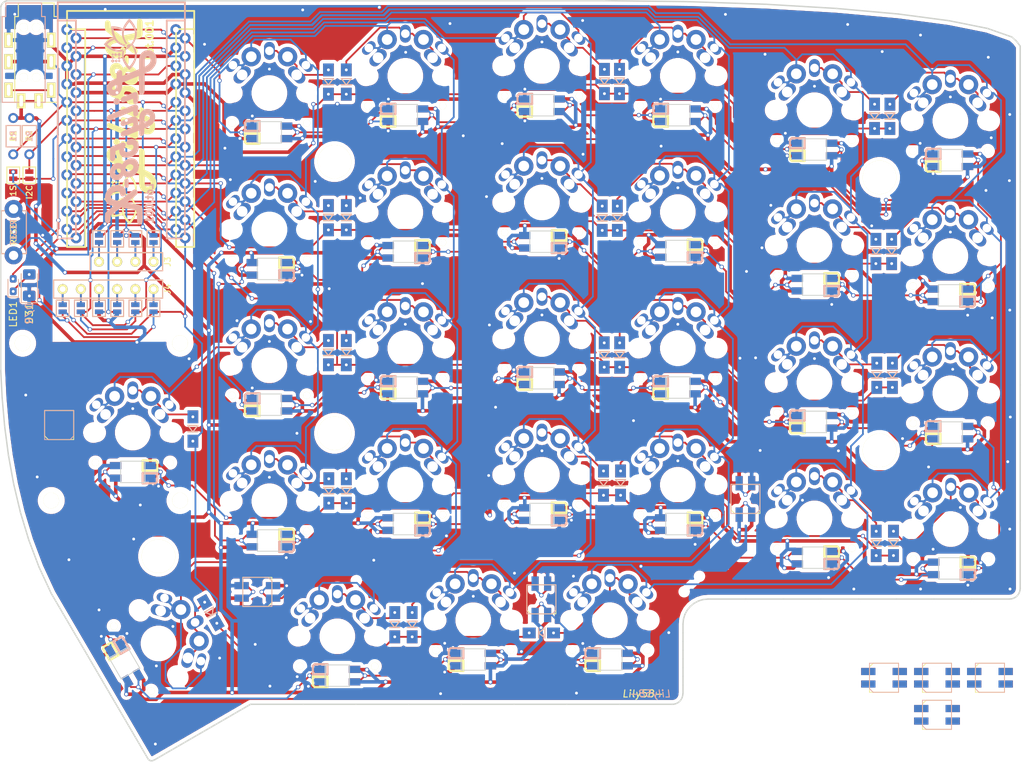
<source format=kicad_pcb>
(kicad_pcb (version 20171130) (host pcbnew "(5.1.10)-1")
  (layers (0 F.Cu signal) (31 B.Cu signal) (34 B.Paste user) (35 F.Paste user) (36 B.SilkS user) (37 F.SilkS user) (38 B.Mask user hide) (39 F.Mask user hide) (44 Edge.Cuts user))
  (net 0 "")
  (net 1 "Net-(D1-Pad2)")
  (net 2 row4)
  (net 3 "Net-(D2-Pad2)")
  (net 4 "Net-(D3-Pad2)")
  (net 5 row0)
  (net 6 "Net-(D4-Pad2)")
  (net 7 row1)
  (net 8 "Net-(D5-Pad2)")
  (net 9 row2)
  (net 10 "Net-(D6-Pad2)")
  (net 11 row3)
  (net 12 "Net-(D7-Pad2)")
  (net 13 "Net-(D8-Pad2)")
  (net 14 "Net-(D9-Pad2)")
  (net 15 "Net-(D10-Pad2)")
  (net 16 "Net-(D11-Pad2)")
  (net 17 "Net-(D12-Pad2)")
  (net 18 "Net-(D13-Pad2)")
  (net 19 "Net-(D14-Pad2)")
  (net 20 "Net-(D15-Pad2)")
  (net 21 "Net-(D16-Pad2)")
  (net 22 "Net-(D17-Pad2)")
  (net 23 "Net-(D18-Pad2)")
  (net 24 "Net-(D19-Pad2)")
  (net 25 "Net-(D20-Pad2)")
  (net 26 "Net-(D21-Pad2)")
  (net 27 "Net-(D22-Pad2)")
  (net 28 "Net-(D23-Pad2)")
  (net 29 "Net-(D24-Pad2)")
  (net 30 "Net-(D25-Pad2)")
  (net 31 "Net-(D26-Pad2)")
  (net 32 "Net-(D27-Pad2)")
  (net 33 "Net-(D28-Pad2)")
  (net 34 VCC)
  (net 35 GND)
  (net 36 col0)
  (net 37 col1)
  (net 38 col2)
  (net 39 col3)
  (net 40 col4)
  (net 41 col5)
  (net 42 SDA)
  (net 43 LED)
  (net 44 SCL)
  (net 45 RESET)
  (net 46 "Net-(D29-Pad2)")
  (net 47 "Net-(U1-Pad24)")
  (net 48 DATA)
  (net 49 "Net-(L1-Pad1)")
  (net 50 "Net-(L2-Pad1)")
  (net 51 "Net-(L3-Pad1)")
  (net 52 "Net-(L4-Pad1)")
  (net 53 "Net-(L5-Pad1)")
  (net 54 "Net-(L12-Pad3)")
  (net 55 "Net-(L13-Pad3)")
  (net 56 "Net-(L7-Pad3)")
  (net 57 "Net-(L8-Pad3)")
  (net 58 "Net-(L10-Pad1)")
  (net 59 "Net-(L10-Pad3)")
  (net 60 "Net-(L11-Pad3)")
  (net 61 "Net-(L13-Pad1)")
  (net 62 "Net-(L14-Pad1)")
  (net 63 "Net-(L15-Pad1)")
  (net 64 "Net-(L16-Pad1)")
  (net 65 "Net-(L17-Pad1)")
  (net 66 "Net-(L18-Pad1)")
  (net 67 "Net-(L19-Pad3)")
  (net 68 "Net-(L19-Pad1)")
  (net 69 "Net-(L20-Pad3)")
  (net 70 "Net-(L21-Pad3)")
  (net 71 "Net-(L22-Pad3)")
  (net 72 "Net-(L23-Pad3)")
  (net 73 "Net-(L25-Pad1)")
  (net 74 "Net-(L26-Pad1)")
  (net 75 "Net-(L27-Pad1)")
  (net 76 "Net-(L28-Pad1)")
  (net 77 "Net-(D31-Pad2)")
  (net 78 "Net-(J3-Pad4)")
  (net 79 "Net-(J3-Pad3)")
  (net 80 "Net-(J3-Pad2)")
  (net 81 "Net-(J3-Pad1)")
  (net 82 A3)
  (net 83 A2)
  (net 84 "Net-(J4-Pad1)")
  (net 85 "Net-(J4-Pad2)")
  (net 86 "Net-(J4-Pad3)")
  (net 87 "Net-(J4-Pad4)")
  (net 88 "Net-(J4-Pad6)")
  (net 89 "Net-(J4-Pad5)")
  (net 90 D4)
  (net 91 "Net-(J2-Pad1)")
  (net 92 "Net-(D32-Pad3)")
  (net 93 "Net-(D34-Pad3)")
  (net 94 "Net-(D32-Pad1)")
  (net 95 "Net-(D30-Pad3)")
  (net 96 "Net-(D30-Pad1)")
  (net 97 "Net-(D33-Pad1)")
  (net 98 "Net-(D34-Pad1)")
  (net 99 "Net-(D35-Pad1)")
  (net 100 "Net-(D36-Pad1)")
  (net 101 "Net-(D37-Pad3)")
  (module Lily58-footprint:SK6812MINI_underglow_rev (layer F.Cu) (at 221.2258 131.8006)
    (fp_text reference D38 hide)
    (fp_text value SK6812MINI hide)
    (pad 4 smd rect (at -2.2 -0.875) (size 2 1) (layers B.Cu B.Paste B.Mask) (net 34 VCC))
    (pad 3 smd rect (at -2.2 0.875) (size 2 1) (layers B.Cu B.Paste B.Mask) (net 100 "Net-(D36-Pad1)"))
    (pad 2 smd rect (at 2.2 0.875) (size 2 1) (layers B.Cu B.Paste B.Mask) (net 35 GND))
    (pad 1 smd rect (at 2.2 -0.875) (size 2 1) (layers B.Cu B.Paste B.Mask) (net 101 "Net-(D37-Pad3)"))
    (pad 4 smd rect (at -2.2 0.875) (size 2 1) (layers F.Cu F.Paste F.Mask) (net 34 VCC))
    (pad 3 smd rect (at -2.2 -0.875) (size 2 1) (layers F.Cu F.Paste F.Mask) (net 100 "Net-(D36-Pad1)"))
    (pad 1 smd rect (at 2.2 0.875) (size 2 1) (layers F.Cu F.Paste F.Mask) (net 101 "Net-(D37-Pad3)"))
    (pad 2 smd rect (at 2.2 -0.875) (size 2 1) (layers F.Cu F.Paste F.Mask) (net 35 GND))
  )
  (module Lily58-footprint:SK6812MINI_underglow_rev (layer F.Cu) (at 213.8258 136.9806)
    (fp_text reference D37 hide)
    (fp_text value SK6812MINI hide)
    (pad 4 smd rect (at -2.2 -0.875) (size 2 1) (layers B.Cu B.Paste B.Mask) (net 34 VCC))
    (pad 3 smd rect (at -2.2 0.875) (size 2 1) (layers B.Cu B.Paste B.Mask) (net 101 "Net-(D37-Pad3)"))
    (pad 2 smd rect (at 2.2 0.875) (size 2 1) (layers B.Cu B.Paste B.Mask) (net 35 GND))
    (pad 1 smd rect (at 2.2 -0.875) (size 2 1) (layers B.Cu B.Paste B.Mask) (net 95 "Net-(D30-Pad3)"))
    (pad 4 smd rect (at -2.2 0.875) (size 2 1) (layers F.Cu F.Paste F.Mask) (net 34 VCC))
    (pad 3 smd rect (at -2.2 -0.875) (size 2 1) (layers F.Cu F.Paste F.Mask) (net 101 "Net-(D37-Pad3)"))
    (pad 1 smd rect (at 2.2 0.875) (size 2 1) (layers F.Cu F.Paste F.Mask) (net 95 "Net-(D30-Pad3)"))
    (pad 2 smd rect (at 2.2 -0.875) (size 2 1) (layers F.Cu F.Paste F.Mask) (net 35 GND))
  )
  (module Lily58-footprint:SK6812MINI_underglow_rev (layer F.Cu) (at 213.8258 131.8006)
    (fp_text reference D35 hide)
    (fp_text value SK6812MINI hide)
    (pad 4 smd rect (at -2.2 -0.875) (size 2 1) (layers B.Cu B.Paste B.Mask) (net 34 VCC))
    (pad 3 smd rect (at -2.2 0.875) (size 2 1) (layers B.Cu B.Paste B.Mask) (net 98 "Net-(D34-Pad1)"))
    (pad 2 smd rect (at 2.2 0.875) (size 2 1) (layers B.Cu B.Paste B.Mask) (net 35 GND))
    (pad 1 smd rect (at 2.2 -0.875) (size 2 1) (layers B.Cu B.Paste B.Mask) (net 99 "Net-(D35-Pad1)"))
    (pad 4 smd rect (at -2.2 0.875) (size 2 1) (layers F.Cu F.Paste F.Mask) (net 34 VCC))
    (pad 3 smd rect (at -2.2 -0.875) (size 2 1) (layers F.Cu F.Paste F.Mask) (net 98 "Net-(D34-Pad1)"))
    (pad 1 smd rect (at 2.2 0.875) (size 2 1) (layers F.Cu F.Paste F.Mask) (net 99 "Net-(D35-Pad1)"))
    (pad 2 smd rect (at 2.2 -0.875) (size 2 1) (layers F.Cu F.Paste F.Mask) (net 35 GND))
  )
  (module Lily58-footprint:SK6812MINI_underglow_rev (layer F.Cu) (at 91.1098 96.4438 90)
    (fp_text reference D34 hide)
    (fp_text value SK6812MINI hide)
    (pad 4 smd rect (at -2.2 -0.875 90) (size 2 1) (layers B.Cu B.Paste B.Mask) (net 34 VCC))
    (pad 3 smd rect (at -2.2 0.875 90) (size 2 1) (layers B.Cu B.Paste B.Mask) (net 97 "Net-(D33-Pad1)"))
    (pad 2 smd rect (at 2.2 0.875 90) (size 2 1) (layers B.Cu B.Paste B.Mask) (net 35 GND))
    (pad 1 smd rect (at 2.2 -0.875 90) (size 2 1) (layers B.Cu B.Paste B.Mask) (net 98 "Net-(D34-Pad1)"))
    (pad 4 smd rect (at -2.2 0.875 90) (size 2 1) (layers F.Cu F.Paste F.Mask) (net 34 VCC))
    (pad 3 smd rect (at -2.2 -0.875 90) (size 2 1) (layers F.Cu F.Paste F.Mask) (net 97 "Net-(D33-Pad1)"))
    (pad 1 smd rect (at 2.2 0.875 90) (size 2 1) (layers F.Cu F.Paste F.Mask) (net 98 "Net-(D34-Pad1)"))
    (pad 2 smd rect (at 2.2 -0.875 90) (size 2 1) (layers F.Cu F.Paste F.Mask) (net 35 GND))
  )
  (module Lily58-footprint:SK6812MINI_underglow_rev (layer F.Cu) (at 206.4258 131.8006)
    (fp_text reference D30 hide)
    (fp_text value SK6812MINI hide)
    (pad 4 smd rect (at -2.2 -0.875) (size 2 1) (layers B.Cu B.Paste B.Mask) (net 34 VCC))
    (pad 3 smd rect (at -2.2 0.875) (size 2 1) (layers B.Cu B.Paste B.Mask) (net 95 "Net-(D30-Pad3)"))
    (pad 2 smd rect (at 2.2 0.875) (size 2 1) (layers B.Cu B.Paste B.Mask) (net 35 GND))
    (pad 1 smd rect (at 2.2 -0.875) (size 2 1) (layers B.Cu B.Paste B.Mask) (net 96 "Net-(D30-Pad1)"))
    (pad 4 smd rect (at -2.2 0.875) (size 2 1) (layers F.Cu F.Paste F.Mask) (net 34 VCC))
    (pad 3 smd rect (at -2.2 -0.875) (size 2 1) (layers F.Cu F.Paste F.Mask) (net 95 "Net-(D30-Pad3)"))
    (pad 1 smd rect (at 2.2 0.875) (size 2 1) (layers F.Cu F.Paste F.Mask) (net 96 "Net-(D30-Pad1)"))
    (pad 2 smd rect (at 2.2 -0.875) (size 2 1) (layers F.Cu F.Paste F.Mask) (net 35 GND))
  )
  (module Lily58-footprint:MX_PG1350_FLIP_HOLES_18mm (layer F.Cu) (at 139.5 85.7)
    (fp_text reference SW14 hide)
    (fp_text value SW_PUSH hide)
    (pad "" np_thru_hole circle (at -5.22 4.2) (size 1 1) (drill 1) (layers *.Cu *.Mask F.SilkS))
    (pad 2 thru_hole circle (at 2.54 -5.08) (size 2.7 2.7) (drill 1.5) (layers *.Cu *.Mask) (net 19 "Net-(D14-Pad2)"))
    (pad 1 thru_hole circle (at -2.54 -5.08) (size 2.7 2.7) (drill 1.5) (layers *.Cu *.Mask) (net 40 col4))
    (pad 2 thru_hole oval (at 3.81 -2.54 315) (size 2.8 1.5) (drill 1.5) (layers *.Cu *.Mask) (net 19 "Net-(D14-Pad2)"))
    (pad "" np_thru_hole circle (at 5.08 0) (size 1.7 1.7) (drill 1.7) (layers *.Cu *.Mask) (clearance 0.1524))
    (pad "" np_thru_hole circle (at -5.08 0) (size 1.7 1.7) (drill 1.7) (layers *.Cu *.Mask) (clearance 0.1524))
    (pad "" np_thru_hole circle (at 0 0) (size 4 4) (drill 4) (layers *.Cu *.Mask) (clearance 0.1524))
    (pad 1 thru_hole oval (at -3.81 -2.54 45) (size 2.8 1.5) (drill oval 1.5) (layers *.Cu *.Mask) (net 40 col4))
    (pad "" np_thru_hole circle (at -5.5 0) (size 1.9 1.9) (drill 1.9) (layers *.Cu *.Mask) (clearance 0.1524))
    (pad "" np_thru_hole circle (at 5.5 0) (size 1.9 1.9) (drill 1.9) (layers *.Cu *.Mask) (clearance 0.1524))
    (pad 1 thru_hole oval (at -5.1 -3.9 45) (size 2.2 1.2) (drill oval 1.2) (layers *.Cu *.Mask) (net 40 col4))
    (pad 1 thru_hole oval (at 5.1 -3.9 315) (size 2.2 1.2) (drill oval 1.2) (layers *.Cu *.Mask) (net 40 col4))
    (pad 2 thru_hole oval (at 0 -5.9 90) (size 2.5 1.5) (drill 1.2) (layers *.Cu *.Mask) (net 19 "Net-(D14-Pad2)"))
    (pad "" np_thru_hole circle (at 5.22 4.2) (size 1 1) (drill 1) (layers *.Cu *.Mask F.SilkS))
  )
  (module Lily58-footprint:MX_PG1350_FLIP_HOLES_18mm (layer F.Cu) (at 139.5 47.6)
    (fp_text reference SW2 hide)
    (fp_text value SW_PUSH hide)
    (pad "" np_thru_hole circle (at 5.22 4.2) (size 1 1) (drill 1) (layers *.Cu *.Mask F.SilkS))
    (pad 2 thru_hole oval (at 0 -5.9 90) (size 2.5 1.5) (drill 1.2) (layers *.Cu *.Mask) (net 3 "Net-(D2-Pad2)"))
    (pad 1 thru_hole oval (at 5.1 -3.9 315) (size 2.2 1.2) (drill oval 1.2) (layers *.Cu *.Mask) (net 40 col4))
    (pad 1 thru_hole oval (at -5.1 -3.9 45) (size 2.2 1.2) (drill oval 1.2) (layers *.Cu *.Mask) (net 40 col4))
    (pad "" np_thru_hole circle (at 5.5 0) (size 1.9 1.9) (drill 1.9) (layers *.Cu *.Mask) (clearance 0.1524))
    (pad "" np_thru_hole circle (at -5.5 0) (size 1.9 1.9) (drill 1.9) (layers *.Cu *.Mask) (clearance 0.1524))
    (pad 1 thru_hole oval (at -3.81 -2.54 45) (size 2.8 1.5) (drill oval 1.5) (layers *.Cu *.Mask) (net 40 col4))
    (pad "" np_thru_hole circle (at 0 0) (size 4 4) (drill 4) (layers *.Cu *.Mask) (clearance 0.1524))
    (pad "" np_thru_hole circle (at -5.08 0) (size 1.7 1.7) (drill 1.7) (layers *.Cu *.Mask) (clearance 0.1524))
    (pad "" np_thru_hole circle (at 5.08 0) (size 1.7 1.7) (drill 1.7) (layers *.Cu *.Mask) (clearance 0.1524))
    (pad 2 thru_hole oval (at 3.81 -2.54 315) (size 2.8 1.5) (drill 1.5) (layers *.Cu *.Mask) (net 3 "Net-(D2-Pad2)"))
    (pad 1 thru_hole circle (at -2.54 -5.08) (size 2.7 2.7) (drill 1.5) (layers *.Cu *.Mask) (net 40 col4))
    (pad 2 thru_hole circle (at 2.54 -5.08) (size 2.7 2.7) (drill 1.5) (layers *.Cu *.Mask) (net 3 "Net-(D2-Pad2)"))
    (pad "" np_thru_hole circle (at -5.22 4.2) (size 1 1) (drill 1) (layers *.Cu *.Mask F.SilkS))
  )
  (module Lily58-footprint:Diode_SOD123 (layer B.Cu) (at 205.105 53.2656 90)
    (fp_text reference D5 hide)
    (fp_text value D hide)
    (pad 2 thru_hole rect (at 1.7 0 90) (size 1.8 1.5) (drill 0.4) (layers *.Cu *.Mask) (net 8 "Net-(D5-Pad2)"))
    (pad 1 thru_hole rect (at -1.7 0 90) (size 1.8 1.5) (drill 0.4) (layers *.Cu *.Mask) (net 5 row0))
  )
  (module Lily58-footprint:MX_PG1350_FLIP_HOLES_18mm (layer F.Cu) (at 196.7 52.4)
    (fp_text reference SW5 hide)
    (fp_text value SW_PUSH hide)
    (pad "" np_thru_hole circle (at -5.22 4.2) (size 1 1) (drill 1) (layers *.Cu *.Mask F.SilkS))
    (pad 2 thru_hole circle (at 2.54 -5.08) (size 2.7 2.7) (drill 1.5) (layers *.Cu *.Mask) (net 8 "Net-(D5-Pad2)"))
    (pad 1 thru_hole circle (at -2.54 -5.08) (size 2.7 2.7) (drill 1.5) (layers *.Cu *.Mask) (net 37 col1))
    (pad 2 thru_hole oval (at 3.81 -2.54 315) (size 2.8 1.5) (drill 1.5) (layers *.Cu *.Mask) (net 8 "Net-(D5-Pad2)"))
    (pad "" np_thru_hole circle (at 5.08 0) (size 1.7 1.7) (drill 1.7) (layers *.Cu *.Mask) (clearance 0.1524))
    (pad "" np_thru_hole circle (at -5.08 0) (size 1.7 1.7) (drill 1.7) (layers *.Cu *.Mask) (clearance 0.1524))
    (pad "" np_thru_hole circle (at 0 0) (size 4 4) (drill 4) (layers *.Cu *.Mask) (clearance 0.1524))
    (pad 1 thru_hole oval (at -3.81 -2.54 45) (size 2.8 1.5) (drill oval 1.5) (layers *.Cu *.Mask) (net 37 col1))
    (pad "" np_thru_hole circle (at -5.5 0) (size 1.9 1.9) (drill 1.9) (layers *.Cu *.Mask) (clearance 0.1524))
    (pad "" np_thru_hole circle (at 5.5 0) (size 1.9 1.9) (drill 1.9) (layers *.Cu *.Mask) (clearance 0.1524))
    (pad 1 thru_hole oval (at -5.1 -3.9 45) (size 2.2 1.2) (drill oval 1.2) (layers *.Cu *.Mask) (net 37 col1))
    (pad 1 thru_hole oval (at 5.1 -3.9 315) (size 2.2 1.2) (drill oval 1.2) (layers *.Cu *.Mask) (net 37 col1))
    (pad 2 thru_hole oval (at 0 -5.9 90) (size 2.5 1.5) (drill 1.2) (layers *.Cu *.Mask) (net 8 "Net-(D5-Pad2)"))
    (pad "" np_thru_hole circle (at 5.22 4.2) (size 1 1) (drill 1) (layers *.Cu *.Mask F.SilkS))
  )
  (module Lily58-footprint:MX_PG1350_FLIP_HOLES_18mm (layer F.Cu) (at 196.7 71.3)
    (fp_text reference SW11 hide)
    (fp_text value SW_PUSH hide)
    (pad "" np_thru_hole circle (at -5.22 4.2) (size 1 1) (drill 1) (layers *.Cu *.Mask F.SilkS))
    (pad 2 thru_hole circle (at 2.54 -5.08) (size 2.7 2.7) (drill 1.5) (layers *.Cu *.Mask) (net 16 "Net-(D11-Pad2)"))
    (pad 1 thru_hole circle (at -2.54 -5.08) (size 2.7 2.7) (drill 1.5) (layers *.Cu *.Mask) (net 37 col1))
    (pad 2 thru_hole oval (at 3.81 -2.54 315) (size 2.8 1.5) (drill 1.5) (layers *.Cu *.Mask) (net 16 "Net-(D11-Pad2)"))
    (pad "" np_thru_hole circle (at 5.08 0) (size 1.7 1.7) (drill 1.7) (layers *.Cu *.Mask) (clearance 0.1524))
    (pad "" np_thru_hole circle (at -5.08 0) (size 1.7 1.7) (drill 1.7) (layers *.Cu *.Mask) (clearance 0.1524))
    (pad "" np_thru_hole circle (at 0 0) (size 4 4) (drill 4) (layers *.Cu *.Mask) (clearance 0.1524))
    (pad 1 thru_hole oval (at -3.81 -2.54 45) (size 2.8 1.5) (drill oval 1.5) (layers *.Cu *.Mask) (net 37 col1))
    (pad "" np_thru_hole circle (at -5.5 0) (size 1.9 1.9) (drill 1.9) (layers *.Cu *.Mask) (clearance 0.1524))
    (pad "" np_thru_hole circle (at 5.5 0) (size 1.9 1.9) (drill 1.9) (layers *.Cu *.Mask) (clearance 0.1524))
    (pad 1 thru_hole oval (at -5.1 -3.9 45) (size 2.2 1.2) (drill oval 1.2) (layers *.Cu *.Mask) (net 37 col1))
    (pad 1 thru_hole oval (at 5.1 -3.9 315) (size 2.2 1.2) (drill oval 1.2) (layers *.Cu *.Mask) (net 37 col1))
    (pad 2 thru_hole oval (at 0 -5.9 90) (size 2.5 1.5) (drill 1.2) (layers *.Cu *.Mask) (net 16 "Net-(D11-Pad2)"))
    (pad "" np_thru_hole circle (at 5.22 4.2) (size 1 1) (drill 1) (layers *.Cu *.Mask F.SilkS))
  )
  (module Lily58-footprint:MX_PG1350_FLIP_HOLES_27mm (layer F.Cu) (at 105 127 300)
    (fp_text reference SW26 hide)
    (fp_text value SW_PUSH hide)
    (pad "" np_thru_hole circle (at 5.22 4.2 300) (size 1 1) (drill 1) (layers *.Cu *.Mask F.SilkS))
    (pad 2 thru_hole oval (at 0 -5.9 30) (size 2.5 1.5) (drill 1.2) (layers *.Cu *.Mask) (net 31 "Net-(D26-Pad2)"))
    (pad 1 thru_hole oval (at 5.1 -3.9 255) (size 2.2 1.2) (drill oval 1.2) (layers *.Cu *.Mask) (net 40 col4))
    (pad 1 thru_hole oval (at -5.1 -3.9 345) (size 2.2 1.2) (drill oval 1.2) (layers *.Cu *.Mask) (net 40 col4))
    (pad "" np_thru_hole circle (at 5.5 0 300) (size 1.9 1.9) (drill 1.9) (layers *.Cu *.Mask) (clearance 0.1524))
    (pad "" np_thru_hole circle (at -5.5 0 300) (size 1.9 1.9) (drill 1.9) (layers *.Cu *.Mask) (clearance 0.1524))
    (pad 1 thru_hole oval (at -3.81 -2.540001 345) (size 2.8 1.5) (drill oval 1.5) (layers *.Cu *.Mask) (net 40 col4))
    (pad "" np_thru_hole circle (at 0 0 300) (size 4 4) (drill 4) (layers *.Cu *.Mask) (clearance 0.1524))
    (pad "" np_thru_hole circle (at -5.08 0 300) (size 1.7 1.7) (drill 1.7) (layers *.Cu *.Mask) (clearance 0.1524))
    (pad "" np_thru_hole circle (at 5.08 0 300) (size 1.7 1.7) (drill 1.7) (layers *.Cu *.Mask) (clearance 0.1524))
    (pad 2 thru_hole oval (at 3.81 -2.54 255) (size 2.8 1.5) (drill 1.5) (layers *.Cu *.Mask) (net 31 "Net-(D26-Pad2)"))
    (pad 1 thru_hole circle (at -2.54 -5.08 300) (size 2.7 2.7) (drill 1.5) (layers *.Cu *.Mask) (net 40 col4))
    (pad 2 thru_hole circle (at 2.54 -5.08 300) (size 2.7 2.7) (drill 1.5) (layers *.Cu *.Mask) (net 31 "Net-(D26-Pad2)"))
    (pad "" np_thru_hole circle (at -5.22 4.2 300) (size 1 1) (drill 1) (layers *.Cu *.Mask F.SilkS))
  )
  (module Lily58-footprint:MX_PG1350_FLIP_HOLES_18mm (layer F.Cu) (at 196.7 90.5)
    (fp_text reference SW17 hide)
    (fp_text value SW_PUSH hide)
    (pad "" np_thru_hole circle (at 5.22 4.2) (size 1 1) (drill 1) (layers *.Cu *.Mask F.SilkS))
    (pad 2 thru_hole oval (at 0 -5.9 90) (size 2.5 1.5) (drill 1.2) (layers *.Cu *.Mask) (net 22 "Net-(D17-Pad2)"))
    (pad 1 thru_hole oval (at 5.1 -3.9 315) (size 2.2 1.2) (drill oval 1.2) (layers *.Cu *.Mask) (net 37 col1))
    (pad 1 thru_hole oval (at -5.1 -3.9 45) (size 2.2 1.2) (drill oval 1.2) (layers *.Cu *.Mask) (net 37 col1))
    (pad "" np_thru_hole circle (at 5.5 0) (size 1.9 1.9) (drill 1.9) (layers *.Cu *.Mask) (clearance 0.1524))
    (pad "" np_thru_hole circle (at -5.5 0) (size 1.9 1.9) (drill 1.9) (layers *.Cu *.Mask) (clearance 0.1524))
    (pad 1 thru_hole oval (at -3.81 -2.54 45) (size 2.8 1.5) (drill oval 1.5) (layers *.Cu *.Mask) (net 37 col1))
    (pad "" np_thru_hole circle (at 0 0) (size 4 4) (drill 4) (layers *.Cu *.Mask) (clearance 0.1524))
    (pad "" np_thru_hole circle (at -5.08 0) (size 1.7 1.7) (drill 1.7) (layers *.Cu *.Mask) (clearance 0.1524))
    (pad "" np_thru_hole circle (at 5.08 0) (size 1.7 1.7) (drill 1.7) (layers *.Cu *.Mask) (clearance 0.1524))
    (pad 2 thru_hole oval (at 3.81 -2.54 315) (size 2.8 1.5) (drill 1.5) (layers *.Cu *.Mask) (net 22 "Net-(D17-Pad2)"))
    (pad 1 thru_hole circle (at -2.54 -5.08) (size 2.7 2.7) (drill 1.5) (layers *.Cu *.Mask) (net 37 col1))
    (pad 2 thru_hole circle (at 2.54 -5.08) (size 2.7 2.7) (drill 1.5) (layers *.Cu *.Mask) (net 22 "Net-(D17-Pad2)"))
    (pad "" np_thru_hole circle (at -5.22 4.2) (size 1 1) (drill 1) (layers *.Cu *.Mask F.SilkS))
  )
  (module Lily58-footprint:HOLE_M2_TH (layer F.Cu) (at 105 114.8 90)
    (fp_text reference TH7 hide)
    (fp_text value HOLE hide)
    (pad "" np_thru_hole circle (at 0 0 180) (size 4.7004 4.7004) (drill 4.7004) (layers *.Cu *.Mask F.SilkS) (clearance 0.3))
  )
  (module Lily58-footprint:HOLE_M2_TH (layer F.Cu) (at 205.8 100)
    (fp_text reference TH6 hide)
    (fp_text value HOLE hide)
    (pad "" np_thru_hole circle (at 0 0 90) (size 4.7004 4.7004) (drill 4.7004) (layers *.Cu *.Mask F.SilkS) (clearance 0.3))
  )
  (module Lily58-footprint:HOLE_M2_TH (layer F.Cu) (at 129.6 97.6)
    (fp_text reference TH5 hide)
    (fp_text value HOLE hide)
    (pad "" np_thru_hole circle (at 0 0 90) (size 4.7004 4.7004) (drill 4.7004) (layers *.Cu *.Mask F.SilkS) (clearance 0.3))
  )
  (module Lily58-footprint:HOLE_M2_TH (layer F.Cu) (at 205.8 61.8)
    (fp_text reference TH4 hide)
    (fp_text value HOLE hide)
    (pad "" np_thru_hole circle (at 0 0 90) (size 4.7004 4.7004) (drill 4.7004) (layers *.Cu *.Mask F.SilkS) (clearance 0.3))
  )
  (module Lily58-footprint:HOLE_M2_TH (layer F.Cu) (at 129.6 59.6)
    (fp_text reference TH3 hide)
    (fp_text value HOLE hide)
    (pad "" np_thru_hole circle (at 0 0 90) (size 4.7004 4.7004) (drill 4.7004) (layers *.Cu *.Mask F.SilkS) (clearance 0.3))
  )
  (module Lily58-footprint:MX_PG1350_FLIP_HOLES_18mm (layer F.Cu) (at 215.7 72.8)
    (fp_text reference SW12 hide)
    (fp_text value SW_PUSH hide)
    (pad "" np_thru_hole circle (at 5.22 4.2) (size 1 1) (drill 1) (layers *.Cu *.Mask F.SilkS))
    (pad 2 thru_hole oval (at 0 -5.9 90) (size 2.5 1.5) (drill 1.2) (layers *.Cu *.Mask) (net 17 "Net-(D12-Pad2)"))
    (pad 1 thru_hole oval (at 5.1 -3.9 315) (size 2.2 1.2) (drill oval 1.2) (layers *.Cu *.Mask) (net 36 col0))
    (pad 1 thru_hole oval (at -5.1 -3.9 45) (size 2.2 1.2) (drill oval 1.2) (layers *.Cu *.Mask) (net 36 col0))
    (pad "" np_thru_hole circle (at 5.5 0) (size 1.9 1.9) (drill 1.9) (layers *.Cu *.Mask) (clearance 0.1524))
    (pad "" np_thru_hole circle (at -5.5 0) (size 1.9 1.9) (drill 1.9) (layers *.Cu *.Mask) (clearance 0.1524))
    (pad 1 thru_hole oval (at -3.81 -2.54 45) (size 2.8 1.5) (drill oval 1.5) (layers *.Cu *.Mask) (net 36 col0))
    (pad "" np_thru_hole circle (at 0 0) (size 4 4) (drill 4) (layers *.Cu *.Mask) (clearance 0.1524))
    (pad "" np_thru_hole circle (at -5.08 0) (size 1.7 1.7) (drill 1.7) (layers *.Cu *.Mask) (clearance 0.1524))
    (pad "" np_thru_hole circle (at 5.08 0) (size 1.7 1.7) (drill 1.7) (layers *.Cu *.Mask) (clearance 0.1524))
    (pad 2 thru_hole oval (at 3.81 -2.54 315) (size 2.8 1.5) (drill 1.5) (layers *.Cu *.Mask) (net 17 "Net-(D12-Pad2)"))
    (pad 1 thru_hole circle (at -2.54 -5.08) (size 2.7 2.7) (drill 1.5) (layers *.Cu *.Mask) (net 36 col0))
    (pad 2 thru_hole circle (at 2.54 -5.08) (size 2.7 2.7) (drill 1.5) (layers *.Cu *.Mask) (net 17 "Net-(D12-Pad2)"))
    (pad "" np_thru_hole circle (at -5.22 4.2) (size 1 1) (drill 1) (layers *.Cu *.Mask F.SilkS))
  )
  (module Lily58-footprint:MX_PG1350_FLIP_HOLES_18mm (layer F.Cu) (at 139.5 66.7)
    (fp_text reference SW8 hide)
    (fp_text value SW_PUSH hide)
    (pad "" np_thru_hole circle (at -5.22 4.2) (size 1 1) (drill 1) (layers *.Cu *.Mask F.SilkS))
    (pad 2 thru_hole circle (at 2.54 -5.08) (size 2.7 2.7) (drill 1.5) (layers *.Cu *.Mask) (net 13 "Net-(D8-Pad2)"))
    (pad 1 thru_hole circle (at -2.54 -5.08) (size 2.7 2.7) (drill 1.5) (layers *.Cu *.Mask) (net 40 col4))
    (pad 2 thru_hole oval (at 3.81 -2.54 315) (size 2.8 1.5) (drill 1.5) (layers *.Cu *.Mask) (net 13 "Net-(D8-Pad2)"))
    (pad "" np_thru_hole circle (at 5.08 0) (size 1.7 1.7) (drill 1.7) (layers *.Cu *.Mask) (clearance 0.1524))
    (pad "" np_thru_hole circle (at -5.08 0) (size 1.7 1.7) (drill 1.7) (layers *.Cu *.Mask) (clearance 0.1524))
    (pad "" np_thru_hole circle (at 0 0) (size 4 4) (drill 4) (layers *.Cu *.Mask) (clearance 0.1524))
    (pad 1 thru_hole oval (at -3.81 -2.54 45) (size 2.8 1.5) (drill oval 1.5) (layers *.Cu *.Mask) (net 40 col4))
    (pad "" np_thru_hole circle (at -5.5 0) (size 1.9 1.9) (drill 1.9) (layers *.Cu *.Mask) (clearance 0.1524))
    (pad "" np_thru_hole circle (at 5.5 0) (size 1.9 1.9) (drill 1.9) (layers *.Cu *.Mask) (clearance 0.1524))
    (pad 1 thru_hole oval (at -5.1 -3.9 45) (size 2.2 1.2) (drill oval 1.2) (layers *.Cu *.Mask) (net 40 col4))
    (pad 1 thru_hole oval (at 5.1 -3.9 315) (size 2.2 1.2) (drill oval 1.2) (layers *.Cu *.Mask) (net 40 col4))
    (pad 2 thru_hole oval (at 0 -5.9 90) (size 2.5 1.5) (drill 1.2) (layers *.Cu *.Mask) (net 13 "Net-(D8-Pad2)"))
    (pad "" np_thru_hole circle (at 5.22 4.2) (size 1 1) (drill 1) (layers *.Cu *.Mask F.SilkS))
  )
  (module Lily58-footprint:MX_PG1350_FLIP_HOLES_18mm (layer F.Cu) (at 120.5 69.1)
    (fp_text reference SW7 hide)
    (fp_text value SW_PUSH hide)
    (pad "" np_thru_hole circle (at -5.22 4.2) (size 1 1) (drill 1) (layers *.Cu *.Mask F.SilkS))
    (pad 2 thru_hole circle (at 2.54 -5.08) (size 2.7 2.7) (drill 1.5) (layers *.Cu *.Mask) (net 12 "Net-(D7-Pad2)"))
    (pad 1 thru_hole circle (at -2.54 -5.08) (size 2.7 2.7) (drill 1.5) (layers *.Cu *.Mask) (net 41 col5))
    (pad 2 thru_hole oval (at 3.81 -2.54 315) (size 2.8 1.5) (drill 1.5) (layers *.Cu *.Mask) (net 12 "Net-(D7-Pad2)"))
    (pad "" np_thru_hole circle (at 5.08 0) (size 1.7 1.7) (drill 1.7) (layers *.Cu *.Mask) (clearance 0.1524))
    (pad "" np_thru_hole circle (at -5.08 0) (size 1.7 1.7) (drill 1.7) (layers *.Cu *.Mask) (clearance 0.1524))
    (pad "" np_thru_hole circle (at 0 0) (size 4 4) (drill 4) (layers *.Cu *.Mask) (clearance 0.1524))
    (pad 1 thru_hole oval (at -3.81 -2.54 45) (size 2.8 1.5) (drill oval 1.5) (layers *.Cu *.Mask) (net 41 col5))
    (pad "" np_thru_hole circle (at -5.5 0) (size 1.9 1.9) (drill 1.9) (layers *.Cu *.Mask) (clearance 0.1524))
    (pad "" np_thru_hole circle (at 5.5 0) (size 1.9 1.9) (drill 1.9) (layers *.Cu *.Mask) (clearance 0.1524))
    (pad 1 thru_hole oval (at -5.1 -3.9 45) (size 2.2 1.2) (drill oval 1.2) (layers *.Cu *.Mask) (net 41 col5))
    (pad 1 thru_hole oval (at 5.1 -3.9 315) (size 2.2 1.2) (drill oval 1.2) (layers *.Cu *.Mask) (net 41 col5))
    (pad 2 thru_hole oval (at 0 -5.9 90) (size 2.5 1.5) (drill 1.2) (layers *.Cu *.Mask) (net 12 "Net-(D7-Pad2)"))
    (pad "" np_thru_hole circle (at 5.22 4.2) (size 1 1) (drill 1) (layers *.Cu *.Mask F.SilkS))
  )
  (module Lily58-footprint:Diode_SOD123 (layer B.Cu) (at 131.25 48.465 90)
    (fp_text reference D2 hide)
    (fp_text value D hide)
    (pad 2 thru_hole rect (at 1.7 0 90) (size 1.8 1.5) (drill 0.4) (layers *.Cu *.Mask) (net 3 "Net-(D2-Pad2)"))
    (pad 1 thru_hole rect (at -1.7 0 90) (size 1.8 1.5) (drill 0.4) (layers *.Cu *.Mask) (net 5 row0))
  )
  (module Lily58-footprint:Diode_SOD123 (layer B.Cu) (at 128.75 48.465 90)
    (fp_text reference D1 hide)
    (fp_text value D hide)
    (pad 2 thru_hole rect (at 1.7 0 90) (size 1.8 1.5) (drill 0.4) (layers *.Cu *.Mask) (net 1 "Net-(D1-Pad2)"))
    (pad 1 thru_hole rect (at -1.7 0 90) (size 1.8 1.5) (drill 0.4) (layers *.Cu *.Mask) (net 5 row0))
  )
  (module Lily58-footprint:SK6812MINI_underglow_rev (layer F.Cu) (at 187.0456 106.7816 90)
    (fp_text reference D36 hide)
    (fp_text value SK6812MINI hide)
    (pad 2 smd rect (at 2.2 -0.875 90) (size 2 1) (layers F.Cu F.Paste F.Mask) (net 35 GND))
    (pad 1 smd rect (at 2.2 0.875 90) (size 2 1) (layers F.Cu F.Paste F.Mask) (net 100 "Net-(D36-Pad1)"))
    (pad 3 smd rect (at -2.2 -0.875 90) (size 2 1) (layers F.Cu F.Paste F.Mask) (net 99 "Net-(D35-Pad1)"))
    (pad 4 smd rect (at -2.2 0.875 90) (size 2 1) (layers F.Cu F.Paste F.Mask) (net 34 VCC))
    (pad 1 smd rect (at 2.2 -0.875 90) (size 2 1) (layers B.Cu B.Paste B.Mask) (net 100 "Net-(D36-Pad1)"))
    (pad 2 smd rect (at 2.2 0.875 90) (size 2 1) (layers B.Cu B.Paste B.Mask) (net 35 GND))
    (pad 3 smd rect (at -2.2 0.875 90) (size 2 1) (layers B.Cu B.Paste B.Mask) (net 99 "Net-(D35-Pad1)"))
    (pad 4 smd rect (at -2.2 -0.875 90) (size 2 1) (layers B.Cu B.Paste B.Mask) (net 34 VCC))
  )
  (module Lily58-footprint:SK6812MINI_underglow_rev (layer F.Cu) (at 118.8116 119.7864 180)
    (fp_text reference D33 hide)
    (fp_text value SK6812MINI hide)
    (pad 4 smd rect (at -2.2 -0.875 180) (size 2 1) (layers B.Cu B.Paste B.Mask) (net 34 VCC))
    (pad 3 smd rect (at -2.2 0.875 180) (size 2 1) (layers B.Cu B.Paste B.Mask) (net 94 "Net-(D32-Pad1)"))
    (pad 2 smd rect (at 2.2 0.875 180) (size 2 1) (layers B.Cu B.Paste B.Mask) (net 35 GND))
    (pad 1 smd rect (at 2.2 -0.875 180) (size 2 1) (layers B.Cu B.Paste B.Mask) (net 97 "Net-(D33-Pad1)"))
    (pad 4 smd rect (at -2.2 0.875 180) (size 2 1) (layers F.Cu F.Paste F.Mask) (net 34 VCC))
    (pad 3 smd rect (at -2.2 -0.875 180) (size 2 1) (layers F.Cu F.Paste F.Mask) (net 94 "Net-(D32-Pad1)"))
    (pad 1 smd rect (at 2.2 0.875 180) (size 2 1) (layers F.Cu F.Paste F.Mask) (net 97 "Net-(D33-Pad1)"))
    (pad 2 smd rect (at 2.2 -0.875 180) (size 2 1) (layers F.Cu F.Paste F.Mask) (net 35 GND))
  )
  (module Lily58-footprint:SK6812MINI_underglow_rev (layer F.Cu) (at 158.5168 120.8278 90)
    (fp_text reference D32 hide)
    (fp_text value SK6812MINI hide)
    (pad 4 smd rect (at -2.2 -0.875 90) (size 2 1) (layers B.Cu B.Paste B.Mask) (net 34 VCC))
    (pad 3 smd rect (at -2.2 0.875 90) (size 2 1) (layers B.Cu B.Paste B.Mask) (net 92 "Net-(D32-Pad3)"))
    (pad 2 smd rect (at 2.2 0.875 90) (size 2 1) (layers B.Cu B.Paste B.Mask) (net 35 GND))
    (pad 1 smd rect (at 2.2 -0.875 90) (size 2 1) (layers B.Cu B.Paste B.Mask) (net 94 "Net-(D32-Pad1)"))
    (pad 4 smd rect (at -2.2 0.875 90) (size 2 1) (layers F.Cu F.Paste F.Mask) (net 34 VCC))
    (pad 3 smd rect (at -2.2 -0.875 90) (size 2 1) (layers F.Cu F.Paste F.Mask) (net 92 "Net-(D32-Pad3)"))
    (pad 1 smd rect (at 2.2 0.875 90) (size 2 1) (layers F.Cu F.Paste F.Mask) (net 94 "Net-(D32-Pad1)"))
    (pad 2 smd rect (at 2.2 -0.875 90) (size 2 1) (layers F.Cu F.Paste F.Mask) (net 35 GND))
  )
  (module Lily58-footprint:Diode_SOD123 (layer B.Cu) (at 167.3352 48.3888 90)
    (fp_text reference D3 hide)
    (fp_text value D hide)
    (pad 2 thru_hole rect (at 1.7 0 90) (size 1.8 1.5) (drill 0.4) (layers *.Cu *.Mask) (net 4 "Net-(D3-Pad2)"))
    (pad 1 thru_hole rect (at -1.7 0 90) (size 1.8 1.5) (drill 0.4) (layers *.Cu *.Mask) (net 5 row0))
  )
  (module Lily58-footprint:Diode_SOD123 (layer B.Cu) (at 169.4434 48.3888 90)
    (fp_text reference D4 hide)
    (fp_text value D hide)
    (pad 2 thru_hole rect (at 1.7 0 90) (size 1.8 1.5) (drill 0.4) (layers *.Cu *.Mask) (net 6 "Net-(D4-Pad2)"))
    (pad 1 thru_hole rect (at -1.7 0 90) (size 1.8 1.5) (drill 0.4) (layers *.Cu *.Mask) (net 5 row0))
  )
  (module Lily58-footprint:Diode_SOD123 (layer B.Cu) (at 207.2386 53.2656 90)
    (fp_text reference D6 hide)
    (fp_text value D hide)
    (pad 2 thru_hole rect (at 1.7 0 90) (size 1.8 1.5) (drill 0.4) (layers *.Cu *.Mask) (net 10 "Net-(D6-Pad2)"))
    (pad 1 thru_hole rect (at -1.7 0 90) (size 1.8 1.5) (drill 0.4) (layers *.Cu *.Mask) (net 5 row0))
  )
  (module Lily58-footprint:Diode_SOD123 (layer B.Cu) (at 128.75 67.449409 90)
    (fp_text reference D7 hide)
    (fp_text value D hide)
    (pad 2 thru_hole rect (at 1.7 0 90) (size 1.8 1.5) (drill 0.4) (layers *.Cu *.Mask) (net 12 "Net-(D7-Pad2)"))
    (pad 1 thru_hole rect (at -1.7 0 90) (size 1.8 1.5) (drill 0.4) (layers *.Cu *.Mask) (net 7 row1))
  )
  (module Lily58-footprint:Diode_SOD123 (layer B.Cu) (at 131.25254 67.449409 90)
    (fp_text reference D8 hide)
    (fp_text value D hide)
    (pad 2 thru_hole rect (at 1.7 0 90) (size 1.8 1.5) (drill 0.4) (layers *.Cu *.Mask) (net 13 "Net-(D8-Pad2)"))
    (pad 1 thru_hole rect (at -1.7 0 90) (size 1.8 1.5) (drill 0.4) (layers *.Cu *.Mask) (net 7 row1))
  )
  (module Lily58-footprint:Diode_SOD123 (layer B.Cu) (at 167.0304 67.516918 90)
    (fp_text reference D9 hide)
    (fp_text value D hide)
    (pad 2 thru_hole rect (at 1.7 0 90) (size 1.8 1.5) (drill 0.4) (layers *.Cu *.Mask) (net 14 "Net-(D9-Pad2)"))
    (pad 1 thru_hole rect (at -1.7 0 90) (size 1.8 1.5) (drill 0.4) (layers *.Cu *.Mask) (net 7 row1))
  )
  (module Lily58-footprint:Diode_SOD123 (layer B.Cu) (at 169.139 67.516918 90)
    (fp_text reference D10 hide)
    (fp_text value D hide)
    (pad 2 thru_hole rect (at 1.7 0 90) (size 1.8 1.5) (drill 0.4) (layers *.Cu *.Mask) (net 15 "Net-(D10-Pad2)"))
    (pad 1 thru_hole rect (at -1.7 0 90) (size 1.8 1.5) (drill 0.4) (layers *.Cu *.Mask) (net 7 row1))
  )
  (module Lily58-footprint:Diode_SOD123 (layer B.Cu) (at 205.2828 72.1632 90)
    (fp_text reference D11 hide)
    (fp_text value D hide)
    (pad 2 thru_hole rect (at 1.7 0 90) (size 1.8 1.5) (drill 0.4) (layers *.Cu *.Mask) (net 16 "Net-(D11-Pad2)"))
    (pad 1 thru_hole rect (at -1.7 0 90) (size 1.8 1.5) (drill 0.4) (layers *.Cu *.Mask) (net 7 row1))
  )
  (module Lily58-footprint:Diode_SOD123 (layer B.Cu) (at 207.4926 72.1632 90)
    (fp_text reference D12 hide)
    (fp_text value D hide)
    (pad 2 thru_hole rect (at 1.7 0 90) (size 1.8 1.5) (drill 0.4) (layers *.Cu *.Mask) (net 17 "Net-(D12-Pad2)"))
    (pad 1 thru_hole rect (at -1.7 0 90) (size 1.8 1.5) (drill 0.4) (layers *.Cu *.Mask) (net 7 row1))
  )
  (module Lily58-footprint:Diode_SOD123 (layer B.Cu) (at 128.75 86.325001 90)
    (fp_text reference D13 hide)
    (fp_text value D hide)
    (pad 2 thru_hole rect (at 1.7 0 90) (size 1.8 1.5) (drill 0.4) (layers *.Cu *.Mask) (net 18 "Net-(D13-Pad2)"))
    (pad 1 thru_hole rect (at -1.7 0 90) (size 1.8 1.5) (drill 0.4) (layers *.Cu *.Mask) (net 9 row2))
  )
  (module Lily58-footprint:Diode_SOD123 (layer B.Cu) (at 131.25 86.325001 90)
    (fp_text reference D14 hide)
    (fp_text value D hide)
    (pad 2 thru_hole rect (at 1.7 0 90) (size 1.8 1.5) (drill 0.4) (layers *.Cu *.Mask) (net 19 "Net-(D14-Pad2)"))
    (pad 1 thru_hole rect (at -1.7 0 90) (size 1.8 1.5) (drill 0.4) (layers *.Cu *.Mask) (net 9 row2))
  )
  (module Lily58-footprint:Diode_SOD123 (layer B.Cu) (at 167.3098 86.65039 90)
    (fp_text reference D15 hide)
    (fp_text value D hide)
    (pad 2 thru_hole rect (at 1.7 0 90) (size 1.8 1.5) (drill 0.4) (layers *.Cu *.Mask) (net 20 "Net-(D15-Pad2)"))
    (pad 1 thru_hole rect (at -1.7 0 90) (size 1.8 1.5) (drill 0.4) (layers *.Cu *.Mask) (net 9 row2))
  )
  (module Lily58-footprint:Diode_SOD123 (layer B.Cu) (at 169.4688 86.65039 90)
    (fp_text reference D16 hide)
    (fp_text value D hide)
    (pad 2 thru_hole rect (at 1.7 0 90) (size 1.8 1.5) (drill 0.4) (layers *.Cu *.Mask) (net 21 "Net-(D16-Pad2)"))
    (pad 1 thru_hole rect (at -1.7 0 90) (size 1.8 1.5) (drill 0.4) (layers *.Cu *.Mask) (net 9 row2))
  )
  (module Lily58-footprint:Diode_SOD123 (layer B.Cu) (at 205.4098 89.4842 90)
    (fp_text reference D17 hide)
    (fp_text value D hide)
    (pad 2 thru_hole rect (at 1.7 0 90) (size 1.8 1.5) (drill 0.4) (layers *.Cu *.Mask) (net 22 "Net-(D17-Pad2)"))
    (pad 1 thru_hole rect (at -1.7 0 90) (size 1.8 1.5) (drill 0.4) (layers *.Cu *.Mask) (net 9 row2))
  )
  (module Lily58-footprint:Diode_SOD123 (layer B.Cu) (at 207.5942 89.4842 90)
    (fp_text reference D18 hide)
    (fp_text value D hide)
    (pad 2 thru_hole rect (at 1.7 0 90) (size 1.8 1.5) (drill 0.4) (layers *.Cu *.Mask) (net 23 "Net-(D18-Pad2)"))
    (pad 1 thru_hole rect (at -1.7 0 90) (size 1.8 1.5) (drill 0.4) (layers *.Cu *.Mask) (net 9 row2))
  )
  (module Lily58-footprint:Diode_SOD123 (layer B.Cu) (at 128.8 105.6658 90)
    (fp_text reference D19 hide)
    (fp_text value D hide)
    (pad 2 thru_hole rect (at 1.7 0 90) (size 1.8 1.5) (drill 0.4) (layers *.Cu *.Mask) (net 24 "Net-(D19-Pad2)"))
    (pad 1 thru_hole rect (at -1.7 0 90) (size 1.8 1.5) (drill 0.4) (layers *.Cu *.Mask) (net 11 row3))
  )
  (module Lily58-footprint:Diode_SOD123 (layer B.Cu) (at 131.25 105.6658 90)
    (fp_text reference D20 hide)
    (fp_text value D hide)
    (pad 2 thru_hole rect (at 1.7 0 90) (size 1.8 1.5) (drill 0.4) (layers *.Cu *.Mask) (net 25 "Net-(D20-Pad2)"))
    (pad 1 thru_hole rect (at -1.7 0 90) (size 1.8 1.5) (drill 0.4) (layers *.Cu *.Mask) (net 11 row3))
  )
  (module Lily58-footprint:Diode_SOD123 (layer B.Cu) (at 167.2082 104.5718 90)
    (fp_text reference D21 hide)
    (fp_text value D hide)
    (pad 2 thru_hole rect (at 1.7 0 90) (size 1.8 1.5) (drill 0.4) (layers *.Cu *.Mask) (net 26 "Net-(D21-Pad2)"))
    (pad 1 thru_hole rect (at -1.7 0 90) (size 1.8 1.5) (drill 0.4) (layers *.Cu *.Mask) (net 11 row3))
  )
  (module Lily58-footprint:Diode_SOD123 (layer B.Cu) (at 169.5958 104.5718 90)
    (fp_text reference D22 hide)
    (fp_text value D hide)
    (pad 2 thru_hole rect (at 1.7 0 90) (size 1.8 1.5) (drill 0.4) (layers *.Cu *.Mask) (net 27 "Net-(D22-Pad2)"))
    (pad 1 thru_hole rect (at -1.7 0 90) (size 1.8 1.5) (drill 0.4) (layers *.Cu *.Mask) (net 11 row3))
  )
  (module Lily58-footprint:Diode_SOD123 (layer B.Cu) (at 205.3336 113.0046 90)
    (fp_text reference D23 hide)
    (fp_text value D hide)
    (pad 2 thru_hole rect (at 1.7 0 90) (size 1.8 1.5) (drill 0.4) (layers *.Cu *.Mask) (net 28 "Net-(D23-Pad2)"))
    (pad 1 thru_hole rect (at -1.7 0 90) (size 1.8 1.5) (drill 0.4) (layers *.Cu *.Mask) (net 11 row3))
  )
  (module Lily58-footprint:Diode_SOD123 (layer B.Cu) (at 207.7466 113.0046 90)
    (fp_text reference D24 hide)
    (fp_text value D hide)
    (pad 2 thru_hole rect (at 1.7 0 90) (size 1.8 1.5) (drill 0.4) (layers *.Cu *.Mask) (net 29 "Net-(D24-Pad2)"))
    (pad 1 thru_hole rect (at -1.7 0 90) (size 1.8 1.5) (drill 0.4) (layers *.Cu *.Mask) (net 11 row3))
  )
  (module Lily58-footprint:Diode_SOD123 (layer B.Cu) (at 109.8 97 90)
    (fp_text reference D25 hide)
    (fp_text value D hide)
    (pad 2 thru_hole rect (at 1.7 0 90) (size 1.8 1.5) (drill 0.4) (layers *.Cu *.Mask) (net 30 "Net-(D25-Pad2)"))
    (pad 1 thru_hole rect (at -1.7 0 90) (size 1.8 1.5) (drill 0.4) (layers *.Cu *.Mask) (net 2 row4))
  )
  (module Lily58-footprint:Diode_SOD123 (layer F.Cu) (at 112.3 122.7 120)
    (fp_text reference D26 hide)
    (fp_text value D hide)
    (pad 2 thru_hole rect (at 1.7 0 120) (size 1.8 1.5) (drill 0.4) (layers *.Cu *.Mask) (net 31 "Net-(D26-Pad2)"))
    (pad 1 thru_hole rect (at -1.7 0 120) (size 1.8 1.5) (drill 0.4) (layers *.Cu *.Mask) (net 2 row4))
  )
  (module Lily58-footprint:Diode_SOD123 (layer B.Cu) (at 138.0236 124.375001 90)
    (fp_text reference D27 hide)
    (fp_text value D hide)
    (pad 2 thru_hole rect (at 1.7 0 90) (size 1.8 1.5) (drill 0.4) (layers *.Cu *.Mask) (net 32 "Net-(D27-Pad2)"))
    (pad 1 thru_hole rect (at -1.7 0 90) (size 1.8 1.5) (drill 0.4) (layers *.Cu *.Mask) (net 2 row4))
  )
  (module Lily58-footprint:Diode_SOD123 (layer B.Cu) (at 140.462 124.375001 90)
    (fp_text reference D28 hide)
    (fp_text value D hide)
    (pad 2 thru_hole rect (at 1.7 0 90) (size 1.8 1.5) (drill 0.4) (layers *.Cu *.Mask) (net 33 "Net-(D28-Pad2)"))
    (pad 1 thru_hole rect (at -1.7 0 90) (size 1.8 1.5) (drill 0.4) (layers *.Cu *.Mask) (net 2 row4))
  )
  (module Lily58-footprint:Diode_SOD123 (layer B.Cu) (at 158.5214 125.5268)
    (fp_text reference D29 hide)
    (fp_text value D hide)
    (pad 2 thru_hole rect (at 1.7 0) (size 1.8 1.5) (drill 0.4) (layers *.Cu *.Mask) (net 46 "Net-(D29-Pad2)"))
    (pad 1 thru_hole rect (at -1.7 0) (size 1.8 1.5) (drill 0.4) (layers *.Cu *.Mask) (net 2 row4))
  )
  (module Lily58-footprint:LED_0603_1608Metric_Pad1.05x0.95mm_HandSolder (layer F.Cu) (at 84.688035 76.8674 90)
    (fp_text reference LED1 (at -4.083038 -0.004435 90) (layer F.SilkS))
    (fp_text value SMLE13BC8TT86 hide)
    (pad 2 smd roundrect (at 0.875 0 90) (size 1.05 0.95) (layers *.Paste *.Mask F.Cu) (net 90 D4))
    (pad 1 smd roundrect (at -0.875 0 90) (size 1.05 0.95) (layers *.Paste *.Mask F.Cu) (net 77 "Net-(D31-Pad2)"))
    (pad 1 smd roundrect (at -0.875 0 90) (size 1.05 0.95) (layers *.Paste *.Mask B.Cu) (net 77 "Net-(D31-Pad2)"))
    (pad 2 smd roundrect (at 0.875 0 90) (size 1.05 0.95) (layers *.Paste *.Mask B.Cu) (net 90 D4))
  )
  (module Lily58-footprint:Jumper (layer F.Cu) (at 86.938035 61.4934 90)
    (fp_text reference JP22 hide)
    (fp_text value I2C (at -2.3876 0.006165 90) (layer F.SilkS) (effects (font (size 0.8128 0.8128))))
    (pad 2 smd rect (at 0.50038 0 90) (size 0.635 1.143) (layers F.Cu F.Paste F.Mask) (net 44 SCL) (clearance 0.1905))
    (pad 1 smd rect (at -0.50038 0 90) (size 0.635 1.143) (layers F.Cu F.Paste F.Mask) (net 91 "Net-(J2-Pad1)") (clearance 0.1905))
  )
  (module Lily58-footprint:Jumper (layer F.Cu) (at 84.688035 61.4934 90)
    (fp_text reference JP21 hide)
    (fp_text value 1S (at -2.174723 -0.004435 90) (layer F.SilkS) (effects (font (size 0.8128 0.8128))))
    (pad 2 smd rect (at 0.50038 0 90) (size 0.635 1.143) (layers F.Cu F.Paste F.Mask) (net 48 DATA) (clearance 0.1905))
    (pad 1 smd rect (at -0.50038 0 90) (size 0.635 1.143) (layers F.Cu F.Paste F.Mask) (net 91 "Net-(J2-Pad1)") (clearance 0.1905))
  )
  (module Lily58-footprint:SK6812MINI_rev (layer F.Cu) (at 149 129.25 180)
    (fp_text reference L28 hide)
    (fp_text value SK6812mini hide)
    (fp_line (start -1.7 1.5) (end -1.7 -1.5) (layer Edge.Cuts) (width 0.12))
    (fp_line (start 1.7 1.5) (end -1.7 1.5) (layer Edge.Cuts) (width 0.12))
    (fp_line (start 1.7 -1.5) (end 1.7 1.5) (layer Edge.Cuts) (width 0.12))
    (fp_line (start -1.7 -1.5) (end 1.7 -1.5) (layer Edge.Cuts) (width 0.12))
    (pad 1 smd rect (at -2.4 0.875 180) (size 1.6 1) (layers B.Cu B.Paste B.Mask) (net 76 "Net-(L28-Pad1)"))
    (pad 4 smd rect (at -2.4 -0.875 180) (size 1.6 1) (layers B.Cu B.Paste B.Mask) (net 34 VCC))
    (pad 3 smd rect (at 2.4 -0.875 180) (size 1.6 1) (layers B.Cu B.Paste B.Mask) (net 75 "Net-(L27-Pad1)"))
    (pad 2 smd rect (at 2.4 0.875 180) (size 1.6 1) (layers B.Cu B.Paste B.Mask) (net 35 GND))
    (pad 1 smd rect (at -2.4 -0.875 180) (size 1.6 1) (layers F.Cu F.Paste F.Mask) (net 76 "Net-(L28-Pad1)"))
    (pad 4 smd rect (at -2.4 0.875 180) (size 1.6 1) (layers F.Cu F.Paste F.Mask) (net 34 VCC))
    (pad 2 smd rect (at 2.4 -0.875 180) (size 1.6 1) (layers F.Cu F.Paste F.Mask) (net 35 GND))
    (pad 3 smd rect (at 2.4 0.875 180) (size 1.6 1) (layers F.Cu F.Paste F.Mask) (net 75 "Net-(L27-Pad1)"))
  )
  (module Lily58-footprint:SK6812MINI_rev (layer F.Cu) (at 130 131.5 180)
    (fp_text reference L27 hide)
    (fp_text value SK6812mini hide)
    (fp_line (start -1.7 1.5) (end -1.7 -1.5) (layer Edge.Cuts) (width 0.12))
    (fp_line (start 1.7 1.5) (end -1.7 1.5) (layer Edge.Cuts) (width 0.12))
    (fp_line (start 1.7 -1.5) (end 1.7 1.5) (layer Edge.Cuts) (width 0.12))
    (fp_line (start -1.7 -1.5) (end 1.7 -1.5) (layer Edge.Cuts) (width 0.12))
    (pad 1 smd rect (at -2.4 0.875 180) (size 1.6 1) (layers B.Cu B.Paste B.Mask) (net 75 "Net-(L27-Pad1)"))
    (pad 4 smd rect (at -2.4 -0.875 180) (size 1.6 1) (layers B.Cu B.Paste B.Mask) (net 34 VCC))
    (pad 3 smd rect (at 2.4 -0.875 180) (size 1.6 1) (layers B.Cu B.Paste B.Mask) (net 74 "Net-(L26-Pad1)"))
    (pad 2 smd rect (at 2.4 0.875 180) (size 1.6 1) (layers B.Cu B.Paste B.Mask) (net 35 GND))
    (pad 1 smd rect (at -2.4 -0.875 180) (size 1.6 1) (layers F.Cu F.Paste F.Mask) (net 75 "Net-(L27-Pad1)"))
    (pad 4 smd rect (at -2.4 0.875 180) (size 1.6 1) (layers F.Cu F.Paste F.Mask) (net 34 VCC))
    (pad 2 smd rect (at 2.4 -0.875 180) (size 1.6 1) (layers F.Cu F.Paste F.Mask) (net 35 GND))
    (pad 3 smd rect (at 2.4 0.875 180) (size 1.6 1) (layers F.Cu F.Paste F.Mask) (net 74 "Net-(L26-Pad1)"))
  )
  (module Lily58-footprint:SK6812MINI_rev (layer F.Cu) (at 101.4 103)
    (fp_text reference L25 hide)
    (fp_text value SK6812mini hide)
    (fp_line (start -1.7 1.5) (end -1.7 -1.5) (layer Edge.Cuts) (width 0.12))
    (fp_line (start 1.7 1.5) (end -1.7 1.5) (layer Edge.Cuts) (width 0.12))
    (fp_line (start 1.7 -1.5) (end 1.7 1.5) (layer Edge.Cuts) (width 0.12))
    (fp_line (start -1.7 -1.5) (end 1.7 -1.5) (layer Edge.Cuts) (width 0.12))
    (pad 1 smd rect (at -2.4 0.875) (size 1.6 1) (layers B.Cu B.Paste B.Mask) (net 73 "Net-(L25-Pad1)"))
    (pad 4 smd rect (at -2.4 -0.875) (size 1.6 1) (layers B.Cu B.Paste B.Mask) (net 34 VCC))
    (pad 3 smd rect (at 2.4 -0.875) (size 1.6 1) (layers B.Cu B.Paste B.Mask) (net 68 "Net-(L19-Pad1)"))
    (pad 2 smd rect (at 2.4 0.875) (size 1.6 1) (layers B.Cu B.Paste B.Mask) (net 35 GND))
    (pad 1 smd rect (at -2.4 -0.875) (size 1.6 1) (layers F.Cu F.Paste F.Mask) (net 73 "Net-(L25-Pad1)"))
    (pad 4 smd rect (at -2.4 0.875) (size 1.6 1) (layers F.Cu F.Paste F.Mask) (net 34 VCC))
    (pad 2 smd rect (at 2.4 -0.875) (size 1.6 1) (layers F.Cu F.Paste F.Mask) (net 35 GND))
    (pad 3 smd rect (at 2.4 0.875) (size 1.6 1) (layers F.Cu F.Paste F.Mask) (net 68 "Net-(L19-Pad1)"))
  )
  (module Lily58-footprint:SK6812MINI_rev (layer F.Cu) (at 215.75 116.5)
    (fp_text reference L24 hide)
    (fp_text value SK6812mini hide)
    (fp_line (start -1.7 1.5) (end -1.7 -1.5) (layer Edge.Cuts) (width 0.12))
    (fp_line (start 1.7 1.5) (end -1.7 1.5) (layer Edge.Cuts) (width 0.12))
    (fp_line (start 1.7 -1.5) (end 1.7 1.5) (layer Edge.Cuts) (width 0.12))
    (fp_line (start -1.7 -1.5) (end 1.7 -1.5) (layer Edge.Cuts) (width 0.12))
    (pad 1 smd rect (at -2.4 0.875) (size 1.6 1) (layers B.Cu B.Paste B.Mask) (net 72 "Net-(L23-Pad3)"))
    (pad 4 smd rect (at -2.4 -0.875) (size 1.6 1) (layers B.Cu B.Paste B.Mask) (net 34 VCC))
    (pad 3 smd rect (at 2.4 -0.875) (size 1.6 1) (layers B.Cu B.Paste B.Mask) (net 66 "Net-(L18-Pad1)"))
    (pad 2 smd rect (at 2.4 0.875) (size 1.6 1) (layers B.Cu B.Paste B.Mask) (net 35 GND))
    (pad 1 smd rect (at -2.4 -0.875) (size 1.6 1) (layers F.Cu F.Paste F.Mask) (net 72 "Net-(L23-Pad3)"))
    (pad 4 smd rect (at -2.4 0.875) (size 1.6 1) (layers F.Cu F.Paste F.Mask) (net 34 VCC))
    (pad 2 smd rect (at 2.4 -0.875) (size 1.6 1) (layers F.Cu F.Paste F.Mask) (net 35 GND))
    (pad 3 smd rect (at 2.4 0.875) (size 1.6 1) (layers F.Cu F.Paste F.Mask) (net 66 "Net-(L18-Pad1)"))
  )
  (module Lily58-footprint:SK6812MINI_rev (layer F.Cu) (at 196.7 115)
    (fp_text reference L23 hide)
    (fp_text value SK6812mini hide)
    (fp_line (start -1.7 1.5) (end -1.7 -1.5) (layer Edge.Cuts) (width 0.12))
    (fp_line (start 1.7 1.5) (end -1.7 1.5) (layer Edge.Cuts) (width 0.12))
    (fp_line (start 1.7 -1.5) (end 1.7 1.5) (layer Edge.Cuts) (width 0.12))
    (fp_line (start -1.7 -1.5) (end 1.7 -1.5) (layer Edge.Cuts) (width 0.12))
    (pad 1 smd rect (at -2.4 0.875) (size 1.6 1) (layers B.Cu B.Paste B.Mask) (net 71 "Net-(L22-Pad3)"))
    (pad 4 smd rect (at -2.4 -0.875) (size 1.6 1) (layers B.Cu B.Paste B.Mask) (net 34 VCC))
    (pad 3 smd rect (at 2.4 -0.875) (size 1.6 1) (layers B.Cu B.Paste B.Mask) (net 72 "Net-(L23-Pad3)"))
    (pad 2 smd rect (at 2.4 0.875) (size 1.6 1) (layers B.Cu B.Paste B.Mask) (net 35 GND))
    (pad 1 smd rect (at -2.4 -0.875) (size 1.6 1) (layers F.Cu F.Paste F.Mask) (net 71 "Net-(L22-Pad3)"))
    (pad 4 smd rect (at -2.4 0.875) (size 1.6 1) (layers F.Cu F.Paste F.Mask) (net 34 VCC))
    (pad 2 smd rect (at 2.4 -0.875) (size 1.6 1) (layers F.Cu F.Paste F.Mask) (net 35 GND))
    (pad 3 smd rect (at 2.4 0.875) (size 1.6 1) (layers F.Cu F.Paste F.Mask) (net 72 "Net-(L23-Pad3)"))
  )
  (module Lily58-footprint:SK6812MINI_rev (layer F.Cu) (at 177.6 110.3)
    (fp_text reference L22 hide)
    (fp_text value SK6812mini hide)
    (fp_line (start -1.7 1.5) (end -1.7 -1.5) (layer Edge.Cuts) (width 0.12))
    (fp_line (start 1.7 1.5) (end -1.7 1.5) (layer Edge.Cuts) (width 0.12))
    (fp_line (start 1.7 -1.5) (end 1.7 1.5) (layer Edge.Cuts) (width 0.12))
    (fp_line (start -1.7 -1.5) (end 1.7 -1.5) (layer Edge.Cuts) (width 0.12))
    (pad 1 smd rect (at -2.4 0.875) (size 1.6 1) (layers B.Cu B.Paste B.Mask) (net 70 "Net-(L21-Pad3)"))
    (pad 4 smd rect (at -2.4 -0.875) (size 1.6 1) (layers B.Cu B.Paste B.Mask) (net 34 VCC))
    (pad 3 smd rect (at 2.4 -0.875) (size 1.6 1) (layers B.Cu B.Paste B.Mask) (net 71 "Net-(L22-Pad3)"))
    (pad 2 smd rect (at 2.4 0.875) (size 1.6 1) (layers B.Cu B.Paste B.Mask) (net 35 GND))
    (pad 1 smd rect (at -2.4 -0.875) (size 1.6 1) (layers F.Cu F.Paste F.Mask) (net 70 "Net-(L21-Pad3)"))
    (pad 4 smd rect (at -2.4 0.875) (size 1.6 1) (layers F.Cu F.Paste F.Mask) (net 34 VCC))
    (pad 2 smd rect (at 2.4 -0.875) (size 1.6 1) (layers F.Cu F.Paste F.Mask) (net 35 GND))
    (pad 3 smd rect (at 2.4 0.875) (size 1.6 1) (layers F.Cu F.Paste F.Mask) (net 71 "Net-(L22-Pad3)"))
  )
  (module Lily58-footprint:SK6812MINI_rev (layer F.Cu) (at 158.6 108.9)
    (fp_text reference L21 hide)
    (fp_text value SK6812mini hide)
    (fp_line (start -1.7 1.5) (end -1.7 -1.5) (layer Edge.Cuts) (width 0.12))
    (fp_line (start 1.7 1.5) (end -1.7 1.5) (layer Edge.Cuts) (width 0.12))
    (fp_line (start 1.7 -1.5) (end 1.7 1.5) (layer Edge.Cuts) (width 0.12))
    (fp_line (start -1.7 -1.5) (end 1.7 -1.5) (layer Edge.Cuts) (width 0.12))
    (pad 1 smd rect (at -2.4 0.875) (size 1.6 1) (layers B.Cu B.Paste B.Mask) (net 69 "Net-(L20-Pad3)"))
    (pad 4 smd rect (at -2.4 -0.875) (size 1.6 1) (layers B.Cu B.Paste B.Mask) (net 34 VCC))
    (pad 3 smd rect (at 2.4 -0.875) (size 1.6 1) (layers B.Cu B.Paste B.Mask) (net 70 "Net-(L21-Pad3)"))
    (pad 2 smd rect (at 2.4 0.875) (size 1.6 1) (layers B.Cu B.Paste B.Mask) (net 35 GND))
    (pad 1 smd rect (at -2.4 -0.875) (size 1.6 1) (layers F.Cu F.Paste F.Mask) (net 69 "Net-(L20-Pad3)"))
    (pad 4 smd rect (at -2.4 0.875) (size 1.6 1) (layers F.Cu F.Paste F.Mask) (net 34 VCC))
    (pad 2 smd rect (at 2.4 -0.875) (size 1.6 1) (layers F.Cu F.Paste F.Mask) (net 35 GND))
    (pad 3 smd rect (at 2.4 0.875) (size 1.6 1) (layers F.Cu F.Paste F.Mask) (net 70 "Net-(L21-Pad3)"))
  )
  (module Lily58-footprint:SK6812MINI_rev (layer F.Cu) (at 139.5 110.3)
    (fp_text reference L20 hide)
    (fp_text value SK6812mini hide)
    (fp_line (start -1.7 1.5) (end -1.7 -1.5) (layer Edge.Cuts) (width 0.12))
    (fp_line (start 1.7 1.5) (end -1.7 1.5) (layer Edge.Cuts) (width 0.12))
    (fp_line (start 1.7 -1.5) (end 1.7 1.5) (layer Edge.Cuts) (width 0.12))
    (fp_line (start -1.7 -1.5) (end 1.7 -1.5) (layer Edge.Cuts) (width 0.12))
    (pad 1 smd rect (at -2.4 0.875) (size 1.6 1) (layers B.Cu B.Paste B.Mask) (net 67 "Net-(L19-Pad3)"))
    (pad 4 smd rect (at -2.4 -0.875) (size 1.6 1) (layers B.Cu B.Paste B.Mask) (net 34 VCC))
    (pad 3 smd rect (at 2.4 -0.875) (size 1.6 1) (layers B.Cu B.Paste B.Mask) (net 69 "Net-(L20-Pad3)"))
    (pad 2 smd rect (at 2.4 0.875) (size 1.6 1) (layers B.Cu B.Paste B.Mask) (net 35 GND))
    (pad 1 smd rect (at -2.4 -0.875) (size 1.6 1) (layers F.Cu F.Paste F.Mask) (net 67 "Net-(L19-Pad3)"))
    (pad 4 smd rect (at -2.4 0.875) (size 1.6 1) (layers F.Cu F.Paste F.Mask) (net 34 VCC))
    (pad 2 smd rect (at 2.4 -0.875) (size 1.6 1) (layers F.Cu F.Paste F.Mask) (net 35 GND))
    (pad 3 smd rect (at 2.4 0.875) (size 1.6 1) (layers F.Cu F.Paste F.Mask) (net 69 "Net-(L20-Pad3)"))
  )
  (module Lily58-footprint:SK6812MINI_rev (layer F.Cu) (at 120.5 112.6)
    (fp_text reference L19 hide)
    (fp_text value SK6812mini hide)
    (fp_line (start -1.7 1.5) (end -1.7 -1.5) (layer Edge.Cuts) (width 0.12))
    (fp_line (start 1.7 1.5) (end -1.7 1.5) (layer Edge.Cuts) (width 0.12))
    (fp_line (start 1.7 -1.5) (end 1.7 1.5) (layer Edge.Cuts) (width 0.12))
    (fp_line (start -1.7 -1.5) (end 1.7 -1.5) (layer Edge.Cuts) (width 0.12))
    (pad 1 smd rect (at -2.4 0.875) (size 1.6 1) (layers B.Cu B.Paste B.Mask) (net 68 "Net-(L19-Pad1)"))
    (pad 4 smd rect (at -2.4 -0.875) (size 1.6 1) (layers B.Cu B.Paste B.Mask) (net 34 VCC))
    (pad 3 smd rect (at 2.4 -0.875) (size 1.6 1) (layers B.Cu B.Paste B.Mask) (net 67 "Net-(L19-Pad3)"))
    (pad 2 smd rect (at 2.4 0.875) (size 1.6 1) (layers B.Cu B.Paste B.Mask) (net 35 GND))
    (pad 1 smd rect (at -2.4 -0.875) (size 1.6 1) (layers F.Cu F.Paste F.Mask) (net 68 "Net-(L19-Pad1)"))
    (pad 4 smd rect (at -2.4 0.875) (size 1.6 1) (layers F.Cu F.Paste F.Mask) (net 34 VCC))
    (pad 2 smd rect (at 2.4 -0.875) (size 1.6 1) (layers F.Cu F.Paste F.Mask) (net 35 GND))
    (pad 3 smd rect (at 2.4 0.875) (size 1.6 1) (layers F.Cu F.Paste F.Mask) (net 67 "Net-(L19-Pad3)"))
  )
  (module Lily58-footprint:SK6812MINI_rev (layer F.Cu) (at 215.7 97.5 180)
    (fp_text reference L18 hide)
    (fp_text value SK6812mini hide)
    (fp_line (start -1.7 1.5) (end -1.7 -1.5) (layer Edge.Cuts) (width 0.12))
    (fp_line (start 1.7 1.5) (end -1.7 1.5) (layer Edge.Cuts) (width 0.12))
    (fp_line (start 1.7 -1.5) (end 1.7 1.5) (layer Edge.Cuts) (width 0.12))
    (fp_line (start -1.7 -1.5) (end 1.7 -1.5) (layer Edge.Cuts) (width 0.12))
    (pad 1 smd rect (at -2.4 0.875 180) (size 1.6 1) (layers B.Cu B.Paste B.Mask) (net 66 "Net-(L18-Pad1)"))
    (pad 4 smd rect (at -2.4 -0.875 180) (size 1.6 1) (layers B.Cu B.Paste B.Mask) (net 34 VCC))
    (pad 3 smd rect (at 2.4 -0.875 180) (size 1.6 1) (layers B.Cu B.Paste B.Mask) (net 65 "Net-(L17-Pad1)"))
    (pad 2 smd rect (at 2.4 0.875 180) (size 1.6 1) (layers B.Cu B.Paste B.Mask) (net 35 GND))
    (pad 1 smd rect (at -2.4 -0.875 180) (size 1.6 1) (layers F.Cu F.Paste F.Mask) (net 66 "Net-(L18-Pad1)"))
    (pad 4 smd rect (at -2.4 0.875 180) (size 1.6 1) (layers F.Cu F.Paste F.Mask) (net 34 VCC))
    (pad 2 smd rect (at 2.4 -0.875 180) (size 1.6 1) (layers F.Cu F.Paste F.Mask) (net 35 GND))
    (pad 3 smd rect (at 2.4 0.875 180) (size 1.6 1) (layers F.Cu F.Paste F.Mask) (net 65 "Net-(L17-Pad1)"))
  )
  (module Lily58-footprint:SK6812MINI_rev (layer F.Cu) (at 196.7 96 180)
    (fp_text reference L17 hide)
    (fp_text value SK6812mini hide)
    (fp_line (start -1.7 1.5) (end -1.7 -1.5) (layer Edge.Cuts) (width 0.12))
    (fp_line (start 1.7 1.5) (end -1.7 1.5) (layer Edge.Cuts) (width 0.12))
    (fp_line (start 1.7 -1.5) (end 1.7 1.5) (layer Edge.Cuts) (width 0.12))
    (fp_line (start -1.7 -1.5) (end 1.7 -1.5) (layer Edge.Cuts) (width 0.12))
    (pad 1 smd rect (at -2.4 0.875 180) (size 1.6 1) (layers B.Cu B.Paste B.Mask) (net 65 "Net-(L17-Pad1)"))
    (pad 4 smd rect (at -2.4 -0.875 180) (size 1.6 1) (layers B.Cu B.Paste B.Mask) (net 34 VCC))
    (pad 3 smd rect (at 2.4 -0.875 180) (size 1.6 1) (layers B.Cu B.Paste B.Mask) (net 64 "Net-(L16-Pad1)"))
    (pad 2 smd rect (at 2.4 0.875 180) (size 1.6 1) (layers B.Cu B.Paste B.Mask) (net 35 GND))
    (pad 1 smd rect (at -2.4 -0.875 180) (size 1.6 1) (layers F.Cu F.Paste F.Mask) (net 65 "Net-(L17-Pad1)"))
    (pad 4 smd rect (at -2.4 0.875 180) (size 1.6 1) (layers F.Cu F.Paste F.Mask) (net 34 VCC))
    (pad 2 smd rect (at 2.4 -0.875 180) (size 1.6 1) (layers F.Cu F.Paste F.Mask) (net 35 GND))
    (pad 3 smd rect (at 2.4 0.875 180) (size 1.6 1) (layers F.Cu F.Paste F.Mask) (net 64 "Net-(L16-Pad1)"))
  )
  (module Lily58-footprint:SK6812MINI_rev (layer F.Cu) (at 177.6 91.2 180)
    (fp_text reference L16 hide)
    (fp_text value SK6812mini hide)
    (fp_line (start -1.7 1.5) (end -1.7 -1.5) (layer Edge.Cuts) (width 0.12))
    (fp_line (start 1.7 1.5) (end -1.7 1.5) (layer Edge.Cuts) (width 0.12))
    (fp_line (start 1.7 -1.5) (end 1.7 1.5) (layer Edge.Cuts) (width 0.12))
    (fp_line (start -1.7 -1.5) (end 1.7 -1.5) (layer Edge.Cuts) (width 0.12))
    (pad 1 smd rect (at -2.4 0.875 180) (size 1.6 1) (layers B.Cu B.Paste B.Mask) (net 64 "Net-(L16-Pad1)"))
    (pad 4 smd rect (at -2.4 -0.875 180) (size 1.6 1) (layers B.Cu B.Paste B.Mask) (net 34 VCC))
    (pad 3 smd rect (at 2.4 -0.875 180) (size 1.6 1) (layers B.Cu B.Paste B.Mask) (net 63 "Net-(L15-Pad1)"))
    (pad 2 smd rect (at 2.4 0.875 180) (size 1.6 1) (layers B.Cu B.Paste B.Mask) (net 35 GND))
    (pad 1 smd rect (at -2.4 -0.875 180) (size 1.6 1) (layers F.Cu F.Paste F.Mask) (net 64 "Net-(L16-Pad1)"))
    (pad 4 smd rect (at -2.4 0.875 180) (size 1.6 1) (layers F.Cu F.Paste F.Mask) (net 34 VCC))
    (pad 2 smd rect (at 2.4 -0.875 180) (size 1.6 1) (layers F.Cu F.Paste F.Mask) (net 35 GND))
    (pad 3 smd rect (at 2.4 0.875 180) (size 1.6 1) (layers F.Cu F.Paste F.Mask) (net 63 "Net-(L15-Pad1)"))
  )
  (module Lily58-footprint:SK6812MINI_rev (layer F.Cu) (at 158.6 89.9 180)
    (fp_text reference L15 hide)
    (fp_text value SK6812mini hide)
    (fp_line (start -1.7 1.5) (end -1.7 -1.5) (layer Edge.Cuts) (width 0.12))
    (fp_line (start 1.7 1.5) (end -1.7 1.5) (layer Edge.Cuts) (width 0.12))
    (fp_line (start 1.7 -1.5) (end 1.7 1.5) (layer Edge.Cuts) (width 0.12))
    (fp_line (start -1.7 -1.5) (end 1.7 -1.5) (layer Edge.Cuts) (width 0.12))
    (pad 1 smd rect (at -2.4 0.875 180) (size 1.6 1) (layers B.Cu B.Paste B.Mask) (net 63 "Net-(L15-Pad1)"))
    (pad 4 smd rect (at -2.4 -0.875 180) (size 1.6 1) (layers B.Cu B.Paste B.Mask) (net 34 VCC))
    (pad 3 smd rect (at 2.4 -0.875 180) (size 1.6 1) (layers B.Cu B.Paste B.Mask) (net 62 "Net-(L14-Pad1)"))
    (pad 2 smd rect (at 2.4 0.875 180) (size 1.6 1) (layers B.Cu B.Paste B.Mask) (net 35 GND))
    (pad 1 smd rect (at -2.4 -0.875 180) (size 1.6 1) (layers F.Cu F.Paste F.Mask) (net 63 "Net-(L15-Pad1)"))
    (pad 4 smd rect (at -2.4 0.875 180) (size 1.6 1) (layers F.Cu F.Paste F.Mask) (net 34 VCC))
    (pad 2 smd rect (at 2.4 -0.875 180) (size 1.6 1) (layers F.Cu F.Paste F.Mask) (net 35 GND))
    (pad 3 smd rect (at 2.4 0.875 180) (size 1.6 1) (layers F.Cu F.Paste F.Mask) (net 62 "Net-(L14-Pad1)"))
  )
  (module Lily58-footprint:SK6812MINI_rev (layer F.Cu) (at 139.5 91.2 180)
    (fp_text reference L14 hide)
    (fp_text value SK6812mini hide)
    (fp_line (start -1.7 1.5) (end -1.7 -1.5) (layer Edge.Cuts) (width 0.12))
    (fp_line (start 1.7 1.5) (end -1.7 1.5) (layer Edge.Cuts) (width 0.12))
    (fp_line (start 1.7 -1.5) (end 1.7 1.5) (layer Edge.Cuts) (width 0.12))
    (fp_line (start -1.7 -1.5) (end 1.7 -1.5) (layer Edge.Cuts) (width 0.12))
    (pad 1 smd rect (at -2.4 0.875 180) (size 1.6 1) (layers B.Cu B.Paste B.Mask) (net 62 "Net-(L14-Pad1)"))
    (pad 4 smd rect (at -2.4 -0.875 180) (size 1.6 1) (layers B.Cu B.Paste B.Mask) (net 34 VCC))
    (pad 3 smd rect (at 2.4 -0.875 180) (size 1.6 1) (layers B.Cu B.Paste B.Mask) (net 61 "Net-(L13-Pad1)"))
    (pad 2 smd rect (at 2.4 0.875 180) (size 1.6 1) (layers B.Cu B.Paste B.Mask) (net 35 GND))
    (pad 1 smd rect (at -2.4 -0.875 180) (size 1.6 1) (layers F.Cu F.Paste F.Mask) (net 62 "Net-(L14-Pad1)"))
    (pad 4 smd rect (at -2.4 0.875 180) (size 1.6 1) (layers F.Cu F.Paste F.Mask) (net 34 VCC))
    (pad 2 smd rect (at 2.4 -0.875 180) (size 1.6 1) (layers F.Cu F.Paste F.Mask) (net 35 GND))
    (pad 3 smd rect (at 2.4 0.875 180) (size 1.6 1) (layers F.Cu F.Paste F.Mask) (net 61 "Net-(L13-Pad1)"))
  )
  (module Lily58-footprint:SK6812MINI_rev (layer F.Cu) (at 120.5 93.6 180)
    (fp_text reference L13 hide)
    (fp_text value SK6812mini hide)
    (fp_line (start -1.7 1.5) (end -1.7 -1.5) (layer Edge.Cuts) (width 0.12))
    (fp_line (start 1.7 1.5) (end -1.7 1.5) (layer Edge.Cuts) (width 0.12))
    (fp_line (start 1.7 -1.5) (end 1.7 1.5) (layer Edge.Cuts) (width 0.12))
    (fp_line (start -1.7 -1.5) (end 1.7 -1.5) (layer Edge.Cuts) (width 0.12))
    (pad 1 smd rect (at -2.4 0.875 180) (size 1.6 1) (layers B.Cu B.Paste B.Mask) (net 61 "Net-(L13-Pad1)"))
    (pad 4 smd rect (at -2.4 -0.875 180) (size 1.6 1) (layers B.Cu B.Paste B.Mask) (net 34 VCC))
    (pad 3 smd rect (at 2.4 -0.875 180) (size 1.6 1) (layers B.Cu B.Paste B.Mask) (net 55 "Net-(L13-Pad3)"))
    (pad 2 smd rect (at 2.4 0.875 180) (size 1.6 1) (layers B.Cu B.Paste B.Mask) (net 35 GND))
    (pad 1 smd rect (at -2.4 -0.875 180) (size 1.6 1) (layers F.Cu F.Paste F.Mask) (net 61 "Net-(L13-Pad1)"))
    (pad 4 smd rect (at -2.4 0.875 180) (size 1.6 1) (layers F.Cu F.Paste F.Mask) (net 34 VCC))
    (pad 2 smd rect (at 2.4 -0.875 180) (size 1.6 1) (layers F.Cu F.Paste F.Mask) (net 35 GND))
    (pad 3 smd rect (at 2.4 0.875 180) (size 1.6 1) (layers F.Cu F.Paste F.Mask) (net 55 "Net-(L13-Pad3)"))
  )
  (module Lily58-footprint:SK6812MINI_rev (layer F.Cu) (at 215.7 78.3)
    (fp_text reference L12 hide)
    (fp_text value SK6812mini hide)
    (fp_line (start -1.7 1.5) (end -1.7 -1.5) (layer Edge.Cuts) (width 0.12))
    (fp_line (start 1.7 1.5) (end -1.7 1.5) (layer Edge.Cuts) (width 0.12))
    (fp_line (start 1.7 -1.5) (end 1.7 1.5) (layer Edge.Cuts) (width 0.12))
    (fp_line (start -1.7 -1.5) (end 1.7 -1.5) (layer Edge.Cuts) (width 0.12))
    (pad 1 smd rect (at -2.4 0.875) (size 1.6 1) (layers B.Cu B.Paste B.Mask) (net 60 "Net-(L11-Pad3)"))
    (pad 4 smd rect (at -2.4 -0.875) (size 1.6 1) (layers B.Cu B.Paste B.Mask) (net 34 VCC))
    (pad 3 smd rect (at 2.4 -0.875) (size 1.6 1) (layers B.Cu B.Paste B.Mask) (net 54 "Net-(L12-Pad3)"))
    (pad 2 smd rect (at 2.4 0.875) (size 1.6 1) (layers B.Cu B.Paste B.Mask) (net 35 GND))
    (pad 1 smd rect (at -2.4 -0.875) (size 1.6 1) (layers F.Cu F.Paste F.Mask) (net 60 "Net-(L11-Pad3)"))
    (pad 4 smd rect (at -2.4 0.875) (size 1.6 1) (layers F.Cu F.Paste F.Mask) (net 34 VCC))
    (pad 2 smd rect (at 2.4 -0.875) (size 1.6 1) (layers F.Cu F.Paste F.Mask) (net 35 GND))
    (pad 3 smd rect (at 2.4 0.875) (size 1.6 1) (layers F.Cu F.Paste F.Mask) (net 54 "Net-(L12-Pad3)"))
  )
  (module Lily58-footprint:SK6812MINI_rev (layer F.Cu) (at 196.7 76.8)
    (fp_text reference L11 hide)
    (fp_text value SK6812mini hide)
    (fp_line (start -1.7 1.5) (end -1.7 -1.5) (layer Edge.Cuts) (width 0.12))
    (fp_line (start 1.7 1.5) (end -1.7 1.5) (layer Edge.Cuts) (width 0.12))
    (fp_line (start 1.7 -1.5) (end 1.7 1.5) (layer Edge.Cuts) (width 0.12))
    (fp_line (start -1.7 -1.5) (end 1.7 -1.5) (layer Edge.Cuts) (width 0.12))
    (pad 1 smd rect (at -2.4 0.875) (size 1.6 1) (layers B.Cu B.Paste B.Mask) (net 59 "Net-(L10-Pad3)"))
    (pad 4 smd rect (at -2.4 -0.875) (size 1.6 1) (layers B.Cu B.Paste B.Mask) (net 34 VCC))
    (pad 3 smd rect (at 2.4 -0.875) (size 1.6 1) (layers B.Cu B.Paste B.Mask) (net 60 "Net-(L11-Pad3)"))
    (pad 2 smd rect (at 2.4 0.875) (size 1.6 1) (layers B.Cu B.Paste B.Mask) (net 35 GND))
    (pad 1 smd rect (at -2.4 -0.875) (size 1.6 1) (layers F.Cu F.Paste F.Mask) (net 59 "Net-(L10-Pad3)"))
    (pad 4 smd rect (at -2.4 0.875) (size 1.6 1) (layers F.Cu F.Paste F.Mask) (net 34 VCC))
    (pad 2 smd rect (at 2.4 -0.875) (size 1.6 1) (layers F.Cu F.Paste F.Mask) (net 35 GND))
    (pad 3 smd rect (at 2.4 0.875) (size 1.6 1) (layers F.Cu F.Paste F.Mask) (net 60 "Net-(L11-Pad3)"))
  )
  (module Lily58-footprint:SK6812MINI_rev (layer F.Cu) (at 177.6 72.1)
    (fp_text reference L10 hide)
    (fp_text value SK6812mini hide)
    (fp_line (start -1.7 1.5) (end -1.7 -1.5) (layer Edge.Cuts) (width 0.12))
    (fp_line (start 1.7 1.5) (end -1.7 1.5) (layer Edge.Cuts) (width 0.12))
    (fp_line (start 1.7 -1.5) (end 1.7 1.5) (layer Edge.Cuts) (width 0.12))
    (fp_line (start -1.7 -1.5) (end 1.7 -1.5) (layer Edge.Cuts) (width 0.12))
    (pad 1 smd rect (at -2.4 0.875) (size 1.6 1) (layers B.Cu B.Paste B.Mask) (net 58 "Net-(L10-Pad1)"))
    (pad 4 smd rect (at -2.4 -0.875) (size 1.6 1) (layers B.Cu B.Paste B.Mask) (net 34 VCC))
    (pad 3 smd rect (at 2.4 -0.875) (size 1.6 1) (layers B.Cu B.Paste B.Mask) (net 59 "Net-(L10-Pad3)"))
    (pad 2 smd rect (at 2.4 0.875) (size 1.6 1) (layers B.Cu B.Paste B.Mask) (net 35 GND))
    (pad 1 smd rect (at -2.4 -0.875) (size 1.6 1) (layers F.Cu F.Paste F.Mask) (net 58 "Net-(L10-Pad1)"))
    (pad 4 smd rect (at -2.4 0.875) (size 1.6 1) (layers F.Cu F.Paste F.Mask) (net 34 VCC))
    (pad 2 smd rect (at 2.4 -0.875) (size 1.6 1) (layers F.Cu F.Paste F.Mask) (net 35 GND))
    (pad 3 smd rect (at 2.4 0.875) (size 1.6 1) (layers F.Cu F.Paste F.Mask) (net 59 "Net-(L10-Pad3)"))
  )
  (module Lily58-footprint:SK6812MINI_rev (layer F.Cu) (at 158.6 70.8)
    (fp_text reference L9 hide)
    (fp_text value SK6812mini hide)
    (fp_line (start -1.7 1.5) (end -1.7 -1.5) (layer Edge.Cuts) (width 0.12))
    (fp_line (start 1.7 1.5) (end -1.7 1.5) (layer Edge.Cuts) (width 0.12))
    (fp_line (start 1.7 -1.5) (end 1.7 1.5) (layer Edge.Cuts) (width 0.12))
    (fp_line (start -1.7 -1.5) (end 1.7 -1.5) (layer Edge.Cuts) (width 0.12))
    (pad 1 smd rect (at -2.4 0.875) (size 1.6 1) (layers B.Cu B.Paste B.Mask) (net 57 "Net-(L8-Pad3)"))
    (pad 4 smd rect (at -2.4 -0.875) (size 1.6 1) (layers B.Cu B.Paste B.Mask) (net 34 VCC))
    (pad 3 smd rect (at 2.4 -0.875) (size 1.6 1) (layers B.Cu B.Paste B.Mask) (net 58 "Net-(L10-Pad1)"))
    (pad 2 smd rect (at 2.4 0.875) (size 1.6 1) (layers B.Cu B.Paste B.Mask) (net 35 GND))
    (pad 1 smd rect (at -2.4 -0.875) (size 1.6 1) (layers F.Cu F.Paste F.Mask) (net 57 "Net-(L8-Pad3)"))
    (pad 4 smd rect (at -2.4 0.875) (size 1.6 1) (layers F.Cu F.Paste F.Mask) (net 34 VCC))
    (pad 2 smd rect (at 2.4 -0.875) (size 1.6 1) (layers F.Cu F.Paste F.Mask) (net 35 GND))
    (pad 3 smd rect (at 2.4 0.875) (size 1.6 1) (layers F.Cu F.Paste F.Mask) (net 58 "Net-(L10-Pad1)"))
  )
  (module Lily58-footprint:SK6812MINI_rev (layer F.Cu) (at 139.5 72.2)
    (fp_text reference L8 hide)
    (fp_text value SK6812mini hide)
    (fp_line (start -1.7 1.5) (end -1.7 -1.5) (layer Edge.Cuts) (width 0.12))
    (fp_line (start 1.7 1.5) (end -1.7 1.5) (layer Edge.Cuts) (width 0.12))
    (fp_line (start 1.7 -1.5) (end 1.7 1.5) (layer Edge.Cuts) (width 0.12))
    (fp_line (start -1.7 -1.5) (end 1.7 -1.5) (layer Edge.Cuts) (width 0.12))
    (pad 1 smd rect (at -2.4 0.875) (size 1.6 1) (layers B.Cu B.Paste B.Mask) (net 56 "Net-(L7-Pad3)"))
    (pad 4 smd rect (at -2.4 -0.875) (size 1.6 1) (layers B.Cu B.Paste B.Mask) (net 34 VCC))
    (pad 3 smd rect (at 2.4 -0.875) (size 1.6 1) (layers B.Cu B.Paste B.Mask) (net 57 "Net-(L8-Pad3)"))
    (pad 2 smd rect (at 2.4 0.875) (size 1.6 1) (layers B.Cu B.Paste B.Mask) (net 35 GND))
    (pad 1 smd rect (at -2.4 -0.875) (size 1.6 1) (layers F.Cu F.Paste F.Mask) (net 56 "Net-(L7-Pad3)"))
    (pad 4 smd rect (at -2.4 0.875) (size 1.6 1) (layers F.Cu F.Paste F.Mask) (net 34 VCC))
    (pad 2 smd rect (at 2.4 -0.875) (size 1.6 1) (layers F.Cu F.Paste F.Mask) (net 35 GND))
    (pad 3 smd rect (at 2.4 0.875) (size 1.6 1) (layers F.Cu F.Paste F.Mask) (net 57 "Net-(L8-Pad3)"))
  )
  (module Lily58-footprint:SK6812MINI_rev (layer F.Cu) (at 120.5 74.6)
    (fp_text reference L7 hide)
    (fp_text value SK6812mini hide)
    (fp_line (start -1.7 1.5) (end -1.7 -1.5) (layer Edge.Cuts) (width 0.12))
    (fp_line (start 1.7 1.5) (end -1.7 1.5) (layer Edge.Cuts) (width 0.12))
    (fp_line (start 1.7 -1.5) (end 1.7 1.5) (layer Edge.Cuts) (width 0.12))
    (fp_line (start -1.7 -1.5) (end 1.7 -1.5) (layer Edge.Cuts) (width 0.12))
    (pad 1 smd rect (at -2.4 0.875) (size 1.6 1) (layers B.Cu B.Paste B.Mask) (net 55 "Net-(L13-Pad3)"))
    (pad 4 smd rect (at -2.4 -0.875) (size 1.6 1) (layers B.Cu B.Paste B.Mask) (net 34 VCC))
    (pad 3 smd rect (at 2.4 -0.875) (size 1.6 1) (layers B.Cu B.Paste B.Mask) (net 56 "Net-(L7-Pad3)"))
    (pad 2 smd rect (at 2.4 0.875) (size 1.6 1) (layers B.Cu B.Paste B.Mask) (net 35 GND))
    (pad 1 smd rect (at -2.4 -0.875) (size 1.6 1) (layers F.Cu F.Paste F.Mask) (net 55 "Net-(L13-Pad3)"))
    (pad 4 smd rect (at -2.4 0.875) (size 1.6 1) (layers F.Cu F.Paste F.Mask) (net 34 VCC))
    (pad 2 smd rect (at 2.4 -0.875) (size 1.6 1) (layers F.Cu F.Paste F.Mask) (net 35 GND))
    (pad 3 smd rect (at 2.4 0.875) (size 1.6 1) (layers F.Cu F.Paste F.Mask) (net 56 "Net-(L7-Pad3)"))
  )
  (module Lily58-footprint:SK6812MINI_rev (layer F.Cu) (at 215.7 59.4 180)
    (fp_text reference L6 hide)
    (fp_text value SK6812mini hide)
    (fp_line (start -1.7 1.5) (end -1.7 -1.5) (layer Edge.Cuts) (width 0.12))
    (fp_line (start 1.7 1.5) (end -1.7 1.5) (layer Edge.Cuts) (width 0.12))
    (fp_line (start 1.7 -1.5) (end 1.7 1.5) (layer Edge.Cuts) (width 0.12))
    (fp_line (start -1.7 -1.5) (end 1.7 -1.5) (layer Edge.Cuts) (width 0.12))
    (pad 1 smd rect (at -2.4 0.875 180) (size 1.6 1) (layers B.Cu B.Paste B.Mask) (net 54 "Net-(L12-Pad3)"))
    (pad 4 smd rect (at -2.4 -0.875 180) (size 1.6 1) (layers B.Cu B.Paste B.Mask) (net 34 VCC))
    (pad 3 smd rect (at 2.4 -0.875 180) (size 1.6 1) (layers B.Cu B.Paste B.Mask) (net 53 "Net-(L5-Pad1)"))
    (pad 2 smd rect (at 2.4 0.875 180) (size 1.6 1) (layers B.Cu B.Paste B.Mask) (net 35 GND))
    (pad 1 smd rect (at -2.4 -0.875 180) (size 1.6 1) (layers F.Cu F.Paste F.Mask) (net 54 "Net-(L12-Pad3)"))
    (pad 4 smd rect (at -2.4 0.875 180) (size 1.6 1) (layers F.Cu F.Paste F.Mask) (net 34 VCC))
    (pad 2 smd rect (at 2.4 -0.875 180) (size 1.6 1) (layers F.Cu F.Paste F.Mask) (net 35 GND))
    (pad 3 smd rect (at 2.4 0.875 180) (size 1.6 1) (layers F.Cu F.Paste F.Mask) (net 53 "Net-(L5-Pad1)"))
  )
  (module Lily58-footprint:SK6812MINI_rev (layer F.Cu) (at 196.7 57.9 180)
    (fp_text reference L5 hide)
    (fp_text value SK6812mini hide)
    (fp_line (start -1.7 1.5) (end -1.7 -1.5) (layer Edge.Cuts) (width 0.12))
    (fp_line (start 1.7 1.5) (end -1.7 1.5) (layer Edge.Cuts) (width 0.12))
    (fp_line (start 1.7 -1.5) (end 1.7 1.5) (layer Edge.Cuts) (width 0.12))
    (fp_line (start -1.7 -1.5) (end 1.7 -1.5) (layer Edge.Cuts) (width 0.12))
    (pad 1 smd rect (at -2.4 0.875 180) (size 1.6 1) (layers B.Cu B.Paste B.Mask) (net 53 "Net-(L5-Pad1)"))
    (pad 4 smd rect (at -2.4 -0.875 180) (size 1.6 1) (layers B.Cu B.Paste B.Mask) (net 34 VCC))
    (pad 3 smd rect (at 2.4 -0.875 180) (size 1.6 1) (layers B.Cu B.Paste B.Mask) (net 52 "Net-(L4-Pad1)"))
    (pad 2 smd rect (at 2.4 0.875 180) (size 1.6 1) (layers B.Cu B.Paste B.Mask) (net 35 GND))
    (pad 1 smd rect (at -2.4 -0.875 180) (size 1.6 1) (layers F.Cu F.Paste F.Mask) (net 53 "Net-(L5-Pad1)"))
    (pad 4 smd rect (at -2.4 0.875 180) (size 1.6 1) (layers F.Cu F.Paste F.Mask) (net 34 VCC))
    (pad 2 smd rect (at 2.4 -0.875 180) (size 1.6 1) (layers F.Cu F.Paste F.Mask) (net 35 GND))
    (pad 3 smd rect (at 2.4 0.875 180) (size 1.6 1) (layers F.Cu F.Paste F.Mask) (net 52 "Net-(L4-Pad1)"))
  )
  (module Lily58-footprint:SK6812MINI_rev (layer F.Cu) (at 177.6 53.1 180)
    (fp_text reference L4 hide)
    (fp_text value SK6812mini hide)
    (fp_line (start -1.7 1.5) (end -1.7 -1.5) (layer Edge.Cuts) (width 0.12))
    (fp_line (start 1.7 1.5) (end -1.7 1.5) (layer Edge.Cuts) (width 0.12))
    (fp_line (start 1.7 -1.5) (end 1.7 1.5) (layer Edge.Cuts) (width 0.12))
    (fp_line (start -1.7 -1.5) (end 1.7 -1.5) (layer Edge.Cuts) (width 0.12))
    (pad 1 smd rect (at -2.4 0.875 180) (size 1.6 1) (layers B.Cu B.Paste B.Mask) (net 52 "Net-(L4-Pad1)"))
    (pad 4 smd rect (at -2.4 -0.875 180) (size 1.6 1) (layers B.Cu B.Paste B.Mask) (net 34 VCC))
    (pad 3 smd rect (at 2.4 -0.875 180) (size 1.6 1) (layers B.Cu B.Paste B.Mask) (net 51 "Net-(L3-Pad1)"))
    (pad 2 smd rect (at 2.4 0.875 180) (size 1.6 1) (layers B.Cu B.Paste B.Mask) (net 35 GND))
    (pad 1 smd rect (at -2.4 -0.875 180) (size 1.6 1) (layers F.Cu F.Paste F.Mask) (net 52 "Net-(L4-Pad1)"))
    (pad 4 smd rect (at -2.4 0.875 180) (size 1.6 1) (layers F.Cu F.Paste F.Mask) (net 34 VCC))
    (pad 2 smd rect (at 2.4 -0.875 180) (size 1.6 1) (layers F.Cu F.Paste F.Mask) (net 35 GND))
    (pad 3 smd rect (at 2.4 0.875 180) (size 1.6 1) (layers F.Cu F.Paste F.Mask) (net 51 "Net-(L3-Pad1)"))
  )
  (module Lily58-footprint:SK6812MINI_rev (layer F.Cu) (at 158.6 51.71 180)
    (fp_text reference L3 hide)
    (fp_text value SK6812mini hide)
    (fp_line (start -1.7 1.5) (end -1.7 -1.5) (layer Edge.Cuts) (width 0.12))
    (fp_line (start 1.7 1.5) (end -1.7 1.5) (layer Edge.Cuts) (width 0.12))
    (fp_line (start 1.7 -1.5) (end 1.7 1.5) (layer Edge.Cuts) (width 0.12))
    (fp_line (start -1.7 -1.5) (end 1.7 -1.5) (layer Edge.Cuts) (width 0.12))
    (pad 1 smd rect (at -2.4 0.875 180) (size 1.6 1) (layers B.Cu B.Paste B.Mask) (net 51 "Net-(L3-Pad1)"))
    (pad 4 smd rect (at -2.4 -0.875 180) (size 1.6 1) (layers B.Cu B.Paste B.Mask) (net 34 VCC))
    (pad 3 smd rect (at 2.4 -0.875 180) (size 1.6 1) (layers B.Cu B.Paste B.Mask) (net 50 "Net-(L2-Pad1)"))
    (pad 2 smd rect (at 2.4 0.875 180) (size 1.6 1) (layers B.Cu B.Paste B.Mask) (net 35 GND))
    (pad 1 smd rect (at -2.4 -0.875 180) (size 1.6 1) (layers F.Cu F.Paste F.Mask) (net 51 "Net-(L3-Pad1)"))
    (pad 4 smd rect (at -2.4 0.875 180) (size 1.6 1) (layers F.Cu F.Paste F.Mask) (net 34 VCC))
    (pad 2 smd rect (at 2.4 -0.875 180) (size 1.6 1) (layers F.Cu F.Paste F.Mask) (net 35 GND))
    (pad 3 smd rect (at 2.4 0.875 180) (size 1.6 1) (layers F.Cu F.Paste F.Mask) (net 50 "Net-(L2-Pad1)"))
  )
  (module Lily58-footprint:SK6812MINI_rev (layer F.Cu) (at 168.1 129.25 180)
    (fp_text reference L29 hide)
    (fp_text value SK6812mini hide)
    (fp_line (start -1.7 1.5) (end -1.7 -1.5) (layer Edge.Cuts) (width 0.12))
    (fp_line (start 1.7 1.5) (end -1.7 1.5) (layer Edge.Cuts) (width 0.12))
    (fp_line (start 1.7 -1.5) (end 1.7 1.5) (layer Edge.Cuts) (width 0.12))
    (fp_line (start -1.7 -1.5) (end 1.7 -1.5) (layer Edge.Cuts) (width 0.12))
    (pad 1 smd rect (at -2.4 0.875 180) (size 1.6 1) (layers B.Cu B.Paste B.Mask) (net 92 "Net-(D32-Pad3)"))
    (pad 4 smd rect (at -2.4 -0.875 180) (size 1.6 1) (layers B.Cu B.Paste B.Mask) (net 34 VCC))
    (pad 3 smd rect (at 2.4 -0.875 180) (size 1.6 1) (layers B.Cu B.Paste B.Mask) (net 76 "Net-(L28-Pad1)"))
    (pad 2 smd rect (at 2.4 0.875 180) (size 1.6 1) (layers B.Cu B.Paste B.Mask) (net 35 GND))
    (pad 1 smd rect (at -2.4 -0.875 180) (size 1.6 1) (layers F.Cu F.Paste F.Mask) (net 92 "Net-(D32-Pad3)"))
    (pad 4 smd rect (at -2.4 0.875 180) (size 1.6 1) (layers F.Cu F.Paste F.Mask) (net 34 VCC))
    (pad 2 smd rect (at 2.4 -0.875 180) (size 1.6 1) (layers F.Cu F.Paste F.Mask) (net 35 GND))
    (pad 3 smd rect (at 2.4 0.875 180) (size 1.6 1) (layers F.Cu F.Paste F.Mask) (net 76 "Net-(L28-Pad1)"))
  )
  (module Lily58-footprint:SK6812MINI_rev (layer F.Cu) (at 100.236859 129.75 120)
    (fp_text reference L26 hide)
    (fp_text value SK6812mini hide)
    (fp_line (start -1.7 1.5) (end -1.7 -1.5) (layer Edge.Cuts) (width 0.12))
    (fp_line (start 1.7 1.5) (end -1.7 1.5) (layer Edge.Cuts) (width 0.12))
    (fp_line (start 1.7 -1.5) (end 1.7 1.5) (layer Edge.Cuts) (width 0.12))
    (fp_line (start -1.7 -1.5) (end 1.7 -1.5) (layer Edge.Cuts) (width 0.12))
    (pad 1 smd rect (at -2.4 0.875 120) (size 1.6 1) (layers B.Cu B.Paste B.Mask) (net 74 "Net-(L26-Pad1)"))
    (pad 4 smd rect (at -2.4 -0.875 120) (size 1.6 1) (layers B.Cu B.Paste B.Mask) (net 34 VCC))
    (pad 3 smd rect (at 2.4 -0.875 120) (size 1.6 1) (layers B.Cu B.Paste B.Mask) (net 73 "Net-(L25-Pad1)"))
    (pad 2 smd rect (at 2.4 0.875 120) (size 1.6 1) (layers B.Cu B.Paste B.Mask) (net 35 GND))
    (pad 1 smd rect (at -2.4 -0.875 120) (size 1.6 1) (layers F.Cu F.Paste F.Mask) (net 74 "Net-(L26-Pad1)"))
    (pad 4 smd rect (at -2.4 0.875 120) (size 1.6 1) (layers F.Cu F.Paste F.Mask) (net 34 VCC))
    (pad 2 smd rect (at 2.4 -0.875 120) (size 1.6 1) (layers F.Cu F.Paste F.Mask) (net 35 GND))
    (pad 3 smd rect (at 2.4 0.875 120) (size 1.6 1) (layers F.Cu F.Paste F.Mask) (net 73 "Net-(L25-Pad1)"))
  )
  (module Lily58-footprint:SK6812MINI_rev (layer F.Cu) (at 120.5 55.5 180)
    (fp_text reference L1 hide)
    (fp_text value SK6812mini hide)
    (fp_line (start -1.7 1.5) (end -1.7 -1.5) (layer Edge.Cuts) (width 0.12))
    (fp_line (start 1.7 1.5) (end -1.7 1.5) (layer Edge.Cuts) (width 0.12))
    (fp_line (start 1.7 -1.5) (end 1.7 1.5) (layer Edge.Cuts) (width 0.12))
    (fp_line (start -1.7 -1.5) (end 1.7 -1.5) (layer Edge.Cuts) (width 0.12))
    (pad 1 smd rect (at -2.4 0.875 180) (size 1.6 1) (layers B.Cu B.Paste B.Mask) (net 49 "Net-(L1-Pad1)"))
    (pad 4 smd rect (at -2.4 -0.875 180) (size 1.6 1) (layers B.Cu B.Paste B.Mask) (net 34 VCC))
    (pad 3 smd rect (at 2.4 -0.875 180) (size 1.6 1) (layers B.Cu B.Paste B.Mask) (net 43 LED))
    (pad 2 smd rect (at 2.4 0.875 180) (size 1.6 1) (layers B.Cu B.Paste B.Mask) (net 35 GND))
    (pad 1 smd rect (at -2.4 -0.875 180) (size 1.6 1) (layers F.Cu F.Paste F.Mask) (net 49 "Net-(L1-Pad1)"))
    (pad 4 smd rect (at -2.4 0.875 180) (size 1.6 1) (layers F.Cu F.Paste F.Mask) (net 34 VCC))
    (pad 2 smd rect (at 2.4 -0.875 180) (size 1.6 1) (layers F.Cu F.Paste F.Mask) (net 35 GND))
    (pad 3 smd rect (at 2.4 0.875 180) (size 1.6 1) (layers F.Cu F.Paste F.Mask) (net 43 LED))
  )
  (module Lily58-footprint:SK6812MINI_rev (layer F.Cu) (at 139.5 53.1 180)
    (fp_text reference L2 hide)
    (fp_text value SK6812mini hide)
    (fp_line (start -1.7 1.5) (end -1.7 -1.5) (layer Edge.Cuts) (width 0.12))
    (fp_line (start 1.7 1.5) (end -1.7 1.5) (layer Edge.Cuts) (width 0.12))
    (fp_line (start 1.7 -1.5) (end 1.7 1.5) (layer Edge.Cuts) (width 0.12))
    (fp_line (start -1.7 -1.5) (end 1.7 -1.5) (layer Edge.Cuts) (width 0.12))
    (pad 1 smd rect (at -2.4 0.875 180) (size 1.6 1) (layers B.Cu B.Paste B.Mask) (net 50 "Net-(L2-Pad1)"))
    (pad 4 smd rect (at -2.4 -0.875 180) (size 1.6 1) (layers B.Cu B.Paste B.Mask) (net 34 VCC))
    (pad 3 smd rect (at 2.4 -0.875 180) (size 1.6 1) (layers B.Cu B.Paste B.Mask) (net 49 "Net-(L1-Pad1)"))
    (pad 2 smd rect (at 2.4 0.875 180) (size 1.6 1) (layers B.Cu B.Paste B.Mask) (net 35 GND))
    (pad 1 smd rect (at -2.4 -0.875 180) (size 1.6 1) (layers F.Cu F.Paste F.Mask) (net 50 "Net-(L2-Pad1)"))
    (pad 4 smd rect (at -2.4 0.875 180) (size 1.6 1) (layers F.Cu F.Paste F.Mask) (net 34 VCC))
    (pad 2 smd rect (at 2.4 -0.875 180) (size 1.6 1) (layers F.Cu F.Paste F.Mask) (net 35 GND))
    (pad 3 smd rect (at 2.4 0.875 180) (size 1.6 1) (layers F.Cu F.Paste F.Mask) (net 49 "Net-(L1-Pad1)"))
  )
  (module Lily58-footprint:MX_PG1350_FLIP_HOLES_18mm (layer F.Cu) (at 158.6 65.3)
    (fp_text reference SW9 hide)
    (fp_text value SW_PUSH hide)
    (pad "" np_thru_hole circle (at 5.22 4.2) (size 1 1) (drill 1) (layers *.Cu *.Mask F.SilkS))
    (pad 2 thru_hole oval (at 0 -5.9 90) (size 2.5 1.5) (drill 1.2) (layers *.Cu *.Mask) (net 14 "Net-(D9-Pad2)"))
    (pad 1 thru_hole oval (at 5.1 -3.9 315) (size 2.2 1.2) (drill oval 1.2) (layers *.Cu *.Mask) (net 39 col3))
    (pad 1 thru_hole oval (at -5.1 -3.9 45) (size 2.2 1.2) (drill oval 1.2) (layers *.Cu *.Mask) (net 39 col3))
    (pad "" np_thru_hole circle (at 5.5 0) (size 1.9 1.9) (drill 1.9) (layers *.Cu *.Mask) (clearance 0.1524))
    (pad "" np_thru_hole circle (at -5.5 0) (size 1.9 1.9) (drill 1.9) (layers *.Cu *.Mask) (clearance 0.1524))
    (pad 1 thru_hole oval (at -3.81 -2.54 45) (size 2.8 1.5) (drill oval 1.5) (layers *.Cu *.Mask) (net 39 col3))
    (pad "" np_thru_hole circle (at 0 0) (size 4 4) (drill 4) (layers *.Cu *.Mask) (clearance 0.1524))
    (pad "" np_thru_hole circle (at -5.08 0) (size 1.7 1.7) (drill 1.7) (layers *.Cu *.Mask) (clearance 0.1524))
    (pad "" np_thru_hole circle (at 5.08 0) (size 1.7 1.7) (drill 1.7) (layers *.Cu *.Mask) (clearance 0.1524))
    (pad 2 thru_hole oval (at 3.81 -2.54 315) (size 2.8 1.5) (drill 1.5) (layers *.Cu *.Mask) (net 14 "Net-(D9-Pad2)"))
    (pad 1 thru_hole circle (at -2.54 -5.08) (size 2.7 2.7) (drill 1.5) (layers *.Cu *.Mask) (net 39 col3))
    (pad 2 thru_hole circle (at 2.54 -5.08) (size 2.7 2.7) (drill 1.5) (layers *.Cu *.Mask) (net 14 "Net-(D9-Pad2)"))
    (pad "" np_thru_hole circle (at -5.22 4.2) (size 1 1) (drill 1) (layers *.Cu *.Mask F.SilkS))
  )
  (module Lily58-footprint:MX_PG1350_FLIP_HOLES_18mm (layer F.Cu) (at 177.6 47.6)
    (fp_text reference SW4 hide)
    (fp_text value SW_PUSH hide)
    (pad "" np_thru_hole circle (at 5.22 4.2) (size 1 1) (drill 1) (layers *.Cu *.Mask F.SilkS))
    (pad 2 thru_hole oval (at 0 -5.9 90) (size 2.5 1.5) (drill 1.2) (layers *.Cu *.Mask) (net 6 "Net-(D4-Pad2)"))
    (pad 1 thru_hole oval (at 5.1 -3.9 315) (size 2.2 1.2) (drill oval 1.2) (layers *.Cu *.Mask) (net 38 col2))
    (pad 1 thru_hole oval (at -5.1 -3.9 45) (size 2.2 1.2) (drill oval 1.2) (layers *.Cu *.Mask) (net 38 col2))
    (pad "" np_thru_hole circle (at 5.5 0) (size 1.9 1.9) (drill 1.9) (layers *.Cu *.Mask) (clearance 0.1524))
    (pad "" np_thru_hole circle (at -5.5 0) (size 1.9 1.9) (drill 1.9) (layers *.Cu *.Mask) (clearance 0.1524))
    (pad 1 thru_hole oval (at -3.81 -2.54 45) (size 2.8 1.5) (drill oval 1.5) (layers *.Cu *.Mask) (net 38 col2))
    (pad "" np_thru_hole circle (at 0 0) (size 4 4) (drill 4) (layers *.Cu *.Mask) (clearance 0.1524))
    (pad "" np_thru_hole circle (at -5.08 0) (size 1.7 1.7) (drill 1.7) (layers *.Cu *.Mask) (clearance 0.1524))
    (pad "" np_thru_hole circle (at 5.08 0) (size 1.7 1.7) (drill 1.7) (layers *.Cu *.Mask) (clearance 0.1524))
    (pad 2 thru_hole oval (at 3.81 -2.54 315) (size 2.8 1.5) (drill 1.5) (layers *.Cu *.Mask) (net 6 "Net-(D4-Pad2)"))
    (pad 1 thru_hole circle (at -2.54 -5.08) (size 2.7 2.7) (drill 1.5) (layers *.Cu *.Mask) (net 38 col2))
    (pad 2 thru_hole circle (at 2.54 -5.08) (size 2.7 2.7) (drill 1.5) (layers *.Cu *.Mask) (net 6 "Net-(D4-Pad2)"))
    (pad "" np_thru_hole circle (at -5.22 4.2) (size 1 1) (drill 1) (layers *.Cu *.Mask F.SilkS))
  )
  (module Lily58-footprint:MX_PG1350_FLIP_HOLES_18mm (layer F.Cu) (at 177.6 66.65)
    (fp_text reference SW10 hide)
    (fp_text value SW_PUSH hide)
    (pad "" np_thru_hole circle (at 5.22 4.2) (size 1 1) (drill 1) (layers *.Cu *.Mask F.SilkS))
    (pad 2 thru_hole oval (at 0 -5.9 90) (size 2.5 1.5) (drill 1.2) (layers *.Cu *.Mask) (net 15 "Net-(D10-Pad2)"))
    (pad 1 thru_hole oval (at 5.1 -3.9 315) (size 2.2 1.2) (drill oval 1.2) (layers *.Cu *.Mask) (net 38 col2))
    (pad 1 thru_hole oval (at -5.1 -3.9 45) (size 2.2 1.2) (drill oval 1.2) (layers *.Cu *.Mask) (net 38 col2))
    (pad "" np_thru_hole circle (at 5.5 0) (size 1.9 1.9) (drill 1.9) (layers *.Cu *.Mask) (clearance 0.1524))
    (pad "" np_thru_hole circle (at -5.5 0) (size 1.9 1.9) (drill 1.9) (layers *.Cu *.Mask) (clearance 0.1524))
    (pad 1 thru_hole oval (at -3.81 -2.54 45) (size 2.8 1.5) (drill oval 1.5) (layers *.Cu *.Mask) (net 38 col2))
    (pad "" np_thru_hole circle (at 0 0) (size 4 4) (drill 4) (layers *.Cu *.Mask) (clearance 0.1524))
    (pad "" np_thru_hole circle (at -5.08 0) (size 1.7 1.7) (drill 1.7) (layers *.Cu *.Mask) (clearance 0.1524))
    (pad "" np_thru_hole circle (at 5.08 0) (size 1.7 1.7) (drill 1.7) (layers *.Cu *.Mask) (clearance 0.1524))
    (pad 2 thru_hole oval (at 3.81 -2.54 315) (size 2.8 1.5) (drill 1.5) (layers *.Cu *.Mask) (net 15 "Net-(D10-Pad2)"))
    (pad 1 thru_hole circle (at -2.54 -5.08) (size 2.7 2.7) (drill 1.5) (layers *.Cu *.Mask) (net 38 col2))
    (pad 2 thru_hole circle (at 2.54 -5.08) (size 2.7 2.7) (drill 1.5) (layers *.Cu *.Mask) (net 15 "Net-(D10-Pad2)"))
    (pad "" np_thru_hole circle (at -5.22 4.2) (size 1 1) (drill 1) (layers *.Cu *.Mask F.SilkS))
  )
  (module Lily58-footprint:OLED_6Pin (layer F.Cu) (at 91.6008 77.43)
    (fp_text reference J4 (at 14.6728 0.000001 90) (layer F.SilkS) (effects (font (size 0.8128 0.8128))))
    (fp_text value Conn_01x06_Female hide)
    (pad 6 thru_hole circle (at 12.7 0) (size 1.397 1.397) (drill 0.8128) (layers *.Cu *.Mask F.SilkS) (net 88 "Net-(J4-Pad6)"))
    (pad 5 thru_hole circle (at 10.16 0) (size 1.397 1.397) (drill 0.8128) (layers *.Cu *.Mask F.SilkS) (net 89 "Net-(J4-Pad5)"))
    (pad 1 thru_hole circle (at 0 0) (size 1.397 1.397) (drill 0.8128) (layers *.Cu *.Mask F.SilkS) (net 84 "Net-(J4-Pad1)"))
    (pad 2 thru_hole circle (at 2.54 0) (size 1.397 1.397) (drill 0.8128) (layers *.Cu *.Mask F.SilkS) (net 85 "Net-(J4-Pad2)"))
    (pad 3 thru_hole circle (at 5.08 0) (size 1.397 1.397) (drill 0.8128) (layers *.Cu *.Mask F.SilkS) (net 86 "Net-(J4-Pad3)"))
    (pad 4 thru_hole circle (at 7.62 0) (size 1.397 1.397) (drill 0.8128) (layers *.Cu *.Mask F.SilkS) (net 87 "Net-(J4-Pad4)"))
  )
  (module Lily58-footprint:OLED_4Pin (layer F.Cu) (at 104.3008 73.6 180)
    (fp_text reference J3 (at -1.9728 -0.000001 270) (layer F.SilkS) (effects (font (size 0.8128 0.8128))))
    (fp_text value Conn_01x06_Female hide)
    (pad 1 thru_hole circle (at 0 0 180) (size 1.397 1.397) (drill 0.8128) (layers *.Cu *.Mask F.SilkS) (net 81 "Net-(J3-Pad1)"))
    (pad 2 thru_hole circle (at 2.54 0 180) (size 1.397 1.397) (drill 0.8128) (layers *.Cu *.Mask F.SilkS) (net 80 "Net-(J3-Pad2)"))
    (pad 3 thru_hole circle (at 5.08 0 180) (size 1.397 1.397) (drill 0.8128) (layers *.Cu *.Mask F.SilkS) (net 79 "Net-(J3-Pad3)"))
    (pad 4 thru_hole circle (at 7.62 0 180) (size 1.397 1.397) (drill 0.8128) (layers *.Cu *.Mask F.SilkS) (net 78 "Net-(J3-Pad4)"))
  )
  (module Lily58-footprint:HOLE_M2 (layer F.Cu) (at 90 107)
    (fp_text reference TH9 hide)
    (fp_text value HOLE hide)
    (pad "" np_thru_hole circle (at 0 0) (size 2.2 2.2) (drill 2.2) (layers *.Cu *.Mask F.SilkS) (clearance 0.8))
  )
  (module Lily58-footprint:HOLE_M2 (layer F.Cu) (at 108 107)
    (fp_text reference TH8 hide)
    (fp_text value HOLE hide)
    (pad "" np_thru_hole circle (at 0 0) (size 2.2 2.2) (drill 2.2) (layers *.Cu *.Mask F.SilkS) (clearance 0.8))
  )
  (module Lily58-footprint:Jumper (layer B.Cu) (at 104.3008 80.1116 270)
    (fp_text reference JP20 hide)
    (fp_text value Jumper_NO_Small hide)
    (pad 1 smd rect (at -0.50038 0 270) (size 0.635 1.143) (layers B.Cu B.Paste B.Mask) (net 88 "Net-(J4-Pad6)") (clearance 0.1905))
    (pad 2 smd rect (at 0.50038 0 270) (size 0.635 1.143) (layers B.Cu B.Paste B.Mask) (net 48 DATA) (clearance 0.1905))
  )
  (module Lily58-footprint:Jumper (layer B.Cu) (at 101.7608 80.1116 270)
    (fp_text reference JP19 hide)
    (fp_text value Jumper_NO_Small hide)
    (pad 1 smd rect (at -0.50038 0 270) (size 0.635 1.143) (layers B.Cu B.Paste B.Mask) (net 89 "Net-(J4-Pad5)") (clearance 0.1905))
    (pad 2 smd rect (at 0.50038 0 270) (size 0.635 1.143) (layers B.Cu B.Paste B.Mask) (net 36 col0) (clearance 0.1905))
  )
  (module Lily58-footprint:Jumper (layer F.Cu) (at 104.3008 80.1116 270)
    (fp_text reference JP18 hide)
    (fp_text value Jumper_NO_Small hide)
    (pad 1 smd rect (at -0.50038 0 270) (size 0.635 1.143) (layers F.Cu F.Paste F.Mask) (net 88 "Net-(J4-Pad6)") (clearance 0.1905))
    (pad 2 smd rect (at 0.50038 0 270) (size 0.635 1.143) (layers F.Cu F.Paste F.Mask) (net 2 row4) (clearance 0.1905))
  )
  (module Lily58-footprint:Jumper (layer F.Cu) (at 101.7608 80.1116 270)
    (fp_text reference JP17 hide)
    (fp_text value Jumper_NO_Small hide)
    (pad 1 smd rect (at -0.50038 0 270) (size 0.635 1.143) (layers F.Cu F.Paste F.Mask) (net 89 "Net-(J4-Pad5)") (clearance 0.1905))
    (pad 2 smd rect (at 0.50038 0 270) (size 0.635 1.143) (layers F.Cu F.Paste F.Mask) (net 83 A2) (clearance 0.1905))
  )
  (module Lily58-footprint:Jumper (layer B.Cu) (at 99.2208 80.1116 270)
    (fp_text reference JP16 hide)
    (fp_text value Jumper_NO_Small hide)
    (pad 1 smd rect (at -0.50038 0 270) (size 0.635 1.143) (layers B.Cu B.Paste B.Mask) (net 87 "Net-(J4-Pad4)") (clearance 0.1905))
    (pad 2 smd rect (at 0.50038 0 270) (size 0.635 1.143) (layers B.Cu B.Paste B.Mask) (net 35 GND) (clearance 0.1905))
  )
  (module Lily58-footprint:Jumper (layer B.Cu) (at 96.6808 80.1116 270)
    (fp_text reference JP15 hide)
    (fp_text value Jumper_NO_Small hide)
    (pad 1 smd rect (at -0.50038 0 270) (size 0.635 1.143) (layers B.Cu B.Paste B.Mask) (net 86 "Net-(J4-Pad3)") (clearance 0.1905))
    (pad 2 smd rect (at 0.50038 0 270) (size 0.635 1.143) (layers B.Cu B.Paste B.Mask) (net 82 A3) (clearance 0.1905))
  )
  (module Lily58-footprint:Jumper (layer B.Cu) (at 94.1408 80.1116 270)
    (fp_text reference JP14 hide)
    (fp_text value Jumper_NO_Small hide)
    (pad 1 smd rect (at -0.50038 0 270) (size 0.635 1.143) (layers B.Cu B.Paste B.Mask) (net 85 "Net-(J4-Pad2)") (clearance 0.1905))
    (pad 2 smd rect (at 0.50038 0 270) (size 0.635 1.143) (layers B.Cu B.Paste B.Mask) (net 83 A2) (clearance 0.1905))
  )
  (module Lily58-footprint:Jumper (layer B.Cu) (at 91.6008 80.1116 270)
    (fp_text reference JP13 hide)
    (fp_text value Jumper_NO_Small hide)
    (pad 1 smd rect (at -0.50038 0 270) (size 0.635 1.143) (layers B.Cu B.Paste B.Mask) (net 84 "Net-(J4-Pad1)") (clearance 0.1905))
    (pad 2 smd rect (at 0.50038 0 270) (size 0.635 1.143) (layers B.Cu B.Paste B.Mask) (net 2 row4) (clearance 0.1905))
  )
  (module Lily58-footprint:Jumper (layer F.Cu) (at 99.2208 80.1116 270)
    (fp_text reference JP12 hide)
    (fp_text value Jumper_NO_Small hide)
    (pad 1 smd rect (at -0.50038 0 270) (size 0.635 1.143) (layers F.Cu F.Paste F.Mask) (net 87 "Net-(J4-Pad4)") (clearance 0.1905))
    (pad 2 smd rect (at 0.50038 0 270) (size 0.635 1.143) (layers F.Cu F.Paste F.Mask) (net 82 A3) (clearance 0.1905))
  )
  (module Lily58-footprint:Jumper (layer F.Cu) (at 96.6808 80.1116 270)
    (fp_text reference JP11 hide)
    (fp_text value Jumper_NO_Small hide)
    (pad 1 smd rect (at -0.50038 0 270) (size 0.635 1.143) (layers F.Cu F.Paste F.Mask) (net 86 "Net-(J4-Pad3)") (clearance 0.1905))
    (pad 2 smd rect (at 0.50038 0 270) (size 0.635 1.143) (layers F.Cu F.Paste F.Mask) (net 35 GND) (clearance 0.1905))
  )
  (module Lily58-footprint:Jumper (layer F.Cu) (at 94.1408 80.1116 270)
    (fp_text reference JP10 hide)
    (fp_text value Jumper_NO_Small hide)
    (pad 1 smd rect (at -0.50038 0 270) (size 0.635 1.143) (layers F.Cu F.Paste F.Mask) (net 85 "Net-(J4-Pad2)") (clearance 0.1905))
    (pad 2 smd rect (at 0.50038 0 270) (size 0.635 1.143) (layers F.Cu F.Paste F.Mask) (net 36 col0) (clearance 0.1905))
  )
  (module Lily58-footprint:Jumper (layer F.Cu) (at 91.6008 80.1116 270)
    (fp_text reference JP9 hide)
    (fp_text value Jumper_NO_Small hide)
    (pad 1 smd rect (at -0.50038 0 270) (size 0.635 1.143) (layers F.Cu F.Paste F.Mask) (net 84 "Net-(J4-Pad1)") (clearance 0.1905))
    (pad 2 smd rect (at 0.50038 0 270) (size 0.635 1.143) (layers F.Cu F.Paste F.Mask) (net 48 DATA) (clearance 0.1905))
  )
  (module Lily58-footprint:MX_PG1350_FLIP_HOLES_18mm (layer F.Cu) (at 215.7 92)
    (fp_text reference SW18 hide)
    (fp_text value SW_PUSH hide)
    (pad "" np_thru_hole circle (at -5.22 4.2) (size 1 1) (drill 1) (layers *.Cu *.Mask F.SilkS))
    (pad 2 thru_hole circle (at 2.54 -5.08) (size 2.7 2.7) (drill 1.5) (layers *.Cu *.Mask) (net 23 "Net-(D18-Pad2)"))
    (pad 1 thru_hole circle (at -2.54 -5.08) (size 2.7 2.7) (drill 1.5) (layers *.Cu *.Mask) (net 36 col0))
    (pad 2 thru_hole oval (at 3.81 -2.54 315) (size 2.8 1.5) (drill 1.5) (layers *.Cu *.Mask) (net 23 "Net-(D18-Pad2)"))
    (pad "" np_thru_hole circle (at 5.08 0) (size 1.7 1.7) (drill 1.7) (layers *.Cu *.Mask) (clearance 0.1524))
    (pad "" np_thru_hole circle (at -5.08 0) (size 1.7 1.7) (drill 1.7) (layers *.Cu *.Mask) (clearance 0.1524))
    (pad "" np_thru_hole circle (at 0 0) (size 4 4) (drill 4) (layers *.Cu *.Mask) (clearance 0.1524))
    (pad 1 thru_hole oval (at -3.81 -2.54 45) (size 2.8 1.5) (drill oval 1.5) (layers *.Cu *.Mask) (net 36 col0))
    (pad "" np_thru_hole circle (at -5.5 0) (size 1.9 1.9) (drill 1.9) (layers *.Cu *.Mask) (clearance 0.1524))
    (pad "" np_thru_hole circle (at 5.5 0) (size 1.9 1.9) (drill 1.9) (layers *.Cu *.Mask) (clearance 0.1524))
    (pad 1 thru_hole oval (at -5.1 -3.9 45) (size 2.2 1.2) (drill oval 1.2) (layers *.Cu *.Mask) (net 36 col0))
    (pad 1 thru_hole oval (at 5.1 -3.9 315) (size 2.2 1.2) (drill oval 1.2) (layers *.Cu *.Mask) (net 36 col0))
    (pad 2 thru_hole oval (at 0 -5.9 90) (size 2.5 1.5) (drill 1.2) (layers *.Cu *.Mask) (net 23 "Net-(D18-Pad2)"))
    (pad "" np_thru_hole circle (at 5.22 4.2) (size 1 1) (drill 1) (layers *.Cu *.Mask F.SilkS))
  )
  (module Lily58-footprint:ProMicro_rev2 (layer F.Cu) (at 101 55.9)
    (fp_text reference U1 hide)
    (fp_text value ProMicro hide)
    (pad 24 thru_hole circle (at 6.42 -14.77) (size 1.524 1.524) (drill 0.8128) (layers *.Cu *.Mask) (net 47 "Net-(U1-Pad24)"))
    (pad 23 thru_hole circle (at 6.42 -12.23) (size 1.524 1.524) (drill 0.8128) (layers *.Cu *.Mask) (net 35 GND))
    (pad 22 thru_hole circle (at 6.42 -9.69) (size 1.524 1.524) (drill 0.8128) (layers *.Cu *.Mask) (net 45 RESET))
    (pad 21 thru_hole circle (at 6.42 -7.15) (size 1.524 1.524) (drill 0.8128) (layers *.Cu *.Mask) (net 34 VCC))
    (pad 20 thru_hole circle (at 6.42 -4.61) (size 1.524 1.524) (drill 0.8128) (layers *.Cu *.Mask) (net 82 A3))
    (pad 19 thru_hole circle (at 6.42 -2.07) (size 1.524 1.524) (drill 0.8128) (layers *.Cu *.Mask) (net 36 col0))
    (pad 18 thru_hole circle (at 6.42 0.47) (size 1.524 1.524) (drill 0.8128) (layers *.Cu *.Mask) (net 83 A2))
    (pad 17 thru_hole circle (at 6.42 3.01) (size 1.524 1.524) (drill 0.8128) (layers *.Cu *.Mask) (net 37 col1))
    (pad 16 thru_hole circle (at 6.42 5.55) (size 1.524 1.524) (drill 0.8128) (layers *.Cu *.Mask) (net 38 col2))
    (pad 15 thru_hole circle (at 6.42 8.09) (size 1.524 1.524) (drill 0.8128) (layers *.Cu *.Mask) (net 39 col3))
    (pad 14 thru_hole circle (at 6.42 10.63) (size 1.524 1.524) (drill 0.8128) (layers *.Cu *.Mask) (net 40 col4))
    (pad 13 thru_hole circle (at 6.42 13.17) (size 1.524 1.524) (drill 0.8128) (layers *.Cu *.Mask) (net 41 col5))
    (pad 12 thru_hole circle (at -8.82 13.17) (size 1.524 1.524) (drill 0.8128) (layers *.Cu *.Mask) (net 2 row4))
    (pad 11 thru_hole circle (at -8.82 10.63) (size 1.524 1.524) (drill 0.8128) (layers *.Cu *.Mask) (net 11 row3))
    (pad 10 thru_hole circle (at -8.82 8.09) (size 1.524 1.524) (drill 0.8128) (layers *.Cu *.Mask) (net 9 row2))
    (pad 9 thru_hole circle (at -8.82 5.55) (size 1.524 1.524) (drill 0.8128) (layers *.Cu *.Mask) (net 7 row1))
    (pad 8 thru_hole circle (at -8.82 3.01) (size 1.524 1.524) (drill 0.8128) (layers *.Cu *.Mask) (net 5 row0))
    (pad 7 thru_hole circle (at -8.82 0.47) (size 1.524 1.524) (drill 0.8128) (layers *.Cu *.Mask) (net 90 D4))
    (pad 6 thru_hole circle (at -8.82 -2.07) (size 1.524 1.524) (drill 0.8128) (layers *.Cu *.Mask) (net 44 SCL))
    (pad 5 thru_hole circle (at -8.82 -4.61) (size 1.524 1.524) (drill 0.8128) (layers *.Cu *.Mask) (net 42 SDA))
    (pad 4 thru_hole circle (at -8.82 -7.15) (size 1.524 1.524) (drill 0.8128) (layers *.Cu *.Mask) (net 35 GND))
    (pad 3 thru_hole circle (at -8.82 -9.69) (size 1.524 1.524) (drill 0.8128) (layers *.Cu *.Mask) (net 35 GND))
    (pad 2 thru_hole circle (at -8.82 -12.23) (size 1.524 1.524) (drill 0.8128) (layers *.Cu *.Mask) (net 48 DATA))
    (pad 1 thru_hole circle (at -8.82 -14.77) (size 1.524 1.524) (drill 0.8128) (layers *.Cu *.Mask) (net 43 LED))
    (pad 5 thru_hole circle (at 7.718815 -3.414255 180) (size 1.524 1.524) (drill 0.8128) (layers *.Cu *.Mask) (net 42 SDA))
    (pad 7 thru_hole circle (at 7.718815 1.665745 180) (size 1.524 1.524) (drill 0.8128) (layers *.Cu *.Mask) (net 90 D4))
    (pad 24 thru_hole circle (at -7.521185 -13.574255 180) (size 1.524 1.524) (drill 0.8128) (layers *.Cu *.Mask) (net 47 "Net-(U1-Pad24)"))
    (pad 2 thru_hole circle (at 7.718815 -11.034255 180) (size 1.524 1.524) (drill 0.8128) (layers *.Cu *.Mask) (net 48 DATA))
    (pad 11 thru_hole circle (at 7.718815 11.825745 180) (size 1.524 1.524) (drill 0.8128) (layers *.Cu *.Mask) (net 11 row3))
    (pad 13 thru_hole circle (at -7.521185 14.365745 180) (size 1.524 1.524) (drill 0.8128) (layers *.Cu *.Mask) (net 41 col5))
    (pad 8 thru_hole circle (at 7.718815 4.205745 180) (size 1.524 1.524) (drill 0.8128) (layers *.Cu *.Mask) (net 5 row0))
    (pad 9 thru_hole circle (at 7.718815 6.745745 180) (size 1.524 1.524) (drill 0.8128) (layers *.Cu *.Mask) (net 7 row1))
    (pad 17 thru_hole circle (at -7.521185 4.205745 180) (size 1.524 1.524) (drill 0.8128) (layers *.Cu *.Mask) (net 37 col1))
    (pad 15 thru_hole circle (at -7.521185 9.285745 180) (size 1.524 1.524) (drill 0.8128) (layers *.Cu *.Mask) (net 39 col3))
    (pad 20 thru_hole circle (at -7.521185 -3.414255 180) (size 1.524 1.524) (drill 0.8128) (layers *.Cu *.Mask) (net 82 A3))
    (pad 21 thru_hole circle (at -7.521185 -5.954255 180) (size 1.524 1.524) (drill 0.8128) (layers *.Cu *.Mask) (net 34 VCC))
    (pad 23 thru_hole circle (at -7.521185 -11.034255 180) (size 1.524 1.524) (drill 0.8128) (layers *.Cu *.Mask) (net 35 GND))
    (pad 19 thru_hole circle (at -7.521185 -0.874255 180) (size 1.524 1.524) (drill 0.8128) (layers *.Cu *.Mask) (net 36 col0))
    (pad 12 thru_hole circle (at 7.718815 14.365745 180) (size 1.524 1.524) (drill 0.8128) (layers *.Cu *.Mask) (net 2 row4))
    (pad 16 thru_hole circle (at -7.521185 6.745745 180) (size 1.524 1.524) (drill 0.8128) (layers *.Cu *.Mask) (net 38 col2))
    (pad 1 thru_hole circle (at 7.718815 -13.574255 180) (size 1.524 1.524) (drill 0.8128) (layers *.Cu *.Mask) (net 43 LED))
    (pad 3 thru_hole circle (at 7.718815 -8.494255 180) (size 1.524 1.524) (drill 0.8128) (layers *.Cu *.Mask) (net 35 GND))
    (pad 14 thru_hole circle (at -7.521185 11.825745 180) (size 1.524 1.524) (drill 0.8128) (layers *.Cu *.Mask) (net 40 col4))
    (pad 4 thru_hole circle (at 7.718815 -5.954255 180) (size 1.524 1.524) (drill 0.8128) (layers *.Cu *.Mask) (net 35 GND))
    (pad 6 thru_hole circle (at 7.718815 -0.874255 180) (size 1.524 1.524) (drill 0.8128) (layers *.Cu *.Mask) (net 44 SCL))
    (pad 18 thru_hole circle (at -7.521185 1.665745 180) (size 1.524 1.524) (drill 0.8128) (layers *.Cu *.Mask) (net 83 A2))
    (pad 10 thru_hole circle (at 7.718815 9.285745 180) (size 1.524 1.524) (drill 0.8128) (layers *.Cu *.Mask) (net 9 row2))
    (pad 22 thru_hole circle (at -7.521185 -8.494255 180) (size 1.524 1.524) (drill 0.8128) (layers *.Cu *.Mask) (net 45 RESET))
  )
  (module Lily58-footprint:MX_PG1350_FLIP_HOLES_18mm (layer F.Cu) (at 149 123.75)
    (fp_text reference SW28 hide)
    (fp_text value SW_PUSH hide)
    (pad "" np_thru_hole circle (at -5.22 4.2) (size 1 1) (drill 1) (layers *.Cu *.Mask F.SilkS))
    (pad 2 thru_hole circle (at 2.54 -5.08) (size 2.7 2.7) (drill 1.5) (layers *.Cu *.Mask) (net 33 "Net-(D28-Pad2)"))
    (pad 1 thru_hole circle (at -2.54 -5.08) (size 2.7 2.7) (drill 1.5) (layers *.Cu *.Mask) (net 38 col2))
    (pad 2 thru_hole oval (at 3.81 -2.54 315) (size 2.8 1.5) (drill 1.5) (layers *.Cu *.Mask) (net 33 "Net-(D28-Pad2)"))
    (pad "" np_thru_hole circle (at 5.08 0) (size 1.7 1.7) (drill 1.7) (layers *.Cu *.Mask) (clearance 0.1524))
    (pad "" np_thru_hole circle (at -5.08 0) (size 1.7 1.7) (drill 1.7) (layers *.Cu *.Mask) (clearance 0.1524))
    (pad "" np_thru_hole circle (at 0 0) (size 4 4) (drill 4) (layers *.Cu *.Mask) (clearance 0.1524))
    (pad 1 thru_hole oval (at -3.81 -2.54 45) (size 2.8 1.5) (drill oval 1.5) (layers *.Cu *.Mask) (net 38 col2))
    (pad "" np_thru_hole circle (at -5.5 0) (size 1.9 1.9) (drill 1.9) (layers *.Cu *.Mask) (clearance 0.1524))
    (pad "" np_thru_hole circle (at 5.5 0) (size 1.9 1.9) (drill 1.9) (layers *.Cu *.Mask) (clearance 0.1524))
    (pad 1 thru_hole oval (at -5.1 -3.9 45) (size 2.2 1.2) (drill oval 1.2) (layers *.Cu *.Mask) (net 38 col2))
    (pad 1 thru_hole oval (at 5.1 -3.9 315) (size 2.2 1.2) (drill oval 1.2) (layers *.Cu *.Mask) (net 38 col2))
    (pad 2 thru_hole oval (at 0 -5.9 90) (size 2.5 1.5) (drill 1.2) (layers *.Cu *.Mask) (net 33 "Net-(D28-Pad2)"))
    (pad "" np_thru_hole circle (at 5.22 4.2) (size 1 1) (drill 1) (layers *.Cu *.Mask F.SilkS))
  )
  (module Lily58-footprint:lily58_x_logo (layer B.Cu) (at 101.1 56.208435 270)
    (fp_text reference G*** hide)
    (fp_text value LOGO hide)
  )
  (module Lily58-footprint:lily58_x_logo (layer F.Cu) (at 101.1 51.8 90)
    (fp_text reference G*** hide)
    (fp_text value LOGO hide)
  )
  (module Lily58-footprint:MX_PG1350_FLIP_HOLES_18mm (layer F.Cu) (at 120.5 88.1)
    (fp_text reference SW13 hide)
    (fp_text value SW_PUSH hide)
    (pad "" np_thru_hole circle (at -5.22 4.2) (size 1 1) (drill 1) (layers *.Cu *.Mask F.SilkS))
    (pad 2 thru_hole circle (at 2.54 -5.08) (size 2.7 2.7) (drill 1.5) (layers *.Cu *.Mask) (net 18 "Net-(D13-Pad2)"))
    (pad 1 thru_hole circle (at -2.54 -5.08) (size 2.7 2.7) (drill 1.5) (layers *.Cu *.Mask) (net 41 col5))
    (pad 2 thru_hole oval (at 3.81 -2.54 315) (size 2.8 1.5) (drill 1.5) (layers *.Cu *.Mask) (net 18 "Net-(D13-Pad2)"))
    (pad "" np_thru_hole circle (at 5.08 0) (size 1.7 1.7) (drill 1.7) (layers *.Cu *.Mask) (clearance 0.1524))
    (pad "" np_thru_hole circle (at -5.08 0) (size 1.7 1.7) (drill 1.7) (layers *.Cu *.Mask) (clearance 0.1524))
    (pad "" np_thru_hole circle (at 0 0) (size 4 4) (drill 4) (layers *.Cu *.Mask) (clearance 0.1524))
    (pad 1 thru_hole oval (at -3.81 -2.54 45) (size 2.8 1.5) (drill oval 1.5) (layers *.Cu *.Mask) (net 41 col5))
    (pad "" np_thru_hole circle (at -5.5 0) (size 1.9 1.9) (drill 1.9) (layers *.Cu *.Mask) (clearance 0.1524))
    (pad "" np_thru_hole circle (at 5.5 0) (size 1.9 1.9) (drill 1.9) (layers *.Cu *.Mask) (clearance 0.1524))
    (pad 1 thru_hole oval (at -5.1 -3.9 45) (size 2.2 1.2) (drill oval 1.2) (layers *.Cu *.Mask) (net 41 col5))
    (pad 1 thru_hole oval (at 5.1 -3.9 315) (size 2.2 1.2) (drill oval 1.2) (layers *.Cu *.Mask) (net 41 col5))
    (pad 2 thru_hole oval (at 0 -5.9 90) (size 2.5 1.5) (drill 1.2) (layers *.Cu *.Mask) (net 18 "Net-(D13-Pad2)"))
    (pad "" np_thru_hole circle (at 5.22 4.2) (size 1 1) (drill 1) (layers *.Cu *.Mask F.SilkS))
  )
  (module Lily58-footprint:MX_PG1350_FLIP_HOLES_18mm (layer F.Cu) (at 196.7 109.5)
    (fp_text reference SW23 hide)
    (fp_text value SW_PUSH hide)
    (pad "" np_thru_hole circle (at 5.22 4.2) (size 1 1) (drill 1) (layers *.Cu *.Mask F.SilkS))
    (pad 2 thru_hole oval (at 0 -5.9 90) (size 2.5 1.5) (drill 1.2) (layers *.Cu *.Mask) (net 28 "Net-(D23-Pad2)"))
    (pad 1 thru_hole oval (at 5.1 -3.9 315) (size 2.2 1.2) (drill oval 1.2) (layers *.Cu *.Mask) (net 37 col1))
    (pad 1 thru_hole oval (at -5.1 -3.9 45) (size 2.2 1.2) (drill oval 1.2) (layers *.Cu *.Mask) (net 37 col1))
    (pad "" np_thru_hole circle (at 5.5 0) (size 1.9 1.9) (drill 1.9) (layers *.Cu *.Mask) (clearance 0.1524))
    (pad "" np_thru_hole circle (at -5.5 0) (size 1.9 1.9) (drill 1.9) (layers *.Cu *.Mask) (clearance 0.1524))
    (pad 1 thru_hole oval (at -3.81 -2.54 45) (size 2.8 1.5) (drill oval 1.5) (layers *.Cu *.Mask) (net 37 col1))
    (pad "" np_thru_hole circle (at 0 0) (size 4 4) (drill 4) (layers *.Cu *.Mask) (clearance 0.1524))
    (pad "" np_thru_hole circle (at -5.08 0) (size 1.7 1.7) (drill 1.7) (layers *.Cu *.Mask) (clearance 0.1524))
    (pad "" np_thru_hole circle (at 5.08 0) (size 1.7 1.7) (drill 1.7) (layers *.Cu *.Mask) (clearance 0.1524))
    (pad 2 thru_hole oval (at 3.81 -2.54 315) (size 2.8 1.5) (drill 1.5) (layers *.Cu *.Mask) (net 28 "Net-(D23-Pad2)"))
    (pad 1 thru_hole circle (at -2.54 -5.08) (size 2.7 2.7) (drill 1.5) (layers *.Cu *.Mask) (net 37 col1))
    (pad 2 thru_hole circle (at 2.54 -5.08) (size 2.7 2.7) (drill 1.5) (layers *.Cu *.Mask) (net 28 "Net-(D23-Pad2)"))
    (pad "" np_thru_hole circle (at -5.22 4.2) (size 1 1) (drill 1) (layers *.Cu *.Mask F.SilkS))
  )
  (module Lily58-footprint:MX_PG1350_FLIP_HOLES_18mm (layer F.Cu) (at 120.5 50)
    (fp_text reference SW1 hide)
    (fp_text value SW_PUSH hide)
    (pad "" np_thru_hole circle (at 5.22 4.2) (size 1 1) (drill 1) (layers *.Cu *.Mask F.SilkS))
    (pad 2 thru_hole oval (at 0 -5.9 90) (size 2.5 1.5) (drill 1.2) (layers *.Cu *.Mask) (net 1 "Net-(D1-Pad2)"))
    (pad 1 thru_hole oval (at 5.1 -3.9 315) (size 2.2 1.2) (drill oval 1.2) (layers *.Cu *.Mask) (net 41 col5))
    (pad 1 thru_hole oval (at -5.1 -3.9 45) (size 2.2 1.2) (drill oval 1.2) (layers *.Cu *.Mask) (net 41 col5))
    (pad "" np_thru_hole circle (at 5.5 0) (size 1.9 1.9) (drill 1.9) (layers *.Cu *.Mask) (clearance 0.1524))
    (pad "" np_thru_hole circle (at -5.5 0) (size 1.9 1.9) (drill 1.9) (layers *.Cu *.Mask) (clearance 0.1524))
    (pad 1 thru_hole oval (at -3.81 -2.54 45) (size 2.8 1.5) (drill oval 1.5) (layers *.Cu *.Mask) (net 41 col5))
    (pad "" np_thru_hole circle (at 0 0) (size 4 4) (drill 4) (layers *.Cu *.Mask) (clearance 0.1524))
    (pad "" np_thru_hole circle (at -5.08 0) (size 1.7 1.7) (drill 1.7) (layers *.Cu *.Mask) (clearance 0.1524))
    (pad "" np_thru_hole circle (at 5.08 0) (size 1.7 1.7) (drill 1.7) (layers *.Cu *.Mask) (clearance 0.1524))
    (pad 2 thru_hole oval (at 3.81 -2.54 315) (size 2.8 1.5) (drill 1.5) (layers *.Cu *.Mask) (net 1 "Net-(D1-Pad2)"))
    (pad 1 thru_hole circle (at -2.54 -5.08) (size 2.7 2.7) (drill 1.5) (layers *.Cu *.Mask) (net 41 col5))
    (pad 2 thru_hole circle (at 2.54 -5.08) (size 2.7 2.7) (drill 1.5) (layers *.Cu *.Mask) (net 1 "Net-(D1-Pad2)"))
    (pad "" np_thru_hole circle (at -5.22 4.2) (size 1 1) (drill 1) (layers *.Cu *.Mask F.SilkS))
  )
  (module Lily58-footprint:D_1206_3216Metric_Pad1.42x1.75mm_HandSolder (layer F.Cu) (at 86.938035 76.8674 90)
    (fp_text reference D31 (at -3.9878 -0.0116 90) (layer F.SilkS))
    (fp_text value S-562T hide)
    (fp_text user D/R (at -3.9878 -0.0116 270) (layer B.SilkS) (effects (justify mirror)))
    (pad 1 smd roundrect (at -1.4986 -0.0254 90) (size 1.425 1.75) (layers *.Paste *.Mask B.Cu) (roundrect_rratio 0.1749985964912281) (net 35 GND))
    (pad 2 smd roundrect (at 1.4986 0 90) (size 1.425 1.75) (layers *.Paste *.Mask B.Cu) (roundrect_rratio 0.1749985964912281) (net 77 "Net-(D31-Pad2)"))
    (pad 1 smd roundrect (at -1.4875 0 90) (size 1.425 1.75) (layers *.Paste *.Mask F.Cu) (roundrect_rratio 0.1749985964912281) (net 35 GND))
    (pad 2 smd roundrect (at 1.4875 0 90) (size 1.425 1.75) (layers *.Paste *.Mask F.Cu) (roundrect_rratio 0.1749985964912281) (net 77 "Net-(D31-Pad2)"))
  )
  (module Lily58-footprint:RESISTOR_mini (layer F.Cu) (at 86.938035 56.039272 270)
    (fp_text reference R2 (at -0.039272 0.038035 270) (layer F.SilkS) (effects (font (size 0.8128 0.8128))))
    (fp_text value R hide)
    (fp_text user R1 (at 0 -0.011965 270) (layer B.SilkS) (effects (font (size 0.8 0.8)) (justify mirror)))
    (pad 2 thru_hole circle (at 2.54 0 270) (size 1.397 1.397) (drill 0.8128) (layers *.Cu *.Mask) (net 44 SCL))
    (pad 1 thru_hole circle (at -2.54 0 270) (size 1.397 1.397) (drill 0.8128) (layers *.Cu *.Mask) (net 34 VCC))
  )
  (module Lily58-footprint:MX_PG1350_FLIP_HOLES_18mm (layer F.Cu) (at 139.5 104.8)
    (fp_text reference SW20 hide)
    (fp_text value SW_PUSH hide)
    (pad "" np_thru_hole circle (at 5.22 4.2) (size 1 1) (drill 1) (layers *.Cu *.Mask F.SilkS))
    (pad 2 thru_hole oval (at 0 -5.9 90) (size 2.5 1.5) (drill 1.2) (layers *.Cu *.Mask) (net 25 "Net-(D20-Pad2)"))
    (pad 1 thru_hole oval (at 5.1 -3.9 315) (size 2.2 1.2) (drill oval 1.2) (layers *.Cu *.Mask) (net 40 col4))
    (pad 1 thru_hole oval (at -5.1 -3.9 45) (size 2.2 1.2) (drill oval 1.2) (layers *.Cu *.Mask) (net 40 col4))
    (pad "" np_thru_hole circle (at 5.5 0) (size 1.9 1.9) (drill 1.9) (layers *.Cu *.Mask) (clearance 0.1524))
    (pad "" np_thru_hole circle (at -5.5 0) (size 1.9 1.9) (drill 1.9) (layers *.Cu *.Mask) (clearance 0.1524))
    (pad 1 thru_hole oval (at -3.81 -2.54 45) (size 2.8 1.5) (drill oval 1.5) (layers *.Cu *.Mask) (net 40 col4))
    (pad "" np_thru_hole circle (at 0 0) (size 4 4) (drill 4) (layers *.Cu *.Mask) (clearance 0.1524))
    (pad "" np_thru_hole circle (at -5.08 0) (size 1.7 1.7) (drill 1.7) (layers *.Cu *.Mask) (clearance 0.1524))
    (pad "" np_thru_hole circle (at 5.08 0) (size 1.7 1.7) (drill 1.7) (layers *.Cu *.Mask) (clearance 0.1524))
    (pad 2 thru_hole oval (at 3.81 -2.54 315) (size 2.8 1.5) (drill 1.5) (layers *.Cu *.Mask) (net 25 "Net-(D20-Pad2)"))
    (pad 1 thru_hole circle (at -2.54 -5.08) (size 2.7 2.7) (drill 1.5) (layers *.Cu *.Mask) (net 40 col4))
    (pad 2 thru_hole circle (at 2.54 -5.08) (size 2.7 2.7) (drill 1.5) (layers *.Cu *.Mask) (net 25 "Net-(D20-Pad2)"))
    (pad "" np_thru_hole circle (at -5.22 4.2) (size 1 1) (drill 1) (layers *.Cu *.Mask F.SilkS))
  )
  (module Lily58-footprint:MX_PG1350_FLIP_HOLES_18mm (layer F.Cu) (at 177.6 104.8)
    (fp_text reference SW22 hide)
    (fp_text value SW_PUSH hide)
    (pad "" np_thru_hole circle (at -5.22 4.2) (size 1 1) (drill 1) (layers *.Cu *.Mask F.SilkS))
    (pad 2 thru_hole circle (at 2.54 -5.08) (size 2.7 2.7) (drill 1.5) (layers *.Cu *.Mask) (net 27 "Net-(D22-Pad2)"))
    (pad 1 thru_hole circle (at -2.54 -5.08) (size 2.7 2.7) (drill 1.5) (layers *.Cu *.Mask) (net 38 col2))
    (pad 2 thru_hole oval (at 3.81 -2.54 315) (size 2.8 1.5) (drill 1.5) (layers *.Cu *.Mask) (net 27 "Net-(D22-Pad2)"))
    (pad "" np_thru_hole circle (at 5.08 0) (size 1.7 1.7) (drill 1.7) (layers *.Cu *.Mask) (clearance 0.1524))
    (pad "" np_thru_hole circle (at -5.08 0) (size 1.7 1.7) (drill 1.7) (layers *.Cu *.Mask) (clearance 0.1524))
    (pad "" np_thru_hole circle (at 0 0) (size 4 4) (drill 4) (layers *.Cu *.Mask) (clearance 0.1524))
    (pad 1 thru_hole oval (at -3.81 -2.54 45) (size 2.8 1.5) (drill oval 1.5) (layers *.Cu *.Mask) (net 38 col2))
    (pad "" np_thru_hole circle (at -5.5 0) (size 1.9 1.9) (drill 1.9) (layers *.Cu *.Mask) (clearance 0.1524))
    (pad "" np_thru_hole circle (at 5.5 0) (size 1.9 1.9) (drill 1.9) (layers *.Cu *.Mask) (clearance 0.1524))
    (pad 1 thru_hole oval (at -5.1 -3.9 45) (size 2.2 1.2) (drill oval 1.2) (layers *.Cu *.Mask) (net 38 col2))
    (pad 1 thru_hole oval (at 5.1 -3.9 315) (size 2.2 1.2) (drill oval 1.2) (layers *.Cu *.Mask) (net 38 col2))
    (pad 2 thru_hole oval (at 0 -5.9 90) (size 2.5 1.5) (drill 1.2) (layers *.Cu *.Mask) (net 27 "Net-(D22-Pad2)"))
    (pad "" np_thru_hole circle (at 5.22 4.2) (size 1 1) (drill 1) (layers *.Cu *.Mask F.SilkS))
  )
  (module Lily58-footprint:MX_PG1350_FLIP_HOLES_18mm (layer F.Cu) (at 158.6 103.4)
    (fp_text reference SW21 hide)
    (fp_text value SW_PUSH hide)
    (pad "" np_thru_hole circle (at 5.22 4.2) (size 1 1) (drill 1) (layers *.Cu *.Mask F.SilkS))
    (pad 2 thru_hole oval (at 0 -5.9 90) (size 2.5 1.5) (drill 1.2) (layers *.Cu *.Mask) (net 26 "Net-(D21-Pad2)"))
    (pad 1 thru_hole oval (at 5.1 -3.9 315) (size 2.2 1.2) (drill oval 1.2) (layers *.Cu *.Mask) (net 39 col3))
    (pad 1 thru_hole oval (at -5.1 -3.9 45) (size 2.2 1.2) (drill oval 1.2) (layers *.Cu *.Mask) (net 39 col3))
    (pad "" np_thru_hole circle (at 5.5 0) (size 1.9 1.9) (drill 1.9) (layers *.Cu *.Mask) (clearance 0.1524))
    (pad "" np_thru_hole circle (at -5.5 0) (size 1.9 1.9) (drill 1.9) (layers *.Cu *.Mask) (clearance 0.1524))
    (pad 1 thru_hole oval (at -3.81 -2.54 45) (size 2.8 1.5) (drill oval 1.5) (layers *.Cu *.Mask) (net 39 col3))
    (pad "" np_thru_hole circle (at 0 0) (size 4 4) (drill 4) (layers *.Cu *.Mask) (clearance 0.1524))
    (pad "" np_thru_hole circle (at -5.08 0) (size 1.7 1.7) (drill 1.7) (layers *.Cu *.Mask) (clearance 0.1524))
    (pad "" np_thru_hole circle (at 5.08 0) (size 1.7 1.7) (drill 1.7) (layers *.Cu *.Mask) (clearance 0.1524))
    (pad 2 thru_hole oval (at 3.81 -2.54 315) (size 2.8 1.5) (drill 1.5) (layers *.Cu *.Mask) (net 26 "Net-(D21-Pad2)"))
    (pad 1 thru_hole circle (at -2.54 -5.08) (size 2.7 2.7) (drill 1.5) (layers *.Cu *.Mask) (net 39 col3))
    (pad 2 thru_hole circle (at 2.54 -5.08) (size 2.7 2.7) (drill 1.5) (layers *.Cu *.Mask) (net 26 "Net-(D21-Pad2)"))
    (pad "" np_thru_hole circle (at -5.22 4.2) (size 1 1) (drill 1) (layers *.Cu *.Mask F.SilkS))
  )
  (module Lily58-footprint:MX_PG1350_FLIP_HOLES_18mm (layer F.Cu) (at 101.4 97.5)
    (fp_text reference SW25 hide)
    (fp_text value SW_PUSH hide)
    (pad "" np_thru_hole circle (at 5.22 4.2) (size 1 1) (drill 1) (layers *.Cu *.Mask F.SilkS))
    (pad 2 thru_hole oval (at 0 -5.9 90) (size 2.5 1.5) (drill 1.2) (layers *.Cu *.Mask) (net 30 "Net-(D25-Pad2)"))
    (pad 1 thru_hole oval (at 5.1 -3.9 315) (size 2.2 1.2) (drill oval 1.2) (layers *.Cu *.Mask) (net 41 col5))
    (pad 1 thru_hole oval (at -5.1 -3.9 45) (size 2.2 1.2) (drill oval 1.2) (layers *.Cu *.Mask) (net 41 col5))
    (pad "" np_thru_hole circle (at 5.5 0) (size 1.9 1.9) (drill 1.9) (layers *.Cu *.Mask) (clearance 0.1524))
    (pad "" np_thru_hole circle (at -5.5 0) (size 1.9 1.9) (drill 1.9) (layers *.Cu *.Mask) (clearance 0.1524))
    (pad 1 thru_hole oval (at -3.81 -2.54 45) (size 2.8 1.5) (drill oval 1.5) (layers *.Cu *.Mask) (net 41 col5))
    (pad "" np_thru_hole circle (at 0 0) (size 4 4) (drill 4) (layers *.Cu *.Mask) (clearance 0.1524))
    (pad "" np_thru_hole circle (at -5.08 0) (size 1.7 1.7) (drill 1.7) (layers *.Cu *.Mask) (clearance 0.1524))
    (pad "" np_thru_hole circle (at 5.08 0) (size 1.7 1.7) (drill 1.7) (layers *.Cu *.Mask) (clearance 0.1524))
    (pad 2 thru_hole oval (at 3.81 -2.54 315) (size 2.8 1.5) (drill 1.5) (layers *.Cu *.Mask) (net 30 "Net-(D25-Pad2)"))
    (pad 1 thru_hole circle (at -2.54 -5.08) (size 2.7 2.7) (drill 1.5) (layers *.Cu *.Mask) (net 41 col5))
    (pad 2 thru_hole circle (at 2.54 -5.08) (size 2.7 2.7) (drill 1.5) (layers *.Cu *.Mask) (net 30 "Net-(D25-Pad2)"))
    (pad "" np_thru_hole circle (at -5.22 4.2) (size 1 1) (drill 1) (layers *.Cu *.Mask F.SilkS))
  )
  (module Lily58-footprint:MX_PG1350_FLIP_HOLES_18mm (layer F.Cu) (at 130 126)
    (fp_text reference SW27 hide)
    (fp_text value SW_PUSH hide)
    (pad "" np_thru_hole circle (at 5.22 4.2) (size 1 1) (drill 1) (layers *.Cu *.Mask F.SilkS))
    (pad 2 thru_hole oval (at 0 -5.9 90) (size 2.5 1.5) (drill 1.2) (layers *.Cu *.Mask) (net 32 "Net-(D27-Pad2)"))
    (pad 1 thru_hole oval (at 5.1 -3.9 315) (size 2.2 1.2) (drill oval 1.2) (layers *.Cu *.Mask) (net 39 col3))
    (pad 1 thru_hole oval (at -5.1 -3.9 45) (size 2.2 1.2) (drill oval 1.2) (layers *.Cu *.Mask) (net 39 col3))
    (pad "" np_thru_hole circle (at 5.5 0) (size 1.9 1.9) (drill 1.9) (layers *.Cu *.Mask) (clearance 0.1524))
    (pad "" np_thru_hole circle (at -5.5 0) (size 1.9 1.9) (drill 1.9) (layers *.Cu *.Mask) (clearance 0.1524))
    (pad 1 thru_hole oval (at -3.81 -2.54 45) (size 2.8 1.5) (drill oval 1.5) (layers *.Cu *.Mask) (net 39 col3))
    (pad "" np_thru_hole circle (at 0 0) (size 4 4) (drill 4) (layers *.Cu *.Mask) (clearance 0.1524))
    (pad "" np_thru_hole circle (at -5.08 0) (size 1.7 1.7) (drill 1.7) (layers *.Cu *.Mask) (clearance 0.1524))
    (pad "" np_thru_hole circle (at 5.08 0) (size 1.7 1.7) (drill 1.7) (layers *.Cu *.Mask) (clearance 0.1524))
    (pad 2 thru_hole oval (at 3.81 -2.54 315) (size 2.8 1.5) (drill 1.5) (layers *.Cu *.Mask) (net 32 "Net-(D27-Pad2)"))
    (pad 1 thru_hole circle (at -2.54 -5.08) (size 2.7 2.7) (drill 1.5) (layers *.Cu *.Mask) (net 39 col3))
    (pad 2 thru_hole circle (at 2.54 -5.08) (size 2.7 2.7) (drill 1.5) (layers *.Cu *.Mask) (net 32 "Net-(D27-Pad2)"))
    (pad "" np_thru_hole circle (at -5.22 4.2) (size 1 1) (drill 1) (layers *.Cu *.Mask F.SilkS))
  )
  (module Lily58-footprint:MX_PG1350_FLIP_HOLES_18mm (layer F.Cu) (at 215.75 111)
    (fp_text reference SW24 hide)
    (fp_text value SW_PUSH hide)
    (pad "" np_thru_hole circle (at -5.22 4.2) (size 1 1) (drill 1) (layers *.Cu *.Mask F.SilkS))
    (pad 2 thru_hole circle (at 2.54 -5.08) (size 2.7 2.7) (drill 1.5) (layers *.Cu *.Mask) (net 29 "Net-(D24-Pad2)"))
    (pad 1 thru_hole circle (at -2.54 -5.08) (size 2.7 2.7) (drill 1.5) (layers *.Cu *.Mask) (net 36 col0))
    (pad 2 thru_hole oval (at 3.81 -2.54 315) (size 2.8 1.5) (drill 1.5) (layers *.Cu *.Mask) (net 29 "Net-(D24-Pad2)"))
    (pad "" np_thru_hole circle (at 5.08 0) (size 1.7 1.7) (drill 1.7) (layers *.Cu *.Mask) (clearance 0.1524))
    (pad "" np_thru_hole circle (at -5.08 0) (size 1.7 1.7) (drill 1.7) (layers *.Cu *.Mask) (clearance 0.1524))
    (pad "" np_thru_hole circle (at 0 0) (size 4 4) (drill 4) (layers *.Cu *.Mask) (clearance 0.1524))
    (pad 1 thru_hole oval (at -3.81 -2.54 45) (size 2.8 1.5) (drill oval 1.5) (layers *.Cu *.Mask) (net 36 col0))
    (pad "" np_thru_hole circle (at -5.5 0) (size 1.9 1.9) (drill 1.9) (layers *.Cu *.Mask) (clearance 0.1524))
    (pad "" np_thru_hole circle (at 5.5 0) (size 1.9 1.9) (drill 1.9) (layers *.Cu *.Mask) (clearance 0.1524))
    (pad 1 thru_hole oval (at -5.1 -3.9 45) (size 2.2 1.2) (drill oval 1.2) (layers *.Cu *.Mask) (net 36 col0))
    (pad 1 thru_hole oval (at 5.1 -3.9 315) (size 2.2 1.2) (drill oval 1.2) (layers *.Cu *.Mask) (net 36 col0))
    (pad 2 thru_hole oval (at 0 -5.9 90) (size 2.5 1.5) (drill 1.2) (layers *.Cu *.Mask) (net 29 "Net-(D24-Pad2)"))
    (pad "" np_thru_hole circle (at 5.22 4.2) (size 1 1) (drill 1) (layers *.Cu *.Mask F.SilkS))
  )
  (module Lily58-footprint:MX_PG1350_FLIP_HOLES_18mm (layer F.Cu) (at 120.5 107.1)
    (fp_text reference SW19 hide)
    (fp_text value SW_PUSH hide)
    (pad "" np_thru_hole circle (at -5.22 4.2) (size 1 1) (drill 1) (layers *.Cu *.Mask F.SilkS))
    (pad 2 thru_hole circle (at 2.54 -5.08) (size 2.7 2.7) (drill 1.5) (layers *.Cu *.Mask) (net 24 "Net-(D19-Pad2)"))
    (pad 1 thru_hole circle (at -2.54 -5.08) (size 2.7 2.7) (drill 1.5) (layers *.Cu *.Mask) (net 41 col5))
    (pad 2 thru_hole oval (at 3.81 -2.54 315) (size 2.8 1.5) (drill 1.5) (layers *.Cu *.Mask) (net 24 "Net-(D19-Pad2)"))
    (pad "" np_thru_hole circle (at 5.08 0) (size 1.7 1.7) (drill 1.7) (layers *.Cu *.Mask) (clearance 0.1524))
    (pad "" np_thru_hole circle (at -5.08 0) (size 1.7 1.7) (drill 1.7) (layers *.Cu *.Mask) (clearance 0.1524))
    (pad "" np_thru_hole circle (at 0 0) (size 4 4) (drill 4) (layers *.Cu *.Mask) (clearance 0.1524))
    (pad 1 thru_hole oval (at -3.81 -2.54 45) (size 2.8 1.5) (drill oval 1.5) (layers *.Cu *.Mask) (net 41 col5))
    (pad "" np_thru_hole circle (at -5.5 0) (size 1.9 1.9) (drill 1.9) (layers *.Cu *.Mask) (clearance 0.1524))
    (pad "" np_thru_hole circle (at 5.5 0) (size 1.9 1.9) (drill 1.9) (layers *.Cu *.Mask) (clearance 0.1524))
    (pad 1 thru_hole oval (at -5.1 -3.9 45) (size 2.2 1.2) (drill oval 1.2) (layers *.Cu *.Mask) (net 41 col5))
    (pad 1 thru_hole oval (at 5.1 -3.9 315) (size 2.2 1.2) (drill oval 1.2) (layers *.Cu *.Mask) (net 41 col5))
    (pad 2 thru_hole oval (at 0 -5.9 90) (size 2.5 1.5) (drill 1.2) (layers *.Cu *.Mask) (net 24 "Net-(D19-Pad2)"))
    (pad "" np_thru_hole circle (at 5.22 4.2) (size 1 1) (drill 1) (layers *.Cu *.Mask F.SilkS))
  )
  (module Lily58-footprint:MX_PG1350_FLIP_HOLES_18mm (layer F.Cu) (at 158.6 46.21)
    (fp_text reference SW3 hide)
    (fp_text value SW_PUSH hide)
    (pad "" np_thru_hole circle (at -5.22 4.2) (size 1 1) (drill 1) (layers *.Cu *.Mask F.SilkS))
    (pad 2 thru_hole circle (at 2.54 -5.08) (size 2.7 2.7) (drill 1.5) (layers *.Cu *.Mask) (net 4 "Net-(D3-Pad2)"))
    (pad 1 thru_hole circle (at -2.54 -5.08) (size 2.7 2.7) (drill 1.5) (layers *.Cu *.Mask) (net 39 col3))
    (pad 2 thru_hole oval (at 3.81 -2.54 315) (size 2.8 1.5) (drill 1.5) (layers *.Cu *.Mask) (net 4 "Net-(D3-Pad2)"))
    (pad "" np_thru_hole circle (at 5.08 0) (size 1.7 1.7) (drill 1.7) (layers *.Cu *.Mask) (clearance 0.1524))
    (pad "" np_thru_hole circle (at -5.08 0) (size 1.7 1.7) (drill 1.7) (layers *.Cu *.Mask) (clearance 0.1524))
    (pad "" np_thru_hole circle (at 0 0) (size 4 4) (drill 4) (layers *.Cu *.Mask) (clearance 0.1524))
    (pad 1 thru_hole oval (at -3.81 -2.54 45) (size 2.8 1.5) (drill oval 1.5) (layers *.Cu *.Mask) (net 39 col3))
    (pad "" np_thru_hole circle (at -5.5 0) (size 1.9 1.9) (drill 1.9) (layers *.Cu *.Mask) (clearance 0.1524))
    (pad "" np_thru_hole circle (at 5.5 0) (size 1.9 1.9) (drill 1.9) (layers *.Cu *.Mask) (clearance 0.1524))
    (pad 1 thru_hole oval (at -5.1 -3.9 45) (size 2.2 1.2) (drill oval 1.2) (layers *.Cu *.Mask) (net 39 col3))
    (pad 1 thru_hole oval (at 5.1 -3.9 315) (size 2.2 1.2) (drill oval 1.2) (layers *.Cu *.Mask) (net 39 col3))
    (pad 2 thru_hole oval (at 0 -5.9 90) (size 2.5 1.5) (drill 1.2) (layers *.Cu *.Mask) (net 4 "Net-(D3-Pad2)"))
    (pad "" np_thru_hole circle (at 5.22 4.2) (size 1 1) (drill 1) (layers *.Cu *.Mask F.SilkS))
  )
  (module Lily58-footprint:MX_PG1350_FLIP_HOLES_18mm (layer F.Cu) (at 215.7 53.9)
    (fp_text reference SW6 hide)
    (fp_text value SW_PUSH hide)
    (pad "" np_thru_hole circle (at 5.22 4.2) (size 1 1) (drill 1) (layers *.Cu *.Mask F.SilkS))
    (pad 2 thru_hole oval (at 0 -5.9 90) (size 2.5 1.5) (drill 1.2) (layers *.Cu *.Mask) (net 10 "Net-(D6-Pad2)"))
    (pad 1 thru_hole oval (at 5.1 -3.9 315) (size 2.2 1.2) (drill oval 1.2) (layers *.Cu *.Mask) (net 36 col0))
    (pad 1 thru_hole oval (at -5.1 -3.9 45) (size 2.2 1.2) (drill oval 1.2) (layers *.Cu *.Mask) (net 36 col0))
    (pad "" np_thru_hole circle (at 5.5 0) (size 1.9 1.9) (drill 1.9) (layers *.Cu *.Mask) (clearance 0.1524))
    (pad "" np_thru_hole circle (at -5.5 0) (size 1.9 1.9) (drill 1.9) (layers *.Cu *.Mask) (clearance 0.1524))
    (pad 1 thru_hole oval (at -3.81 -2.54 45) (size 2.8 1.5) (drill oval 1.5) (layers *.Cu *.Mask) (net 36 col0))
    (pad "" np_thru_hole circle (at 0 0) (size 4 4) (drill 4) (layers *.Cu *.Mask) (clearance 0.1524))
    (pad "" np_thru_hole circle (at -5.08 0) (size 1.7 1.7) (drill 1.7) (layers *.Cu *.Mask) (clearance 0.1524))
    (pad "" np_thru_hole circle (at 5.08 0) (size 1.7 1.7) (drill 1.7) (layers *.Cu *.Mask) (clearance 0.1524))
    (pad 2 thru_hole oval (at 3.81 -2.54 315) (size 2.8 1.5) (drill 1.5) (layers *.Cu *.Mask) (net 10 "Net-(D6-Pad2)"))
    (pad 1 thru_hole circle (at -2.54 -5.08) (size 2.7 2.7) (drill 1.5) (layers *.Cu *.Mask) (net 36 col0))
    (pad 2 thru_hole circle (at 2.54 -5.08) (size 2.7 2.7) (drill 1.5) (layers *.Cu *.Mask) (net 10 "Net-(D6-Pad2)"))
    (pad "" np_thru_hole circle (at -5.22 4.2) (size 1 1) (drill 1) (layers *.Cu *.Mask F.SilkS))
  )
  (module Lily58-footprint:MJ-4PP-9 (layer F.Cu) (at 87.9 39.3)
    (fp_text reference J2 hide)
    (fp_text value 4PIN hide)
    (pad 4 thru_hole rect (at -2.1 11.8) (size 1.2 2.1) (drill oval 0.5 1.6) (layers *.Cu *.Mask F.SilkS) (net 34 VCC) (clearance 0.15))
    (pad 1 thru_hole rect (at 2.1 10.3) (size 1.2 2.1) (drill oval 0.5 1.6) (layers *.Cu *.Mask F.SilkS) (net 91 "Net-(J2-Pad1)") (clearance 0.15))
    (pad 2 thru_hole rect (at 2.1 6.3) (size 1.2 2.1) (drill oval 0.5 1.6) (layers *.Cu *.Mask F.SilkS) (net 42 SDA) (clearance 0.15))
    (pad 3 thru_hole rect (at 2.1 3.3) (size 1.2 2.1) (drill oval 0.5 1.6) (layers *.Cu *.Mask F.SilkS) (net 35 GND) (clearance 0.15))
    (pad "" np_thru_hole circle (at 0 8.5) (size 1.2 1.2) (drill 1.2) (layers *.Cu *.Mask F.SilkS))
    (pad "" np_thru_hole circle (at 0 1.5) (size 1.2 1.2) (drill 1.2) (layers *.Cu *.Mask F.SilkS))
    (pad 2 thru_hole rect (at -3.85 6.3) (size 1.2 2.1) (drill oval 0.5 1.6) (layers *.Cu *.Mask F.SilkS) (net 42 SDA) (clearance 0.15))
    (pad 3 thru_hole rect (at -3.85 3.3) (size 1.2 2.1) (drill oval 0.5 1.6) (layers *.Cu *.Mask F.SilkS) (net 35 GND) (clearance 0.15))
    (pad 4 thru_hole rect (at 0.35 11.8) (size 1.2 2.1) (drill oval 0.5 1.6) (layers *.Cu *.Mask F.SilkS) (net 34 VCC) (clearance 0.15))
    (pad 1 thru_hole rect (at -3.85 10.3) (size 1.2 2.1) (drill oval 0.5 1.6) (layers *.Cu *.Mask F.SilkS) (net 91 "Net-(J2-Pad1)") (clearance 0.15))
    (pad "" np_thru_hole circle (at -1.75 1.5) (size 1.2 1.2) (drill 1.2) (layers *.Cu *.Mask F.SilkS))
    (pad "" np_thru_hole circle (at -1.75 8.5) (size 1.2 1.2) (drill 1.2) (layers *.Cu *.Mask F.SilkS))
  )
  (module Lily58-footprint:TACT_SWITCH_TVBP06 (layer F.Cu) (at 84.7344 69.469 270)
    (fp_text reference RSW1 hide)
    (fp_text value SW_RST hide)
    (fp_text user RESET (at 0 0 270) (layer F.SilkS) (effects (font (size 0.8 0.8))))
    (fp_text user RESET (at 0 0 90) (layer B.SilkS) (effects (font (size 0.8 0.8)) (justify mirror)))
    (pad 1 thru_hole circle (at -3.25 0 270) (size 2.5 2.5) (drill 1.3) (layers *.Cu *.Mask) (net 35 GND))
    (pad 2 thru_hole circle (at 3.25 0 270) (size 2.5 2.5) (drill 1.3) (layers *.Cu *.Mask) (net 45 RESET))
  )
  (module Lily58-footprint:RESISTOR_mini (layer F.Cu) (at 84.688035 56.039272 270)
    (fp_text reference R1 (at -0.039272 -0.011965 270) (layer F.SilkS) (effects (font (size 0.8128 0.8128))))
    (fp_text value R hide)
    (fp_text user R1 (at 0 -0.011965 270) (layer B.SilkS) (effects (font (size 0.8 0.8)) (justify mirror)))
    (pad 2 thru_hole circle (at 2.54 0 270) (size 1.397 1.397) (drill 0.8128) (layers *.Cu *.Mask) (net 42 SDA))
    (pad 1 thru_hole circle (at -2.54 0 270) (size 1.397 1.397) (drill 0.8128) (layers *.Cu *.Mask) (net 34 VCC))
  )
  (module Lily58-footprint:Jumper (layer F.Cu) (at 104.3 70.4 90)
    (fp_text reference JP1 hide)
    (fp_text value Jumper_NO_Small hide)
    (pad 1 smd rect (at -0.50038 0 90) (size 0.635 1.143) (layers F.Cu F.Paste F.Mask) (net 81 "Net-(J3-Pad1)") (clearance 0.1905))
    (pad 2 smd rect (at 0.50038 0 90) (size 0.635 1.143) (layers F.Cu F.Paste F.Mask) (net 35 GND) (clearance 0.1905))
  )
  (module Lily58-footprint:Jumper (layer F.Cu) (at 101.7608 70.4 90)
    (fp_text reference JP2 hide)
    (fp_text value Jumper_NO_Small hide)
    (pad 2 smd rect (at 0.50038 0 90) (size 0.635 1.143) (layers F.Cu F.Paste F.Mask) (net 34 VCC) (clearance 0.1905))
    (pad 1 smd rect (at -0.50038 0 90) (size 0.635 1.143) (layers F.Cu F.Paste F.Mask) (net 80 "Net-(J3-Pad2)") (clearance 0.1905))
  )
  (module Lily58-footprint:Jumper (layer F.Cu) (at 99.2208 70.4 90)
    (fp_text reference JP3 hide)
    (fp_text value Jumper_NO_Small hide)
    (pad 1 smd rect (at -0.50038 0 90) (size 0.635 1.143) (layers F.Cu F.Paste F.Mask) (net 79 "Net-(J3-Pad3)") (clearance 0.1905))
    (pad 2 smd rect (at 0.50038 0 90) (size 0.635 1.143) (layers F.Cu F.Paste F.Mask) (net 44 SCL) (clearance 0.1905))
  )
  (module Lily58-footprint:Jumper (layer F.Cu) (at 96.6808 70.4 90)
    (fp_text reference JP4 hide)
    (fp_text value Jumper_NO_Small hide)
    (pad 2 smd rect (at 0.50038 0 90) (size 0.635 1.143) (layers F.Cu F.Paste F.Mask) (net 42 SDA) (clearance 0.1905))
    (pad 1 smd rect (at -0.50038 0 90) (size 0.635 1.143) (layers F.Cu F.Paste F.Mask) (net 78 "Net-(J3-Pad4)") (clearance 0.1905))
  )
  (module Lily58-footprint:Jumper (layer B.Cu) (at 104.3 70.4 90)
    (fp_text reference JP5 hide)
    (fp_text value Jumper_NO_Small hide)
    (pad 1 smd rect (at -0.50038 0 90) (size 0.635 1.143) (layers B.Cu B.Paste B.Mask) (net 81 "Net-(J3-Pad1)") (clearance 0.1905))
    (pad 2 smd rect (at 0.50038 0 90) (size 0.635 1.143) (layers B.Cu B.Paste B.Mask) (net 42 SDA) (clearance 0.1905))
  )
  (module Lily58-footprint:Jumper (layer B.Cu) (at 101.7608 70.4 90)
    (fp_text reference JP6 hide)
    (fp_text value Jumper_NO_Small hide)
    (pad 2 smd rect (at 0.50038 0 90) (size 0.635 1.143) (layers B.Cu B.Paste B.Mask) (net 44 SCL) (clearance 0.1905))
    (pad 1 smd rect (at -0.50038 0 90) (size 0.635 1.143) (layers B.Cu B.Paste B.Mask) (net 80 "Net-(J3-Pad2)") (clearance 0.1905))
  )
  (module Lily58-footprint:Jumper (layer B.Cu) (at 99.2208 70.4 90)
    (fp_text reference JP7 hide)
    (fp_text value Jumper_NO_Small hide)
    (pad 1 smd rect (at -0.50038 0 90) (size 0.635 1.143) (layers B.Cu B.Paste B.Mask) (net 79 "Net-(J3-Pad3)") (clearance 0.1905))
    (pad 2 smd rect (at 0.50038 0 90) (size 0.635 1.143) (layers B.Cu B.Paste B.Mask) (net 34 VCC) (clearance 0.1905))
  )
  (module Lily58-footprint:Jumper (layer B.Cu) (at 96.6808 70.4 90)
    (fp_text reference JP8 hide)
    (fp_text value Jumper_NO_Small hide)
    (pad 2 smd rect (at 0.50038 0 90) (size 0.635 1.143) (layers B.Cu B.Paste B.Mask) (net 35 GND) (clearance 0.1905))
    (pad 1 smd rect (at -0.50038 0 90) (size 0.635 1.143) (layers B.Cu B.Paste B.Mask) (net 78 "Net-(J3-Pad4)") (clearance 0.1905))
  )
  (module Lily58-footprint:MX_PG1350_FLIP_HOLES_18mm (layer F.Cu) (at 158.6 84.4)
    (fp_text reference SW15 hide)
    (fp_text value SW_PUSH hide)
    (pad "" np_thru_hole circle (at 5.22 4.2) (size 1 1) (drill 1) (layers *.Cu *.Mask F.SilkS))
    (pad 2 thru_hole oval (at 0 -5.9 90) (size 2.5 1.5) (drill 1.2) (layers *.Cu *.Mask) (net 20 "Net-(D15-Pad2)"))
    (pad 1 thru_hole oval (at 5.1 -3.9 315) (size 2.2 1.2) (drill oval 1.2) (layers *.Cu *.Mask) (net 39 col3))
    (pad 1 thru_hole oval (at -5.1 -3.9 45) (size 2.2 1.2) (drill oval 1.2) (layers *.Cu *.Mask) (net 39 col3))
    (pad "" np_thru_hole circle (at 5.5 0) (size 1.9 1.9) (drill 1.9) (layers *.Cu *.Mask) (clearance 0.1524))
    (pad "" np_thru_hole circle (at -5.5 0) (size 1.9 1.9) (drill 1.9) (layers *.Cu *.Mask) (clearance 0.1524))
    (pad 1 thru_hole oval (at -3.81 -2.54 45) (size 2.8 1.5) (drill oval 1.5) (layers *.Cu *.Mask) (net 39 col3))
    (pad "" np_thru_hole circle (at 0 0) (size 4 4) (drill 4) (layers *.Cu *.Mask) (clearance 0.1524))
    (pad "" np_thru_hole circle (at -5.08 0) (size 1.7 1.7) (drill 1.7) (layers *.Cu *.Mask) (clearance 0.1524))
    (pad "" np_thru_hole circle (at 5.08 0) (size 1.7 1.7) (drill 1.7) (layers *.Cu *.Mask) (clearance 0.1524))
    (pad 2 thru_hole oval (at 3.81 -2.54 315) (size 2.8 1.5) (drill 1.5) (layers *.Cu *.Mask) (net 20 "Net-(D15-Pad2)"))
    (pad 1 thru_hole circle (at -2.54 -5.08) (size 2.7 2.7) (drill 1.5) (layers *.Cu *.Mask) (net 39 col3))
    (pad 2 thru_hole circle (at 2.54 -5.08) (size 2.7 2.7) (drill 1.5) (layers *.Cu *.Mask) (net 20 "Net-(D15-Pad2)"))
    (pad "" np_thru_hole circle (at -5.22 4.2) (size 1 1) (drill 1) (layers *.Cu *.Mask F.SilkS))
  )
  (module Lily58-footprint:MX_PG1350_FLIP_HOLES_18mm (layer F.Cu) (at 177.6 85.7)
    (fp_text reference SW16 hide)
    (fp_text value SW_PUSH hide)
    (pad "" np_thru_hole circle (at -5.22 4.2) (size 1 1) (drill 1) (layers *.Cu *.Mask F.SilkS))
    (pad 2 thru_hole circle (at 2.54 -5.08) (size 2.7 2.7) (drill 1.5) (layers *.Cu *.Mask) (net 21 "Net-(D16-Pad2)"))
    (pad 1 thru_hole circle (at -2.54 -5.08) (size 2.7 2.7) (drill 1.5) (layers *.Cu *.Mask) (net 38 col2))
    (pad 2 thru_hole oval (at 3.81 -2.54 315) (size 2.8 1.5) (drill 1.5) (layers *.Cu *.Mask) (net 21 "Net-(D16-Pad2)"))
    (pad "" np_thru_hole circle (at 5.08 0) (size 1.7 1.7) (drill 1.7) (layers *.Cu *.Mask) (clearance 0.1524))
    (pad "" np_thru_hole circle (at -5.08 0) (size 1.7 1.7) (drill 1.7) (layers *.Cu *.Mask) (clearance 0.1524))
    (pad "" np_thru_hole circle (at 0 0) (size 4 4) (drill 4) (layers *.Cu *.Mask) (clearance 0.1524))
    (pad 1 thru_hole oval (at -3.81 -2.54 45) (size 2.8 1.5) (drill oval 1.5) (layers *.Cu *.Mask) (net 38 col2))
    (pad "" np_thru_hole circle (at -5.5 0) (size 1.9 1.9) (drill 1.9) (layers *.Cu *.Mask) (clearance 0.1524))
    (pad "" np_thru_hole circle (at 5.5 0) (size 1.9 1.9) (drill 1.9) (layers *.Cu *.Mask) (clearance 0.1524))
    (pad 1 thru_hole oval (at -5.1 -3.9 45) (size 2.2 1.2) (drill oval 1.2) (layers *.Cu *.Mask) (net 38 col2))
    (pad 1 thru_hole oval (at 5.1 -3.9 315) (size 2.2 1.2) (drill oval 1.2) (layers *.Cu *.Mask) (net 38 col2))
    (pad 2 thru_hole oval (at 0 -5.9 90) (size 2.5 1.5) (drill 1.2) (layers *.Cu *.Mask) (net 21 "Net-(D16-Pad2)"))
    (pad "" np_thru_hole circle (at 5.22 4.2) (size 1 1) (drill 1) (layers *.Cu *.Mask F.SilkS))
  )
  (module Lily58-footprint:MX_PG1350_FLIP_HOLES_18mm (layer F.Cu) (at 168.1 123.75)
    (fp_text reference SW29 hide)
    (fp_text value SW_PUSH hide)
    (pad "" np_thru_hole circle (at 5.22 4.2) (size 1 1) (drill 1) (layers *.Cu *.Mask F.SilkS))
    (pad 2 thru_hole oval (at 0 -5.9 90) (size 2.5 1.5) (drill 1.2) (layers *.Cu *.Mask) (net 46 "Net-(D29-Pad2)"))
    (pad 1 thru_hole oval (at 5.1 -3.9 315) (size 2.2 1.2) (drill oval 1.2) (layers *.Cu *.Mask) (net 37 col1))
    (pad 1 thru_hole oval (at -5.1 -3.9 45) (size 2.2 1.2) (drill oval 1.2) (layers *.Cu *.Mask) (net 37 col1))
    (pad "" np_thru_hole circle (at 5.5 0) (size 1.9 1.9) (drill 1.9) (layers *.Cu *.Mask) (clearance 0.1524))
    (pad "" np_thru_hole circle (at -5.5 0) (size 1.9 1.9) (drill 1.9) (layers *.Cu *.Mask) (clearance 0.1524))
    (pad 1 thru_hole oval (at -3.81 -2.54 45) (size 2.8 1.5) (drill oval 1.5) (layers *.Cu *.Mask) (net 37 col1))
    (pad "" np_thru_hole circle (at 0 0) (size 4 4) (drill 4) (layers *.Cu *.Mask) (clearance 0.1524))
    (pad "" np_thru_hole circle (at -5.08 0) (size 1.7 1.7) (drill 1.7) (layers *.Cu *.Mask) (clearance 0.1524))
    (pad "" np_thru_hole circle (at 5.08 0) (size 1.7 1.7) (drill 1.7) (layers *.Cu *.Mask) (clearance 0.1524))
    (pad 2 thru_hole oval (at 3.81 -2.54 315) (size 2.8 1.5) (drill 1.5) (layers *.Cu *.Mask) (net 46 "Net-(D29-Pad2)"))
    (pad 1 thru_hole circle (at -2.54 -5.08) (size 2.7 2.7) (drill 1.5) (layers *.Cu *.Mask) (net 37 col1))
    (pad 2 thru_hole circle (at 2.54 -5.08) (size 2.7 2.7) (drill 1.5) (layers *.Cu *.Mask) (net 46 "Net-(D29-Pad2)"))
    (pad "" np_thru_hole circle (at -5.22 4.2) (size 1 1) (drill 1) (layers *.Cu *.Mask F.SilkS))
  )
  (module Lily58-footprint:HOLE_M2 (layer F.Cu) (at 86 85)
    (fp_text reference TH1 hide)
    (fp_text value HOLE hide)
    (pad "" np_thru_hole circle (at 0 0) (size 2.2 2.2) (drill 2.2) (layers *.Cu *.Mask F.SilkS) (clearance 0.8))
  )
  (module Lily58-footprint:HOLE_M2 (layer F.Cu) (at 108 85)
    (fp_text reference TH2 hide)
    (fp_text value HOLE hide)
    (pad "" np_thru_hole circle (at 0 0) (size 2.2 2.2) (drill 2.2) (layers *.Cu *.Mask F.SilkS) (clearance 0.8))
  )
  (gr_text Lot.001 (at 103.752016 68.400915 90) (layer B.SilkS) (effects (font (size 1 1) (thickness 0.25)) (justify right mirror)))
  (gr_text Lot.001 (at 103.752016 39.60752 90) (layer F.SilkS) (effects (font (size 1 1) (thickness 0.25)) (justify right)))
  (gr_text Lily58- (at 176.7322 134.0368) (layer B.SilkS) (effects (font (size 1 1) (thickness 0.15) italic) (justify left mirror)))
  (gr_text Lily58- (at 169.7322 134.0368) (layer F.SilkS) (effects (font (size 1 1) (thickness 0.15) italic) (justify left)))
  (gr_line (start 178.319348 134.034052) (end 178.296954 134.034052) (layer Edge.Cuts) (width 0.15))
  (gr_arc (start 176.819348 134.034052) (end 176.819348 135.511658) (angle -90) (layer Edge.Cuts) (width 0.2))
  (gr_line (start 224.9 42.7) (end 225.46 43.436755) (layer Edge.Cuts) (width 0.2))
  (gr_line (start 82.937528 50.750629) (end 82.937528 44.443695) (layer Edge.Cuts) (width 0.2))
  (gr_line (start 82.937528 57.057562) (end 82.937528 50.750629) (layer Edge.Cuts) (width 0.2))
  (gr_line (start 115.211711 37.086762) (end 104.803877 37.086762) (layer Edge.Cuts) (width 0.2))
  (gr_line (start 218.692418 120.789735) (end 223.959999 120.789735) (layer Edge.Cuts) (width 0.2))
  (gr_line (start 213.424836 120.789735) (end 218.692418 120.789735) (layer Edge.Cuts) (width 0.2))
  (gr_line (start 208.157255 120.789735) (end 213.424836 120.789735) (layer Edge.Cuts) (width 0.2))
  (gr_line (start 202.889673 120.789735) (end 208.157255 120.789735) (layer Edge.Cuts) (width 0.2))
  (gr_line (start 197.622092 120.789735) (end 202.889673 120.789735) (layer Edge.Cuts) (width 0.2))
  (gr_line (start 192.354511 120.789735) (end 197.622092 120.789735) (layer Edge.Cuts) (width 0.2))
  (gr_line (start 187.086929 120.789735) (end 192.354511 120.789735) (layer Edge.Cuts) (width 0.2))
  (gr_line (start 181.819348 120.789735) (end 187.086929 120.789735) (layer Edge.Cuts) (width 0.2))
  (gr_line (start 181.113524 120.860778) (end 181.819348 120.789735) (layer Edge.Cuts) (width 0.2))
  (gr_line (start 180.456326 121.064561) (end 181.113524 120.860778) (layer Edge.Cuts) (width 0.2))
  (gr_line (start 179.861773 121.387065) (end 180.456326 121.064561) (layer Edge.Cuts) (width 0.2))
  (gr_line (start 179.343884 121.814271) (end 179.861773 121.387065) (layer Edge.Cuts) (width 0.2))
  (gr_line (start 178.916678 122.33216) (end 179.343884 121.814271) (layer Edge.Cuts) (width 0.2))
  (gr_line (start 178.594174 122.926713) (end 178.916678 122.33216) (layer Edge.Cuts) (width 0.2))
  (gr_line (start 178.390391 123.583911) (end 178.594174 122.926713) (layer Edge.Cuts) (width 0.2))
  (gr_line (start 178.319348 124.289735) (end 178.390391 123.583911) (layer Edge.Cuts) (width 0.2))
  (gr_line (start 199.807654 38.170488) (end 189.919538 37.585374) (layer Edge.Cuts) (width 0.2))
  (gr_line (start 208.420758 38.945561) (end 199.807654 38.170488) (layer Edge.Cuts) (width 0.2))
  (gr_line (start 215.525697 39.885159) (end 208.420758 38.945561) (layer Edge.Cuts) (width 0.2))
  (gr_line (start 220.889319 40.963847) (end 215.525697 39.885159) (layer Edge.Cuts) (width 0.2))
  (gr_line (start 178.989563 37.215654) (end 167.250881 37.086762) (layer Edge.Cuts) (width 0.2))
  (gr_line (start 189.919538 37.585374) (end 178.989563 37.215654) (layer Edge.Cuts) (width 0.2))
  (gr_line (start 225.46 52.918378) (end 225.46 62.4) (layer Edge.Cuts) (width 0.2))
  (gr_line (start 225.46 43.436755) (end 225.46 52.918378) (layer Edge.Cuts) (width 0.2))
  (gr_line (start 82.937528 69.671429) (end 82.937528 63.364495) (layer Edge.Cuts) (width 0.2))
  (gr_line (start 82.937528 75.978362) (end 82.937528 69.671429) (layer Edge.Cuts) (width 0.2))
  (gr_line (start 82.937528 82.285296) (end 82.937528 75.978362) (layer Edge.Cuts) (width 0.2))
  (gr_line (start 82.937528 88.592229) (end 82.937528 82.285296) (layer Edge.Cuts) (width 0.2))
  (gr_line (start 104.807833 37.086762) (end 94.4 37.086762) (layer Edge.Cuts) (width 0.2))
  (gr_line (start 125.619545 37.086762) (end 115.211711 37.086762) (layer Edge.Cuts) (width 0.2))
  (gr_line (start 136.027379 37.086762) (end 125.619545 37.086762) (layer Edge.Cuts) (width 0.2))
  (gr_line (start 146.435213 37.086762) (end 136.027379 37.086762) (layer Edge.Cuts) (width 0.2))
  (gr_line (start 156.843047 37.086762) (end 146.435213 37.086762) (layer Edge.Cuts) (width 0.2))
  (gr_line (start 167.250881 37.086762) (end 156.843047 37.086762) (layer Edge.Cuts) (width 0.2))
  (gr_line (start 83.400937 37.265961) (end 83.579303 37.16921) (layer Edge.Cuts) (width 0.2))
  (gr_line (start 83.24557 37.394123) (end 83.400937 37.265961) (layer Edge.Cuts) (width 0.2))
  (gr_line (start 83.117409 37.549489) (end 83.24557 37.394123) (layer Edge.Cuts) (width 0.2))
  (gr_line (start 83.020657 37.727855) (end 83.117409 37.549489) (layer Edge.Cuts) (width 0.2))
  (gr_line (start 82.959523 37.925015) (end 83.020657 37.727855) (layer Edge.Cuts) (width 0.2))
  (gr_line (start 82.93821 38.136762) (end 82.959523 37.925015) (layer Edge.Cuts) (width 0.2))
  (gr_line (start 83.776462 37.108075) (end 83.98821 37.086762) (layer Edge.Cuts) (width 0.2))
  (gr_line (start 83.579303 37.16921) (end 83.776462 37.108075) (layer Edge.Cuts) (width 0.2))
  (gr_line (start 94.396044 37.086762) (end 83.98821 37.086762) (layer Edge.Cuts) (width 0.2))
  (gr_line (start 82.937528 63.364495) (end 82.937528 57.057562) (layer Edge.Cuts) (width 0.2))
  (gr_line (start 82.937528 44.443695) (end 82.937528 38.136762) (layer Edge.Cuts) (width 0.2))
  (gr_line (start 88.291758 116.318073) (end 89.993333 119.98954) (layer Edge.Cuts) (width 0.2))
  (gr_line (start 86.863105 112.53067) (end 88.291758 116.318073) (layer Edge.Cuts) (width 0.2))
  (gr_line (start 85.688004 108.649127) (end 86.863105 112.53067) (layer Edge.Cuts) (width 0.2))
  (gr_line (start 84.747083 104.695246) (end 85.688004 108.649127) (layer Edge.Cuts) (width 0.2))
  (gr_line (start 84.020972 100.690825) (end 84.747083 104.695246) (layer Edge.Cuts) (width 0.2))
  (gr_line (start 83.490297 96.657663) (end 84.020972 100.690825) (layer Edge.Cuts) (width 0.2))
  (gr_line (start 83.13569 92.617561) (end 83.490297 96.657663) (layer Edge.Cuts) (width 0.2))
  (gr_line (start 82.937777 88.592317) (end 83.13569 92.617561) (layer Edge.Cuts) (width 0.2))
  (gr_line (start 104.288864 143.357278) (end 104.456758 143.271756) (layer Edge.Cuts) (width 0.2))
  (gr_line (start 104.130206 143.404468) (end 104.288864 143.357278) (layer Edge.Cuts) (width 0.2))
  (gr_line (start 103.981252 143.413974) (end 104.130206 143.404468) (layer Edge.Cuts) (width 0.2))
  (gr_line (start 103.84247 143.386445) (end 103.981252 143.413974) (layer Edge.Cuts) (width 0.2))
  (gr_line (start 103.714328 143.322532) (end 103.84247 143.386445) (layer Edge.Cuts) (width 0.2))
  (gr_line (start 103.597295 143.222884) (end 103.714328 143.322532) (layer Edge.Cuts) (width 0.2))
  (gr_line (start 103.491837 143.08815) (end 103.597295 143.222884) (layer Edge.Cuts) (width 0.2))
  (gr_line (start 103.398425 142.918979) (end 103.491837 143.08815) (layer Edge.Cuts) (width 0.2))
  (gr_line (start 116.186619 136.480784) (end 117.862313 135.510645) (layer Edge.Cuts) (width 0.2))
  (gr_line (start 114.510925 137.450923) (end 116.186619 136.480784) (layer Edge.Cuts) (width 0.2))
  (gr_line (start 112.83523 138.421062) (end 114.510925 137.450923) (layer Edge.Cuts) (width 0.2))
  (gr_line (start 111.159536 139.391201) (end 112.83523 138.421062) (layer Edge.Cuts) (width 0.2))
  (gr_line (start 109.483841 140.36134) (end 111.159536 139.391201) (layer Edge.Cuts) (width 0.2))
  (gr_line (start 107.808147 141.331479) (end 109.483841 140.36134) (layer Edge.Cuts) (width 0.2))
  (gr_line (start 106.132452 142.301617) (end 107.808147 141.331479) (layer Edge.Cuts) (width 0.2))
  (gr_line (start 104.456758 143.271756) (end 106.132452 142.301617) (layer Edge.Cuts) (width 0.2))
  (gr_line (start 101.72273 140.052659) (end 103.398425 142.918979) (layer Edge.Cuts) (width 0.2))
  (gr_line (start 100.047036 137.18634) (end 101.72273 140.052659) (layer Edge.Cuts) (width 0.2))
  (gr_line (start 98.371341 134.32002) (end 100.047036 137.18634) (layer Edge.Cuts) (width 0.2))
  (gr_line (start 96.695647 131.453701) (end 98.371341 134.32002) (layer Edge.Cuts) (width 0.2))
  (gr_line (start 95.019952 128.587381) (end 96.695647 131.453701) (layer Edge.Cuts) (width 0.2))
  (gr_line (start 93.344258 125.721062) (end 95.019952 128.587381) (layer Edge.Cuts) (width 0.2))
  (gr_line (start 91.668563 122.854742) (end 93.344258 125.721062) (layer Edge.Cuts) (width 0.2))
  (gr_line (start 89.992869 119.988423) (end 91.668563 122.854742) (layer Edge.Cuts) (width 0.2))
  (gr_line (start 169.449826 135.511658) (end 176.819348 135.511658) (layer Edge.Cuts) (width 0.2))
  (gr_line (start 162.080304 135.511658) (end 169.449826 135.511658) (layer Edge.Cuts) (width 0.2))
  (gr_line (start 154.710782 135.511658) (end 162.080304 135.511658) (layer Edge.Cuts) (width 0.2))
  (gr_line (start 147.34126 135.511658) (end 154.710782 135.511658) (layer Edge.Cuts) (width 0.2))
  (gr_line (start 139.971738 135.511658) (end 147.34126 135.511658) (layer Edge.Cuts) (width 0.2))
  (gr_line (start 132.602217 135.511658) (end 139.971738 135.511658) (layer Edge.Cuts) (width 0.2))
  (gr_line (start 125.232695 135.511658) (end 132.602217 135.511658) (layer Edge.Cuts) (width 0.2))
  (gr_line (start 117.863173 135.511658) (end 125.232695 135.511658) (layer Edge.Cuts) (width 0.2))
  (gr_line (start 178.319348 132.816013) (end 178.319348 134.034052) (layer Edge.Cuts) (width 0.2))
  (gr_line (start 178.319348 131.597973) (end 178.319348 132.816013) (layer Edge.Cuts) (width 0.2))
  (gr_line (start 178.319348 130.379933) (end 178.319348 131.597973) (layer Edge.Cuts) (width 0.2))
  (gr_line (start 178.319348 129.161894) (end 178.319348 130.379933) (layer Edge.Cuts) (width 0.2))
  (gr_line (start 178.319348 127.943854) (end 178.319348 129.161894) (layer Edge.Cuts) (width 0.2))
  (gr_line (start 178.319348 126.725814) (end 178.319348 127.943854) (layer Edge.Cuts) (width 0.2))
  (gr_line (start 178.319348 125.507775) (end 178.319348 126.725814) (layer Edge.Cuts) (width 0.2))
  (gr_line (start 178.319348 124.289735) (end 178.319348 125.507775) (layer Edge.Cuts) (width 0.2))
  (gr_line (start 224.278471 42.15619) (end 220.889319 40.963847) (layer Edge.Cuts) (width 0.2))
  (gr_line (start 224.9 42.7) (end 224.278471 42.15619) (layer Edge.Cuts) (width 0.2))
  (gr_line (start 224.262495 120.759288) (end 223.959999 120.789735) (layer Edge.Cuts) (width 0.2))
  (gr_line (start 224.544152 120.671952) (end 224.262495 120.759288) (layer Edge.Cuts) (width 0.2))
  (gr_line (start 224.79896 120.533736) (end 224.544152 120.671952) (layer Edge.Cuts) (width 0.2))
  (gr_line (start 225.020912 120.350648) (end 224.79896 120.533736) (layer Edge.Cuts) (width 0.2))
  (gr_line (start 225.204001 120.128696) (end 225.020912 120.350648) (layer Edge.Cuts) (width 0.2))
  (gr_line (start 225.342217 119.873887) (end 225.204001 120.128696) (layer Edge.Cuts) (width 0.2))
  (gr_line (start 225.429552 119.592231) (end 225.342217 119.873887) (layer Edge.Cuts) (width 0.2))
  (gr_line (start 225.459999 119.289735) (end 225.429552 119.592231) (layer Edge.Cuts) (width 0.2))
  (gr_line (start 225.46 109.808112) (end 225.46 119.289735) (layer Edge.Cuts) (width 0.2))
  (gr_line (start 225.46 100.32649) (end 225.46 109.808112) (layer Edge.Cuts) (width 0.2))
  (gr_line (start 225.46 90.844867) (end 225.46 100.32649) (layer Edge.Cuts) (width 0.2))
  (gr_line (start 225.46 81.363245) (end 225.46 90.844867) (layer Edge.Cuts) (width 0.2))
  (gr_line (start 225.46 71.881623) (end 225.46 81.363245) (layer Edge.Cuts) (width 0.2))
  (gr_line (start 225.46 62.4) (end 225.46 71.881623) (layer Edge.Cuts) (width 0.2))
  (segment (start 128.75254 46.04746) (end 128.75 46.05) (width 0.25) (layer B.Cu) (net 1))
  (segment (start 128.75 46.2) (end 128.75 46.05) (width 0.25) (layer F.Cu) (net 1))
  (segment (start 121.5 44.1) (end 122.32 44.92) (width 0.25) (layer F.Cu) (net 1))
  (segment (start 120.5 44.1) (end 121.5 44.1) (width 0.25) (layer F.Cu) (net 1))
  (segment (start 122.32 44.92) (end 123.04 44.92) (width 0.25) (layer F.Cu) (net 1))
  (segment (start 124.31 47.46) (end 124.31 46.19) (width 0.25) (layer F.Cu) (net 1))
  (segment (start 124.31 46.19) (end 123.04 44.92) (width 0.25) (layer F.Cu) (net 1))
  (segment (start 128.055 47.46) (end 124.31 47.46) (width 0.25) (layer F.Cu) (net 1))
  (segment (start 128.75 46.765) (end 128.055 47.46) (width 0.25) (layer F.Cu) (net 1))
  (via (at 105.7 68.4) (size 0.6) (drill 0.4) (layers F.Cu B.Cu) (net 2))
  (segment (start 108.77 70.27) (end 107.00641 70.27) (width 0.25) (layer B.Cu) (net 2))
  (segment (start 107.00641 70.27) (end 105.7 68.96359) (width 0.25) (layer B.Cu) (net 2))
  (segment (start 105.7 68.96359) (end 105.7 68.824264) (width 0.25) (layer B.Cu) (net 2))
  (segment (start 105.7 68.824264) (end 105.7 68.4) (width 0.25) (layer B.Cu) (net 2))
  (segment (start 103.835775 66.535775) (end 105.7 68.4) (width 0.25) (layer F.Cu) (net 2))
  (segment (start 96.364225 66.535775) (end 103.835775 66.535775) (width 0.25) (layer F.Cu) (net 2))
  (segment (start 93.83 69.07) (end 96.364225 66.535775) (width 0.25) (layer F.Cu) (net 2))
  (segment (start 92.18 69.07) (end 93.83 69.07) (width 0.25) (layer F.Cu) (net 2))
  (segment (start 109.80254 98.70254) (end 109.8 98.7) (width 0.25) (layer B.Cu) (net 2))
  (segment (start 109.8 98.7) (end 109.8 98.55) (width 0.25) (layer B.Cu) (net 2))
  (segment (start 108.722021 80.782021) (end 108.722021 72.189479) (width 0.25) (layer B.Cu) (net 2))
  (segment (start 113.656643 124.172243) (end 113.15 124.172243) (width 0.25) (layer F.Cu) (net 2))
  (segment (start 101.223659 83.689121) (end 95.042921 83.689121) (width 0.25) (layer F.Cu) (net 2))
  (segment (start 104.3008 80.61198) (end 101.223659 83.689121) (width 0.25) (layer F.Cu) (net 2))
  (segment (start 95.042921 83.689121) (end 93.1164 81.7626) (width 0.25) (layer F.Cu) (net 2))
  (segment (start 93.1164 81.7626) (end 93.1164 81.7626) (width 0.25) (layer F.Cu) (net 2))
  (via (at 93.1164 81.7626) (size 0.6) (drill 0.4) (layers F.Cu B.Cu) (net 2))
  (segment (start 108.722021 81.219179) (end 108.722021 80.782021) (width 0.25) (layer B.Cu) (net 2))
  (via (at 108.722021 81.219179) (size 0.6) (drill 0.4) (layers F.Cu B.Cu) (net 2))
  (segment (start 108.114822 80.61198) (end 108.722021 81.219179) (width 0.25) (layer F.Cu) (net 2))
  (segment (start 104.3008 80.61198) (end 108.114822 80.61198) (width 0.25) (layer F.Cu) (net 2))
  (segment (start 91.96578 80.61198) (end 93.1164 81.7626) (width 0.25) (layer B.Cu) (net 2))
  (segment (start 91.6008 80.61198) (end 91.96578 80.61198) (width 0.25) (layer B.Cu) (net 2))
  (segment (start 159.603999 126.075001) (end 160.6804 124.9986) (width 0.25) (layer F.Cu) (net 46))
  (segment (start 140.462 126.075001) (end 138.0236 126.075001) (width 0.25) (layer F.Cu) (net 2))
  (segment (start 113.15 124.3768) (end 113.15 124.172243) (width 0.25) (layer F.Cu) (net 2))
  (segment (start 117.348 128.5748) (end 113.15 124.3768) (width 0.25) (layer F.Cu) (net 2))
  (segment (start 121.277202 128.607998) (end 117.381198 128.607998) (width 0.25) (layer F.Cu) (net 2))
  (segment (start 135.490603 128.607998) (end 138.0236 126.075001) (width 0.25) (layer F.Cu) (net 2))
  (segment (start 121.277202 128.607998) (end 135.490603 128.607998) (width 0.25) (layer F.Cu) (net 2))
  (segment (start 156.273199 126.075001) (end 156.8214 125.5268) (width 0.25) (layer F.Cu) (net 2))
  (segment (start 140.462 126.075001) (end 156.273199 126.075001) (width 0.25) (layer F.Cu) (net 2))
  (segment (start 108.722021 82.687021) (end 108.722021 81.219179) (width 0.25) (layer B.Cu) (net 2))
  (segment (start 111.0742 85.0392) (end 108.722021 82.687021) (width 0.25) (layer B.Cu) (net 2))
  (segment (start 111.0742 97.4258) (end 111.0742 85.0392) (width 0.25) (layer B.Cu) (net 2))
  (segment (start 109.8 98.7) (end 111.0742 97.4258) (width 0.25) (layer B.Cu) (net 2))
  (segment (start 113.15 120.77) (end 113.15 124.172243) (width 0.25) (layer B.Cu) (net 2))
  (segment (start 110.1598 117.7798) (end 113.15 120.77) (width 0.25) (layer B.Cu) (net 2))
  (segment (start 110.1598 99.0598) (end 110.1598 117.7798) (width 0.25) (layer B.Cu) (net 2))
  (segment (start 109.8 98.7) (end 110.1598 99.0598) (width 0.25) (layer B.Cu) (net 2))
  (segment (start 108.718815 72.186273) (end 108.722021 72.189479) (width 0.25) (layer B.Cu) (net 2))
  (segment (start 108.718815 70.265745) (end 108.718815 72.186273) (width 0.25) (layer B.Cu) (net 2))
  (segment (start 131.25254 46.04746) (end 131.25 46.05) (width 0.25) (layer B.Cu) (net 3))
  (segment (start 141.32 42.52) (end 142.04 42.52) (width 0.25) (layer F.Cu) (net 3))
  (segment (start 140.5 41.7) (end 141.32 42.52) (width 0.25) (layer F.Cu) (net 3))
  (segment (start 139.5 41.7) (end 140.5 41.7) (width 0.25) (layer F.Cu) (net 3))
  (segment (start 142.04 42.640718) (end 142.04 42.52) (width 0.25) (layer F.Cu) (net 3))
  (segment (start 143.31 43.910718) (end 142.04 42.640718) (width 0.25) (layer F.Cu) (net 3))
  (segment (start 143.31 45.06) (end 143.31 43.910718) (width 0.25) (layer F.Cu) (net 3))
  (segment (start 131.25254 46.04746) (end 131.25 46.05) (width 0.25) (layer F.Cu) (net 3))
  (segment (start 139.5 41.7) (end 139.5 41.2) (width 0.25) (layer F.Cu) (net 3))
  (segment (start 131.25 45.54184) (end 131.25 46.765) (width 0.25) (layer F.Cu) (net 3))
  (segment (start 135.946841 40.844999) (end 131.25 45.54184) (width 0.25) (layer F.Cu) (net 3))
  (segment (start 138.644999 40.844999) (end 135.946841 40.844999) (width 0.25) (layer F.Cu) (net 3))
  (segment (start 139.5 41.7) (end 138.644999 40.844999) (width 0.25) (layer F.Cu) (net 3))
  (segment (start 161.14 41.250718) (end 161.14 41.13) (width 0.25) (layer F.Cu) (net 4))
  (segment (start 162.41 42.520718) (end 161.14 41.250718) (width 0.25) (layer F.Cu) (net 4))
  (segment (start 162.41 43.67) (end 162.41 42.520718) (width 0.25) (layer F.Cu) (net 4))
  (segment (start 160.42 41.13) (end 161.14 41.13) (width 0.25) (layer F.Cu) (net 4))
  (segment (start 159.6 40.31) (end 160.42 41.13) (width 0.25) (layer F.Cu) (net 4))
  (segment (start 158.6 40.31) (end 159.6 40.31) (width 0.25) (layer F.Cu) (net 4))
  (segment (start 164.3164 43.67) (end 167.3352 46.6888) (width 0.25) (layer F.Cu) (net 4))
  (segment (start 162.41 43.67) (end 164.3164 43.67) (width 0.25) (layer F.Cu) (net 4))
  (via (at 105.7 59.3) (size 0.6) (drill 0.4) (layers F.Cu B.Cu) (net 5))
  (segment (start 108.77 60.11) (end 106.51 60.11) (width 0.25) (layer B.Cu) (net 5))
  (segment (start 92.23 58.81) (end 105.21 58.81) (width 0.25) (layer F.Cu) (net 5))
  (segment (start 105.400001 59.000001) (end 105.7 59.3) (width 0.25) (layer F.Cu) (net 5))
  (segment (start 106.51 60.11) (end 105.999999 59.599999) (width 0.25) (layer B.Cu) (net 5))
  (segment (start 105.999999 59.599999) (end 105.7 59.3) (width 0.25) (layer B.Cu) (net 5))
  (segment (start 105.21 58.81) (end 105.400001 59.000001) (width 0.25) (layer F.Cu) (net 5))
  (segment (start 128.75254 49.45254) (end 128.75 49.45) (width 0.25) (layer B.Cu) (net 5))
  (segment (start 185.42351 52.07351) (end 185.42351 52.22351) (width 0.25) (layer F.Cu) (net 5))
  (segment (start 128.75 49.462001) (end 128.75 49.45) (width 0.25) (layer F.Cu) (net 5))
  (via (at 126.650001 51.562) (size 0.6) (drill 0.4) (layers F.Cu B.Cu) (net 5))
  (segment (start 185.42351 51.54011) (end 183.9722 50.0888) (width 0.25) (layer F.Cu) (net 5))
  (segment (start 185.42351 52.07351) (end 185.42351 51.54011) (width 0.25) (layer F.Cu) (net 5))
  (segment (start 207.2386 54.9656) (end 205.105 54.9656) (width 0.25) (layer F.Cu) (net 5))
  (segment (start 201.7776 54.9656) (end 205.105 54.9656) (width 0.25) (layer F.Cu) (net 5))
  (segment (start 185.42351 53.37351) (end 187.0156 54.9656) (width 0.25) (layer F.Cu) (net 5))
  (segment (start 187.0156 54.9656) (end 201.7776 54.9656) (width 0.25) (layer F.Cu) (net 5))
  (segment (start 185.42351 52.07351) (end 185.42351 53.37351) (width 0.25) (layer F.Cu) (net 5))
  (segment (start 183.9722 50.0888) (end 169.7228 50.0888) (width 0.25) (layer F.Cu) (net 5))
  (segment (start 167.3352 50.0888) (end 169.4434 50.0888) (width 0.25) (layer F.Cu) (net 5))
  (segment (start 131.25 50.165) (end 128.75 50.165) (width 0.25) (layer F.Cu) (net 5))
  (segment (start 166.075199 48.828799) (end 167.3352 50.0888) (width 0.25) (layer F.Cu) (net 5))
  (segment (start 150.746213 48.828799) (end 166.075199 48.828799) (width 0.25) (layer F.Cu) (net 5))
  (segment (start 149.410012 50.165) (end 150.746213 48.828799) (width 0.25) (layer F.Cu) (net 5))
  (segment (start 131.25 50.165) (end 149.410012 50.165) (width 0.25) (layer F.Cu) (net 5))
  (segment (start 127.353 51.562) (end 128.75 50.165) (width 0.25) (layer F.Cu) (net 5))
  (segment (start 126.650001 51.562) (end 127.353 51.562) (width 0.25) (layer F.Cu) (net 5))
  (segment (start 126.650001 56.991999) (end 126.6444 56.9976) (width 0.25) (layer B.Cu) (net 5))
  (segment (start 126.650001 51.562) (end 126.650001 56.991999) (width 0.25) (layer B.Cu) (net 5))
  (segment (start 123.536255 60.105745) (end 126.6444 56.9976) (width 0.25) (layer F.Cu) (net 5))
  (segment (start 108.718815 60.105745) (end 123.536255 60.105745) (width 0.25) (layer F.Cu) (net 5))
  (via (at 126.6444 56.9976) (size 0.6) (drill 0.4) (layers F.Cu B.Cu) (net 5))
  (segment (start 180.14 42.640718) (end 180.14 42.52) (width 0.25) (layer F.Cu) (net 6))
  (segment (start 181.41 43.910718) (end 180.14 42.640718) (width 0.25) (layer F.Cu) (net 6))
  (segment (start 181.41 45.06) (end 181.41 43.910718) (width 0.25) (layer F.Cu) (net 6))
  (segment (start 179.42 42.52) (end 180.14 42.52) (width 0.25) (layer F.Cu) (net 6))
  (segment (start 178.6 41.7) (end 179.42 42.52) (width 0.25) (layer F.Cu) (net 6))
  (segment (start 177.6 41.7) (end 178.6 41.7) (width 0.25) (layer F.Cu) (net 6))
  (segment (start 177.6 41.2) (end 177.244999 40.844999) (width 0.25) (layer F.Cu) (net 6))
  (segment (start 177.6 41.7) (end 177.6 41.2) (width 0.25) (layer F.Cu) (net 6))
  (segment (start 169.4434 45.44844) (end 169.4434 46.6888) (width 0.25) (layer F.Cu) (net 6))
  (segment (start 174.046841 40.844999) (end 169.4434 45.44844) (width 0.25) (layer F.Cu) (net 6))
  (segment (start 176.744999 40.844999) (end 174.046841 40.844999) (width 0.25) (layer F.Cu) (net 6))
  (segment (start 177.6 41.7) (end 176.744999 40.844999) (width 0.25) (layer F.Cu) (net 6))
  (via (at 105.7 61.899996) (size 0.6) (drill 0.4) (layers F.Cu B.Cu) (net 7))
  (segment (start 105.400001 61.599997) (end 105.7 61.899996) (width 0.25) (layer F.Cu) (net 7))
  (segment (start 108.77 62.65) (end 106.450004 62.65) (width 0.25) (layer B.Cu) (net 7))
  (segment (start 92.23 61.35) (end 105.150004 61.35) (width 0.25) (layer F.Cu) (net 7))
  (segment (start 105.150004 61.35) (end 105.400001 61.599997) (width 0.25) (layer F.Cu) (net 7))
  (segment (start 106.450004 62.65) (end 105.999999 62.199995) (width 0.25) (layer B.Cu) (net 7))
  (segment (start 105.999999 62.199995) (end 105.7 61.899996) (width 0.25) (layer B.Cu) (net 7))
  (via (at 113.6904 62.6364) (size 0.6) (drill 0.4) (layers F.Cu B.Cu) (net 7))
  (segment (start 113.6904 70.3834) (end 113.6904 62.6364) (width 0.25) (layer B.Cu) (net 7))
  (segment (start 108.718815 62.645745) (end 113.681055 62.645745) (width 0.25) (layer F.Cu) (net 7))
  (segment (start 113.681055 62.645745) (end 113.6904 62.6364) (width 0.25) (layer F.Cu) (net 7))
  (segment (start 167.0304 69.216918) (end 169.139 69.216918) (width 0.25) (layer F.Cu) (net 7))
  (segment (start 169.139 69.216918) (end 175.541318 69.216918) (width 0.25) (layer F.Cu) (net 7))
  (segment (start 175.388918 69.216918) (end 175.541318 69.216918) (width 0.25) (layer F.Cu) (net 7))
  (segment (start 183.703582 69.216918) (end 175.541318 69.216918) (width 0.25) (layer F.Cu) (net 7))
  (segment (start 188.349864 73.8632) (end 183.703582 69.216918) (width 0.25) (layer F.Cu) (net 7))
  (segment (start 205.2828 73.8632) (end 188.349864 73.8632) (width 0.25) (layer F.Cu) (net 7))
  (segment (start 205.2828 73.8632) (end 207.4926 73.8632) (width 0.25) (layer F.Cu) (net 7))
  (segment (start 114.8969 71.5899) (end 113.6904 70.3834) (width 0.25) (layer B.Cu) (net 7))
  (via (at 114.8969 71.5899) (size 0.6) (drill 0.4) (layers F.Cu B.Cu) (net 7))
  (segment (start 126.309509 71.5899) (end 128.75 69.149409) (width 0.25) (layer F.Cu) (net 7))
  (segment (start 114.8969 71.5899) (end 126.309509 71.5899) (width 0.25) (layer F.Cu) (net 7))
  (segment (start 165.743081 67.929599) (end 167.0304 69.216918) (width 0.25) (layer F.Cu) (net 7))
  (segment (start 150.129401 67.929599) (end 165.743081 67.929599) (width 0.25) (layer F.Cu) (net 7))
  (segment (start 148.909591 69.149409) (end 150.129401 67.929599) (width 0.25) (layer F.Cu) (net 7))
  (segment (start 131.605671 69.149409) (end 148.909591 69.149409) (width 0.25) (layer F.Cu) (net 7))
  (segment (start 128.75 69.149409) (end 131.25254 69.149409) (width 0.25) (layer F.Cu) (net 7))
  (segment (start 200.51 48.59) (end 199.24 47.32) (width 0.25) (layer F.Cu) (net 8))
  (segment (start 200.51 49.86) (end 200.51 48.59) (width 0.25) (layer F.Cu) (net 8))
  (segment (start 198.52 47.32) (end 199.24 47.32) (width 0.25) (layer F.Cu) (net 8))
  (segment (start 197.7 46.5) (end 198.52 47.32) (width 0.25) (layer F.Cu) (net 8))
  (segment (start 196.7 46.5) (end 197.7 46.5) (width 0.25) (layer F.Cu) (net 8))
  (segment (start 196.7 46) (end 196.7 46.5) (width 0.25) (layer F.Cu) (net 8))
  (segment (start 196.344999 45.644999) (end 196.7 46) (width 0.25) (layer F.Cu) (net 8))
  (segment (start 203.3994 49.86) (end 205.105 51.5656) (width 0.25) (layer F.Cu) (net 8))
  (segment (start 200.51 49.86) (end 203.3994 49.86) (width 0.25) (layer F.Cu) (net 8))
  (via (at 105.7 64.5) (size 0.6) (drill 0.4) (layers F.Cu B.Cu) (net 9))
  (segment (start 108.77 65.19) (end 106.39 65.19) (width 0.25) (layer B.Cu) (net 9))
  (segment (start 105.999999 64.799999) (end 105.7 64.5) (width 0.25) (layer B.Cu) (net 9))
  (segment (start 105.09 63.89) (end 105.400001 64.200001) (width 0.25) (layer F.Cu) (net 9))
  (segment (start 106.39 65.19) (end 105.999999 64.799999) (width 0.25) (layer B.Cu) (net 9))
  (segment (start 92.23 63.89) (end 105.09 63.89) (width 0.25) (layer F.Cu) (net 9))
  (segment (start 105.400001 64.200001) (end 105.7 64.5) (width 0.25) (layer F.Cu) (net 9))
  (segment (start 131.25254 87.45254) (end 131.25 87.45) (width 0.25) (layer B.Cu) (net 9))
  (segment (start 108.718815 65.185745) (end 111.252 67.71893) (width 0.25) (layer F.Cu) (net 9))
  (segment (start 111.252 67.71893) (end 111.252 67.7545) (width 0.25) (layer F.Cu) (net 9))
  (via (at 115.178699 75.854701) (size 0.6) (drill 0.4) (layers F.Cu B.Cu) (net 9))
  (segment (start 111.252 71.928002) (end 111.252 67.71893) (width 0.25) (layer F.Cu) (net 9))
  (segment (start 115.178699 75.854701) (end 111.252 71.928002) (width 0.25) (layer F.Cu) (net 9))
  (segment (start 219.51 50.09) (end 218.24 48.82) (width 0.25) (layer F.Cu) (net 10))
  (segment (start 219.51 51.36) (end 219.51 50.09) (width 0.25) (layer F.Cu) (net 10))
  (segment (start 217.52 48.82) (end 218.24 48.82) (width 0.25) (layer F.Cu) (net 10))
  (segment (start 216.7 48) (end 217.52 48.82) (width 0.25) (layer F.Cu) (net 10))
  (segment (start 215.7 48) (end 216.7 48) (width 0.25) (layer F.Cu) (net 10))
  (segment (start 215.7 48) (end 215.7 47.5) (width 0.25) (layer F.Cu) (net 10))
  (segment (start 105.999999 67.099999) (end 105.7 66.8) (width 0.25) (layer B.Cu) (net 11))
  (segment (start 106.63 67.73) (end 105.999999 67.099999) (width 0.25) (layer B.Cu) (net 11))
  (segment (start 108.77 67.73) (end 106.63 67.73) (width 0.25) (layer B.Cu) (net 11))
  (via (at 105.7 66.8) (size 0.6) (drill 0.4) (layers F.Cu B.Cu) (net 11))
  (segment (start 93.25763 66.53) (end 92.18 66.53) (width 0.25) (layer F.Cu) (net 11))
  (segment (start 105.7 66.8) (end 104.535755 65.635755) (width 0.25) (layer F.Cu) (net 11))
  (segment (start 104.535755 65.635755) (end 95.027835 65.635754) (width 0.25) (layer F.Cu) (net 11))
  (segment (start 95.027835 65.635754) (end 94.133589 66.53) (width 0.25) (layer F.Cu) (net 11))
  (segment (start 94.133589 66.53) (end 93.25763 66.53) (width 0.25) (layer F.Cu) (net 11))
  (segment (start 204.322194 112.825) (end 203.469897 111.972703) (width 0.25) (layer F.Cu) (net 11))
  (via (at 203.469897 111.972703) (size 0.6) (drill 0.4) (layers F.Cu B.Cu) (net 11))
  (segment (start 124.31 65.29) (end 123.04 64.02) (width 0.25) (layer F.Cu) (net 12))
  (segment (start 124.31 66.56) (end 124.31 65.29) (width 0.25) (layer F.Cu) (net 12))
  (segment (start 122.32 64.02) (end 123.04 64.02) (width 0.25) (layer F.Cu) (net 12))
  (segment (start 121.5 63.2) (end 122.32 64.02) (width 0.25) (layer F.Cu) (net 12))
  (segment (start 120.5 63.2) (end 121.5 63.2) (width 0.25) (layer F.Cu) (net 12))
  (segment (start 142.04 61.740718) (end 142.04 61.62) (width 0.25) (layer F.Cu) (net 13))
  (segment (start 143.31 63.010718) (end 142.04 61.740718) (width 0.25) (layer F.Cu) (net 13))
  (segment (start 143.31 64.16) (end 143.31 63.010718) (width 0.25) (layer F.Cu) (net 13))
  (segment (start 141.22 60.8) (end 142.04 61.62) (width 0.25) (layer F.Cu) (net 13))
  (segment (start 139.5 60.8) (end 141.22 60.8) (width 0.25) (layer F.Cu) (net 13))
  (segment (start 161.14 60.340718) (end 161.14 60.22) (width 0.25) (layer F.Cu) (net 14))
  (segment (start 162.41 61.610718) (end 161.14 60.340718) (width 0.25) (layer F.Cu) (net 14))
  (segment (start 162.41 62.76) (end 162.41 61.610718) (width 0.25) (layer F.Cu) (net 14))
  (segment (start 160.32 59.4) (end 161.14 60.22) (width 0.25) (layer F.Cu) (net 14))
  (segment (start 158.6 59.4) (end 160.32 59.4) (width 0.25) (layer F.Cu) (net 14))
  (segment (start 158.6 59.4) (end 158.6 58.9) (width 0.25) (layer F.Cu) (net 14))
  (segment (start 177.6 60.2) (end 177.244999 59.844999) (width 0.25) (layer F.Cu) (net 15))
  (segment (start 177.6 60.7) (end 177.6 60.2) (width 0.25) (layer F.Cu) (net 15))
  (segment (start 178.6 60.7) (end 177.6 60.7) (width 0.25) (layer F.Cu) (net 15))
  (segment (start 179.42 61.52) (end 178.6 60.7) (width 0.25) (layer F.Cu) (net 15))
  (segment (start 180.14 61.52) (end 179.42 61.52) (width 0.25) (layer F.Cu) (net 15))
  (segment (start 180.14 61.640718) (end 180.14 61.52) (width 0.25) (layer F.Cu) (net 15))
  (segment (start 181.41 62.910718) (end 180.14 61.640718) (width 0.25) (layer F.Cu) (net 15))
  (segment (start 181.41 64.06) (end 181.41 62.910718) (width 0.25) (layer F.Cu) (net 15))
  (segment (start 199.24 66.340718) (end 199.24 66.22) (width 0.25) (layer F.Cu) (net 16))
  (segment (start 200.51 67.610718) (end 199.24 66.340718) (width 0.25) (layer F.Cu) (net 16))
  (segment (start 200.51 68.76) (end 200.51 67.610718) (width 0.25) (layer F.Cu) (net 16))
  (segment (start 198.52 66.22) (end 199.24 66.22) (width 0.25) (layer F.Cu) (net 16))
  (segment (start 197.7 65.4) (end 198.52 66.22) (width 0.25) (layer F.Cu) (net 16))
  (segment (start 196.7 65.4) (end 197.7 65.4) (width 0.25) (layer F.Cu) (net 16))
  (segment (start 196.7 64.9) (end 196.344999 64.544999) (width 0.25) (layer F.Cu) (net 16))
  (segment (start 196.7 65.4) (end 196.7 64.9) (width 0.25) (layer F.Cu) (net 16))
  (segment (start 218.24 67.840718) (end 218.24 67.72) (width 0.25) (layer F.Cu) (net 17))
  (segment (start 219.51 69.110718) (end 218.24 67.840718) (width 0.25) (layer F.Cu) (net 17))
  (segment (start 219.51 70.26) (end 219.51 69.110718) (width 0.25) (layer F.Cu) (net 17))
  (segment (start 217.52 67.72) (end 218.24 67.72) (width 0.25) (layer F.Cu) (net 17))
  (segment (start 216.7 66.9) (end 217.52 67.72) (width 0.25) (layer F.Cu) (net 17))
  (segment (start 215.7 66.9) (end 216.7 66.9) (width 0.25) (layer F.Cu) (net 17))
  (segment (start 215.7 66.4) (end 215.7 66.9) (width 0.25) (layer F.Cu) (net 17))
  (segment (start 123.04 83.140718) (end 123.04 83.02) (width 0.25) (layer F.Cu) (net 18))
  (segment (start 124.31 84.410718) (end 123.04 83.140718) (width 0.25) (layer F.Cu) (net 18))
  (segment (start 124.31 85.56) (end 124.31 84.410718) (width 0.25) (layer F.Cu) (net 18))
  (segment (start 122.32 83.02) (end 123.04 83.02) (width 0.25) (layer F.Cu) (net 18))
  (segment (start 121.5 82.2) (end 122.32 83.02) (width 0.25) (layer F.Cu) (net 18))
  (segment (start 120.5 82.2) (end 121.5 82.2) (width 0.25) (layer F.Cu) (net 18))
  (segment (start 128.75 84.2) (end 128.75 84.05) (width 0.25) (layer F.Cu) (net 18))
  (segment (start 127.39 85.56) (end 128.75 84.2) (width 0.25) (layer F.Cu) (net 18))
  (segment (start 124.31 85.56) (end 127.39 85.56) (width 0.25) (layer F.Cu) (net 18))
  (segment (start 131.25254 84.04746) (end 131.25 84.05) (width 0.25) (layer B.Cu) (net 19))
  (segment (start 131.25254 80.59) (end 131.25254 84.04746) (width 0.25) (layer F.Cu) (net 19))
  (segment (start 142.04 80.740718) (end 142.04 80.62) (width 0.25) (layer F.Cu) (net 19))
  (segment (start 143.31 82.010718) (end 142.04 80.740718) (width 0.25) (layer F.Cu) (net 19))
  (segment (start 143.31 83.16) (end 143.31 82.010718) (width 0.25) (layer F.Cu) (net 19))
  (segment (start 141.32 80.62) (end 142.04 80.62) (width 0.25) (layer F.Cu) (net 19))
  (segment (start 140.5 79.8) (end 141.32 80.62) (width 0.25) (layer F.Cu) (net 19))
  (segment (start 139.5 79.8) (end 140.5 79.8) (width 0.25) (layer F.Cu) (net 19))
  (segment (start 132.252029 79.590511) (end 131.25254 80.59) (width 0.25) (layer F.Cu) (net 19))
  (segment (start 132.897541 78.944999) (end 132.252029 79.590511) (width 0.25) (layer F.Cu) (net 19))
  (segment (start 139.144999 78.944999) (end 132.897541 78.944999) (width 0.25) (layer F.Cu) (net 19))
  (segment (start 139.5 79.3) (end 139.144999 78.944999) (width 0.25) (layer F.Cu) (net 19))
  (segment (start 139.5 79.8) (end 139.5 79.3) (width 0.25) (layer F.Cu) (net 19))
  (segment (start 162.41 80.59) (end 161.14 79.32) (width 0.25) (layer F.Cu) (net 20))
  (segment (start 162.41 81.86) (end 162.41 80.59) (width 0.25) (layer F.Cu) (net 20))
  (segment (start 160.42 79.32) (end 161.14 79.32) (width 0.25) (layer F.Cu) (net 20))
  (segment (start 159.6 78.5) (end 160.42 79.32) (width 0.25) (layer F.Cu) (net 20))
  (segment (start 158.6 78.5) (end 159.6 78.5) (width 0.25) (layer F.Cu) (net 20))
  (segment (start 158.6 78.5) (end 158.6 78) (width 0.25) (layer F.Cu) (net 20))
  (segment (start 180.14 80.740718) (end 180.14 80.62) (width 0.25) (layer F.Cu) (net 21))
  (segment (start 181.41 82.010718) (end 180.14 80.740718) (width 0.25) (layer F.Cu) (net 21))
  (segment (start 181.41 83.16) (end 181.41 82.010718) (width 0.25) (layer F.Cu) (net 21))
  (segment (start 179.42 80.62) (end 180.14 80.62) (width 0.25) (layer F.Cu) (net 21))
  (segment (start 178.6 79.8) (end 179.42 80.62) (width 0.25) (layer F.Cu) (net 21))
  (segment (start 177.6 79.8) (end 178.6 79.8) (width 0.25) (layer F.Cu) (net 21))
  (segment (start 177.6 79.3) (end 177.244999 78.944999) (width 0.25) (layer F.Cu) (net 21))
  (segment (start 177.6 79.8) (end 177.6 79.3) (width 0.25) (layer F.Cu) (net 21))
  (segment (start 199.24 85.540718) (end 199.24 85.42) (width 0.25) (layer F.Cu) (net 22))
  (segment (start 200.51 86.810718) (end 199.24 85.540718) (width 0.25) (layer F.Cu) (net 22))
  (segment (start 200.51 87.96) (end 200.51 86.810718) (width 0.25) (layer F.Cu) (net 22))
  (segment (start 198.52 85.42) (end 199.24 85.42) (width 0.25) (layer F.Cu) (net 22))
  (segment (start 197.7 84.6) (end 198.52 85.42) (width 0.25) (layer F.Cu) (net 22))
  (segment (start 196.7 84.6) (end 197.7 84.6) (width 0.25) (layer F.Cu) (net 22))
  (segment (start 196.7 84.1) (end 196.344999 83.744999) (width 0.25) (layer F.Cu) (net 22))
  (segment (start 196.7 84.6) (end 196.7 84.1) (width 0.25) (layer F.Cu) (net 22))
  (segment (start 218.449341 87.129341) (end 218.24 86.92) (width 0.25) (layer F.Cu) (net 23))
  (segment (start 218.449341 88.399341) (end 218.449341 87.129341) (width 0.25) (layer F.Cu) (net 23))
  (segment (start 219.51 89.46) (end 218.449341 88.399341) (width 0.25) (layer F.Cu) (net 23))
  (segment (start 217.52 86.92) (end 218.24 86.92) (width 0.25) (layer F.Cu) (net 23))
  (segment (start 216.7 86.1) (end 217.52 86.92) (width 0.25) (layer F.Cu) (net 23))
  (segment (start 215.7 86.1) (end 216.7 86.1) (width 0.25) (layer F.Cu) (net 23))
  (segment (start 215.7 86.1) (end 215.7 85.6) (width 0.25) (layer F.Cu) (net 23))
  (segment (start 123.04 102.140718) (end 123.04 102.02) (width 0.25) (layer F.Cu) (net 24))
  (segment (start 124.31 103.410718) (end 123.04 102.140718) (width 0.25) (layer F.Cu) (net 24))
  (segment (start 124.31 104.56) (end 124.31 103.410718) (width 0.25) (layer F.Cu) (net 24))
  (segment (start 122.32 102.02) (end 123.04 102.02) (width 0.25) (layer F.Cu) (net 24))
  (segment (start 121.5 101.2) (end 122.32 102.02) (width 0.25) (layer F.Cu) (net 24))
  (segment (start 120.5 101.2) (end 121.5 101.2) (width 0.25) (layer F.Cu) (net 24))
  (segment (start 142.04 99.840718) (end 142.04 99.72) (width 0.25) (layer F.Cu) (net 25))
  (segment (start 143.31 101.110718) (end 142.04 99.840718) (width 0.25) (layer F.Cu) (net 25))
  (segment (start 143.31 102.26) (end 143.31 101.110718) (width 0.25) (layer F.Cu) (net 25))
  (segment (start 141.22 98.9) (end 142.04 99.72) (width 0.25) (layer F.Cu) (net 25))
  (segment (start 139.5 98.9) (end 141.22 98.9) (width 0.25) (layer F.Cu) (net 25))
  (segment (start 161.14 98.440718) (end 161.14 98.32) (width 0.25) (layer F.Cu) (net 26))
  (segment (start 162.41 99.710718) (end 161.14 98.440718) (width 0.25) (layer F.Cu) (net 26))
  (segment (start 162.41 100.86) (end 162.41 99.710718) (width 0.25) (layer F.Cu) (net 26))
  (segment (start 160.42 98.32) (end 161.14 98.32) (width 0.25) (layer F.Cu) (net 26))
  (segment (start 159.6 97.5) (end 160.42 98.32) (width 0.25) (layer F.Cu) (net 26))
  (segment (start 158.6 97.5) (end 159.6 97.5) (width 0.25) (layer F.Cu) (net 26))
  (segment (start 158.6 97.5) (end 158.6 97) (width 0.25) (layer F.Cu) (net 26))
  (segment (start 180.14 99.840718) (end 180.14 99.72) (width 0.25) (layer F.Cu) (net 27))
  (segment (start 181.41 101.110718) (end 180.14 99.840718) (width 0.25) (layer F.Cu) (net 27))
  (segment (start 181.41 102.26) (end 181.41 101.110718) (width 0.25) (layer F.Cu) (net 27))
  (segment (start 179.42 99.72) (end 180.14 99.72) (width 0.25) (layer F.Cu) (net 27))
  (segment (start 178.6 98.9) (end 179.42 99.72) (width 0.25) (layer F.Cu) (net 27))
  (segment (start 177.6 98.9) (end 178.6 98.9) (width 0.25) (layer F.Cu) (net 27))
  (segment (start 177.6 98.4) (end 177.244999 98.044999) (width 0.25) (layer F.Cu) (net 27))
  (segment (start 177.6 98.9) (end 177.6 98.4) (width 0.25) (layer F.Cu) (net 27))
  (segment (start 200.51 105.69) (end 199.24 104.42) (width 0.25) (layer F.Cu) (net 28))
  (segment (start 200.51 106.96) (end 200.51 105.69) (width 0.25) (layer F.Cu) (net 28))
  (segment (start 198.52 104.42) (end 199.24 104.42) (width 0.25) (layer F.Cu) (net 28))
  (segment (start 197.7 103.6) (end 198.52 104.42) (width 0.25) (layer F.Cu) (net 28))
  (segment (start 196.7 103.6) (end 197.7 103.6) (width 0.25) (layer F.Cu) (net 28))
  (segment (start 196.7 103.1) (end 196.7 103.6) (width 0.25) (layer F.Cu) (net 28))
  (segment (start 196.344999 102.744999) (end 196.7 103.1) (width 0.25) (layer F.Cu) (net 28))
  (segment (start 219.56 107.19) (end 218.29 105.92) (width 0.25) (layer F.Cu) (net 29))
  (segment (start 219.56 108.46) (end 219.56 107.19) (width 0.25) (layer F.Cu) (net 29))
  (segment (start 217.57 105.92) (end 218.29 105.92) (width 0.25) (layer F.Cu) (net 29))
  (segment (start 216.75 105.1) (end 217.57 105.92) (width 0.25) (layer F.Cu) (net 29))
  (segment (start 215.75 105.1) (end 216.75 105.1) (width 0.25) (layer F.Cu) (net 29))
  (segment (start 215.75 104.6) (end 215.75 105.1) (width 0.25) (layer F.Cu) (net 29))
  (segment (start 215.75 107.659002) (end 210.887002 112.522) (width 0.25) (layer F.Cu) (net 29))
  (segment (start 215.75 105.1) (end 215.75 107.659002) (width 0.25) (layer F.Cu) (net 29))
  (segment (start 103.94 92.540718) (end 103.94 92.42) (width 0.25) (layer F.Cu) (net 30))
  (segment (start 105.21 93.810718) (end 103.94 92.540718) (width 0.25) (layer F.Cu) (net 30))
  (segment (start 105.21 94.96) (end 105.21 93.810718) (width 0.25) (layer F.Cu) (net 30))
  (segment (start 103.22 92.42) (end 103.94 92.42) (width 0.25) (layer F.Cu) (net 30))
  (segment (start 102.4 91.6) (end 103.22 92.42) (width 0.25) (layer F.Cu) (net 30))
  (segment (start 101.4 91.6) (end 102.4 91.6) (width 0.25) (layer F.Cu) (net 30))
  (segment (start 109.46 94.96) (end 109.8 95.3) (width 0.25) (layer F.Cu) (net 30))
  (segment (start 105.21 94.96) (end 109.46 94.96) (width 0.25) (layer F.Cu) (net 30))
  (segment (start 110.669409 127.464853) (end 110.669409 126.659705) (width 0.25) (layer F.Cu) (net 31))
  (segment (start 109.104705 129.029557) (end 110.669409 127.464853) (width 0.25) (layer F.Cu) (net 31))
  (segment (start 110.669409 125.575884) (end 110.669409 126.659705) (width 0.25) (layer F.Cu) (net 31))
  (segment (start 110.10955 125.016025) (end 110.669409 125.575884) (width 0.25) (layer F.Cu) (net 31))
  (segment (start 110.10955 124.05) (end 110.10955 125.016025) (width 0.25) (layer F.Cu) (net 31))
  (segment (start 110.10955 122.568207) (end 111.45 121.227757) (width 0.25) (layer F.Cu) (net 31))
  (segment (start 110.10955 124.05) (end 110.10955 122.568207) (width 0.25) (layer F.Cu) (net 31))
  (segment (start 132.54 121.040718) (end 132.54 120.92) (width 0.25) (layer F.Cu) (net 32))
  (segment (start 133.81 122.310718) (end 132.54 121.040718) (width 0.25) (layer F.Cu) (net 32))
  (segment (start 133.81 123.46) (end 133.81 122.310718) (width 0.25) (layer F.Cu) (net 32))
  (segment (start 131.82 120.92) (end 132.54 120.92) (width 0.25) (layer F.Cu) (net 32))
  (segment (start 131 120.1) (end 131.82 120.92) (width 0.25) (layer F.Cu) (net 32))
  (segment (start 130 120.1) (end 131 120.1) (width 0.25) (layer F.Cu) (net 32))
  (segment (start 130 119.6) (end 129.644999 119.244999) (width 0.25) (layer F.Cu) (net 32))
  (segment (start 130 120.1) (end 130 119.6) (width 0.25) (layer F.Cu) (net 32))
  (segment (start 130 120.1) (end 129.424999 120.675001) (width 0.25) (layer B.Cu) (net 32))
  (segment (start 152.81 119.94) (end 151.54 118.67) (width 0.25) (layer F.Cu) (net 33))
  (segment (start 152.81 121.21) (end 152.81 119.94) (width 0.25) (layer F.Cu) (net 33))
  (segment (start 150.82 118.67) (end 151.54 118.67) (width 0.25) (layer F.Cu) (net 33))
  (segment (start 150 117.85) (end 150.82 118.67) (width 0.25) (layer F.Cu) (net 33))
  (segment (start 149 117.85) (end 150 117.85) (width 0.25) (layer F.Cu) (net 33))
  (segment (start 149 117.85) (end 149 117.35) (width 0.25) (layer F.Cu) (net 33))
  (segment (start 107.42 48.75) (end 106.224255 49.945745) (width 0.5) (layer F.Cu) (net 34))
  (segment (start 99.2 69.89962) (end 100.449597 69.89962) (width 0.5) (layer B.Cu) (net 34))
  (via (at 100.5 69.950023) (size 0.6) (drill 0.4) (layers F.Cu B.Cu) (net 34))
  (segment (start 100.449597 69.89962) (end 100.5 69.950023) (width 0.5) (layer B.Cu) (net 34))
  (via (at 99.2 49.945745) (size 0.6) (drill 0.4) (layers F.Cu B.Cu) (net 34))
  (segment (start 99.2 69.89962) (end 99.2 49.945745) (width 0.5) (layer B.Cu) (net 34))
  (segment (start 99.2 49.945745) (end 93.478815 49.945745) (width 0.5) (layer F.Cu) (net 34))
  (segment (start 106.224255 49.945745) (end 99.2 49.945745) (width 0.5) (layer F.Cu) (net 34))
  (segment (start 181.80549 55.87501) (end 181.80975 55.87075) (width 0.5) (layer F.Cu) (net 34))
  (segment (start 122.9 54.625) (end 124.632502 54.625) (width 0.5) (layer F.Cu) (net 34))
  (via (at 181.80549 55.87501) (size 0.6) (drill 0.4) (layers F.Cu B.Cu) (net 34))
  (segment (start 182.169501 55.510999) (end 181.80549 55.87501) (width 0.5) (layer B.Cu) (net 34))
  (segment (start 182.169501 52.789499) (end 182.169501 55.510999) (width 0.5) (layer B.Cu) (net 34))
  (segment (start 181.605002 52.225) (end 181.605002 52.225) (width 0.5) (layer F.Cu) (net 34))
  (segment (start 180 52.225) (end 181.605002 52.225) (width 0.5) (layer F.Cu) (net 34))
  (via (at 199.1 60.242476) (size 0.6) (drill 0.4) (layers F.Cu B.Cu) (net 34))
  (segment (start 173.524999 69.849999) (end 174.9 71.225) (width 0.5) (layer B.Cu) (net 34))
  (via (at 218.1 61.742476) (size 0.6) (drill 0.4) (layers F.Cu B.Cu) (net 34))
  (via (at 173.524999 69.849999) (size 0.6) (drill 0.4) (layers F.Cu B.Cu) (net 34))
  (via (at 218.1 99.842476) (size 0.6) (drill 0.4) (layers F.Cu B.Cu) (net 34))
  (via (at 125.108 94.475) (size 0.6) (drill 0.4) (layers F.Cu B.Cu) (net 34))
  (via (at 192.904476 112.657524) (size 0.6) (drill 0.4) (layers F.Cu B.Cu) (net 34))
  (via (at 211.83725 76.26225) (size 0.6) (drill 0.4) (layers F.Cu B.Cu) (net 34))
  (segment (start 213 77.425) (end 211.83725 76.26225) (width 0.5) (layer B.Cu) (net 34))
  (via (at 141.9 55.442476) (size 0.6) (drill 0.4) (layers F.Cu B.Cu) (net 34))
  (segment (start 166.178598 93.98702) (end 180.01298 93.98702) (width 0.5) (layer F.Cu) (net 34))
  (segment (start 164.434054 92.242476) (end 166.178598 93.98702) (width 0.5) (layer F.Cu) (net 34))
  (segment (start 161 92.242476) (end 164.434054 92.242476) (width 0.5) (layer F.Cu) (net 34))
  (via (at 161 92.242476) (size 0.6) (drill 0.4) (layers F.Cu B.Cu) (net 34))
  (segment (start 132.59502 93.54252) (end 133.5275 94.475) (width 0.5) (layer F.Cu) (net 34))
  (segment (start 127.75498 93.54252) (end 132.59502 93.54252) (width 0.5) (layer F.Cu) (net 34))
  (segment (start 126.8225 94.475) (end 127.75498 93.54252) (width 0.5) (layer F.Cu) (net 34))
  (segment (start 125.108 94.475) (end 126.8225 94.475) (width 0.5) (layer F.Cu) (net 34))
  (via (at 132.9055 110.1725) (size 0.6) (drill 0.4) (layers F.Cu B.Cu) (net 34))
  (segment (start 133.7175 73.075) (end 132.9055 72.263) (width 0.5) (layer F.Cu) (net 34))
  (segment (start 137.1 73.075) (end 133.7175 73.075) (width 0.5) (layer F.Cu) (net 34))
  (segment (start 117.724999 72.349999) (end 117.724999 72.349999) (width 0.5) (layer F.Cu) (net 34))
  (segment (start 116.545999 73.605999) (end 116.545999 72.349999) (width 0.5) (layer F.Cu) (net 34))
  (segment (start 198.800001 60.542475) (end 199.1 60.242476) (width 0.5) (layer F.Cu) (net 34))
  (segment (start 198.667466 60.67501) (end 198.800001 60.542475) (width 0.5) (layer F.Cu) (net 34))
  (segment (start 192.81699 60.67501) (end 194.47499 60.67501) (width 0.5) (layer F.Cu) (net 34))
  (segment (start 166.453138 55.87501) (end 166.88299 55.87501) (width 0.5) (layer F.Cu) (net 34))
  (segment (start 165.063138 54.48501) (end 166.401364 55.823236) (width 0.5) (layer F.Cu) (net 34))
  (segment (start 166.88299 55.87501) (end 181.80549 55.87501) (width 0.5) (layer F.Cu) (net 34))
  (via (at 163.31999 54.48501) (size 0.6) (drill 0.4) (layers F.Cu B.Cu) (net 34))
  (segment (start 163.31999 51.402488) (end 163.31999 54.48501) (width 0.5) (layer B.Cu) (net 34))
  (segment (start 162.752502 50.835) (end 162.758751 50.841249) (width 0.5) (layer F.Cu) (net 34))
  (segment (start 161 50.835) (end 162.752502 50.835) (width 0.5) (layer F.Cu) (net 34))
  (segment (start 163.31999 54.48501) (end 165.063138 54.48501) (width 0.5) (layer F.Cu) (net 34))
  (segment (start 161.41998 52.585) (end 163.31999 54.48501) (width 0.5) (layer B.Cu) (net 34))
  (segment (start 194.47499 60.67501) (end 198.667466 60.67501) (width 0.5) (layer F.Cu) (net 34))
  (via (at 136.729196 132.375) (size 0.6) (drill 0.4) (layers F.Cu B.Cu) (net 34))
  (segment (start 122.9 56.375) (end 123.5205 56.375) (width 0.25) (layer B.Cu) (net 34))
  (segment (start 122.9 54.625) (end 123.5225 54.625) (width 0.25) (layer F.Cu) (net 34))
  (segment (start 141.9 53.975) (end 142.494 53.975) (width 0.25) (layer B.Cu) (net 34))
  (segment (start 141.9 52.225) (end 142.522 52.225) (width 0.25) (layer F.Cu) (net 34))
  (segment (start 161 52.585) (end 161.6005 52.585) (width 0.25) (layer B.Cu) (net 34))
  (segment (start 161 50.835) (end 161.6425 50.835) (width 0.25) (layer F.Cu) (net 34))
  (segment (start 180 53.975) (end 180.594 53.975) (width 0.25) (layer B.Cu) (net 34))
  (segment (start 180 52.225) (end 180.495 52.225) (width 0.25) (layer F.Cu) (net 34))
  (segment (start 199.1 58.775) (end 199.6065 58.775) (width 0.25) (layer B.Cu) (net 34))
  (segment (start 199.1 57.025) (end 199.5825 57.025) (width 0.25) (layer F.Cu) (net 34))
  (segment (start 218.1 60.275) (end 218.6805 60.275) (width 0.25) (layer B.Cu) (net 34))
  (segment (start 218.1 58.525) (end 218.7355 58.525) (width 0.25) (layer F.Cu) (net 34))
  (segment (start 118.1 73.725) (end 117.537 73.725) (width 0.25) (layer B.Cu) (net 34))
  (segment (start 118.1 75.475) (end 117.512 75.475) (width 0.25) (layer F.Cu) (net 34))
  (segment (start 137.1 71.325) (end 136.5105 71.325) (width 0.25) (layer B.Cu) (net 34))
  (segment (start 137.1 73.075) (end 136.5115 73.075) (width 0.25) (layer F.Cu) (net 34))
  (segment (start 156.2 69.925) (end 155.5635 69.925) (width 0.25) (layer B.Cu) (net 34))
  (segment (start 156.2 71.675) (end 155.5585 71.675) (width 0.25) (layer F.Cu) (net 34))
  (segment (start 175.2 71.225) (end 174.647 71.225) (width 0.25) (layer B.Cu) (net 34))
  (segment (start 175.2 72.975) (end 174.575 72.975) (width 0.25) (layer F.Cu) (net 34))
  (segment (start 194.3 75.925) (end 193.7595 75.925) (width 0.25) (layer B.Cu) (net 34))
  (segment (start 194.3 77.675) (end 193.6895 77.675) (width 0.25) (layer F.Cu) (net 34))
  (segment (start 213.3 77.425) (end 212.7065 77.425) (width 0.25) (layer B.Cu) (net 34))
  (segment (start 213.3 79.175) (end 212.7155 79.175) (width 0.25) (layer F.Cu) (net 34))
  (segment (start 122.9 94.475) (end 123.5205 94.475) (width 0.25) (layer B.Cu) (net 34))
  (segment (start 122.9 92.725) (end 123.3955 92.725) (width 0.25) (layer F.Cu) (net 34))
  (segment (start 141.9 92.075) (end 142.494 92.075) (width 0.25) (layer B.Cu) (net 34))
  (segment (start 141.9 90.325) (end 142.522 90.325) (width 0.25) (layer F.Cu) (net 34))
  (segment (start 161 90.775) (end 161.6375 90.775) (width 0.25) (layer B.Cu) (net 34))
  (segment (start 161 89.025) (end 161.6055 89.025) (width 0.25) (layer F.Cu) (net 34))
  (segment (start 106.065167 50.077999) (end 107.409422 48.733744) (width 0.5) (layer F.Cu) (net 34))
  (segment (start 124.632502 54.625) (end 124.632502 54.625) (width 0.5) (layer F.Cu) (net 34))
  (via (at 124.632502 54.625) (size 0.6) (drill 0.4) (layers F.Cu B.Cu) (net 34))
  (segment (start 141.9 53.975) (end 141.9 55.442476) (width 0.5) (layer B.Cu) (net 34))
  (via (at 143.7 52.2) (size 0.6) (drill 0.4) (layers F.Cu B.Cu) (net 34))
  (segment (start 141.925 52.2) (end 141.9 52.225) (width 0.5) (layer F.Cu) (net 34))
  (segment (start 143.7 52.2) (end 141.925 52.2) (width 0.5) (layer F.Cu) (net 34))
  (segment (start 162.758751 50.841249) (end 163.31999 51.402488) (width 0.5) (layer B.Cu) (net 34))
  (via (at 162.758751 50.841249) (size 0.6) (drill 0.4) (layers F.Cu B.Cu) (net 34))
  (segment (start 180 54.06952) (end 181.80549 55.87501) (width 0.5) (layer B.Cu) (net 34))
  (segment (start 180 53.975) (end 180 54.06952) (width 0.5) (layer B.Cu) (net 34))
  (segment (start 199.1 58.775) (end 199.1 60.242476) (width 0.5) (layer B.Cu) (net 34))
  (segment (start 219.845502 58.525) (end 219.845502 58.525) (width 0.5) (layer F.Cu) (net 34))
  (via (at 219.845502 58.525) (size 0.6) (drill 0.4) (layers F.Cu B.Cu) (net 34))
  (segment (start 218.1 58.525) (end 219.845502 58.525) (width 0.5) (layer F.Cu) (net 34))
  (segment (start 218.1 60.275) (end 218.1 61.742476) (width 0.5) (layer B.Cu) (net 34))
  (segment (start 220.463999 59.143497) (end 219.845502 58.525) (width 0.5) (layer B.Cu) (net 34))
  (segment (start 220.463999 59.601503) (end 220.463999 59.143497) (width 0.5) (layer B.Cu) (net 34))
  (segment (start 219.790502 60.275) (end 220.463999 59.601503) (width 0.5) (layer B.Cu) (net 34))
  (segment (start 218.1 60.275) (end 219.790502 60.275) (width 0.5) (layer B.Cu) (net 34))
  (segment (start 199.1 57.025) (end 200.475 57.025) (width 0.5) (layer F.Cu) (net 34))
  (segment (start 200.475 57.025) (end 200.475 57.025) (width 0.5) (layer F.Cu) (net 34))
  (via (at 200.475 57.025) (size 0.6) (drill 0.4) (layers F.Cu B.Cu) (net 34))
  (segment (start 115.899499 74.252499) (end 116.545999 73.605999) (width 0.5) (layer F.Cu) (net 34))
  (segment (start 115.899499 74.972501) (end 115.899499 74.252499) (width 0.5) (layer F.Cu) (net 34))
  (segment (start 116.401998 75.475) (end 115.899499 74.972501) (width 0.5) (layer F.Cu) (net 34))
  (segment (start 118.1 75.475) (end 116.401998 75.475) (width 0.5) (layer F.Cu) (net 34))
  (segment (start 134.885999 72.559501) (end 134.885999 71.864001) (width 0.5) (layer F.Cu) (net 34))
  (segment (start 135.401498 73.075) (end 134.885999 72.559501) (width 0.5) (layer F.Cu) (net 34))
  (segment (start 137.1 73.075) (end 135.401498 73.075) (width 0.5) (layer F.Cu) (net 34))
  (segment (start 134.885999 71.864001) (end 135.5 71.25) (width 0.5) (layer F.Cu) (net 34))
  (segment (start 135.5 71.25) (end 135.5 71.25) (width 0.5) (layer F.Cu) (net 34))
  (via (at 135.5 71.25) (size 0.6) (drill 0.4) (layers F.Cu B.Cu) (net 34))
  (segment (start 135.575 71.325) (end 135.5 71.25) (width 0.5) (layer B.Cu) (net 34))
  (segment (start 137.1 71.325) (end 135.575 71.325) (width 0.5) (layer B.Cu) (net 34))
  (segment (start 173.524999 71.061003) (end 173.524999 69.849999) (width 0.5) (layer F.Cu) (net 34))
  (segment (start 172.985999 71.600003) (end 173.524999 71.061003) (width 0.5) (layer F.Cu) (net 34))
  (segment (start 172.985999 72.496001) (end 172.985999 71.600003) (width 0.5) (layer F.Cu) (net 34))
  (segment (start 173.464998 72.975) (end 172.985999 72.496001) (width 0.5) (layer F.Cu) (net 34))
  (segment (start 175.2 72.975) (end 173.464998 72.975) (width 0.5) (layer F.Cu) (net 34))
  (segment (start 192.62499 75.761012) (end 192.62499 75.67501) (width 0.5) (layer F.Cu) (net 34))
  (segment (start 192.099499 76.286503) (end 192.62499 75.761012) (width 0.5) (layer F.Cu) (net 34))
  (segment (start 192.099499 77.195001) (end 192.099499 76.286503) (width 0.5) (layer F.Cu) (net 34))
  (segment (start 192.579498 77.675) (end 192.099499 77.195001) (width 0.5) (layer F.Cu) (net 34))
  (segment (start 194.3 77.675) (end 192.579498 77.675) (width 0.5) (layer F.Cu) (net 34))
  (via (at 192.62499 75.67501) (size 0.6) (drill 0.4) (layers F.Cu B.Cu) (net 34))
  (segment (start 192.87498 75.925) (end 192.62499 75.67501) (width 0.5) (layer B.Cu) (net 34))
  (segment (start 194.3 75.925) (end 192.87498 75.925) (width 0.5) (layer B.Cu) (net 34))
  (segment (start 211.83725 77.048752) (end 211.83725 76.26225) (width 0.5) (layer F.Cu) (net 34))
  (segment (start 211.085999 77.800003) (end 211.83725 77.048752) (width 0.5) (layer F.Cu) (net 34))
  (segment (start 211.085999 78.655501) (end 211.085999 77.800003) (width 0.5) (layer F.Cu) (net 34))
  (segment (start 211.605498 79.175) (end 211.605498 79.175) (width 0.5) (layer F.Cu) (net 34))
  (segment (start 213.3 79.175) (end 211.605498 79.175) (width 0.5) (layer F.Cu) (net 34))
  (segment (start 124.505502 92.725) (end 122.9 92.725) (width 0.5) (layer F.Cu) (net 34))
  (segment (start 125.108 93.327498) (end 124.505502 92.725) (width 0.5) (layer F.Cu) (net 34))
  (segment (start 125.108 94.475) (end 125.108 93.327498) (width 0.5) (layer F.Cu) (net 34))
  (segment (start 125.108 94.475) (end 122.9 94.475) (width 0.5) (layer B.Cu) (net 34))
  (segment (start 133.5275 94.475) (end 141.925 94.475) (width 0.5) (layer F.Cu) (net 34))
  (segment (start 141.95 94.45) (end 141.925 94.475) (width 0.5) (layer F.Cu) (net 34))
  (via (at 141.95 94.45) (size 0.6) (drill 0.4) (layers F.Cu B.Cu) (net 34))
  (segment (start 141.9 94.4) (end 141.95 94.45) (width 0.5) (layer B.Cu) (net 34))
  (segment (start 141.9 92.075) (end 141.9 94.4) (width 0.5) (layer B.Cu) (net 34))
  (segment (start 161.642526 92.242476) (end 161 92.242476) (width 0.5) (layer F.Cu) (net 34))
  (segment (start 163.252381 89.438383) (end 163.252381 90.632621) (width 0.5) (layer F.Cu) (net 34))
  (segment (start 163.252381 90.632621) (end 161.642526 92.242476) (width 0.5) (layer F.Cu) (net 34))
  (segment (start 162.838998 89.025) (end 163.252381 89.438383) (width 0.5) (layer F.Cu) (net 34))
  (segment (start 161 89.025) (end 162.838998 89.025) (width 0.5) (layer F.Cu) (net 34))
  (segment (start 161 92.242476) (end 161 90.775) (width 0.5) (layer B.Cu) (net 34))
  (segment (start 180 92.075) (end 180.594 92.075) (width 0.25) (layer B.Cu) (net 34))
  (segment (start 180 90.325) (end 180.622 90.325) (width 0.25) (layer F.Cu) (net 34))
  (via (at 180.01298 93.98702) (size 0.6) (drill 0.4) (layers F.Cu B.Cu) (net 34))
  (segment (start 180.01298 92.08798) (end 180 92.075) (width 0.5) (layer B.Cu) (net 34))
  (segment (start 180.01298 93.98702) (end 180.01298 92.08798) (width 0.5) (layer B.Cu) (net 34))
  (segment (start 181.732002 90.325) (end 180 90.325) (width 0.5) (layer F.Cu) (net 34))
  (segment (start 182.233001 90.825999) (end 181.732002 90.325) (width 0.5) (layer F.Cu) (net 34))
  (segment (start 182.233001 92.191263) (end 182.233001 90.825999) (width 0.5) (layer F.Cu) (net 34))
  (segment (start 180.437244 93.98702) (end 182.233001 92.191263) (width 0.5) (layer F.Cu) (net 34))
  (segment (start 180.01298 93.98702) (end 180.437244 93.98702) (width 0.5) (layer F.Cu) (net 34))
  (segment (start 199.1 96.875) (end 199.67 96.875) (width 0.25) (layer B.Cu) (net 34))
  (segment (start 199.1 95.125) (end 199.646 95.125) (width 0.25) (layer F.Cu) (net 34))
  (segment (start 201.283001 96.372001) (end 201.283001 95.651999) (width 0.5) (layer B.Cu) (net 34))
  (segment (start 201.283001 95.651999) (end 200.631002 95) (width 0.5) (layer B.Cu) (net 34))
  (segment (start 200.780002 96.875) (end 201.283001 96.372001) (width 0.5) (layer B.Cu) (net 34))
  (segment (start 199.1 96.875) (end 200.780002 96.875) (width 0.5) (layer B.Cu) (net 34))
  (segment (start 200.631002 95) (end 200.631002 95) (width 0.5) (layer B.Cu) (net 34))
  (via (at 200.631002 95) (size 0.6) (drill 0.4) (layers F.Cu B.Cu) (net 34))
  (segment (start 199.225 95) (end 199.1 95.125) (width 0.5) (layer F.Cu) (net 34))
  (segment (start 200.631002 95) (end 199.225 95) (width 0.5) (layer F.Cu) (net 34))
  (segment (start 218.1 98.375) (end 218.6805 98.375) (width 0.25) (layer B.Cu) (net 34))
  (segment (start 218.1 96.625) (end 218.7355 96.625) (width 0.25) (layer F.Cu) (net 34))
  (segment (start 137.1 109.425) (end 136.5105 109.425) (width 0.25) (layer B.Cu) (net 34))
  (segment (start 137.1 111.175) (end 136.5115 111.175) (width 0.25) (layer F.Cu) (net 34))
  (segment (start 118.1 111.725) (end 117.4465 111.725) (width 0.25) (layer B.Cu) (net 34))
  (segment (start 118.1 113.475) (end 117.4755 113.475) (width 0.25) (layer F.Cu) (net 34))
  (segment (start 156.2 108.025) (end 155.627 108.025) (width 0.25) (layer B.Cu) (net 34))
  (segment (start 156.2 109.775) (end 155.622 109.775) (width 0.25) (layer F.Cu) (net 34))
  (segment (start 175.2 109.425) (end 174.6105 109.425) (width 0.25) (layer B.Cu) (net 34))
  (segment (start 175.2 111.175) (end 174.6115 111.175) (width 0.25) (layer F.Cu) (net 34))
  (segment (start 194.3 114.125) (end 193.723 114.125) (width 0.25) (layer B.Cu) (net 34))
  (segment (start 194.3 115.875) (end 193.726 115.875) (width 0.25) (layer F.Cu) (net 34))
  (segment (start 213.35 115.625) (end 212.7335 115.625) (width 0.25) (layer B.Cu) (net 34))
  (segment (start 213.35 117.375) (end 212.6885 117.375) (width 0.25) (layer F.Cu) (net 34))
  (segment (start 211.623498 115.625) (end 210.95 116.298498) (width 0.5) (layer B.Cu) (net 34))
  (segment (start 213.35 115.625) (end 211.623498 115.625) (width 0.5) (layer B.Cu) (net 34))
  (segment (start 210.95 116.298498) (end 210.95 117.3) (width 0.5) (layer B.Cu) (net 34))
  (segment (start 210.95 117.3) (end 210.95 117.3) (width 0.5) (layer B.Cu) (net 34))
  (via (at 210.95 117.3) (size 0.6) (drill 0.4) (layers F.Cu B.Cu) (net 34))
  (segment (start 211.025 117.375) (end 210.95 117.3) (width 0.5) (layer F.Cu) (net 34))
  (segment (start 213.35 117.375) (end 211.025 117.375) (width 0.5) (layer F.Cu) (net 34))
  (segment (start 192.099499 114.638499) (end 192.099499 116.049499) (width 0.5) (layer B.Cu) (net 34))
  (segment (start 192.904476 113.833522) (end 192.099499 114.638499) (width 0.5) (layer B.Cu) (net 34))
  (segment (start 192.904476 112.657524) (end 192.904476 113.833522) (width 0.5) (layer B.Cu) (net 34))
  (segment (start 192.099499 116.049499) (end 192.5 116.45) (width 0.5) (layer B.Cu) (net 34))
  (segment (start 192.5 116.45) (end 192.5 116.45) (width 0.5) (layer B.Cu) (net 34))
  (via (at 192.5 116.45) (size 0.6) (drill 0.4) (layers F.Cu B.Cu) (net 34))
  (segment (start 193.725 116.45) (end 194.3 115.875) (width 0.5) (layer F.Cu) (net 34))
  (segment (start 192.5 116.45) (end 193.725 116.45) (width 0.5) (layer F.Cu) (net 34))
  (segment (start 194.008522 113.833522) (end 194.3 114.125) (width 0.5) (layer B.Cu) (net 34))
  (segment (start 192.904476 113.833522) (end 194.008522 113.833522) (width 0.5) (layer B.Cu) (net 34))
  (segment (start 153.999499 108.542499) (end 153.999499 109.499499) (width 0.5) (layer B.Cu) (net 34))
  (segment (start 154.516998 108.025) (end 153.999499 108.542499) (width 0.5) (layer B.Cu) (net 34))
  (segment (start 156.2 108.025) (end 154.516998 108.025) (width 0.5) (layer B.Cu) (net 34))
  (segment (start 153.999499 109.499499) (end 154.3 109.8) (width 0.5) (layer B.Cu) (net 34))
  (segment (start 154.3 109.8) (end 154.5 110) (width 0.5) (layer B.Cu) (net 34))
  (segment (start 154.5 110) (end 154.5 110) (width 0.5) (layer B.Cu) (net 34))
  (via (at 154.5 110) (size 0.6) (drill 0.4) (layers F.Cu B.Cu) (net 34))
  (segment (start 155.975 110) (end 156.2 109.775) (width 0.5) (layer F.Cu) (net 34))
  (segment (start 154.5 110) (end 155.975 110) (width 0.5) (layer F.Cu) (net 34))
  (segment (start 175.2 109.425) (end 175.2 108) (width 0.5) (layer B.Cu) (net 34))
  (segment (start 175.2 108) (end 175.2 107.95) (width 0.5) (layer B.Cu) (net 34))
  (via (at 175.2 108) (size 0.6) (drill 0.4) (layers F.Cu B.Cu) (net 34))
  (segment (start 173.361002 109.425) (end 172.985999 109.800003) (width 0.5) (layer B.Cu) (net 34))
  (segment (start 172.985999 109.800003) (end 172.985999 110.985999) (width 0.5) (layer B.Cu) (net 34))
  (segment (start 175.2 109.425) (end 173.361002 109.425) (width 0.5) (layer B.Cu) (net 34))
  (segment (start 172.985999 110.985999) (end 173.5 111.5) (width 0.5) (layer B.Cu) (net 34))
  (segment (start 173.5 111.5) (end 173.5 111.5) (width 0.5) (layer B.Cu) (net 34))
  (via (at 173.5 111.5) (size 0.6) (drill 0.4) (layers F.Cu B.Cu) (net 34))
  (segment (start 174.875 111.5) (end 175.2 111.175) (width 0.5) (layer F.Cu) (net 34))
  (segment (start 173.5 111.5) (end 174.875 111.5) (width 0.5) (layer F.Cu) (net 34))
  (segment (start 135.400498 109.425) (end 137.1 109.425) (width 0.5) (layer B.Cu) (net 34))
  (segment (start 134.652998 110.1725) (end 135.400498 109.425) (width 0.5) (layer B.Cu) (net 34))
  (segment (start 132.9055 110.1725) (end 134.652998 110.1725) (width 0.5) (layer B.Cu) (net 34))
  (segment (start 134.652998 110.4265) (end 135.626498 111.4) (width 0.5) (layer B.Cu) (net 34))
  (segment (start 134.652998 110.1725) (end 134.652998 110.4265) (width 0.5) (layer B.Cu) (net 34))
  (segment (start 135.626498 111.4) (end 135.626498 111.4) (width 0.5) (layer B.Cu) (net 34))
  (via (at 135.626498 111.4) (size 0.6) (drill 0.4) (layers F.Cu B.Cu) (net 34))
  (segment (start 136.875 111.4) (end 137.1 111.175) (width 0.5) (layer F.Cu) (net 34))
  (segment (start 135.626498 111.4) (end 136.875 111.4) (width 0.5) (layer F.Cu) (net 34))
  (segment (start 118.025 113.55) (end 118.1 113.475) (width 0.5) (layer F.Cu) (net 34))
  (segment (start 116.5 113.55) (end 118.025 113.55) (width 0.5) (layer F.Cu) (net 34))
  (segment (start 99 102.125) (end 98.408 102.125) (width 0.25) (layer B.Cu) (net 34))
  (segment (start 99.021 106.379) (end 99.021 105.021) (width 0.5) (layer F.Cu) (net 34))
  (segment (start 99.021 103.896) (end 99 103.875) (width 0.5) (layer F.Cu) (net 34))
  (segment (start 99.021 105.021) (end 99.021 103.896) (width 0.5) (layer F.Cu) (net 34))
  (segment (start 96.785999 104.143999) (end 96.785999 102.636999) (width 0.5) (layer B.Cu) (net 34))
  (segment (start 99.021 106.379) (end 96.785999 104.143999) (width 0.5) (layer B.Cu) (net 34))
  (segment (start 99 102.125) (end 97.297998 102.125) (width 0.5) (layer B.Cu) (net 34))
  (segment (start 97.297998 102.125) (end 96.785999 102.636999) (width 0.5) (layer B.Cu) (net 34))
  (segment (start 102.921501 132.117831) (end 102.921501 132.790499) (width 0.5) (layer F.Cu) (net 34))
  (segment (start 102.194631 131.390961) (end 102.921501 132.117831) (width 0.5) (layer F.Cu) (net 34))
  (segment (start 102.921501 133.456001) (end 102.277502 134.1) (width 0.5) (layer F.Cu) (net 34))
  (segment (start 102.921501 132.790499) (end 102.921501 133.456001) (width 0.5) (layer F.Cu) (net 34))
  (segment (start 102.277502 134.1) (end 100.5 134.1) (width 0.5) (layer F.Cu) (net 34))
  (segment (start 100.5 134.1) (end 100.5 134.1) (width 0.5) (layer F.Cu) (net 34))
  (via (at 100.5 134.1) (size 0.6) (drill 0.4) (layers F.Cu B.Cu) (net 34))
  (segment (start 100.5 132.445048) (end 100.679087 132.265961) (width 0.5) (layer B.Cu) (net 34))
  (segment (start 100.5 134.1) (end 100.5 132.445048) (width 0.5) (layer B.Cu) (net 34))
  (segment (start 132.4 132.375) (end 132.9915 132.375) (width 0.25) (layer B.Cu) (net 34))
  (segment (start 132.4 130.625) (end 132.9745 130.625) (width 0.25) (layer F.Cu) (net 34))
  (segment (start 136.729196 132.375) (end 132.4 132.375) (width 0.5) (layer B.Cu) (net 34))
  (segment (start 151.4 130.125) (end 152.0055 130.125) (width 0.25) (layer B.Cu) (net 34))
  (segment (start 151.4 128.375) (end 151.9335 128.375) (width 0.25) (layer F.Cu) (net 34))
  (segment (start 151.4 130.125) (end 151.4 132.40182) (width 0.5) (layer B.Cu) (net 34))
  (segment (start 153.594501 128.730503) (end 153 128.136002) (width 0.5) (layer B.Cu) (net 34))
  (segment (start 153.115502 130.125) (end 153.594501 129.646001) (width 0.5) (layer B.Cu) (net 34))
  (segment (start 151.4 130.125) (end 153.115502 130.125) (width 0.5) (layer B.Cu) (net 34))
  (segment (start 153 128.136002) (end 153 128.136002) (width 0.5) (layer B.Cu) (net 34))
  (via (at 153 128.136002) (size 0.6) (drill 0.4) (layers F.Cu B.Cu) (net 34))
  (segment (start 151.638998 128.136002) (end 151.4 128.375) (width 0.5) (layer F.Cu) (net 34))
  (segment (start 153 128.136002) (end 151.638998 128.136002) (width 0.5) (layer F.Cu) (net 34))
  (segment (start 218.1 98.375) (end 218.1 99.842476) (width 0.5) (layer B.Cu) (net 34))
  (segment (start 181.605002 52.225) (end 182.169501 52.789499) (width 0.5) (layer B.Cu) (net 34))
  (via (at 181.605002 52.225) (size 0.6) (drill 0.4) (layers F.Cu B.Cu) (net 34))
  (segment (start 151.4 132.40182) (end 151.4 132.5) (width 0.5) (layer B.Cu) (net 34))
  (via (at 151.4 132.40182) (size 0.6) (drill 0.4) (layers F.Cu B.Cu) (net 34))
  (segment (start 170.5 130.125) (end 172.6303 130.125) (width 0.5) (layer B.Cu) (net 34))
  (segment (start 172.6303 130.125) (end 172.6303 130.125) (width 0.5) (layer B.Cu) (net 34))
  (via (at 172.6303 130.125) (size 0.6) (drill 0.4) (layers F.Cu B.Cu) (net 34))
  (segment (start 172.220502 128.375) (end 170.5 128.375) (width 0.5) (layer F.Cu) (net 34))
  (segment (start 172.708001 128.862499) (end 172.220502 128.375) (width 0.5) (layer F.Cu) (net 34))
  (segment (start 172.708001 130.027001) (end 172.708001 128.862499) (width 0.5) (layer F.Cu) (net 34))
  (segment (start 170.329882 132.40512) (end 172.708001 130.027001) (width 0.5) (layer F.Cu) (net 34))
  (segment (start 136.759316 132.40512) (end 170.329882 132.40512) (width 0.5) (layer F.Cu) (net 34))
  (segment (start 136.729196 132.375) (end 136.759316 132.40512) (width 0.5) (layer F.Cu) (net 34))
  (segment (start 116.545999 72.349999) (end 113.781201 72.349999) (width 0.5) (layer F.Cu) (net 34))
  (segment (start 141.9 90.325) (end 143.632002 90.325) (width 0.5) (layer F.Cu) (net 34))
  (segment (start 160.567466 92.67501) (end 161 92.242476) (width 0.5) (layer F.Cu) (net 34))
  (segment (start 143.721006 90.414004) (end 145.982012 92.67501) (width 0.5) (layer F.Cu) (net 34))
  (segment (start 145.982012 92.67501) (end 160.567466 92.67501) (width 0.5) (layer F.Cu) (net 34))
  (segment (start 144.207022 94.45) (end 145.982012 92.67501) (width 0.5) (layer F.Cu) (net 34))
  (segment (start 141.95 94.45) (end 144.207022 94.45) (width 0.5) (layer F.Cu) (net 34))
  (segment (start 173.5074 111.5074) (end 173.5 111.5) (width 0.5) (layer B.Cu) (net 34))
  (segment (start 218.1 99.842476) (end 218.727754 99.842476) (width 0.5) (layer F.Cu) (net 34))
  (segment (start 218.727754 99.842476) (end 220.45 98.12023) (width 0.5) (layer F.Cu) (net 34))
  (segment (start 220.45 98.12023) (end 220.45 97.229498) (width 0.5) (layer F.Cu) (net 34))
  (segment (start 220.45 97.229498) (end 219.845502 96.625) (width 0.5) (layer F.Cu) (net 34))
  (segment (start 219.845502 96.625) (end 218.1 96.625) (width 0.5) (layer F.Cu) (net 34))
  (segment (start 189.84519 60.67501) (end 192.81699 60.67501) (width 0.5) (layer F.Cu) (net 34))
  (via (at 189.84519 60.67501) (size 0.6) (drill 0.4) (layers F.Cu B.Cu) (net 34))
  (via (at 151.3205 109.0549) (size 0.6) (drill 0.4) (layers F.Cu B.Cu) (net 34))
  (segment (start 154.5 110) (end 154.5 110.1008) (width 0.5) (layer B.Cu) (net 34))
  (segment (start 113.781201 72.349999) (end 113.725321 72.349999) (width 0.5) (layer F.Cu) (net 34))
  (via (at 113.781201 72.349999) (size 0.6) (drill 0.4) (layers F.Cu B.Cu) (net 34))
  (segment (start 166.401364 55.823236) (end 166.453138 55.87501) (width 0.5) (layer F.Cu) (net 34))
  (segment (start 211.605498 79.175) (end 211.085999 78.655501) (width 0.5) (layer F.Cu) (net 34))
  (via (at 211.605498 79.175) (size 0.6) (drill 0.4) (layers F.Cu B.Cu) (net 34))
  (segment (start 194.5415 98.77922) (end 194.54571 98.77501) (width 0.5) (layer F.Cu) (net 34))
  (via (at 99.021 106.379) (size 0.6) (drill 0.4) (layers F.Cu B.Cu) (net 34))
  (segment (start 85.9 51.1) (end 88.35 51.1) (width 0.25) (layer F.Cu) (net 34))
  (segment (start 88.35 51.1) (end 88.400008 51.150008) (width 0.25) (layer B.Cu) (net 34))
  (segment (start 85.8 53.4936) (end 85.794328 53.499272) (width 0.5) (layer F.Cu) (net 34))
  (segment (start 85.8 51.1) (end 85.8 53.4936) (width 0.5) (layer F.Cu) (net 34))
  (segment (start 85.794328 53.499272) (end 84.688035 53.499272) (width 0.5) (layer F.Cu) (net 34))
  (segment (start 86.938035 53.499272) (end 85.794328 53.499272) (width 0.5) (layer F.Cu) (net 34))
  (segment (start 91.9099 75.0951) (end 91.948 75.1332) (width 0.5) (layer B.Cu) (net 34))
  (via (at 91.9099 75.0951) (size 0.6) (drill 0.4) (layers F.Cu B.Cu) (net 34))
  (via (at 87.858599 71.043801) (size 0.6) (drill 0.4) (layers F.Cu B.Cu) (net 34))
  (segment (start 91.9099 75.0951) (end 91.609899 74.795101) (width 0.5) (layer B.Cu) (net 34))
  (segment (start 91.609899 74.795101) (end 87.858599 71.043801) (width 0.5) (layer B.Cu) (net 34))
  (segment (start 88.385128 51.235128) (end 88.25 51.1) (width 0.5) (layer F.Cu) (net 34))
  (via (at 87.884 65.836798) (size 0.6) (drill 0.4) (layers F.Cu B.Cu) (net 34))
  (segment (start 87.858599 71.043801) (end 87.858599 65.862199) (width 0.5) (layer F.Cu) (net 34))
  (segment (start 87.858599 65.862199) (end 87.884 65.836798) (width 0.5) (layer F.Cu) (net 34))
  (via (at 88.3412 53.9496) (size 0.6) (drill 0.4) (layers F.Cu B.Cu) (net 34))
  (segment (start 86.938035 53.499272) (end 87.890872 53.499272) (width 0.5) (layer F.Cu) (net 34))
  (segment (start 87.890872 53.499272) (end 88.3412 53.9496) (width 0.5) (layer F.Cu) (net 34))
  (segment (start 88.3158 53.975) (end 88.3412 53.9496) (width 0.5) (layer B.Cu) (net 34))
  (segment (start 88.3158 65.404998) (end 88.3158 53.975) (width 0.5) (layer B.Cu) (net 34))
  (segment (start 87.884 65.836798) (end 88.3158 65.404998) (width 0.5) (layer B.Cu) (net 34))
  (segment (start 187.9206 108.9816) (end 187.9206 109.4816) (width 0.5) (layer F.Cu) (net 34))
  (segment (start 144.041575 52.541575) (end 144.041575 54.683584) (width 0.5) (layer B.Cu) (net 34))
  (via (at 144.041575 54.683584) (size 0.6) (drill 0.4) (layers F.Cu B.Cu) (net 34))
  (segment (start 163.019991 54.785009) (end 151.259791 54.785009) (width 0.5) (layer F.Cu) (net 34))
  (segment (start 144.143 54.785009) (end 144.041575 54.683584) (width 0.5) (layer F.Cu) (net 34))
  (segment (start 141.9 55.442476) (end 143.282683 55.442476) (width 0.5) (layer F.Cu) (net 34))
  (segment (start 143.282683 55.442476) (end 144.041575 54.683584) (width 0.5) (layer F.Cu) (net 34))
  (segment (start 143.7 52.2) (end 144.041575 52.541575) (width 0.5) (layer B.Cu) (net 34))
  (segment (start 163.31999 54.48501) (end 163.019991 54.785009) (width 0.5) (layer F.Cu) (net 34))
  (segment (start 151.259791 54.785009) (end 144.143 54.785009) (width 0.5) (layer F.Cu) (net 34))
  (segment (start 186.1706 108.2878) (end 186.1706 108.9816) (width 0.5) (layer B.Cu) (net 34))
  (segment (start 135.988998 132.375) (end 136.729196 132.375) (width 0.5) (layer B.Cu) (net 34))
  (segment (start 135.834502 132.375) (end 136.729196 132.375) (width 0.5) (layer B.Cu) (net 34))
  (segment (start 123.6218 133.9977) (end 123.6218 133.9977) (width 0.25) (layer F.Cu) (net 34))
  (segment (start 181.80549 57.384362) (end 185.096138 60.67501) (width 0.5) (layer F.Cu) (net 34))
  (segment (start 189.236362 60.67501) (end 189.84519 60.67501) (width 0.5) (layer F.Cu) (net 34))
  (segment (start 181.80549 55.87501) (end 181.80549 57.384362) (width 0.5) (layer F.Cu) (net 34))
  (segment (start 185.096138 60.67501) (end 189.236362 60.67501) (width 0.5) (layer F.Cu) (net 34))
  (segment (start 217.446674 62.395802) (end 218.1 61.742476) (width 0.5) (layer F.Cu) (net 34))
  (segment (start 199.1 62.321) (end 202.984768 66.205768) (width 0.5) (layer F.Cu) (net 34))
  (segment (start 212.34407 62.395802) (end 217.446674 62.395802) (width 0.5) (layer F.Cu) (net 34))
  (segment (start 202.984768 66.205768) (end 208.534104 66.205768) (width 0.5) (layer F.Cu) (net 34))
  (segment (start 199.1 60.242476) (end 199.1 62.321) (width 0.5) (layer F.Cu) (net 34))
  (segment (start 208.534104 66.205768) (end 212.34407 62.395802) (width 0.5) (layer F.Cu) (net 34))
  (segment (start 122.9 56.375) (end 125.074788 56.375) (width 0.5) (layer B.Cu) (net 34))
  (via (at 125.118889 56.330899) (size 0.6) (drill 0.4) (layers F.Cu B.Cu) (net 34))
  (segment (start 125.375778 56.07401) (end 125.118889 56.330899) (width 0.5) (layer F.Cu) (net 34))
  (segment (start 125.443808 56.00598) (end 125.118889 56.330899) (width 0.5) (layer B.Cu) (net 34))
  (segment (start 123.174778 58.27501) (end 125.118889 56.330899) (width 0.5) (layer F.Cu) (net 34))
  (segment (start 116.16415 58.27501) (end 123.174778 58.27501) (width 0.5) (layer F.Cu) (net 34))
  (segment (start 111.474284 48.733744) (end 114.162001 51.421461) (width 0.5) (layer F.Cu) (net 34))
  (segment (start 141.268466 56.07401) (end 125.375778 56.07401) (width 0.5) (layer F.Cu) (net 34))
  (segment (start 114.162001 51.421461) (end 114.162001 56.272861) (width 0.5) (layer F.Cu) (net 34))
  (segment (start 108.513886 48.733744) (end 111.474284 48.733744) (width 0.5) (layer F.Cu) (net 34))
  (segment (start 108.49763 48.75) (end 108.513886 48.733744) (width 0.5) (layer F.Cu) (net 34))
  (segment (start 114.162001 56.272861) (end 116.16415 58.27501) (width 0.5) (layer F.Cu) (net 34))
  (segment (start 107.42 48.75) (end 108.49763 48.75) (width 0.5) (layer F.Cu) (net 34))
  (segment (start 125.443808 55.436306) (end 125.443808 56.00598) (width 0.5) (layer B.Cu) (net 34))
  (segment (start 124.632502 54.625) (end 125.443808 55.436306) (width 0.5) (layer B.Cu) (net 34))
  (segment (start 125.074788 56.375) (end 125.118889 56.330899) (width 0.5) (layer B.Cu) (net 34))
  (segment (start 141.9 55.442476) (end 141.268466 56.07401) (width 0.5) (layer F.Cu) (net 34))
  (via (at 86.9442 78.3844) (size 0.6) (drill 0.4) (layers F.Cu B.Cu) (net 35))
  (via (at 198.670043 117.781232) (size 0.6) (drill 0.4) (layers F.Cu B.Cu) (net 35))
  (via (at 218.15 118.842476) (size 0.6) (drill 0.4) (layers F.Cu B.Cu) (net 35))
  (segment (start 218.792526 118.842476) (end 218.15 118.842476) (width 0.5) (layer B.Cu) (net 35))
  (segment (start 220.396501 117.238501) (end 218.792526 118.842476) (width 0.5) (layer B.Cu) (net 35))
  (segment (start 220.396501 116.098999) (end 220.396501 117.238501) (width 0.5) (layer B.Cu) (net 35))
  (segment (start 125.058 75.475) (end 122.9 75.475) (width 0.5) (layer B.Cu) (net 35))
  (segment (start 122.9 73.725) (end 124.555502 73.725) (width 0.5) (layer F.Cu) (net 35))
  (via (at 125.058 75.475) (size 0.6) (drill 0.4) (layers F.Cu B.Cu) (net 35))
  (segment (start 124.555502 73.725) (end 124.555502 73.725) (width 0.5) (layer B.Cu) (net 35))
  (segment (start 125.083001 74.252499) (end 125.083001 75.449999) (width 0.5) (layer B.Cu) (net 35))
  (segment (start 125.083001 75.449999) (end 125.058 75.475) (width 0.5) (layer B.Cu) (net 35))
  (segment (start 118.1 91.257524) (end 118.1 91.257524) (width 0.5) (layer F.Cu) (net 35))
  (segment (start 117.520476 90.678) (end 113.7 90.678) (width 0.5) (layer F.Cu) (net 35))
  (segment (start 113.7 90.678) (end 112.2045 90.678) (width 0.5) (layer F.Cu) (net 35))
  (segment (start 192.099499 58.208501) (end 192.099499 57.488499) (width 0.5) (layer B.Cu) (net 35))
  (segment (start 192.665998 58.775) (end 192.099499 58.208501) (width 0.5) (layer B.Cu) (net 35))
  (segment (start 194.3 58.775) (end 192.875 58.775) (width 0.5) (layer F.Cu) (net 35))
  (segment (start 192.099499 57.488499) (end 192.659 56.928998) (width 0.5) (layer B.Cu) (net 35))
  (segment (start 217.605456 119.38702) (end 211.52926 119.38702) (width 0.5) (layer F.Cu) (net 35))
  (segment (start 218.15 118.842476) (end 217.605456 119.38702) (width 0.5) (layer F.Cu) (net 35))
  (via (at 161 73.142476) (size 0.6) (drill 0.4) (layers F.Cu B.Cu) (net 35))
  (via (at 100.584 125.603) (size 0.6) (drill 0.4) (layers F.Cu B.Cu) (net 35))
  (segment (start 93.25763 48.75) (end 93.389884 48.617746) (width 0.5) (layer F.Cu) (net 35))
  (segment (start 92.18 48.75) (end 93.25763 48.75) (width 0.5) (layer F.Cu) (net 35))
  (segment (start 92.18 46.16456) (end 93.478815 44.865745) (width 0.5) (layer F.Cu) (net 35))
  (segment (start 92.18 46.21) (end 92.18 46.16456) (width 0.5) (layer F.Cu) (net 35))
  (segment (start 106.224255 44.865745) (end 107.42 43.67) (width 0.5) (layer F.Cu) (net 35))
  (segment (start 107.641185 47.405745) (end 108.718815 47.405745) (width 0.5) (layer F.Cu) (net 35))
  (segment (start 107.624929 47.422001) (end 107.641185 47.405745) (width 0.5) (layer F.Cu) (net 35))
  (segment (start 106.954237 47.422001) (end 107.624929 47.422001) (width 0.5) (layer F.Cu) (net 35))
  (segment (start 105.758492 48.617746) (end 106.954237 47.422001) (width 0.5) (layer F.Cu) (net 35))
  (segment (start 105.3715 69.89962) (end 109.99636 74.52448) (width 0.5) (layer F.Cu) (net 35))
  (segment (start 104.3 69.89962) (end 105.3715 69.89962) (width 0.5) (layer F.Cu) (net 35))
  (via (at 97.5 68.3) (size 0.6) (drill 0.4) (layers F.Cu B.Cu) (net 35))
  (segment (start 97.48212 68.3) (end 97.5 68.3) (width 0.5) (layer B.Cu) (net 35))
  (segment (start 96.7 69.08212) (end 97.48212 68.3) (width 0.5) (layer B.Cu) (net 35))
  (segment (start 96.7 69.89962) (end 96.7 69.08212) (width 0.5) (layer B.Cu) (net 35))
  (segment (start 97.9 67.9) (end 97.7 68.1) (width 0.5) (layer F.Cu) (net 35))
  (segment (start 103.1 67.9) (end 97.9 67.9) (width 0.5) (layer F.Cu) (net 35))
  (segment (start 104.3 69.1) (end 103.1 67.9) (width 0.5) (layer F.Cu) (net 35))
  (segment (start 97.7 68.1) (end 97.5 68.3) (width 0.5) (layer F.Cu) (net 35))
  (segment (start 104.3 69.89962) (end 104.3 69.1) (width 0.5) (layer F.Cu) (net 35))
  (via (at 97.5 48.617746) (size 0.6) (drill 0.4) (layers F.Cu B.Cu) (net 35))
  (segment (start 97.5 68.3) (end 97.5 48.617746) (width 0.5) (layer B.Cu) (net 35))
  (segment (start 97.5 48.617746) (end 93.389884 48.617746) (width 0.5) (layer F.Cu) (net 35))
  (segment (start 97.5 48.617746) (end 105.758492 48.617746) (width 0.5) (layer F.Cu) (net 35))
  (via (at 97.5 44.865745) (size 0.6) (drill 0.4) (layers F.Cu B.Cu) (net 35))
  (segment (start 97.5 48.617746) (end 97.5 44.865745) (width 0.5) (layer B.Cu) (net 35))
  (segment (start 97.5 44.865745) (end 106.224255 44.865745) (width 0.5) (layer F.Cu) (net 35))
  (segment (start 93.478815 44.865745) (end 97.5 44.865745) (width 0.5) (layer F.Cu) (net 35))
  (segment (start 85.1 65.259786) (end 85.1 65.25) (width 0.5) (layer B.Cu) (net 35))
  (segment (start 108.718815 47.405745) (end 108.718815 49.945745) (width 0.5) (layer B.Cu) (net 35))
  (via (at 177.6 44.25) (size 0.6) (drill 0.4) (layers F.Cu B.Cu) (net 35))
  (via (at 158.6 42.86) (size 0.6) (drill 0.4) (layers F.Cu B.Cu) (net 35))
  (via (at 215.7 50.55) (size 0.6) (drill 0.4) (layers F.Cu B.Cu) (net 35))
  (via (at 120.5 46.65) (size 0.6) (drill 0.4) (layers F.Cu B.Cu) (net 35))
  (via (at 196.7 49.05) (size 0.6) (drill 0.4) (layers F.Cu B.Cu) (net 35))
  (via (at 158.6 61.95) (size 0.6) (drill 0.4) (layers F.Cu B.Cu) (net 35))
  (via (at 177.6 63.25) (size 0.6) (drill 0.4) (layers F.Cu B.Cu) (net 35))
  (via (at 215.7 69.45) (size 0.6) (drill 0.4) (layers F.Cu B.Cu) (net 35))
  (via (at 120.5 84.75) (size 0.6) (drill 0.4) (layers F.Cu B.Cu) (net 35))
  (via (at 139.5 82.35) (size 0.6) (drill 0.4) (layers F.Cu B.Cu) (net 35))
  (via (at 158.6 81.05) (size 0.6) (drill 0.4) (layers F.Cu B.Cu) (net 35))
  (via (at 177.6 82.35) (size 0.6) (drill 0.4) (layers F.Cu B.Cu) (net 35))
  (via (at 196.7 87.15) (size 0.6) (drill 0.4) (layers F.Cu B.Cu) (net 35))
  (via (at 120.5 103.75) (size 0.6) (drill 0.4) (layers F.Cu B.Cu) (net 35))
  (via (at 158.6 100.05) (size 0.6) (drill 0.4) (layers F.Cu B.Cu) (net 35))
  (via (at 177.6 101.45) (size 0.6) (drill 0.4) (layers F.Cu B.Cu) (net 35))
  (via (at 101.4 94.15) (size 0.6) (drill 0.4) (layers F.Cu B.Cu) (net 35))
  (via (at 149 120.4) (size 0.6) (drill 0.4) (layers F.Cu B.Cu) (net 35))
  (via (at 139.55 44.3) (size 0.6) (drill 0.4) (layers F.Cu B.Cu) (net 35))
  (via (at 124.35 97.6) (size 0.6) (drill 0.4) (layers F.Cu B.Cu) (net 35))
  (via (at 145.25 111.95) (size 0.6) (drill 0.4) (layers F.Cu B.Cu) (net 35))
  (segment (start 137.1 52.225) (end 136.4335 52.225) (width 0.25) (layer B.Cu) (net 35))
  (segment (start 137.1 53.975) (end 136.4615 53.975) (width 0.25) (layer F.Cu) (net 35))
  (segment (start 156.2 50.835) (end 155.6035 50.835) (width 0.25) (layer B.Cu) (net 35))
  (segment (start 156.2 52.585) (end 155.5185 52.585) (width 0.25) (layer F.Cu) (net 35))
  (segment (start 175.2 52.225) (end 174.597 52.225) (width 0.25) (layer B.Cu) (net 35))
  (segment (start 175.2 53.975) (end 174.625 53.975) (width 0.25) (layer F.Cu) (net 35))
  (segment (start 194.3 57.025) (end 193.673 57.025) (width 0.25) (layer B.Cu) (net 35))
  (segment (start 194.3 58.775) (end 193.776 58.775) (width 0.25) (layer F.Cu) (net 35))
  (segment (start 213.3 58.525) (end 212.6835 58.525) (width 0.25) (layer B.Cu) (net 35))
  (segment (start 213.3 60.275) (end 212.7385 60.275) (width 0.25) (layer F.Cu) (net 35))
  (segment (start 218.1 79.175) (end 218.7035 79.175) (width 0.25) (layer B.Cu) (net 35))
  (segment (start 218.1 77.425) (end 218.7125 77.425) (width 0.25) (layer F.Cu) (net 35))
  (segment (start 118.1 92.725) (end 117.5235 92.725) (width 0.25) (layer B.Cu) (net 35))
  (segment (start 118.1 94.475) (end 117.5255 94.475) (width 0.25) (layer F.Cu) (net 35))
  (segment (start 122.9 75.475) (end 123.4705 75.475) (width 0.25) (layer B.Cu) (net 35))
  (segment (start 122.9 73.725) (end 123.4455 73.725) (width 0.25) (layer F.Cu) (net 35))
  (segment (start 141.9 73.075) (end 142.5075 73.075) (width 0.25) (layer B.Cu) (net 35))
  (segment (start 141.9 71.325) (end 142.5085 71.325) (width 0.25) (layer F.Cu) (net 35))
  (segment (start 161 71.675) (end 161.624 71.675) (width 0.25) (layer B.Cu) (net 35))
  (segment (start 161 69.925) (end 161.619 69.925) (width 0.25) (layer F.Cu) (net 35))
  (segment (start 180 72.975) (end 180.5805 72.975) (width 0.25) (layer B.Cu) (net 35))
  (segment (start 180 71.225) (end 180.6355 71.225) (width 0.25) (layer F.Cu) (net 35))
  (segment (start 199.1 77.675) (end 199.693 77.675) (width 0.25) (layer B.Cu) (net 35))
  (segment (start 199.1 75.925) (end 199.75 75.925) (width 0.25) (layer F.Cu) (net 35))
  (segment (start 137.1 90.325) (end 136.497 90.325) (width 0.25) (layer B.Cu) (net 35))
  (segment (start 137.1 92.075) (end 136.525 92.075) (width 0.25) (layer F.Cu) (net 35))
  (segment (start 156.2 89.025) (end 155.577 89.025) (width 0.25) (layer B.Cu) (net 35))
  (segment (start 156.2 90.775) (end 155.545 90.775) (width 0.25) (layer F.Cu) (net 35))
  (segment (start 175.2 90.325) (end 174.6605 90.325) (width 0.25) (layer B.Cu) (net 35))
  (segment (start 175.2 92.075) (end 174.5615 92.075) (width 0.25) (layer F.Cu) (net 35))
  (segment (start 118.1 54.625) (end 117.46 54.625) (width 0.25) (layer B.Cu) (net 35))
  (segment (start 118.1 56.375) (end 117.462 56.375) (width 0.25) (layer F.Cu) (net 35))
  (segment (start 118.1 56.375) (end 118.1 56.779) (width 0.25) (layer F.Cu) (net 35))
  (segment (start 192.875 58.775) (end 192.665998 58.775) (width 0.5) (layer B.Cu) (net 35))
  (via (at 192.875 58.775) (size 0.6) (drill 0.4) (layers F.Cu B.Cu) (net 35))
  (segment (start 194.203998 56.928998) (end 194.3 57.025) (width 0.5) (layer B.Cu) (net 35))
  (segment (start 192.659 56.928998) (end 194.203998 56.928998) (width 0.5) (layer B.Cu) (net 35))
  (segment (start 213.3 58.525) (end 213 58.525) (width 0.5) (layer B.Cu) (net 35))
  (segment (start 211.573498 58.525) (end 213.3 58.525) (width 0.5) (layer B.Cu) (net 35))
  (segment (start 211.085999 59.012499) (end 211.573498 58.525) (width 0.5) (layer B.Cu) (net 35))
  (segment (start 124.555502 73.725) (end 125.083001 74.252499) (width 0.5) (layer B.Cu) (net 35))
  (via (at 124.555502 73.725) (size 0.6) (drill 0.4) (layers F.Cu B.Cu) (net 35))
  (segment (start 141.9 73.075) (end 141.9 74.542476) (width 0.5) (layer B.Cu) (net 35))
  (segment (start 162.729002 69.925) (end 161 69.925) (width 0.5) (layer F.Cu) (net 35))
  (segment (start 163.246501 70.442499) (end 162.729002 69.925) (width 0.5) (layer F.Cu) (net 35))
  (segment (start 163.246501 71.538501) (end 163.246501 70.442499) (width 0.5) (layer F.Cu) (net 35))
  (segment (start 161.642526 73.142476) (end 163.246501 71.538501) (width 0.5) (layer F.Cu) (net 35))
  (segment (start 161 73.142476) (end 161.642526 73.142476) (width 0.5) (layer F.Cu) (net 35))
  (segment (start 161 73.142476) (end 161 71.675) (width 0.5) (layer B.Cu) (net 35))
  (segment (start 180 72.975) (end 180 75.55) (width 0.5) (layer B.Cu) (net 35))
  (segment (start 180 75.55) (end 180 75.55) (width 0.5) (layer B.Cu) (net 35))
  (segment (start 182.233001 71.712499) (end 181.745502 71.225) (width 0.5) (layer F.Cu) (net 35))
  (segment (start 181.745502 71.225) (end 180 71.225) (width 0.5) (layer F.Cu) (net 35))
  (segment (start 182.233001 73.316999) (end 182.233001 71.712499) (width 0.5) (layer F.Cu) (net 35))
  (segment (start 180 75.55) (end 182.233001 73.316999) (width 0.5) (layer F.Cu) (net 35))
  (segment (start 199.1 79.157) (end 199.1 77.675) (width 0.5) (layer B.Cu) (net 35))
  (segment (start 118.1 91.257524) (end 117.520476 90.678) (width 0.5) (layer F.Cu) (net 35))
  (via (at 118.1 91.257524) (size 0.6) (drill 0.4) (layers F.Cu B.Cu) (net 35))
  (segment (start 118.1 92.725) (end 118.1 91.257524) (width 0.5) (layer B.Cu) (net 35))
  (segment (start 116.048998 94.475) (end 113.7 92.126002) (width 0.5) (layer F.Cu) (net 35))
  (segment (start 113.7 92.126002) (end 113.7 90.678) (width 0.5) (layer F.Cu) (net 35))
  (segment (start 118.1 94.475) (end 116.048998 94.475) (width 0.5) (layer F.Cu) (net 35))
  (segment (start 135.424999 90.161003) (end 135.424999 90.161003) (width 0.5) (layer F.Cu) (net 35))
  (segment (start 134.885999 90.700003) (end 135.424999 90.161003) (width 0.5) (layer F.Cu) (net 35))
  (segment (start 134.885999 91.546001) (end 134.885999 90.700003) (width 0.5) (layer F.Cu) (net 35))
  (segment (start 135.414998 92.075) (end 134.885999 91.546001) (width 0.5) (layer F.Cu) (net 35))
  (segment (start 137.1 92.075) (end 135.414998 92.075) (width 0.5) (layer F.Cu) (net 35))
  (segment (start 135.424999 90.161003) (end 135.424999 88.949999) (width 0.5) (layer F.Cu) (net 35))
  (via (at 135.424999 90.161003) (size 0.6) (drill 0.4) (layers F.Cu B.Cu) (net 35))
  (segment (start 135.588996 90.325) (end 135.424999 90.161003) (width 0.5) (layer B.Cu) (net 35))
  (segment (start 137.1 90.325) (end 135.588996 90.325) (width 0.5) (layer B.Cu) (net 35))
  (segment (start 154.678009 88.707993) (end 154.678009 88.707993) (width 0.5) (layer F.Cu) (net 35))
  (segment (start 153.935999 89.450003) (end 154.678009 88.707993) (width 0.5) (layer F.Cu) (net 35))
  (segment (start 153.935999 90.276001) (end 153.935999 89.450003) (width 0.5) (layer F.Cu) (net 35))
  (segment (start 154.434998 90.775) (end 153.935999 90.276001) (width 0.5) (layer F.Cu) (net 35))
  (segment (start 156.2 90.775) (end 154.434998 90.775) (width 0.5) (layer F.Cu) (net 35))
  (via (at 154.678009 88.707993) (size 0.6) (drill 0.4) (layers F.Cu B.Cu) (net 35))
  (segment (start 154.995016 89.025) (end 154.678009 88.707993) (width 0.5) (layer B.Cu) (net 35))
  (segment (start 156.2 89.025) (end 154.995016 89.025) (width 0.5) (layer B.Cu) (net 35))
  (segment (start 172.95 90.736002) (end 173.772499 89.913503) (width 0.5) (layer F.Cu) (net 35))
  (segment (start 172.95 91.573502) (end 172.95 90.736002) (width 0.5) (layer F.Cu) (net 35))
  (segment (start 173.451498 92.075) (end 172.95 91.573502) (width 0.5) (layer F.Cu) (net 35))
  (segment (start 175.2 92.075) (end 173.451498 92.075) (width 0.5) (layer F.Cu) (net 35))
  (segment (start 173.772499 89.913503) (end 173.772499 89.913503) (width 0.5) (layer F.Cu) (net 35))
  (via (at 173.772499 89.913503) (size 0.6) (drill 0.4) (layers F.Cu B.Cu) (net 35))
  (segment (start 174.183996 90.325) (end 173.772499 89.913503) (width 0.5) (layer B.Cu) (net 35))
  (segment (start 175.2 90.325) (end 174.183996 90.325) (width 0.5) (layer B.Cu) (net 35))
  (segment (start 194.3 95.125) (end 193.673 95.125) (width 0.25) (layer B.Cu) (net 35))
  (segment (start 194.3 96.875) (end 193.649 96.875) (width 0.25) (layer F.Cu) (net 35))
  (segment (start 192.035999 95.550003) (end 192.65 94.936002) (width 0.5) (layer F.Cu) (net 35))
  (segment (start 192.035999 96.372001) (end 192.035999 95.550003) (width 0.5) (layer F.Cu) (net 35))
  (segment (start 192.538998 96.875) (end 192.035999 96.372001) (width 0.5) (layer F.Cu) (net 35))
  (segment (start 194.3 96.875) (end 192.538998 96.875) (width 0.5) (layer F.Cu) (net 35))
  (segment (start 192.65 94.936002) (end 192.65 94.936002) (width 0.5) (layer F.Cu) (net 35))
  (via (at 192.65 94.936002) (size 0.6) (drill 0.4) (layers F.Cu B.Cu) (net 35))
  (segment (start 192.838998 95.125) (end 192.65 94.936002) (width 0.5) (layer B.Cu) (net 35))
  (segment (start 194.3 95.125) (end 192.838998 95.125) (width 0.5) (layer B.Cu) (net 35))
  (segment (start 213.3 96.625) (end 212.747 96.625) (width 0.25) (layer B.Cu) (net 35))
  (segment (start 213.3 98.375) (end 212.675 98.375) (width 0.25) (layer F.Cu) (net 35))
  (segment (start 213.3 98.375) (end 209.0955 98.375) (width 0.5) (layer F.Cu) (net 35))
  (via (at 209.01025 98.33975) (size 0.6) (drill 0.4) (layers F.Cu B.Cu) (net 35))
  (segment (start 218.15 115.625) (end 218.8125 115.625) (width 0.25) (layer F.Cu) (net 35))
  (segment (start 218.15 117.375) (end 218.7305 117.375) (width 0.25) (layer B.Cu) (net 35))
  (segment (start 220.006501 115.708999) (end 219.958999 115.708999) (width 0.5) (layer B.Cu) (net 35))
  (segment (start 220.396501 116.098999) (end 220.006501 115.708999) (width 0.5) (layer B.Cu) (net 35))
  (segment (start 219.958999 115.708999) (end 219.958999 115.708999) (width 0.5) (layer B.Cu) (net 35))
  (via (at 219.958999 115.708999) (size 0.6) (drill 0.4) (layers F.Cu B.Cu) (net 35))
  (segment (start 218.233999 115.708999) (end 218.15 115.625) (width 0.5) (layer F.Cu) (net 35))
  (segment (start 219.958999 115.708999) (end 218.233999 115.708999) (width 0.5) (layer F.Cu) (net 35))
  (segment (start 218.15 118.842476) (end 218.15 117.375) (width 0.5) (layer B.Cu) (net 35))
  (segment (start 122.9 113.475) (end 123.507 113.475) (width 0.25) (layer B.Cu) (net 35))
  (segment (start 122.9 111.725) (end 123.536 111.725) (width 0.25) (layer F.Cu) (net 35))
  (segment (start 103.8 103.875) (end 104.405 103.875) (width 0.25) (layer B.Cu) (net 35))
  (segment (start 103.8 102.125) (end 104.411 102.125) (width 0.25) (layer F.Cu) (net 35))
  (segment (start 141.9 111.175) (end 142.5075 111.175) (width 0.25) (layer B.Cu) (net 35))
  (segment (start 141.9 109.425) (end 142.5085 109.425) (width 0.25) (layer F.Cu) (net 35))
  (segment (start 161 109.775) (end 161.624 109.775) (width 0.25) (layer B.Cu) (net 35))
  (segment (start 161 108.025) (end 161.492 108.025) (width 0.25) (layer F.Cu) (net 35))
  (segment (start 180 111.175) (end 180.6075 111.175) (width 0.25) (layer B.Cu) (net 35))
  (segment (start 180 109.425) (end 180.6085 109.425) (width 0.25) (layer F.Cu) (net 35))
  (segment (start 211.375 94.7) (end 213.3 96.625) (width 0.5) (layer B.Cu) (net 35))
  (segment (start 210 94.7) (end 211.375 94.7) (width 0.5) (layer B.Cu) (net 35))
  (segment (start 209.01025 95.68975) (end 210 94.7) (width 0.5) (layer B.Cu) (net 35))
  (segment (start 209.01025 98.33975) (end 209.01025 95.68975) (width 0.5) (layer B.Cu) (net 35))
  (segment (start 199.1 117.351275) (end 199.1 115.875) (width 0.5) (layer B.Cu) (net 35))
  (segment (start 198.670043 117.781232) (end 199.1 117.351275) (width 0.5) (layer B.Cu) (net 35))
  (segment (start 201.283001 115.358501) (end 201.283001 114.638499) (width 0.5) (layer B.Cu) (net 35))
  (segment (start 199.290227 117.351275) (end 201.283001 115.358501) (width 0.5) (layer B.Cu) (net 35))
  (segment (start 201.283001 114.638499) (end 200.744502 114.1) (width 0.5) (layer B.Cu) (net 35))
  (segment (start 199.1 117.351275) (end 199.290227 117.351275) (width 0.5) (layer B.Cu) (net 35))
  (segment (start 200.744502 114.1) (end 200.744502 114.1) (width 0.5) (layer B.Cu) (net 35))
  (via (at 200.744502 114.1) (size 0.6) (drill 0.4) (layers F.Cu B.Cu) (net 35))
  (segment (start 200.719502 114.125) (end 200.744502 114.1) (width 0.5) (layer F.Cu) (net 35))
  (segment (start 199.1 114.125) (end 200.719502 114.125) (width 0.5) (layer F.Cu) (net 35))
  (segment (start 180 109.425) (end 181.775 109.425) (width 0.5) (layer F.Cu) (net 35))
  (via (at 181.775 109.425) (size 0.6) (drill 0.4) (layers F.Cu B.Cu) (net 35))
  (segment (start 181.717502 111.175) (end 180 111.175) (width 0.5) (layer B.Cu) (net 35))
  (segment (start 182.233001 110.659501) (end 181.717502 111.175) (width 0.5) (layer B.Cu) (net 35))
  (segment (start 182.233001 109.883001) (end 182.233001 110.659501) (width 0.5) (layer B.Cu) (net 35))
  (segment (start 181.775 109.425) (end 182.233001 109.883001) (width 0.5) (layer B.Cu) (net 35))
  (segment (start 163.183001 108.605999) (end 162.588501 108.011499) (width 0.5) (layer B.Cu) (net 35))
  (segment (start 163.183001 109.326001) (end 163.183001 108.605999) (width 0.5) (layer B.Cu) (net 35))
  (segment (start 162.734002 109.775) (end 163.183001 109.326001) (width 0.5) (layer B.Cu) (net 35))
  (segment (start 161 109.775) (end 162.734002 109.775) (width 0.5) (layer B.Cu) (net 35))
  (segment (start 162.588501 108.011499) (end 162.577002 108) (width 0.5) (layer B.Cu) (net 35))
  (via (at 162.588501 108.011499) (size 0.6) (drill 0.4) (layers F.Cu B.Cu) (net 35))
  (segment (start 161.013501 108.011499) (end 161 108.025) (width 0.5) (layer F.Cu) (net 35))
  (segment (start 162.588501 108.011499) (end 161.013501 108.011499) (width 0.5) (layer F.Cu) (net 35))
  (segment (start 144.133001 110.659501) (end 144.133001 109.833001) (width 0.5) (layer B.Cu) (net 35))
  (segment (start 143.617502 111.175) (end 144.133001 110.659501) (width 0.5) (layer B.Cu) (net 35))
  (segment (start 141.9 111.175) (end 143.617502 111.175) (width 0.5) (layer B.Cu) (net 35))
  (segment (start 144.133001 109.833001) (end 143.5 109.2) (width 0.5) (layer B.Cu) (net 35))
  (segment (start 143.5 109.2) (end 143.5 109.2) (width 0.5) (layer B.Cu) (net 35))
  (via (at 143.5 109.2) (size 0.6) (drill 0.4) (layers F.Cu B.Cu) (net 35))
  (segment (start 142.125 109.2) (end 141.9 109.425) (width 0.5) (layer F.Cu) (net 35))
  (segment (start 143.5 109.2) (end 142.125 109.2) (width 0.5) (layer F.Cu) (net 35))
  (segment (start 125.15 112.942002) (end 125.15 112.15) (width 0.5) (layer B.Cu) (net 35))
  (segment (start 124.617002 113.475) (end 125.15 112.942002) (width 0.5) (layer B.Cu) (net 35))
  (segment (start 122.9 113.475) (end 124.617002 113.475) (width 0.5) (layer B.Cu) (net 35))
  (segment (start 125.15 112.15) (end 124.5 111.5) (width 0.5) (layer B.Cu) (net 35))
  (segment (start 124.5 111.5) (end 124.5 111.5) (width 0.5) (layer B.Cu) (net 35))
  (via (at 124.5 111.5) (size 0.6) (drill 0.4) (layers F.Cu B.Cu) (net 35))
  (segment (start 123.125 111.5) (end 122.9 111.725) (width 0.5) (layer F.Cu) (net 35))
  (segment (start 124.5 111.5) (end 123.125 111.5) (width 0.5) (layer F.Cu) (net 35))
  (segment (start 106.3515 102.955498) (end 106.3515 103.875) (width 0.5) (layer F.Cu) (net 35))
  (segment (start 105.521002 102.125) (end 106.3515 102.955498) (width 0.5) (layer F.Cu) (net 35))
  (segment (start 103.8 102.125) (end 105.521002 102.125) (width 0.5) (layer F.Cu) (net 35))
  (segment (start 106.3515 103.875) (end 106.125 103.875) (width 0.5) (layer F.Cu) (net 35))
  (segment (start 106.125 103.875) (end 105 105) (width 0.5) (layer F.Cu) (net 35))
  (segment (start 105 105) (end 105 105) (width 0.5) (layer F.Cu) (net 35))
  (via (at 105 105) (size 0.6) (drill 0.4) (layers F.Cu B.Cu) (net 35))
  (segment (start 104.925 105) (end 103.8 103.875) (width 0.5) (layer B.Cu) (net 35))
  (segment (start 105 105) (end 104.925 105) (width 0.5) (layer B.Cu) (net 35))
  (segment (start 100.584 126.44467) (end 99.794631 127.234039) (width 0.5) (layer B.Cu) (net 35))
  (segment (start 100.584 125.603) (end 100.584 126.44467) (width 0.5) (layer B.Cu) (net 35))
  (segment (start 97 126) (end 97 126) (width 0.5) (layer B.Cu) (net 35))
  (via (at 97 126) (size 0.6) (drill 0.4) (layers F.Cu B.Cu) (net 35))
  (segment (start 97 126.829952) (end 97 126) (width 0.5) (layer F.Cu) (net 35))
  (segment (start 98.279087 128.109039) (end 97 126.829952) (width 0.5) (layer F.Cu) (net 35))
  (segment (start 127.6 130.625) (end 126.9945 130.625) (width 0.25) (layer B.Cu) (net 35))
  (segment (start 127.6 132.375) (end 126.9775 132.375) (width 0.25) (layer F.Cu) (net 35))
  (segment (start 125.360999 131.148499) (end 125.360999 132.410999) (width 0.5) (layer B.Cu) (net 35))
  (segment (start 125.884498 130.625) (end 125.360999 131.148499) (width 0.5) (layer B.Cu) (net 35))
  (segment (start 127.6 130.625) (end 125.884498 130.625) (width 0.5) (layer B.Cu) (net 35))
  (segment (start 125.360999 132.410999) (end 125.95 133) (width 0.5) (layer B.Cu) (net 35))
  (segment (start 125.95 133) (end 125.95 133) (width 0.5) (layer B.Cu) (net 35))
  (via (at 125.95 133) (size 0.6) (drill 0.4) (layers F.Cu B.Cu) (net 35))
  (segment (start 126.975 133) (end 127.6 132.375) (width 0.5) (layer F.Cu) (net 35))
  (segment (start 125.95 133) (end 126.975 133) (width 0.5) (layer F.Cu) (net 35))
  (segment (start 146.6 128.375) (end 145.945 128.375) (width 0.25) (layer B.Cu) (net 35))
  (segment (start 146.6 130.125) (end 146 130.125) (width 0.25) (layer F.Cu) (net 35))
  (segment (start 144.347499 130.347499) (end 145 131) (width 0.5) (layer B.Cu) (net 35))
  (segment (start 144.730001 128.375) (end 144.347499 128.757502) (width 0.5) (layer B.Cu) (net 35))
  (segment (start 146.6 128.375) (end 144.730001 128.375) (width 0.5) (layer B.Cu) (net 35))
  (segment (start 145.725 131) (end 146.6 130.125) (width 0.5) (layer F.Cu) (net 35))
  (segment (start 145 131) (end 145.725 131) (width 0.5) (layer F.Cu) (net 35))
  (segment (start 165.7 128.375) (end 165.0585 128.375) (width 0.25) (layer B.Cu) (net 35))
  (segment (start 165.7 130.125) (end 165.1135 130.125) (width 0.25) (layer F.Cu) (net 35))
  (via (at 221 45) (size 0.6) (drill 0.4) (layers F.Cu B.Cu) (net 35))
  (via (at 224 53) (size 0.6) (drill 0.4) (layers F.Cu B.Cu) (net 35))
  (via (at 224 111) (size 0.6) (drill 0.4) (layers F.Cu B.Cu) (net 35))
  (segment (start 160.567466 73.57501) (end 161 73.142476) (width 0.5) (layer F.Cu) (net 35))
  (segment (start 159.6 74.542476) (end 160.567466 73.57501) (width 0.5) (layer F.Cu) (net 35))
  (segment (start 183.99187 79.57501) (end 199.11379 79.57501) (width 0.5) (layer F.Cu) (net 35))
  (segment (start 179.98186 75.565) (end 183.99187 79.57501) (width 0.5) (layer F.Cu) (net 35))
  (segment (start 160.622524 75.565) (end 179.98186 75.565) (width 0.5) (layer F.Cu) (net 35))
  (segment (start 159.6 74.542476) (end 160.622524 75.565) (width 0.5) (layer F.Cu) (net 35))
  (segment (start 201.346501 76.411499) (end 201.346501 77.746519) (width 0.5) (layer F.Cu) (net 35))
  (segment (start 200.860002 75.925) (end 201.346501 76.411499) (width 0.5) (layer F.Cu) (net 35))
  (segment (start 199.1 75.925) (end 200.860002 75.925) (width 0.5) (layer F.Cu) (net 35))
  (segment (start 199.1 79.157) (end 199.1 79.57356) (width 0.5) (layer B.Cu) (net 35))
  (via (at 199.11379 79.57501) (size 0.6) (drill 0.4) (layers F.Cu B.Cu) (net 35))
  (segment (start 199.51801 79.57501) (end 201.346501 77.746519) (width 0.5) (layer F.Cu) (net 35))
  (segment (start 199.11379 79.57501) (end 199.51801 79.57501) (width 0.5) (layer F.Cu) (net 35))
  (via (at 218.11742 81.0768) (size 0.6) (drill 0.4) (layers F.Cu B.Cu) (net 35))
  (segment (start 218.1 81.05938) (end 218.11742 81.0768) (width 0.5) (layer B.Cu) (net 35))
  (segment (start 218.1 79.175) (end 218.1 81.05938) (width 0.5) (layer B.Cu) (net 35))
  (segment (start 218.1 77.425) (end 219.4 77.425) (width 0.5) (layer F.Cu) (net 35))
  (segment (start 219.4 77.425) (end 220.716003 78.741003) (width 0.5) (layer F.Cu) (net 35))
  (segment (start 220.716003 78.741003) (end 220.716003 79.535001) (width 0.5) (layer F.Cu) (net 35))
  (segment (start 220.716003 79.535001) (end 219.174204 81.0768) (width 0.5) (layer F.Cu) (net 35))
  (segment (start 219.174204 81.0768) (end 218.11742 81.0768) (width 0.5) (layer F.Cu) (net 35))
  (segment (start 97.397 125.603) (end 97 126) (width 0.5) (layer B.Cu) (net 35))
  (segment (start 100.584 125.603) (end 97.397 125.603) (width 0.5) (layer B.Cu) (net 35))
  (segment (start 110.8 78.173186) (end 110.8 75.32812) (width 0.5) (layer F.Cu) (net 35))
  (segment (start 112.598815 79.972001) (end 110.8 78.173186) (width 0.5) (layer F.Cu) (net 35))
  (segment (start 110.8 75.32812) (end 110.01094 74.53906) (width 0.5) (layer F.Cu) (net 35))
  (segment (start 114.789999 79.972001) (end 112.600639 79.972001) (width 0.5) (layer F.Cu) (net 35))
  (segment (start 117.38699 77.37501) (end 114.789999 79.972001) (width 0.5) (layer F.Cu) (net 35))
  (segment (start 123.15799 77.37501) (end 117.38699 77.37501) (width 0.5) (layer F.Cu) (net 35))
  (segment (start 125.058 75.475) (end 123.15799 77.37501) (width 0.5) (layer F.Cu) (net 35))
  (segment (start 109.99636 74.52448) (end 110.01094 74.53906) (width 0.5) (layer F.Cu) (net 35))
  (via (at 109.99636 74.52448) (size 0.6) (drill 0.4) (layers F.Cu B.Cu) (net 35))
  (segment (start 112.600639 79.972001) (end 112.598815 79.972001) (width 0.5) (layer F.Cu) (net 35))
  (segment (start 92.18 46.21) (end 92.18 48.75) (width 0.5) (layer F.Cu) (net 35))
  (segment (start 109.930816 51.157746) (end 109.951126 51.157746) (width 0.5) (layer F.Cu) (net 35))
  (segment (start 108.718815 49.945745) (end 109.930816 51.157746) (width 0.5) (layer F.Cu) (net 35))
  (segment (start 109.951126 51.157746) (end 113.25098 54.4576) (width 0.5) (layer F.Cu) (net 35))
  (segment (start 113.25098 54.4576) (end 113.25098 56.68518) (width 0.5) (layer F.Cu) (net 35))
  (segment (start 113.25098 56.68518) (end 114.28222 57.71642) (width 0.5) (layer F.Cu) (net 35))
  (segment (start 114.28222 57.71642) (end 114.28222 57.71642) (width 0.5) (layer F.Cu) (net 35))
  (via (at 114.28222 57.71642) (size 0.6) (drill 0.4) (layers F.Cu B.Cu) (net 35))
  (segment (start 116.351998 56.375) (end 118.1 56.375) (width 0.5) (layer F.Cu) (net 35))
  (segment (start 114.28222 57.71642) (end 115.00104 57.71642) (width 0.5) (layer B.Cu) (net 35))
  (segment (start 115.00104 57.71642) (end 116.3701 56.34736) (width 0.5) (layer B.Cu) (net 35))
  (segment (start 116.3701 56.34736) (end 116.3701 56.34736) (width 0.5) (layer B.Cu) (net 35))
  (via (at 116.3701 56.34736) (size 0.6) (drill 0.4) (layers F.Cu B.Cu) (net 35))
  (via (at 107.0102 124.62002) (size 0.6) (drill 0.4) (layers F.Cu B.Cu) (net 35))
  (via (at 88.03894 103.70566) (size 0.6) (drill 0.4) (layers F.Cu B.Cu) (net 35))
  (via (at 144.43202 134.02564) (size 0.6) (drill 0.4) (layers F.Cu B.Cu) (net 35))
  (via (at 163.42868 133.94436) (size 0.6) (drill 0.4) (layers F.Cu B.Cu) (net 35))
  (via (at 176.33442 125.4887) (size 0.6) (drill 0.4) (layers F.Cu B.Cu) (net 35))
  (via (at 211.52926 119.38702) (size 0.6) (drill 0.4) (layers F.Cu B.Cu) (net 35))
  (via (at 224.03562 119.38508) (size 0.6) (drill 0.4) (layers F.Cu B.Cu) (net 35))
  (via (at 211.52358 41.89476) (size 0.6) (drill 0.4) (layers F.Cu B.Cu) (net 35))
  (via (at 201.34326 40.40886) (size 0.6) (drill 0.4) (layers F.Cu B.Cu) (net 35))
  (via (at 184.25414 38.99662) (size 0.6) (drill 0.4) (layers F.Cu B.Cu) (net 35))
  (via (at 84.90204 38.98138) (size 0.6) (drill 0.4) (layers F.Cu B.Cu) (net 35))
  (via (at 126.90348 62.35954) (size 0.6) (drill 0.4) (layers F.Cu B.Cu) (net 35))
  (via (at 153.04262 57.08142) (size 0.6) (drill 0.4) (layers F.Cu B.Cu) (net 35))
  (via (at 164.34562 58.56478) (size 0.6) (drill 0.4) (layers F.Cu B.Cu) (net 35))
  (segment (start 158.958474 75.184002) (end 159.6 74.542476) (width 0.5) (layer F.Cu) (net 35))
  (segment (start 157.427456 76.71502) (end 158.958474 75.184002) (width 0.5) (layer F.Cu) (net 35))
  (segment (start 125.058 75.475) (end 126.29802 76.71502) (width 0.5) (layer F.Cu) (net 35))
  (segment (start 141.9 74.542476) (end 141.9 76.66192) (width 0.5) (layer B.Cu) (net 35))
  (segment (start 144.133001 71.839499) (end 144.133001 76.666659) (width 0.5) (layer F.Cu) (net 35))
  (segment (start 143.618502 71.325) (end 144.133001 71.839499) (width 0.5) (layer F.Cu) (net 35))
  (segment (start 141.9 71.325) (end 143.618502 71.325) (width 0.5) (layer F.Cu) (net 35))
  (segment (start 144.08464 76.71502) (end 157.427456 76.71502) (width 0.5) (layer F.Cu) (net 35))
  (segment (start 144.133001 76.666659) (end 144.08464 76.71502) (width 0.5) (layer F.Cu) (net 35))
  (segment (start 126.29802 76.71502) (end 144.08464 76.71502) (width 0.5) (layer F.Cu) (net 35))
  (segment (start 141.9 76.66192) (end 141.9 76.66192) (width 0.5) (layer B.Cu) (net 35))
  (via (at 96.6851 122.30862) (size 0.6) (drill 0.4) (layers F.Cu B.Cu) (net 35))
  (via (at 171.40174 95.83166) (size 0.6) (drill 0.4) (layers F.Cu B.Cu) (net 35))
  (via (at 152.11806 93.95206) (size 0.6) (drill 0.4) (layers F.Cu B.Cu) (net 35))
  (via (at 212.65134 102.3112) (size 0.6) (drill 0.4) (layers F.Cu B.Cu) (net 35))
  (via (at 115.03914 62.1157) (size 0.6) (drill 0.4) (layers F.Cu B.Cu) (net 35))
  (via (at 113.54054 129.0447) (size 0.6) (drill 0.4) (layers F.Cu B.Cu) (net 35))
  (via (at 104.69626 130.13944) (size 0.6) (drill 0.4) (layers F.Cu B.Cu) (net 35))
  (via (at 104.5591 141.0716) (size 0.6) (drill 0.4) (layers F.Cu B.Cu) (net 35))
  (via (at 155.7274 128.13284) (size 0.6) (drill 0.4) (layers F.Cu B.Cu) (net 35))
  (via (at 163.0045 117.5893) (size 0.6) (drill 0.4) (layers F.Cu B.Cu) (net 35))
  (via (at 125.15596 38.37432) (size 0.6) (drill 0.4) (layers F.Cu B.Cu) (net 35))
  (via (at 97.5487 38.29304) (size 0.6) (drill 0.4) (layers F.Cu B.Cu) (net 35))
  (via (at 164.2872 39.85514) (size 0.6) (drill 0.4) (layers F.Cu B.Cu) (net 35))
  (via (at 189.7888 44.57954) (size 0.6) (drill 0.4) (layers F.Cu B.Cu) (net 35))
  (via (at 126.24816 81.96326) (size 0.6) (drill 0.4) (layers F.Cu B.Cu) (net 35))
  (via (at 115.96878 81.84642) (size 0.6) (drill 0.4) (layers F.Cu B.Cu) (net 35))
  (via (at 145 131) (size 0.6) (drill 0.4) (layers F.Cu B.Cu) (net 35))
  (via (at 221.54388 81.4578) (size 0.6) (drill 0.4) (layers F.Cu B.Cu) (net 35))
  (via (at 206.16672 44.20362) (size 0.6) (drill 0.4) (layers F.Cu B.Cu) (net 35))
  (via (at 128.85674 77.37094) (size 0.6) (drill 0.4) (layers F.Cu B.Cu) (net 35))
  (segment (start 180 111.175) (end 180 113.11926) (width 0.5) (layer B.Cu) (net 35))
  (segment (start 162.38412 113.13414) (end 180.01488 113.13414) (width 0.5) (layer F.Cu) (net 35))
  (via (at 180.01488 113.13414) (size 0.6) (drill 0.4) (layers F.Cu B.Cu) (net 35))
  (segment (start 180.01488 114.58956) (end 180.01488 113.13414) (width 0.5) (layer F.Cu) (net 35))
  (segment (start 180 113.11926) (end 180.01488 113.13414) (width 0.5) (layer B.Cu) (net 35))
  (segment (start 183.206552 117.781232) (end 183.206552 117.781232) (width 0.5) (layer F.Cu) (net 35))
  (segment (start 180.4445 115.01918) (end 180.01488 114.58956) (width 0.5) (layer F.Cu) (net 35))
  (segment (start 182.64762 117.2223) (end 183.206552 117.781232) (width 0.5) (layer F.Cu) (net 35))
  (segment (start 180.01488 114.58956) (end 183.206552 117.781232) (width 0.5) (layer F.Cu) (net 35))
  (segment (start 198.670043 117.781232) (end 184.389868 117.781232) (width 0.5) (layer F.Cu) (net 35))
  (segment (start 183.206552 117.781232) (end 184.389868 117.781232) (width 0.5) (layer F.Cu) (net 35))
  (via (at 122.856302 114.99579) (size 0.6) (drill 0.4) (layers F.Cu B.Cu) (net 35))
  (segment (start 122.9 114.952092) (end 122.856302 114.99579) (width 0.5) (layer B.Cu) (net 35))
  (segment (start 122.9 113.475) (end 122.9 114.952092) (width 0.5) (layer B.Cu) (net 35))
  (via (at 92.47632 115.2906) (size 0.6) (drill 0.4) (layers F.Cu B.Cu) (net 35))
  (via (at 216.027 88.646) (size 0.6) (drill 0.4) (layers F.Cu B.Cu) (net 35))
  (segment (start 200.532422 119.38702) (end 198.926634 117.781232) (width 0.5) (layer F.Cu) (net 35))
  (segment (start 211.52926 119.38702) (end 202.20238 119.38702) (width 0.5) (layer F.Cu) (net 35))
  (segment (start 198.926634 117.781232) (end 198.670043 117.781232) (width 0.5) (layer F.Cu) (net 35))
  (via (at 145.7452 40.2844) (size 0.6) (drill 0.4) (layers F.Cu B.Cu) (net 35))
  (segment (start 160.663152 113.13414) (end 162.38412 113.13414) (width 0.5) (layer F.Cu) (net 35))
  (segment (start 160.663152 113.13414) (end 162.7251 111.072192) (width 0.5) (layer F.Cu) (net 35))
  (segment (start 162.7251 111.072192) (end 162.7251 109.7534) (width 0.5) (layer F.Cu) (net 35))
  (segment (start 162.7251 109.7534) (end 162.7251 109.7534) (width 0.5) (layer F.Cu) (net 35))
  (via (at 162.7251 109.7534) (size 0.6) (drill 0.4) (layers F.Cu B.Cu) (net 35))
  (via (at 172.4406 116.205) (size 0.6) (drill 0.4) (layers F.Cu B.Cu) (net 35))
  (via (at 102.4509 107.6325) (size 0.6) (drill 0.4) (layers F.Cu B.Cu) (net 35))
  (segment (start 97.9932 81.8134) (end 97.9932 81.8134) (width 0.5) (layer F.Cu) (net 35))
  (via (at 97.9932 81.8134) (size 0.6) (drill 0.4) (layers F.Cu B.Cu) (net 35))
  (segment (start 97.3074 81.8134) (end 97.9932 81.8134) (width 0.5) (layer F.Cu) (net 35))
  (segment (start 96.6808 81.1868) (end 97.3074 81.8134) (width 0.5) (layer F.Cu) (net 35))
  (segment (start 96.6808 80.61198) (end 96.6808 81.1868) (width 0.5) (layer F.Cu) (net 35))
  (segment (start 99.2208 81.0176) (end 99.2208 80.61198) (width 0.5) (layer B.Cu) (net 35))
  (segment (start 98.425 81.8134) (end 99.2208 81.0176) (width 0.5) (layer B.Cu) (net 35))
  (segment (start 97.9932 81.8134) (end 98.425 81.8134) (width 0.5) (layer B.Cu) (net 35))
  (via (at 101.5238 112.395) (size 0.6) (drill 0.4) (layers F.Cu B.Cu) (net 35))
  (segment (start 100.584 125.603) (end 100.584 113.3348) (width 0.5) (layer B.Cu) (net 35))
  (segment (start 105 105) (end 105 108.9188) (width 0.5) (layer B.Cu) (net 35))
  (segment (start 100.584 113.3348) (end 101.5238 112.395) (width 0.5) (layer B.Cu) (net 35))
  (segment (start 105 108.9188) (end 101.5238 112.395) (width 0.5) (layer B.Cu) (net 35))
  (segment (start 103.066689 83.053599) (end 103.066689 83.773601) (width 0.5) (layer B.Cu) (net 35))
  (segment (start 102.779691 82.766601) (end 103.066689 83.053599) (width 0.5) (layer B.Cu) (net 35))
  (segment (start 103.066689 83.773601) (end 101.979945 84.860345) (width 0.5) (layer B.Cu) (net 35))
  (segment (start 98.946401 82.766601) (end 102.779691 82.766601) (width 0.5) (layer B.Cu) (net 35))
  (segment (start 97.9932 81.8134) (end 98.946401 82.766601) (width 0.5) (layer B.Cu) (net 35))
  (segment (start 102.118801 111.799999) (end 101.5238 112.395) (width 0.5) (layer B.Cu) (net 35))
  (segment (start 101.979945 84.860345) (end 101.95349 84.8868) (width 0.5) (layer B.Cu) (net 35))
  (via (at 101.979945 84.860345) (size 0.6) (drill 0.4) (layers F.Cu B.Cu) (net 35))
  (segment (start 95.3 71.7804) (end 90.7288 71.7804) (width 0.5) (layer F.Cu) (net 35))
  (segment (start 95.3 69.600618) (end 95.3 71.7804) (width 0.5) (layer F.Cu) (net 35))
  (segment (start 96.600618 68.3) (end 95.3 69.600618) (width 0.5) (layer F.Cu) (net 35))
  (segment (start 97.5 68.3) (end 96.600618 68.3) (width 0.5) (layer F.Cu) (net 35))
  (via (at 90.7288 71.7804) (size 0.6) (drill 0.4) (layers F.Cu B.Cu) (net 35))
  (segment (start 85.142 66.219) (end 84.7344 66.219) (width 0.5) (layer B.Cu) (net 35))
  (segment (start 90.7034 71.7804) (end 88.8111 69.8881) (width 0.5) (layer B.Cu) (net 35))
  (segment (start 90.7288 71.7804) (end 90.7034 71.7804) (width 0.5) (layer B.Cu) (net 35))
  (segment (start 84.15 42.6) (end 90.1 42.6) (width 0.25) (layer F.Cu) (net 35))
  (segment (start 90 42.6) (end 90 43.05) (width 0.25) (layer B.Cu) (net 35))
  (segment (start 90 43.283762) (end 90 42.6) (width 0.5) (layer F.Cu) (net 35))
  (segment (start 92.18 45.463762) (end 90 43.283762) (width 0.5) (layer F.Cu) (net 35))
  (segment (start 92.18 46.21) (end 92.18 45.463762) (width 0.5) (layer F.Cu) (net 35))
  (segment (start 89.154 73.3552) (end 90.7288 71.7804) (width 0.5) (layer F.Cu) (net 35))
  (via (at 223.9518 62.2554) (size 0.6) (drill 0.4) (layers F.Cu B.Cu) (net 35))
  (via (at 224.0026 80.3656) (size 0.6) (drill 0.4) (layers F.Cu B.Cu) (net 35))
  (via (at 224.0788 95.3262) (size 0.6) (drill 0.4) (layers F.Cu B.Cu) (net 35))
  (via (at 151.1554 103.505) (size 0.6) (drill 0.4) (layers F.Cu B.Cu) (net 35))
  (via (at 189.357 71.6534) (size 0.6) (drill 0.4) (layers F.Cu B.Cu) (net 35))
  (via (at 135.8646 37.9984) (size 0.6) (drill 0.4) (layers F.Cu B.Cu) (net 35))
  (segment (start 88.8111 69.8881) (end 85.142 66.219) (width 0.5) (layer B.Cu) (net 35))
  (via (at 88.8111 69.8881) (size 0.6) (drill 0.4) (layers F.Cu B.Cu) (net 35))
  (via (at 84.7852 69.4182) (size 0.6) (drill 0.4) (layers F.Cu B.Cu) (net 35))
  (via (at 86.4362 92.2528) (size 0.6) (drill 0.4) (layers F.Cu B.Cu) (net 35))
  (segment (start 199.11379 79.57501) (end 200.61558 81.0768) (width 0.5) (layer F.Cu) (net 35))
  (via (at 175.26 57.4294) (size 0.6) (drill 0.4) (layers F.Cu B.Cu) (net 35))
  (segment (start 200.61558 81.0768) (end 218.11742 81.0768) (width 0.5) (layer F.Cu) (net 35))
  (segment (start 211.469 57.037) (end 211.469 57.037) (width 0.5) (layer F.Cu) (net 35))
  (via (at 211.469 57.037) (size 0.6) (drill 0.4) (layers F.Cu B.Cu) (net 35))
  (segment (start 211.469 58.420502) (end 211.573498 58.525) (width 0.5) (layer B.Cu) (net 35))
  (segment (start 211.469 57.037) (end 211.469 58.420502) (width 0.5) (layer B.Cu) (net 35))
  (segment (start 211.048497 59.050001) (end 211.085999 59.012499) (width 0.5) (layer B.Cu) (net 35))
  (segment (start 166.604189 87.074989) (end 167.3098 87.7806) (width 0.25) (layer F.Cu) (net 9))
  (segment (start 151.001313 88.025001) (end 151.951325 87.074989) (width 0.25) (layer F.Cu) (net 9))
  (segment (start 138.383999 88.025001) (end 151.001313 88.025001) (width 0.25) (layer F.Cu) (net 9))
  (segment (start 151.951325 87.074989) (end 166.604189 87.074989) (width 0.25) (layer F.Cu) (net 9))
  (segment (start 205.4098 91.1842) (end 207.5942 91.1842) (width 0.25) (layer F.Cu) (net 9))
  (segment (start 169.4688 87.7806) (end 170.03859 88.35039) (width 0.25) (layer F.Cu) (net 9))
  (segment (start 170.03859 88.35039) (end 184.286577 88.350389) (width 0.25) (layer F.Cu) (net 9))
  (segment (start 184.286577 88.350389) (end 188.959108 93.02292) (width 0.25) (layer F.Cu) (net 9))
  (segment (start 188.959108 93.02292) (end 203.57108 93.02292) (width 0.25) (layer F.Cu) (net 9))
  (segment (start 203.57108 93.02292) (end 205.4098 91.1842) (width 0.25) (layer F.Cu) (net 9))
  (segment (start 138.383999 88.025001) (end 131.25 88.025001) (width 0.25) (layer F.Cu) (net 9))
  (segment (start 118.063998 78.74) (end 118.063998 78.74) (width 0.25) (layer B.Cu) (net 9))
  (segment (start 131.25 88.025001) (end 131.913599 88.025001) (width 0.25) (layer B.Cu) (net 9))
  (segment (start 167.3098 88.35039) (end 169.4688 88.35039) (width 0.25) (layer F.Cu) (net 9))
  (segment (start 118.063998 78.74) (end 115.178699 75.854701) (width 0.25) (layer B.Cu) (net 9))
  (via (at 118.063998 78.74) (size 0.6) (drill 0.4) (layers F.Cu B.Cu) (net 9))
  (segment (start 129.960401 83.250402) (end 129.960401 88.025001) (width 0.25) (layer F.Cu) (net 9))
  (segment (start 125.449999 78.74) (end 129.960401 83.250402) (width 0.25) (layer F.Cu) (net 9))
  (segment (start 118.063998 78.74) (end 125.449999 78.74) (width 0.25) (layer F.Cu) (net 9))
  (segment (start 129.960401 88.025001) (end 128.75 88.025001) (width 0.25) (layer F.Cu) (net 9))
  (segment (start 131.25 88.025001) (end 129.960401 88.025001) (width 0.25) (layer F.Cu) (net 9))
  (segment (start 211.659201 47.144999) (end 207.2386 51.5656) (width 0.25) (layer F.Cu) (net 10))
  (segment (start 214.844999 47.144999) (end 211.659201 47.144999) (width 0.25) (layer F.Cu) (net 10))
  (segment (start 215.7 48) (end 214.844999 47.144999) (width 0.25) (layer F.Cu) (net 10))
  (segment (start 205.3336 113.836406) (end 204.322194 112.825) (width 0.25) (layer F.Cu) (net 11))
  (segment (start 205.3336 114.7046) (end 205.3336 113.836406) (width 0.25) (layer F.Cu) (net 11))
  (segment (start 205.3336 114.7046) (end 207.7466 114.7046) (width 0.25) (layer F.Cu) (net 11))
  (segment (start 167.2082 106.2718) (end 169.5958 106.2718) (width 0.25) (layer F.Cu) (net 11))
  (segment (start 166.9306 105.9942) (end 167.2082 106.2718) (width 0.25) (layer F.Cu) (net 11))
  (segment (start 146.2558 105.9942) (end 166.9306 105.9942) (width 0.25) (layer F.Cu) (net 11))
  (segment (start 144.8842 107.3658) (end 146.2558 105.9942) (width 0.25) (layer F.Cu) (net 11))
  (segment (start 131.25 107.3658) (end 144.8842 107.3658) (width 0.25) (layer F.Cu) (net 11))
  (segment (start 131.25 107.3658) (end 128.8 107.3658) (width 0.25) (layer F.Cu) (net 11))
  (segment (start 128.8 107.3658) (end 126.740799 109.425001) (width 0.25) (layer F.Cu) (net 11))
  (via (at 114.4524 109.40979) (size 0.6) (drill 0.4) (layers F.Cu B.Cu) (net 11))
  (segment (start 114.467611 109.425001) (end 114.4524 109.40979) (width 0.25) (layer F.Cu) (net 11))
  (segment (start 126.740799 109.425001) (end 114.467611 109.425001) (width 0.25) (layer F.Cu) (net 11))
  (via (at 112.750599 75.209399) (size 0.6) (drill 0.4) (layers F.Cu B.Cu) (net 11))
  (segment (start 109.947353 72.406153) (end 112.750599 75.209399) (width 0.25) (layer F.Cu) (net 11))
  (segment (start 108.718815 67.725745) (end 109.947353 68.954283) (width 0.25) (layer F.Cu) (net 11))
  (segment (start 109.947353 68.954283) (end 109.947353 72.406153) (width 0.25) (layer F.Cu) (net 11))
  (segment (start 114.4524 109.40979) (end 112.750599 107.707989) (width 0.25) (layer B.Cu) (net 11))
  (segment (start 112.750599 107.707989) (end 112.750599 75.209399) (width 0.25) (layer B.Cu) (net 11))
  (segment (start 184.47101 107.89001) (end 184.47101 110.37921) (width 0.25) (layer F.Cu) (net 11))
  (segment (start 183.9468 107.3658) (end 184.47101 107.89001) (width 0.25) (layer F.Cu) (net 11))
  (segment (start 186.064503 111.972703) (end 203.469897 111.972703) (width 0.25) (layer F.Cu) (net 11))
  (segment (start 184.47101 110.37921) (end 186.064503 111.972703) (width 0.25) (layer F.Cu) (net 11))
  (segment (start 169.5958 106.2718) (end 170.1782 106.2718) (width 0.25) (layer F.Cu) (net 11))
  (segment (start 170.6898 107.3658) (end 169.5958 106.2718) (width 0.25) (layer F.Cu) (net 11))
  (segment (start 183.9468 107.3658) (end 170.6898 107.3658) (width 0.25) (layer F.Cu) (net 11))
  (segment (start 127.939409 66.56) (end 128.75 65.749409) (width 0.25) (layer F.Cu) (net 12))
  (segment (start 124.31 66.56) (end 127.939409 66.56) (width 0.25) (layer F.Cu) (net 12))
  (segment (start 139.5 60.3) (end 139.5 60.8) (width 0.25) (layer F.Cu) (net 13))
  (segment (start 139.144999 59.944999) (end 139.5 60.3) (width 0.25) (layer F.Cu) (net 13))
  (segment (start 135.102621 59.944999) (end 139.144999 59.944999) (width 0.25) (layer F.Cu) (net 13))
  (segment (start 131.25254 63.79508) (end 135.102621 59.944999) (width 0.25) (layer F.Cu) (net 13))
  (segment (start 131.25254 65.749409) (end 131.25254 63.79508) (width 0.25) (layer F.Cu) (net 13))
  (segment (start 163.973482 62.76) (end 162.41 62.76) (width 0.25) (layer F.Cu) (net 14))
  (segment (start 167.0304 65.816918) (end 163.973482 62.76) (width 0.25) (layer F.Cu) (net 14))
  (segment (start 169.139 64.80284) (end 169.139 65.816918) (width 0.25) (layer F.Cu) (net 15))
  (segment (start 174.046841 59.894999) (end 169.139 64.80284) (width 0.25) (layer F.Cu) (net 15))
  (segment (start 176.744999 59.894999) (end 174.046841 59.894999) (width 0.25) (layer F.Cu) (net 15))
  (segment (start 177.6 60.75) (end 176.744999 59.894999) (width 0.25) (layer F.Cu) (net 15))
  (segment (start 203.5796 68.76) (end 200.51 68.76) (width 0.25) (layer F.Cu) (net 16))
  (segment (start 205.2828 70.4632) (end 203.5796 68.76) (width 0.25) (layer F.Cu) (net 16))
  (segment (start 211.910801 66.044999) (end 207.4926 70.4632) (width 0.25) (layer F.Cu) (net 17))
  (segment (start 213.964001 66.044999) (end 211.910801 66.044999) (width 0.25) (layer F.Cu) (net 17))
  (segment (start 214.819002 66.9) (end 213.964001 66.044999) (width 0.25) (layer F.Cu) (net 17))
  (segment (start 215.7 66.9) (end 214.819002 66.9) (width 0.25) (layer F.Cu) (net 17))
  (segment (start 164.7892 81.86) (end 162.41 81.86) (width 0.25) (layer F.Cu) (net 20))
  (segment (start 167.3098 84.3806) (end 164.7892 81.86) (width 0.25) (layer F.Cu) (net 20))
  (segment (start 169.4688 83.2306) (end 169.4688 84.3806) (width 0.25) (layer F.Cu) (net 21))
  (segment (start 173.754401 78.944999) (end 169.4688 83.2306) (width 0.25) (layer F.Cu) (net 21))
  (segment (start 176.744999 78.944999) (end 173.754401 78.944999) (width 0.25) (layer F.Cu) (net 21))
  (segment (start 177.6 79.8) (end 176.744999 78.944999) (width 0.25) (layer F.Cu) (net 21))
  (segment (start 205.234 87.96) (end 205.4098 87.7842) (width 0.25) (layer F.Cu) (net 22))
  (segment (start 200.51 87.96) (end 205.234 87.96) (width 0.25) (layer F.Cu) (net 22))
  (segment (start 214.844999 85.244999) (end 215.7 86.1) (width 0.25) (layer F.Cu) (net 23))
  (segment (start 210.133401 85.244999) (end 214.844999 85.244999) (width 0.25) (layer F.Cu) (net 23))
  (segment (start 207.5942 87.7842) (end 210.133401 85.244999) (width 0.25) (layer F.Cu) (net 23))
  (segment (start 128.2058 104.56) (end 124.31 104.56) (width 0.25) (layer F.Cu) (net 24))
  (segment (start 128.8 103.9658) (end 128.2058 104.56) (width 0.25) (layer F.Cu) (net 24))
  (segment (start 139.5 98.4) (end 139.5 98.9) (width 0.25) (layer F.Cu) (net 25))
  (segment (start 139.144999 98.044999) (end 139.5 98.4) (width 0.25) (layer F.Cu) (net 25))
  (segment (start 135.047541 98.044999) (end 139.144999 98.044999) (width 0.25) (layer F.Cu) (net 25))
  (segment (start 131.25 101.84254) (end 135.047541 98.044999) (width 0.25) (layer F.Cu) (net 25))
  (segment (start 131.25 103.9658) (end 131.25 101.84254) (width 0.25) (layer F.Cu) (net 25))
  (segment (start 165.1964 100.86) (end 167.2082 102.8718) (width 0.25) (layer F.Cu) (net 26))
  (segment (start 162.41 100.86) (end 165.1964 100.86) (width 0.25) (layer F.Cu) (net 26))
  (segment (start 169.5958 101.7218) (end 169.5958 102.8718) (width 0.25) (layer F.Cu) (net 27))
  (segment (start 173.272601 98.044999) (end 169.5958 101.7218) (width 0.25) (layer F.Cu) (net 27))
  (segment (start 176.744999 98.044999) (end 173.272601 98.044999) (width 0.25) (layer F.Cu) (net 27))
  (segment (start 177.6 98.9) (end 176.744999 98.044999) (width 0.25) (layer F.Cu) (net 27))
  (segment (start 202.139 106.96) (end 200.51 106.96) (width 0.25) (layer F.Cu) (net 28))
  (segment (start 205.3336 110.1546) (end 202.139 106.96) (width 0.25) (layer F.Cu) (net 28))
  (segment (start 205.3336 111.3046) (end 205.3336 110.1546) (width 0.25) (layer F.Cu) (net 28))
  (segment (start 208.964 112.522) (end 207.7466 111.3046) (width 0.25) (layer F.Cu) (net 29))
  (segment (start 210.887002 112.522) (end 208.964 112.522) (width 0.25) (layer F.Cu) (net 29))
  (segment (start 137.238601 123.46) (end 133.81 123.46) (width 0.25) (layer F.Cu) (net 32))
  (segment (start 138.0236 122.675001) (end 137.238601 123.46) (width 0.25) (layer F.Cu) (net 32))
  (segment (start 148.144999 116.994999) (end 149 117.85) (width 0.25) (layer F.Cu) (net 33))
  (segment (start 144.992002 116.994999) (end 148.144999 116.994999) (width 0.25) (layer F.Cu) (net 33))
  (segment (start 140.462 121.525001) (end 144.992002 116.994999) (width 0.25) (layer F.Cu) (net 33))
  (segment (start 140.462 122.675001) (end 140.462 121.525001) (width 0.25) (layer F.Cu) (net 33))
  (segment (start 203.708 113.505002) (end 202.860522 112.657524) (width 0.5) (layer F.Cu) (net 34))
  (segment (start 210.9274 117.3226) (end 205.3082 117.3226) (width 0.5) (layer F.Cu) (net 34))
  (segment (start 202.860522 112.657524) (end 192.904476 112.657524) (width 0.5) (layer F.Cu) (net 34))
  (segment (start 210.95 117.3) (end 210.9274 117.3226) (width 0.5) (layer F.Cu) (net 34))
  (segment (start 205.3082 117.3226) (end 203.708 115.7224) (width 0.5) (layer F.Cu) (net 34))
  (segment (start 203.708 115.7224) (end 203.708 113.505002) (width 0.5) (layer F.Cu) (net 34))
  (segment (start 185.911124 112.657524) (end 192.904476 112.657524) (width 0.5) (layer F.Cu) (net 34))
  (segment (start 185.911124 112.657524) (end 185.911124 112.657524) (width 0.5) (layer F.Cu) (net 34))
  (via (at 185.911124 112.657524) (size 0.6) (drill 0.4) (layers F.Cu B.Cu) (net 34))
  (segment (start 186.1706 112.398048) (end 185.911124 112.657524) (width 0.5) (layer B.Cu) (net 34))
  (segment (start 186.1706 108.9816) (end 186.1706 111.0856) (width 0.5) (layer B.Cu) (net 34))
  (segment (start 186.1706 111.0856) (end 186.1706 112.398048) (width 0.5) (layer B.Cu) (net 34))
  (via (at 186.1706 111.0856) (size 0.6) (drill 0.4) (layers F.Cu B.Cu) (net 34))
  (segment (start 187.3166 111.0856) (end 186.1706 111.0856) (width 0.5) (layer F.Cu) (net 34))
  (segment (start 187.9206 110.4816) (end 187.3166 111.0856) (width 0.5) (layer F.Cu) (net 34))
  (segment (start 187.9206 108.9816) (end 187.9206 110.4816) (width 0.5) (layer F.Cu) (net 34))
  (segment (start 156.2 106.651018) (end 156.169016 106.620034) (width 0.5) (layer B.Cu) (net 34))
  (segment (start 151.3205 109.0549) (end 151.3205 107.3785) (width 0.5) (layer F.Cu) (net 34))
  (segment (start 151.3205 107.3785) (end 152.078966 106.620034) (width 0.5) (layer F.Cu) (net 34))
  (segment (start 152.078966 106.620034) (end 156.169016 106.620034) (width 0.5) (layer F.Cu) (net 34))
  (segment (start 183.895999 108.572299) (end 183.281224 107.957524) (width 0.5) (layer F.Cu) (net 34))
  (segment (start 156.2 108.025) (end 156.2 106.651018) (width 0.5) (layer B.Cu) (net 34))
  (segment (start 183.281224 107.957524) (end 165.5812 107.957524) (width 0.5) (layer F.Cu) (net 34))
  (via (at 156.169016 106.620034) (size 0.6) (drill 0.4) (layers F.Cu B.Cu) (net 34))
  (segment (start 165.5812 107.957524) (end 164.24371 106.620034) (width 0.5) (layer F.Cu) (net 34))
  (segment (start 185.911124 112.657524) (end 183.895999 110.642399) (width 0.5) (layer F.Cu) (net 34))
  (segment (start 183.895999 110.642399) (end 183.895999 108.572299) (width 0.5) (layer F.Cu) (net 34))
  (segment (start 164.24371 106.620034) (end 156.169016 106.620034) (width 0.5) (layer F.Cu) (net 34))
  (segment (start 151.3205 109.0549) (end 150.28261 108.01701) (width 0.5) (layer F.Cu) (net 34))
  (segment (start 150.28261 108.01701) (end 133.620726 108.01701) (width 0.5) (layer F.Cu) (net 34))
  (segment (start 133.620726 108.01701) (end 132.9055 108.732236) (width 0.5) (layer F.Cu) (net 34))
  (segment (start 132.9055 108.732236) (end 132.9055 110.1725) (width 0.5) (layer F.Cu) (net 34))
  (via (at 199.1106 98.780602) (size 0.6) (drill 0.4) (layers F.Cu B.Cu) (net 34))
  (segment (start 204.52731 103.019608) (end 200.288304 98.780602) (width 0.5) (layer F.Cu) (net 34))
  (segment (start 199.1 96.875) (end 199.1 98.342476) (width 0.5) (layer B.Cu) (net 34))
  (segment (start 194.54571 98.77501) (end 199.105008 98.77501) (width 0.5) (layer F.Cu) (net 34))
  (segment (start 199.1 98.342476) (end 199.1 98.770002) (width 0.5) (layer B.Cu) (net 34))
  (segment (start 199.1 98.770002) (end 199.1106 98.780602) (width 0.5) (layer B.Cu) (net 34))
  (segment (start 218.1 99.842476) (end 214.010062 99.842476) (width 0.5) (layer F.Cu) (net 34))
  (segment (start 199.105008 98.77501) (end 199.1106 98.780602) (width 0.5) (layer F.Cu) (net 34))
  (segment (start 200.288304 98.780602) (end 199.1106 98.780602) (width 0.5) (layer F.Cu) (net 34))
  (segment (start 214.010062 99.842476) (end 210.83293 103.019608) (width 0.5) (layer F.Cu) (net 34))
  (segment (start 210.83293 103.019608) (end 204.52731 103.019608) (width 0.5) (layer F.Cu) (net 34))
  (segment (start 184.77941 98.77501) (end 194.54571 98.77501) (width 0.5) (layer F.Cu) (net 34))
  (segment (start 180.01298 94.00858) (end 184.77941 98.77501) (width 0.5) (layer F.Cu) (net 34))
  (segment (start 180.01298 93.98702) (end 180.01298 94.00858) (width 0.5) (layer F.Cu) (net 34))
  (segment (start 154.448498 71.675) (end 154.448498 71.675) (width 0.5) (layer F.Cu) (net 34))
  (segment (start 156.2 71.675) (end 154.448498 71.675) (width 0.5) (layer F.Cu) (net 34))
  (segment (start 156.2 68.564596) (end 156.209996 68.5546) (width 0.5) (layer B.Cu) (net 34))
  (segment (start 156.2 69.925) (end 156.2 68.564596) (width 0.5) (layer B.Cu) (net 34))
  (via (at 156.209996 68.5546) (size 0.6) (drill 0.4) (layers F.Cu B.Cu) (net 34))
  (segment (start 156.235396 68.5292) (end 156.209996 68.5546) (width 0.5) (layer F.Cu) (net 34))
  (segment (start 164.255202 68.5292) (end 156.235396 68.5292) (width 0.5) (layer F.Cu) (net 34))
  (segment (start 165.5572 69.831198) (end 164.255202 68.5292) (width 0.5) (layer F.Cu) (net 34))
  (segment (start 165.5572 72.2757) (end 165.5572 69.831198) (width 0.5) (layer F.Cu) (net 34))
  (segment (start 167.0685 73.787) (end 165.5572 72.2757) (width 0.5) (layer F.Cu) (net 34))
  (segment (start 171.005501 69.849999) (end 167.0685 73.787) (width 0.5) (layer F.Cu) (net 34))
  (segment (start 173.524999 69.849999) (end 171.005501 69.849999) (width 0.5) (layer F.Cu) (net 34))
  (segment (start 183.250602 69.8246) (end 173.550398 69.8246) (width 0.5) (layer F.Cu) (net 34))
  (segment (start 211.83725 76.26225) (end 211.14 75.565) (width 0.5) (layer F.Cu) (net 34))
  (segment (start 211.14 75.565) (end 209.677 75.565) (width 0.5) (layer F.Cu) (net 34))
  (segment (start 191.075798 74.4982) (end 189.865 75.708998) (width 0.5) (layer F.Cu) (net 34))
  (segment (start 209.677 75.565) (end 208.661 76.581) (width 0.5) (layer F.Cu) (net 34))
  (segment (start 208.661 76.581) (end 204.978 76.581) (width 0.5) (layer F.Cu) (net 34))
  (segment (start 185.801 78.4225) (end 184.912 77.5335) (width 0.5) (layer F.Cu) (net 34))
  (segment (start 204.978 76.581) (end 202.8952 74.4982) (width 0.5) (layer F.Cu) (net 34))
  (segment (start 188.849 78.4225) (end 185.801 78.4225) (width 0.5) (layer F.Cu) (net 34))
  (segment (start 173.550398 69.8246) (end 173.524999 69.849999) (width 0.5) (layer F.Cu) (net 34))
  (segment (start 184.912 77.5335) (end 184.912 71.485998) (width 0.5) (layer F.Cu) (net 34))
  (segment (start 189.865 75.708998) (end 189.865 77.4065) (width 0.5) (layer F.Cu) (net 34))
  (segment (start 189.865 77.4065) (end 188.849 78.4225) (width 0.5) (layer F.Cu) (net 34))
  (segment (start 184.912 71.485998) (end 183.250602 69.8246) (width 0.5) (layer F.Cu) (net 34))
  (segment (start 192.62499 74.54039) (end 192.5828 74.4982) (width 0.5) (layer F.Cu) (net 34))
  (segment (start 192.62499 75.67501) (end 192.62499 74.54039) (width 0.5) (layer F.Cu) (net 34))
  (segment (start 192.5828 74.4982) (end 191.075798 74.4982) (width 0.5) (layer F.Cu) (net 34))
  (segment (start 202.8952 74.4982) (end 192.5828 74.4982) (width 0.5) (layer F.Cu) (net 34))
  (segment (start 134.127251 130.667749) (end 135.834502 132.375) (width 0.5) (layer B.Cu) (net 34))
  (via (at 134.127251 130.667749) (size 0.6) (drill 0.4) (layers F.Cu B.Cu) (net 34))
  (segment (start 132.442749 130.667749) (end 132.4 130.625) (width 0.5) (layer F.Cu) (net 34))
  (segment (start 134.127251 130.667749) (end 132.442749 130.667749) (width 0.5) (layer F.Cu) (net 34))
  (segment (start 136.429197 132.674999) (end 136.729196 132.375) (width 0.5) (layer F.Cu) (net 34))
  (segment (start 124.871495 133.858009) (end 124.871501 133.858003) (width 0.5) (layer F.Cu) (net 34))
  (segment (start 102.277502 134.1) (end 102.998162 134.82066) (width 0.5) (layer F.Cu) (net 34))
  (segment (start 124.151491 133.858009) (end 124.871495 133.858009) (width 0.5) (layer F.Cu) (net 34))
  (segment (start 135.246193 133.858003) (end 136.429197 132.674999) (width 0.5) (layer F.Cu) (net 34))
  (segment (start 124.151482 133.858) (end 124.151491 133.858009) (width 0.5) (layer F.Cu) (net 34))
  (segment (start 105.6386 133.858) (end 124.151482 133.858) (width 0.5) (layer F.Cu) (net 34))
  (segment (start 124.871501 133.858003) (end 135.246193 133.858003) (width 0.5) (layer F.Cu) (net 34))
  (segment (start 102.998162 134.82066) (end 104.67594 134.82066) (width 0.5) (layer F.Cu) (net 34))
  (segment (start 104.67594 134.82066) (end 105.6386 133.858) (width 0.5) (layer F.Cu) (net 34))
  (segment (start 153.594501 129.185101) (end 153.594501 128.730503) (width 0.5) (layer B.Cu) (net 34))
  (segment (start 153.594501 129.646001) (end 153.594501 129.185101) (width 0.5) (layer B.Cu) (net 34))
  (segment (start 158.4706 126.499642) (end 155.785141 129.185101) (width 0.5) (layer B.Cu) (net 34))
  (segment (start 155.785141 129.185101) (end 153.594501 129.185101) (width 0.5) (layer B.Cu) (net 34))
  (segment (start 158.4706 124.7902) (end 158.4706 126.499642) (width 0.5) (layer B.Cu) (net 34))
  (via (at 158.4706 124.7902) (size 0.6) (drill 0.4) (layers F.Cu B.Cu) (net 34))
  (segment (start 159.3918 123.869) (end 158.4706 124.7902) (width 0.5) (layer F.Cu) (net 34))
  (segment (start 159.3918 123.0278) (end 159.3918 123.869) (width 0.5) (layer F.Cu) (net 34))
  (segment (start 157.6418 123.9614) (end 158.4706 124.7902) (width 0.5) (layer B.Cu) (net 34))
  (segment (start 157.6418 123.0278) (end 157.6418 123.9614) (width 0.5) (layer B.Cu) (net 34))
  (via (at 112.0394 96.4438) (size 0.6) (drill 0.4) (layers F.Cu B.Cu) (net 34))
  (segment (start 114.6048 96.4438) (end 112.0394 96.4438) (width 0.5) (layer F.Cu) (net 34))
  (segment (start 123.1392 96.4438) (end 114.6048 96.4438) (width 0.5) (layer F.Cu) (net 34))
  (segment (start 125.108 94.475) (end 123.1392 96.4438) (width 0.5) (layer F.Cu) (net 34))
  (via (at 112.0648 83.2104) (size 0.6) (drill 0.4) (layers F.Cu B.Cu) (net 34))
  (segment (start 103 74.1456) (end 112.0648 83.2104) (width 0.5) (layer F.Cu) (net 34))
  (segment (start 112.0394 96.4438) (end 112.0394 83.2358) (width 0.5) (layer B.Cu) (net 34))
  (segment (start 112.0394 83.2358) (end 112.0648 83.2104) (width 0.5) (layer B.Cu) (net 34))
  (segment (start 103 70.401378) (end 103 74.1456) (width 0.5) (layer F.Cu) (net 34))
  (segment (start 100.5 69.950023) (end 102.548645 69.950023) (width 0.5) (layer F.Cu) (net 34))
  (segment (start 102.548645 69.950023) (end 103 70.401378) (width 0.5) (layer F.Cu) (net 34))
  (segment (start 102.0505 75.0951) (end 103 74.1456) (width 0.5) (layer F.Cu) (net 34))
  (segment (start 91.9099 75.0951) (end 102.0505 75.0951) (width 0.5) (layer F.Cu) (net 34))
  (via (at 117.946807 72.349999) (size 0.6) (drill 0.4) (layers F.Cu B.Cu) (net 34))
  (segment (start 116.545999 72.349999) (end 117.946807 72.349999) (width 0.5) (layer F.Cu) (net 34))
  (segment (start 118.1 73.725) (end 118.1 72.503192) (width 0.5) (layer B.Cu) (net 34))
  (segment (start 118.1 72.503192) (end 117.946807 72.349999) (width 0.5) (layer B.Cu) (net 34))
  (segment (start 132.9055 72.263) (end 132.818501 72.349999) (width 0.5) (layer F.Cu) (net 34))
  (segment (start 132.818501 72.349999) (end 117.946807 72.349999) (width 0.5) (layer F.Cu) (net 34))
  (segment (start 112.0394 96.4438) (end 112.0394 108.617789) (width 0.5) (layer B.Cu) (net 34))
  (segment (start 112.0394 108.617789) (end 112.0394 108.617789) (width 0.5) (layer B.Cu) (net 34))
  (via (at 112.0394 108.617789) (size 0.6) (drill 0.4) (layers F.Cu B.Cu) (net 34))
  (segment (start 101.9636 109.3216) (end 99.021 106.379) (width 0.5) (layer F.Cu) (net 34))
  (segment (start 111.335589 109.3216) (end 101.9636 109.3216) (width 0.5) (layer F.Cu) (net 34))
  (segment (start 112.0394 108.617789) (end 111.335589 109.3216) (width 0.5) (layer F.Cu) (net 34))
  (segment (start 115.288599 123.835401) (end 115.288599 133.881399) (width 0.5) (layer B.Cu) (net 34))
  (segment (start 113.725008 122.27181) (end 115.288599 123.835401) (width 0.5) (layer B.Cu) (net 34))
  (segment (start 113.725008 110.303397) (end 113.725008 113.579592) (width 0.5) (layer B.Cu) (net 34))
  (segment (start 115.288599 133.881399) (end 115.288599 133.881399) (width 0.5) (layer B.Cu) (net 34))
  (via (at 115.288599 133.881399) (size 0.6) (drill 0.4) (layers F.Cu B.Cu) (net 34))
  (segment (start 132.9055 110.1725) (end 118.185042 110.1725) (width 0.5) (layer F.Cu) (net 34))
  (via (at 118.185033 110.172491) (size 0.6) (drill 0.4) (layers F.Cu B.Cu) (net 34))
  (segment (start 118.1 111.725) (end 118.1 110.257524) (width 0.5) (layer B.Cu) (net 34))
  (segment (start 118.185042 110.1725) (end 118.185033 110.172491) (width 0.5) (layer F.Cu) (net 34))
  (segment (start 118.185033 110.172491) (end 113.789598 110.172491) (width 0.5) (layer F.Cu) (net 34))
  (via (at 113.789568 110.172461) (size 0.6) (drill 0.4) (layers F.Cu B.Cu) (net 34))
  (segment (start 113.789598 110.172491) (end 113.789568 110.172461) (width 0.5) (layer F.Cu) (net 34))
  (segment (start 113.594072 110.172461) (end 112.0394 108.617789) (width 0.5) (layer B.Cu) (net 34))
  (segment (start 113.789568 110.172461) (end 113.594072 110.172461) (width 0.5) (layer B.Cu) (net 34))
  (segment (start 112.000598 83.146198) (end 112.0648 83.2104) (width 0.5) (layer B.Cu) (net 34))
  (segment (start 112.000598 74.130602) (end 112.000598 83.146198) (width 0.5) (layer B.Cu) (net 34))
  (segment (start 113.781201 72.349999) (end 112.000598 74.130602) (width 0.5) (layer B.Cu) (net 34))
  (segment (start 116.5 113.55) (end 113.7278 113.55) (width 0.5) (layer F.Cu) (net 34))
  (segment (start 113.725008 113.579592) (end 113.725008 122.27181) (width 0.5) (layer B.Cu) (net 34))
  (via (at 113.725008 113.579592) (size 0.6) (drill 0.4) (layers F.Cu B.Cu) (net 34))
  (segment (start 149.038767 69.9008) (end 150.410367 68.5292) (width 0.5) (layer F.Cu) (net 34))
  (segment (start 133.6802 69.9008) (end 149.038767 69.9008) (width 0.5) (layer F.Cu) (net 34))
  (segment (start 132.9055 70.6755) (end 133.6802 69.9008) (width 0.5) (layer F.Cu) (net 34))
  (segment (start 156.184596 68.5292) (end 156.209996 68.5546) (width 0.5) (layer F.Cu) (net 34))
  (segment (start 132.9055 72.263) (end 132.9055 70.6755) (width 0.5) (layer F.Cu) (net 34))
  (segment (start 154.94 68.5292) (end 156.184596 68.5292) (width 0.5) (layer F.Cu) (net 34))
  (segment (start 150.410367 68.5292) (end 154.94 68.5292) (width 0.5) (layer F.Cu) (net 34))
  (via (at 154.448498 71.675) (size 0.6) (drill 0.4) (layers F.Cu B.Cu) (net 34))
  (segment (start 153.935999 71.162501) (end 154.448498 71.675) (width 0.5) (layer B.Cu) (net 34))
  (segment (start 153.935999 70.442499) (end 153.935999 71.162501) (width 0.5) (layer B.Cu) (net 34))
  (segment (start 154.453498 69.925) (end 153.935999 70.442499) (width 0.5) (layer B.Cu) (net 34))
  (segment (start 156.2 69.925) (end 154.453498 69.925) (width 0.5) (layer B.Cu) (net 34))
  (segment (start 200.692502 57.025) (end 200.475 57.025) (width 0.5) (layer B.Cu) (net 34))
  (segment (start 201.219501 58.272001) (end 201.219501 57.551999) (width 0.5) (layer B.Cu) (net 34))
  (segment (start 200.716502 58.775) (end 201.219501 58.272001) (width 0.5) (layer B.Cu) (net 34))
  (segment (start 201.219501 57.551999) (end 200.692502 57.025) (width 0.5) (layer B.Cu) (net 34))
  (segment (start 199.1 58.775) (end 200.716502 58.775) (width 0.5) (layer B.Cu) (net 34))
  (segment (start 117.837599 123.835401) (end 121.0116 120.6614) (width 0.5) (layer B.Cu) (net 34))
  (segment (start 115.288599 123.835401) (end 117.837599 123.835401) (width 0.5) (layer B.Cu) (net 34))
  (segment (start 121.571602 120.6614) (end 122.9106 119.322402) (width 0.5) (layer B.Cu) (net 34))
  (segment (start 121.0116 120.6614) (end 121.571602 120.6614) (width 0.5) (layer B.Cu) (net 34))
  (segment (start 122.9106 119.322402) (end 122.9106 118.9228) (width 0.5) (layer B.Cu) (net 34))
  (segment (start 122.9106 118.9228) (end 122.9106 118.9228) (width 0.5) (layer B.Cu) (net 34))
  (via (at 122.9106 118.9228) (size 0.6) (drill 0.4) (layers F.Cu B.Cu) (net 34))
  (segment (start 122.8992 118.9114) (end 122.9106 118.9228) (width 0.5) (layer F.Cu) (net 34))
  (segment (start 121.0116 118.9114) (end 122.8992 118.9114) (width 0.5) (layer F.Cu) (net 34))
  (segment (start 89.154 80.8228) (end 89.154 73.3552) (width 0.5) (layer F.Cu) (net 35))
  (segment (start 86.938035 78.606835) (end 89.154 80.8228) (width 0.5) (layer F.Cu) (net 35))
  (segment (start 86.938035 78.3549) (end 86.938035 78.606835) (width 0.5) (layer F.Cu) (net 35))
  (segment (start 137.96219 133.51001) (end 141.6714 129.8008) (width 0.5) (layer B.Cu) (net 35))
  (segment (start 126.46001 133.51001) (end 137.96219 133.51001) (width 0.5) (layer B.Cu) (net 35))
  (segment (start 125.95 133) (end 126.46001 133.51001) (width 0.5) (layer B.Cu) (net 35))
  (segment (start 144.2788 129.8008) (end 144.347499 129.869499) (width 0.5) (layer B.Cu) (net 35))
  (segment (start 141.6714 129.8008) (end 144.2788 129.8008) (width 0.5) (layer B.Cu) (net 35))
  (segment (start 144.347499 129.869499) (end 144.347499 130.347499) (width 0.5) (layer B.Cu) (net 35))
  (segment (start 144.347499 128.757502) (end 144.347499 129.869499) (width 0.5) (layer B.Cu) (net 35))
  (segment (start 153.935999 51.260003) (end 153.935999 52.431001) (width 0.5) (layer B.Cu) (net 35))
  (segment (start 153.935999 52.431001) (end 155.403798 53.8988) (width 0.5) (layer B.Cu) (net 35))
  (segment (start 154.361002 50.835) (end 153.935999 51.260003) (width 0.5) (layer B.Cu) (net 35))
  (segment (start 156.2 50.835) (end 154.361002 50.835) (width 0.5) (layer B.Cu) (net 35))
  (segment (start 155.403798 53.8988) (end 156.21 53.8988) (width 0.5) (layer B.Cu) (net 35))
  (segment (start 156.21 53.8988) (end 156.21 53.8988) (width 0.5) (layer B.Cu) (net 35))
  (via (at 156.21 53.8988) (size 0.6) (drill 0.4) (layers F.Cu B.Cu) (net 35))
  (segment (start 156.21 52.595) (end 156.2 52.585) (width 0.5) (layer F.Cu) (net 35))
  (segment (start 156.21 53.8988) (end 156.21 52.595) (width 0.5) (layer F.Cu) (net 35))
  (via (at 163.4998 130.124198) (size 0.6) (drill 0.4) (layers F.Cu B.Cu) (net 35))
  (segment (start 163.199801 129.187197) (end 163.199801 129.824199) (width 0.5) (layer B.Cu) (net 35))
  (segment (start 163.500602 130.125) (end 163.4998 130.124198) (width 0.5) (layer F.Cu) (net 35))
  (segment (start 165.7 128.375) (end 164.011998 128.375) (width 0.5) (layer B.Cu) (net 35))
  (segment (start 165.7 130.125) (end 163.500602 130.125) (width 0.5) (layer F.Cu) (net 35))
  (segment (start 164.011998 128.375) (end 163.199801 129.187197) (width 0.5) (layer B.Cu) (net 35))
  (segment (start 163.199801 129.824199) (end 163.4998 130.124198) (width 0.5) (layer B.Cu) (net 35))
  (via (at 118.5164 127.127) (size 0.6) (drill 0.4) (layers F.Cu B.Cu) (net 35))
  (via (at 213.2838 61.275042) (size 0.6) (drill 0.4) (layers F.Cu B.Cu) (net 35))
  (segment (start 213.3 60.275) (end 213.3 61.258842) (width 0.5) (layer F.Cu) (net 35))
  (segment (start 213.3 61.258842) (end 213.2838 61.275042) (width 0.5) (layer F.Cu) (net 35))
  (segment (start 210.857399 59.241099) (end 210.857399 60.050001) (width 0.5) (layer B.Cu) (net 35))
  (segment (start 212.08244 61.275042) (end 213.2838 61.275042) (width 0.5) (layer B.Cu) (net 35))
  (segment (start 211.085999 59.012499) (end 210.857399 59.241099) (width 0.5) (layer B.Cu) (net 35))
  (segment (start 210.857399 60.050001) (end 212.08244 61.275042) (width 0.5) (layer B.Cu) (net 35))
  (via (at 189.103 99.9998) (size 0.6) (drill 0.4) (layers F.Cu B.Cu) (net 35))
  (via (at 200.0504 100.0506) (size 0.6) (drill 0.4) (layers F.Cu B.Cu) (net 35))
  (via (at 204.6986 68.58) (size 0.6) (drill 0.4) (layers F.Cu B.Cu) (net 35))
  (via (at 221.4118 56.261) (size 0.6) (drill 0.4) (layers F.Cu B.Cu) (net 35))
  (via (at 220.6752 63.627) (size 0.6) (drill 0.4) (layers F.Cu B.Cu) (net 35))
  (via (at 213.2838 113.8174) (size 0.6) (drill 0.4) (layers F.Cu B.Cu) (net 35))
  (via (at 217.0938 107.9754) (size 0.6) (drill 0.4) (layers F.Cu B.Cu) (net 35))
  (segment (start 202.20238 119.38702) (end 200.532422 119.38702) (width 0.5) (layer F.Cu) (net 35))
  (via (at 202.20238 119.38702) (size 0.6) (drill 0.4) (layers F.Cu B.Cu) (net 35))
  (via (at 120.5738 132.969) (size 0.6) (drill 0.4) (layers F.Cu B.Cu) (net 35))
  (via (at 124.3838 131.6482) (size 0.6) (drill 0.4) (layers F.Cu B.Cu) (net 35))
  (via (at 109.2708 87.1728) (size 0.6) (drill 0.4) (layers F.Cu B.Cu) (net 35))
  (via (at 111.4298 43.18) (size 0.6) (drill 0.4) (layers F.Cu B.Cu) (net 35))
  (via (at 129.9972 51.5366) (size 0.6) (drill 0.4) (layers F.Cu B.Cu) (net 35))
  (via (at 133.1976 64.6938) (size 0.6) (drill 0.4) (layers F.Cu B.Cu) (net 35))
  (via (at 147.5994 55.9816) (size 0.6) (drill 0.4) (layers F.Cu B.Cu) (net 35))
  (via (at 150.8506 64.4906) (size 0.6) (drill 0.4) (layers F.Cu B.Cu) (net 35))
  (via (at 151.257 82.4484) (size 0.6) (drill 0.4) (layers F.Cu B.Cu) (net 35))
  (via (at 195.0212 106.9594) (size 0.6) (drill 0.4) (layers F.Cu B.Cu) (net 35))
  (via (at 188.468 87.0458) (size 0.6) (drill 0.4) (layers F.Cu B.Cu) (net 35))
  (via (at 186.2836 87.0966) (size 0.6) (drill 0.4) (layers F.Cu B.Cu) (net 35))
  (via (at 187.198 74.9554) (size 0.6) (drill 0.4) (layers F.Cu B.Cu) (net 35))
  (via (at 190.6016 65.7098) (size 0.6) (drill 0.4) (layers F.Cu B.Cu) (net 35))
  (via (at 223.7232 101.5746) (size 0.6) (drill 0.4) (layers F.Cu B.Cu) (net 35))
  (via (at 154.7622 117.1702) (size 0.6) (drill 0.4) (layers F.Cu B.Cu) (net 35))
  (segment (start 173.772499 89.063499) (end 173.6344 88.9254) (width 0.5) (layer F.Cu) (net 35))
  (segment (start 173.772499 89.913503) (end 173.772499 89.063499) (width 0.5) (layer F.Cu) (net 35))
  (segment (start 154.678009 87.703389) (end 154.731399 87.649999) (width 0.5) (layer F.Cu) (net 35))
  (segment (start 154.678009 88.707993) (end 154.678009 87.703389) (width 0.5) (layer F.Cu) (net 35))
  (segment (start 152.189501 87.649999) (end 154.731399 87.649999) (width 0.5) (layer F.Cu) (net 35))
  (segment (start 150.9395 88.9) (end 152.189501 87.649999) (width 0.5) (layer F.Cu) (net 35))
  (segment (start 135.474998 88.9) (end 150.9395 88.9) (width 0.5) (layer F.Cu) (net 35))
  (segment (start 135.424999 88.949999) (end 135.474998 88.9) (width 0.5) (layer F.Cu) (net 35))
  (segment (start 118.532534 90.82499) (end 118.1 91.257524) (width 0.5) (layer F.Cu) (net 35))
  (segment (start 131.824468 90.82499) (end 118.532534 90.82499) (width 0.5) (layer F.Cu) (net 35))
  (segment (start 133.749458 88.9) (end 131.824468 90.82499) (width 0.5) (layer F.Cu) (net 35))
  (segment (start 135.375 88.9) (end 133.749458 88.9) (width 0.5) (layer F.Cu) (net 35))
  (segment (start 135.424999 88.949999) (end 135.375 88.9) (width 0.5) (layer F.Cu) (net 35))
  (segment (start 192.65 93.8239) (end 192.76695 93.70695) (width 0.5) (layer F.Cu) (net 35))
  (segment (start 192.65 94.936002) (end 192.65 93.8239) (width 0.5) (layer F.Cu) (net 35))
  (segment (start 209.01025 98.26625) (end 209.01025 98.33975) (width 0.5) (layer F.Cu) (net 35))
  (segment (start 204.45095 93.70695) (end 209.01025 98.26625) (width 0.5) (layer F.Cu) (net 35))
  (segment (start 192.76695 93.70695) (end 204.45095 93.70695) (width 0.5) (layer F.Cu) (net 35))
  (segment (start 184.0484 88.9254) (end 173.6344 88.9254) (width 0.5) (layer F.Cu) (net 35))
  (segment (start 188.82995 93.70695) (end 184.0484 88.9254) (width 0.5) (layer F.Cu) (net 35))
  (segment (start 192.76695 93.70695) (end 188.82995 93.70695) (width 0.5) (layer F.Cu) (net 35))
  (segment (start 165.500999 87.649999) (end 154.731399 87.649999) (width 0.5) (layer F.Cu) (net 35))
  (segment (start 165.862 88.011) (end 165.500999 87.649999) (width 0.5) (layer F.Cu) (net 35))
  (segment (start 165.862 89.4334) (end 165.862 88.011) (width 0.5) (layer F.Cu) (net 35))
  (segment (start 166.3954 89.9668) (end 165.862 89.4334) (width 0.5) (layer F.Cu) (net 35))
  (segment (start 170.5102 89.9668) (end 166.3954 89.9668) (width 0.5) (layer F.Cu) (net 35))
  (segment (start 171.5516 88.9254) (end 170.5102 89.9668) (width 0.5) (layer F.Cu) (net 35))
  (segment (start 173.6344 88.9254) (end 171.5516 88.9254) (width 0.5) (layer F.Cu) (net 35))
  (segment (start 145.1996 126.9746) (end 145.0086 126.9746) (width 0.5) (layer B.Cu) (net 35))
  (segment (start 146.6 128.375) (end 145.1996 126.9746) (width 0.5) (layer B.Cu) (net 35))
  (segment (start 142.3289 126.9746) (end 145.0086 126.9746) (width 0.5) (layer F.Cu) (net 35))
  (segment (start 141.859 127.4445) (end 142.3289 126.9746) (width 0.5) (layer F.Cu) (net 35))
  (via (at 145.0086 126.9746) (size 0.6) (drill 0.4) (layers F.Cu B.Cu) (net 35))
  (via (at 164.312601 127) (size 0.6) (drill 0.4) (layers F.Cu B.Cu) (net 35))
  (segment (start 145.0086 126.9746) (end 164.287201 126.9746) (width 0.5) (layer F.Cu) (net 35))
  (segment (start 164.287201 126.9746) (end 164.312601 127) (width 0.5) (layer F.Cu) (net 35))
  (segment (start 165.7 128.375) (end 164.325 127) (width 0.5) (layer B.Cu) (net 35))
  (segment (start 164.325 127) (end 164.312601 127) (width 0.5) (layer B.Cu) (net 35))
  (segment (start 213.16 46.910812) (end 213.16 48.82) (width 0.25) (layer B.Cu) (net 36))
  (segment (start 213.16 48.940718) (end 213.16 48.82) (width 0.25) (layer B.Cu) (net 36))
  (segment (start 211.89 50.210718) (end 213.16 48.940718) (width 0.25) (layer B.Cu) (net 36))
  (segment (start 211.89 51.36) (end 211.89 50.210718) (width 0.25) (layer B.Cu) (net 36))
  (segment (start 211.810001 50.169999) (end 213.16 48.82) (width 0.25) (layer B.Cu) (net 36))
  (segment (start 211.485026 50.494974) (end 211.810001 50.169999) (width 0.25) (layer B.Cu) (net 36))
  (segment (start 211.094974 50.494974) (end 211.485026 50.494974) (width 0.25) (layer B.Cu) (net 36))
  (segment (start 210.6 50) (end 211.094974 50.494974) (width 0.25) (layer B.Cu) (net 36))
  (segment (start 213.16 67.840718) (end 213.16 67.72) (width 0.25) (layer B.Cu) (net 36))
  (segment (start 211.89 69.110718) (end 213.16 67.840718) (width 0.25) (layer B.Cu) (net 36))
  (segment (start 211.89 70.26) (end 211.89 69.110718) (width 0.25) (layer B.Cu) (net 36))
  (segment (start 211.98 68.9) (end 213.16 67.72) (width 0.25) (layer B.Cu) (net 36))
  (segment (start 210.6 68.9) (end 211.98 68.9) (width 0.25) (layer B.Cu) (net 36))
  (segment (start 221.294974 87.605026) (end 220.8 88.1) (width 0.25) (layer B.Cu) (net 36))
  (segment (start 222.475001 86.424999) (end 221.294974 87.605026) (width 0.25) (layer B.Cu) (net 36))
  (segment (start 213.16 87.040718) (end 213.16 86.92) (width 0.25) (layer B.Cu) (net 36))
  (segment (start 211.89 88.310718) (end 213.16 87.040718) (width 0.25) (layer B.Cu) (net 36))
  (segment (start 211.89 89.46) (end 211.89 88.310718) (width 0.25) (layer B.Cu) (net 36))
  (segment (start 211.98 88.1) (end 213.16 86.92) (width 0.25) (layer B.Cu) (net 36))
  (segment (start 210.6 88.1) (end 211.98 88.1) (width 0.25) (layer B.Cu) (net 36))
  (segment (start 212.03 107.1) (end 213.21 105.92) (width 0.25) (layer B.Cu) (net 36))
  (segment (start 210.65 107.1) (end 212.03 107.1) (width 0.25) (layer B.Cu) (net 36))
  (segment (start 213.21 106.040718) (end 213.21 105.92) (width 0.25) (layer B.Cu) (net 36))
  (segment (start 211.94 107.310718) (end 213.21 106.040718) (width 0.25) (layer B.Cu) (net 36))
  (segment (start 211.94 108.46) (end 211.94 107.310718) (width 0.25) (layer B.Cu) (net 36))
  (segment (start 213.992672 103.22814) (end 213.21 104.010812) (width 0.25) (layer B.Cu) (net 36))
  (segment (start 218.45778 103.22814) (end 216.64422 103.22814) (width 0.25) (layer B.Cu) (net 36))
  (segment (start 213.21 104.010812) (end 213.21 105.92) (width 0.25) (layer B.Cu) (net 36))
  (segment (start 220.85 105.62036) (end 218.45778 103.22814) (width 0.25) (layer B.Cu) (net 36))
  (segment (start 220.85 107.1) (end 220.85 105.62036) (width 0.25) (layer B.Cu) (net 36))
  (segment (start 213.16 65.810812) (end 213.16 67.72) (width 0.25) (layer B.Cu) (net 36))
  (segment (start 213.926492 65.04432) (end 213.16 65.810812) (width 0.25) (layer B.Cu) (net 36))
  (segment (start 220.8 67.48814) (end 218.35618 65.04432) (width 0.25) (layer B.Cu) (net 36))
  (segment (start 220.8 68.9) (end 220.8 67.48814) (width 0.25) (layer B.Cu) (net 36))
  (segment (start 213.979972 46.09084) (end 213.16 46.910812) (width 0.25) (layer B.Cu) (net 36))
  (segment (start 218.33332 46.09084) (end 213.979972 46.09084) (width 0.25) (layer B.Cu) (net 36))
  (segment (start 220.8 48.55752) (end 218.33332 46.09084) (width 0.25) (layer B.Cu) (net 36))
  (segment (start 220.8 50) (end 220.8 48.55752) (width 0.25) (layer B.Cu) (net 36))
  (segment (start 222.77832 86.12168) (end 222.475001 86.424999) (width 0.25) (layer B.Cu) (net 36))
  (segment (start 216.64422 103.22814) (end 216.16416 103.22814) (width 0.25) (layer B.Cu) (net 36))
  (segment (start 216.16416 103.22814) (end 213.992672 103.22814) (width 0.25) (layer B.Cu) (net 36))
  (segment (start 220.80724 68.9) (end 222.77832 70.87108) (width 0.25) (layer B.Cu) (net 36))
  (segment (start 220.8 68.9) (end 220.80724 68.9) (width 0.25) (layer B.Cu) (net 36))
  (segment (start 222.77832 70.87108) (end 222.77832 86.12168) (width 0.25) (layer B.Cu) (net 36))
  (segment (start 221.73715 50) (end 220.8 50) (width 0.25) (layer B.Cu) (net 36))
  (segment (start 222.77832 51.04117) (end 221.73715 50) (width 0.25) (layer B.Cu) (net 36))
  (segment (start 222.77832 58.19648) (end 222.77832 51.04117) (width 0.25) (layer B.Cu) (net 36))
  (segment (start 217.14333 63.83147) (end 222.77832 58.19648) (width 0.25) (layer B.Cu) (net 36))
  (segment (start 217.14333 63.83147) (end 215.93048 65.04432) (width 0.25) (layer B.Cu) (net 36))
  (segment (start 215.93048 65.04432) (end 213.926492 65.04432) (width 0.25) (layer B.Cu) (net 36))
  (segment (start 218.35618 65.04432) (end 215.93048 65.04432) (width 0.25) (layer B.Cu) (net 36))
  (segment (start 213.16 86.92) (end 213.16 86.922) (width 0.25) (layer B.Cu) (net 36))
  (segment (start 106.224255 55.025745) (end 107.42 53.83) (width 0.25) (layer F.Cu) (net 36))
  (segment (start 93.478815 55.025745) (end 98.374255 55.025745) (width 0.25) (layer F.Cu) (net 36))
  (segment (start 98.374255 55.025745) (end 106.224255 55.025745) (width 0.25) (layer F.Cu) (net 36))
  (segment (start 209.429188 43.18) (end 213.16 46.910812) (width 0.25) (layer B.Cu) (net 36))
  (segment (start 184.92216 43.18) (end 209.429188 43.18) (width 0.25) (layer B.Cu) (net 36))
  (segment (start 180.56098 38.81882) (end 184.92216 43.18) (width 0.25) (layer B.Cu) (net 36))
  (segment (start 173.55698 37.834972) (end 174.540828 38.81882) (width 0.25) (layer B.Cu) (net 36))
  (segment (start 137.044029 37.834971) (end 173.55698 37.834972) (width 0.25) (layer B.Cu) (net 36))
  (segment (start 136.21301 38.66599) (end 137.044029 37.834971) (width 0.25) (layer B.Cu) (net 36))
  (segment (start 127.57701 38.66599) (end 136.21301 38.66599) (width 0.25) (layer B.Cu) (net 36))
  (segment (start 126.238 40.005) (end 127.57701 38.66599) (width 0.25) (layer B.Cu) (net 36))
  (segment (start 117.641196 40.005) (end 126.238 40.005) (width 0.25) (layer B.Cu) (net 36))
  (segment (start 110.236 47.410196) (end 117.641196 40.005) (width 0.25) (layer B.Cu) (net 36))
  (segment (start 174.540828 38.81882) (end 180.56098 38.81882) (width 0.25) (layer B.Cu) (net 36))
  (segment (start 110.236 53.0098) (end 110.236 47.410196) (width 0.25) (layer B.Cu) (net 36))
  (segment (start 109.4232 53.8226) (end 110.236 53.0098) (width 0.25) (layer B.Cu) (net 36))
  (segment (start 107.4274 53.8226) (end 107.42 53.83) (width 0.25) (layer B.Cu) (net 36))
  (segment (start 109.4232 53.8226) (end 107.4274 53.8226) (width 0.25) (layer B.Cu) (net 36))
  (via (at 100.711 82.0166) (size 0.6) (drill 0.4) (layers F.Cu B.Cu) (net 36))
  (segment (start 101.7608 80.9668) (end 100.711 82.0166) (width 0.25) (layer B.Cu) (net 36))
  (segment (start 101.7608 80.61198) (end 101.7608 80.9668) (width 0.25) (layer B.Cu) (net 36))
  (segment (start 100.2538 82.4738) (end 100.711 82.0166) (width 0.25) (layer F.Cu) (net 36))
  (segment (start 95.8088 82.4738) (end 100.2538 82.4738) (width 0.25) (layer F.Cu) (net 36))
  (segment (start 94.1408 80.8058) (end 95.8088 82.4738) (width 0.25) (layer F.Cu) (net 36))
  (segment (start 94.1408 80.61198) (end 94.1408 80.8058) (width 0.25) (layer F.Cu) (net 36))
  (segment (start 94.9623 80.61198) (end 95.4786 80.09568) (width 0.25) (layer F.Cu) (net 36))
  (segment (start 94.1408 80.61198) (end 94.9623 80.61198) (width 0.25) (layer F.Cu) (net 36))
  (segment (start 95.4786 80.09568) (end 95.4786 76.1746) (width 0.25) (layer F.Cu) (net 36))
  (segment (start 95.4786 76.1746) (end 95.4786 76.1746) (width 0.25) (layer F.Cu) (net 36))
  (via (at 95.4786 76.1746) (size 0.6) (drill 0.4) (layers F.Cu B.Cu) (net 36))
  (segment (start 95.784299 72.642111) (end 95.784299 55.498101) (width 0.25) (layer B.Cu) (net 36))
  (segment (start 95.4786 72.94781) (end 95.784299 72.642111) (width 0.25) (layer B.Cu) (net 36))
  (segment (start 95.4786 76.1746) (end 95.4786 72.94781) (width 0.25) (layer B.Cu) (net 36))
  (segment (start 95.784299 55.498101) (end 96.266 55.0164) (width 0.25) (layer B.Cu) (net 36))
  (segment (start 96.266 55.0164) (end 96.266 55.0164) (width 0.25) (layer B.Cu) (net 36))
  (via (at 96.266 55.0164) (size 0.6) (drill 0.4) (layers F.Cu B.Cu) (net 36))
  (segment (start 93.53 60.11) (end 106.17 60.11) (width 0.25) (layer F.Cu) (net 37))
  (segment (start 107.42 58.91) (end 106.22 60.11) (width 0.25) (layer F.Cu) (net 37))
  (segment (start 194.16 45.410812) (end 194.16 47.32) (width 0.25) (layer B.Cu) (net 37))
  (segment (start 194.16 47.440718) (end 194.16 47.32) (width 0.25) (layer B.Cu) (net 37))
  (segment (start 192.89 48.710718) (end 194.16 47.440718) (width 0.25) (layer B.Cu) (net 37))
  (segment (start 192.89 49.86) (end 192.89 48.710718) (width 0.25) (layer B.Cu) (net 37))
  (segment (start 192.98 48.5) (end 194.16 47.32) (width 0.25) (layer B.Cu) (net 37))
  (segment (start 191.6 48.5) (end 192.98 48.5) (width 0.25) (layer B.Cu) (net 37))
  (segment (start 194.16 66.340718) (end 194.16 66.22) (width 0.25) (layer B.Cu) (net 37))
  (segment (start 192.89 67.610718) (end 194.16 66.340718) (width 0.25) (layer B.Cu) (net 37))
  (segment (start 192.89 68.76) (end 192.89 67.610718) (width 0.25) (layer B.Cu) (net 37))
  (segment (start 192.98 67.4) (end 194.16 66.22) (width 0.25) (layer B.Cu) (net 37))
  (segment (start 191.6 67.4) (end 192.98 67.4) (width 0.25) (layer B.Cu) (net 37))
  (segment (start 194.16 85.540718) (end 194.16 85.42) (width 0.25) (layer B.Cu) (net 37))
  (segment (start 192.89 86.810718) (end 194.16 85.540718) (width 0.25) (layer B.Cu) (net 37))
  (segment (start 192.89 87.96) (end 192.89 86.810718) (width 0.25) (layer B.Cu) (net 37))
  (segment (start 192.98 86.6) (end 194.16 85.42) (width 0.25) (layer B.Cu) (net 37))
  (segment (start 191.6 86.6) (end 192.98 86.6) (width 0.25) (layer B.Cu) (net 37))
  (segment (start 194.16 104.540718) (end 194.16 104.42) (width 0.25) (layer B.Cu) (net 37))
  (segment (start 192.89 105.810718) (end 194.16 104.540718) (width 0.25) (layer B.Cu) (net 37))
  (segment (start 192.89 106.96) (end 192.89 105.810718) (width 0.25) (layer B.Cu) (net 37))
  (segment (start 192.98 105.6) (end 194.16 104.42) (width 0.25) (layer B.Cu) (net 37))
  (segment (start 191.6 105.6) (end 192.98 105.6) (width 0.25) (layer B.Cu) (net 37))
  (segment (start 165.56 116.760812) (end 165.56 118.67) (width 0.25) (layer B.Cu) (net 37))
  (segment (start 166.320791 116.000021) (end 165.56 116.760812) (width 0.25) (layer B.Cu) (net 37))
  (segment (start 165.56 118.790718) (end 165.56 118.67) (width 0.25) (layer B.Cu) (net 37))
  (segment (start 164.29 120.060718) (end 165.56 118.790718) (width 0.25) (layer B.Cu) (net 37))
  (segment (start 164.29 121.21) (end 164.29 120.060718) (width 0.25) (layer B.Cu) (net 37))
  (segment (start 164.38 119.85) (end 165.56 118.67) (width 0.25) (layer B.Cu) (net 37))
  (segment (start 163 119.85) (end 164.38 119.85) (width 0.25) (layer B.Cu) (net 37))
  (segment (start 194.207406 45.363406) (end 194.16 45.410812) (width 0.25) (layer B.Cu) (net 37))
  (segment (start 203.598 69.198) (end 201.8 67.4) (width 0.25) (layer B.Cu) (net 37))
  (segment (start 204.101332 69.701332) (end 203.598 69.198) (width 0.25) (layer B.Cu) (net 37))
  (segment (start 107.42 58.91) (end 109.80399 58.91) (width 0.25) (layer B.Cu) (net 37))
  (segment (start 126.424401 40.455009) (end 127.76341 39.116) (width 0.25) (layer B.Cu) (net 37))
  (segment (start 136.525 39.116) (end 137.356019 38.284981) (width 0.25) (layer B.Cu) (net 37))
  (segment (start 127.88477 39.116) (end 136.525 39.116) (width 0.25) (layer B.Cu) (net 37))
  (segment (start 126.48777 40.513) (end 127.88477 39.116) (width 0.25) (layer B.Cu) (net 37))
  (segment (start 110.744 47.538606) (end 117.769606 40.513) (width 0.25) (layer B.Cu) (net 37))
  (segment (start 137.356019 38.284981) (end 173.370579 38.284981) (width 0.25) (layer B.Cu) (net 37))
  (segment (start 136.399411 39.115999) (end 137.23043 38.284981) (width 0.25) (layer B.Cu) (net 37))
  (segment (start 117.769606 40.513) (end 126.48777 40.513) (width 0.25) (layer B.Cu) (net 37))
  (segment (start 109.80399 58.91) (end 110.68601 58.02798) (width 0.25) (layer B.Cu) (net 37))
  (segment (start 110.68601 58.02798) (end 110.68601 47.596596) (width 0.25) (layer B.Cu) (net 37))
  (segment (start 110.68601 47.596596) (end 117.827596 40.45501) (width 0.25) (layer B.Cu) (net 37))
  (segment (start 117.827596 40.45501) (end 126.424401 40.455009) (width 0.25) (layer B.Cu) (net 37))
  (segment (start 127.76341 39.116) (end 136.399411 39.115999) (width 0.25) (layer B.Cu) (net 37))
  (segment (start 137.23043 38.284981) (end 173.370579 38.284981) (width 0.25) (layer B.Cu) (net 37))
  (segment (start 194.16 83.510812) (end 194.16 85.42) (width 0.25) (layer B.Cu) (net 37))
  (segment (start 199.32142 82.66684) (end 195.003972 82.66684) (width 0.25) (layer B.Cu) (net 37))
  (segment (start 201.8 85.14542) (end 199.32142 82.66684) (width 0.25) (layer B.Cu) (net 37))
  (segment (start 195.003972 82.66684) (end 194.16 83.510812) (width 0.25) (layer B.Cu) (net 37))
  (segment (start 201.8 86.6) (end 201.8 85.14542) (width 0.25) (layer B.Cu) (net 37))
  (segment (start 173.370579 38.284981) (end 174.427658 39.34206) (width 0.25) (layer B.Cu) (net 37))
  (segment (start 174.427658 39.34206) (end 180.435391 39.34206) (width 0.25) (layer B.Cu) (net 37))
  (segment (start 180.435391 39.34206) (end 184.761919 43.668588) (width 0.25) (layer B.Cu) (net 37))
  (segment (start 184.761919 43.668588) (end 192.512588 43.668588) (width 0.25) (layer B.Cu) (net 37))
  (segment (start 192.512588 43.668588) (end 194.207406 45.363406) (width 0.25) (layer B.Cu) (net 37))
  (segment (start 194.993812 44.577) (end 194.207406 45.363406) (width 0.25) (layer B.Cu) (net 37))
  (segment (start 201.8 47.04542) (end 199.33158 44.577) (width 0.25) (layer B.Cu) (net 37))
  (segment (start 201.8 48.5) (end 201.8 47.04542) (width 0.25) (layer B.Cu) (net 37))
  (segment (start 199.33158 44.577) (end 194.993812 44.577) (width 0.25) (layer B.Cu) (net 37))
  (segment (start 173.2 118.131782) (end 171.068239 116.000021) (width 0.25) (layer B.Cu) (net 37))
  (segment (start 173.2 119.85) (end 173.2 118.131782) (width 0.25) (layer B.Cu) (net 37))
  (segment (start 166.320791 116.000021) (end 171.068239 116.000021) (width 0.25) (layer B.Cu) (net 37))
  (segment (start 173.48438 120.13438) (end 173.2 119.85) (width 0.25) (layer B.Cu) (net 37))
  (segment (start 204.101332 72.809468) (end 204.101332 69.701332) (width 0.25) (layer B.Cu) (net 37))
  (segment (start 194.16 66.22) (end 194.16 66.2202) (width 0.25) (layer B.Cu) (net 37))
  (segment (start 194.16 104.42) (end 194.1709 104.42) (width 0.25) (layer B.Cu) (net 37))
  (segment (start 201.8 86.6) (end 204.101332 84.298668) (width 0.25) (layer B.Cu) (net 37))
  (segment (start 204.101332 84.298668) (end 204.101332 72.809468) (width 0.25) (layer B.Cu) (net 37))
  (segment (start 204.094899 108.717899) (end 204.094899 111.068301) (width 0.25) (layer B.Cu) (net 37))
  (segment (start 201.8 106.423) (end 204.094899 108.717899) (width 0.25) (layer B.Cu) (net 37))
  (segment (start 201.8 105.6) (end 201.8 106.423) (width 0.25) (layer B.Cu) (net 37))
  (segment (start 173.2 119.8144) (end 173.2 119.85) (width 0.25) (layer B.Cu) (net 37))
  (segment (start 174.2948 118.7196) (end 173.2 119.8144) (width 0.25) (layer B.Cu) (net 37))
  (segment (start 199.023796 118.7196) (end 174.2948 118.7196) (width 0.25) (layer B.Cu) (net 37))
  (segment (start 204.094899 113.648497) (end 199.023796 118.7196) (width 0.25) (layer B.Cu) (net 37))
  (segment (start 204.094899 111.068301) (end 204.094899 113.648497) (width 0.25) (layer B.Cu) (net 37))
  (segment (start 194.16 102.510812) (end 194.16 104.42) (width 0.25) (layer B.Cu) (net 37))
  (segment (start 194.842212 101.8286) (end 194.16 102.510812) (width 0.25) (layer B.Cu) (net 37))
  (segment (start 199.4662 101.8286) (end 194.842212 101.8286) (width 0.25) (layer B.Cu) (net 37))
  (segment (start 201.8 104.1624) (end 199.4662 101.8286) (width 0.25) (layer B.Cu) (net 37))
  (segment (start 201.8 105.6) (end 201.8 104.1624) (width 0.25) (layer B.Cu) (net 37))
  (segment (start 106.22 62.65) (end 107.42 61.45) (width 0.25) (layer F.Cu) (net 38))
  (segment (start 106.133512 62.65) (end 106.22 62.65) (width 0.25) (layer F.Cu) (net 38))
  (segment (start 106.129257 62.645745) (end 106.133512 62.65) (width 0.25) (layer F.Cu) (net 38))
  (segment (start 106.129257 62.645745) (end 93.478815 62.645745) (width 0.25) (layer F.Cu) (net 38))
  (segment (start 175.06 40.610812) (end 175.06 42.52) (width 0.25) (layer B.Cu) (net 38))
  (segment (start 175.06 42.640718) (end 175.06 42.52) (width 0.25) (layer B.Cu) (net 38))
  (segment (start 173.79 43.910718) (end 175.06 42.640718) (width 0.25) (layer B.Cu) (net 38))
  (segment (start 173.79 45.06) (end 173.79 43.910718) (width 0.25) (layer B.Cu) (net 38))
  (segment (start 173.88 43.7) (end 175.06 42.52) (width 0.25) (layer B.Cu) (net 38))
  (segment (start 172.5 43.7) (end 173.88 43.7) (width 0.25) (layer B.Cu) (net 38))
  (segment (start 175.06 61.640718) (end 175.06 61.52) (width 0.25) (layer B.Cu) (net 38))
  (segment (start 173.79 62.910718) (end 175.06 61.640718) (width 0.25) (layer B.Cu) (net 38))
  (segment (start 173.79 64.06) (end 173.79 62.910718) (width 0.25) (layer B.Cu) (net 38))
  (segment (start 173.88 62.7) (end 175.06 61.52) (width 0.25) (layer B.Cu) (net 38))
  (segment (start 172.5 62.7) (end 173.88 62.7) (width 0.25) (layer B.Cu) (net 38))
  (segment (start 175.06 80.740718) (end 175.06 80.62) (width 0.25) (layer B.Cu) (net 38))
  (segment (start 173.79 82.010718) (end 175.06 80.740718) (width 0.25) (layer B.Cu) (net 38))
  (segment (start 173.79 83.16) (end 173.79 82.010718) (width 0.25) (layer B.Cu) (net 38))
  (segment (start 173.88 81.8) (end 175.06 80.62) (width 0.25) (layer B.Cu) (net 38))
  (segment (start 172.5 81.8) (end 173.88 81.8) (width 0.25) (layer B.Cu) (net 38))
  (segment (start 175.06 99.840718) (end 175.06 99.72) (width 0.25) (layer B.Cu) (net 38))
  (segment (start 173.79 101.110718) (end 175.06 99.840718) (width 0.25) (layer B.Cu) (net 38))
  (segment (start 173.79 102.26) (end 173.79 101.110718) (width 0.25) (layer B.Cu) (net 38))
  (segment (start 173.88 100.9) (end 175.06 99.72) (width 0.25) (layer B.Cu) (net 38))
  (segment (start 172.5 100.9) (end 173.88 100.9) (width 0.25) (layer B.Cu) (net 38))
  (segment (start 146.46 118.790718) (end 146.46 118.67) (width 0.25) (layer B.Cu) (net 38))
  (segment (start 145.19 120.060718) (end 146.46 118.790718) (width 0.25) (layer B.Cu) (net 38))
  (segment (start 145.19 121.21) (end 145.19 120.060718) (width 0.25) (layer B.Cu) (net 38))
  (segment (start 145.28 119.85) (end 146.46 118.67) (width 0.25) (layer B.Cu) (net 38))
  (segment (start 143.9 119.85) (end 145.28 119.85) (width 0.25) (layer B.Cu) (net 38))
  (segment (start 157.67727 116.27273) (end 158.034491 115.915509) (width 0.25) (layer B.Cu) (net 38))
  (segment (start 154.1 119.85) (end 157.67727 116.27273) (width 0.25) (layer B.Cu) (net 38))
  (segment (start 108.983322 61.45) (end 111.252 59.181322) (width 0.25) (layer B.Cu) (net 38))
  (segment (start 107.42 61.45) (end 108.983322 61.45) (width 0.25) (layer B.Cu) (net 38))
  (segment (start 137.563002 38.73499) (end 173.184178 38.73499) (width 0.25) (layer B.Cu) (net 38))
  (segment (start 136.673992 39.624) (end 137.563002 38.73499) (width 0.25) (layer B.Cu) (net 38))
  (segment (start 117.898016 41.021) (end 126.61618 41.021) (width 0.25) (layer B.Cu) (net 38))
  (segment (start 111.252 47.667016) (end 117.898016 41.021) (width 0.25) (layer B.Cu) (net 38))
  (segment (start 126.61618 41.021) (end 128.01318 39.624) (width 0.25) (layer B.Cu) (net 38))
  (segment (start 111.252 59.181322) (end 111.252 47.667016) (width 0.25) (layer B.Cu) (net 38))
  (segment (start 128.01318 39.624) (end 136.673992 39.624) (width 0.25) (layer B.Cu) (net 38))
  (segment (start 175.884252 58.83656) (end 175.06 59.660812) (width 0.25) (layer B.Cu) (net 38))
  (segment (start 175.06 59.660812) (end 175.06 61.57) (width 0.25) (layer B.Cu) (net 38))
  (segment (start 180.33656 58.83656) (end 175.884252 58.83656) (width 0.25) (layer B.Cu) (net 38))
  (segment (start 182.7 61.2) (end 180.33656 58.83656) (width 0.25) (layer B.Cu) (net 38))
  (segment (start 182.7 62.75) (end 182.7 61.2) (width 0.25) (layer B.Cu) (net 38))
  (segment (start 158.034491 115.915509) (end 158.399989 115.550011) (width 0.25) (layer B.Cu) (net 38))
  (segment (start 158.399989 115.550011) (end 158.00662 115.94338) (width 0.25) (layer B.Cu) (net 38))
  (segment (start 154.1 118.43586) (end 154.1 119.85) (width 0.25) (layer B.Cu) (net 38))
  (segment (start 151.60752 115.94338) (end 154.1 118.43586) (width 0.25) (layer B.Cu) (net 38))
  (segment (start 147.277432 115.94338) (end 151.60752 115.94338) (width 0.25) (layer B.Cu) (net 38))
  (segment (start 146.46 116.760812) (end 147.277432 115.94338) (width 0.25) (layer B.Cu) (net 38))
  (segment (start 146.46 118.67) (end 146.46 116.760812) (width 0.25) (layer B.Cu) (net 38))
  (segment (start 175.817412 97.0534) (end 175.06 97.810812) (width 0.25) (layer B.Cu) (net 38))
  (segment (start 180.30698 97.0534) (end 175.817412 97.0534) (width 0.25) (layer B.Cu) (net 38))
  (segment (start 175.06 97.810812) (end 175.06 99.72) (width 0.25) (layer B.Cu) (net 38))
  (segment (start 182.7 99.44642) (end 180.30698 97.0534) (width 0.25) (layer B.Cu) (net 38))
  (segment (start 182.7 100.9) (end 182.7 99.44642) (width 0.25) (layer B.Cu) (net 38))
  (segment (start 175.06 78.710812) (end 175.06 80.62) (width 0.25) (layer B.Cu) (net 38))
  (segment (start 175.828372 77.94244) (end 175.06 78.710812) (width 0.25) (layer B.Cu) (net 38))
  (segment (start 180.31206 77.94244) (end 175.828372 77.94244) (width 0.25) (layer B.Cu) (net 38))
  (segment (start 182.7 80.33038) (end 180.31206 77.94244) (width 0.25) (layer B.Cu) (net 38))
  (segment (start 182.7 81.8) (end 182.7 80.33038) (width 0.25) (layer B.Cu) (net 38))
  (segment (start 174.2694 39.8018) (end 174.260194 39.811006) (width 0.25) (layer B.Cu) (net 38))
  (segment (start 180.25872 39.8018) (end 174.2694 39.8018) (width 0.25) (layer B.Cu) (net 38))
  (segment (start 182.7 42.24308) (end 180.25872 39.8018) (width 0.25) (layer B.Cu) (net 38))
  (segment (start 182.7 43.7) (end 182.7 42.24308) (width 0.25) (layer B.Cu) (net 38))
  (segment (start 174.260194 39.811006) (end 175.06 40.610812) (width 0.25) (layer B.Cu) (net 38))
  (segment (start 173.184178 38.73499) (end 174.260194 39.811006) (width 0.25) (layer B.Cu) (net 38))
  (segment (start 183.194974 100.405026) (end 182.7 100.9) (width 0.25) (layer B.Cu) (net 38))
  (segment (start 185.293 98.307) (end 183.194974 100.405026) (width 0.25) (layer B.Cu) (net 38))
  (segment (start 185.293 84.393) (end 185.293 98.307) (width 0.25) (layer B.Cu) (net 38))
  (segment (start 182.7 81.8) (end 185.293 84.393) (width 0.25) (layer B.Cu) (net 38))
  (segment (start 184.69864 63.76149) (end 184.69864 79.80136) (width 0.25) (layer B.Cu) (net 38))
  (segment (start 183.63715 62.7) (end 184.69864 63.76149) (width 0.25) (layer B.Cu) (net 38))
  (segment (start 184.69864 79.80136) (end 183.194974 81.305026) (width 0.25) (layer B.Cu) (net 38))
  (segment (start 182.7 62.7) (end 183.63715 62.7) (width 0.25) (layer B.Cu) (net 38))
  (segment (start 183.194974 81.305026) (end 182.7 81.8) (width 0.25) (layer B.Cu) (net 38))
  (segment (start 184.74182 60.65818) (end 182.7 62.7) (width 0.25) (layer B.Cu) (net 38))
  (segment (start 184.74182 44.80467) (end 184.74182 60.65818) (width 0.25) (layer B.Cu) (net 38))
  (segment (start 183.63715 43.7) (end 184.74182 44.80467) (width 0.25) (layer B.Cu) (net 38))
  (segment (start 182.7 43.7) (end 183.63715 43.7) (width 0.25) (layer B.Cu) (net 38))
  (segment (start 183.903553 100.9) (end 182.7 100.9) (width 0.25) (layer B.Cu) (net 38))
  (segment (start 184.7088 110.3122) (end 184.7088 101.705247) (width 0.25) (layer B.Cu) (net 38))
  (segment (start 184.7088 101.705247) (end 183.903553 100.9) (width 0.25) (layer B.Cu) (net 38))
  (segment (start 179.470989 115.550011) (end 184.7088 110.3122) (width 0.25) (layer B.Cu) (net 38))
  (segment (start 158.399989 115.550011) (end 179.470989 115.550011) (width 0.25) (layer B.Cu) (net 38))
  (segment (start 106.224255 65.185745) (end 93.478815 65.185745) (width 0.25) (layer F.Cu) (net 39))
  (segment (start 107.42 63.99) (end 106.224255 65.185745) (width 0.25) (layer F.Cu) (net 39))
  (segment (start 164.194974 99.005026) (end 163.7 99.5) (width 0.25) (layer B.Cu) (net 39))
  (segment (start 166.009751 97.190249) (end 164.194974 99.005026) (width 0.25) (layer B.Cu) (net 39))
  (segment (start 166.009751 82.809751) (end 166.009751 97.190249) (width 0.25) (layer B.Cu) (net 39))
  (segment (start 163.7 80.5) (end 166.009751 82.809751) (width 0.25) (layer B.Cu) (net 39))
  (segment (start 127.46 121.040718) (end 127.46 120.92) (width 0.25) (layer B.Cu) (net 39))
  (segment (start 126.19 122.310718) (end 127.46 121.040718) (width 0.25) (layer B.Cu) (net 39))
  (segment (start 126.19 123.46) (end 126.19 122.310718) (width 0.25) (layer B.Cu) (net 39))
  (segment (start 126.28 122.1) (end 127.46 120.92) (width 0.25) (layer B.Cu) (net 39))
  (segment (start 124.9 122.1) (end 126.28 122.1) (width 0.25) (layer B.Cu) (net 39))
  (segment (start 156.06 41.250718) (end 156.06 41.13) (width 0.25) (layer B.Cu) (net 39))
  (segment (start 154.79 42.520718) (end 156.06 41.250718) (width 0.25) (layer B.Cu) (net 39))
  (segment (start 154.79 43.67) (end 154.79 42.520718) (width 0.25) (layer B.Cu) (net 39))
  (segment (start 154.88 42.31) (end 156.06 41.13) (width 0.25) (layer B.Cu) (net 39))
  (segment (start 153.5 42.31) (end 154.88 42.31) (width 0.25) (layer B.Cu) (net 39))
  (segment (start 156.06 60.340718) (end 156.06 60.22) (width 0.25) (layer B.Cu) (net 39))
  (segment (start 154.79 61.610718) (end 156.06 60.340718) (width 0.25) (layer B.Cu) (net 39))
  (segment (start 154.79 62.76) (end 154.79 61.610718) (width 0.25) (layer B.Cu) (net 39))
  (segment (start 154.88 61.4) (end 156.06 60.22) (width 0.25) (layer B.Cu) (net 39))
  (segment (start 153.5 61.4) (end 154.88 61.4) (width 0.25) (layer B.Cu) (net 39))
  (segment (start 154.79 80.59) (end 156.06 79.32) (width 0.25) (layer B.Cu) (net 39))
  (segment (start 154.79 81.86) (end 154.79 80.59) (width 0.25) (layer B.Cu) (net 39))
  (segment (start 154.88 80.5) (end 156.06 79.32) (width 0.25) (layer B.Cu) (net 39))
  (segment (start 153.5 80.5) (end 154.88 80.5) (width 0.25) (layer B.Cu) (net 39))
  (segment (start 156.06 98.440718) (end 156.06 98.32) (width 0.25) (layer B.Cu) (net 39))
  (segment (start 154.79 99.710718) (end 156.06 98.440718) (width 0.25) (layer B.Cu) (net 39))
  (segment (start 154.79 100.86) (end 154.79 99.710718) (width 0.25) (layer B.Cu) (net 39))
  (segment (start 154.88 99.5) (end 156.06 98.32) (width 0.25) (layer B.Cu) (net 39))
  (segment (start 153.5 99.5) (end 154.88 99.5) (width 0.25) (layer B.Cu) (net 39))
  (segment (start 156.06 39.220812) (end 156.06 41.13) (width 0.25) (layer F.Cu) (net 39))
  (segment (start 156.545822 38.73499) (end 156.06 39.220812) (width 0.25) (layer F.Cu) (net 39))
  (segment (start 161.223992 38.73499) (end 156.545822 38.73499) (width 0.25) (layer F.Cu) (net 39))
  (segment (start 163.7 41.210998) (end 161.223992 38.73499) (width 0.25) (layer F.Cu) (net 39))
  (segment (start 163.7 42.31) (end 163.7 41.210998) (width 0.25) (layer F.Cu) (net 39))
  (segment (start 142.259412 39.624) (end 144.945412 42.31) (width 0.25) (layer B.Cu) (net 39))
  (segment (start 108.983322 63.99) (end 111.76 61.213322) (width 0.25) (layer B.Cu) (net 39))
  (segment (start 107.42 63.99) (end 108.983322 63.99) (width 0.25) (layer B.Cu) (net 39))
  (segment (start 111.76 47.795426) (end 118.026426 41.529) (width 0.25) (layer B.Cu) (net 39))
  (segment (start 118.026426 41.529) (end 126.74459 41.529) (width 0.25) (layer B.Cu) (net 39))
  (segment (start 144.945412 42.31) (end 153.5 42.31) (width 0.25) (layer B.Cu) (net 39))
  (segment (start 111.76 61.213322) (end 111.76 47.795426) (width 0.25) (layer B.Cu) (net 39))
  (segment (start 126.74459 41.529) (end 128.14159 40.132) (width 0.25) (layer B.Cu) (net 39))
  (segment (start 137.310402 39.624) (end 142.259412 39.624) (width 0.25) (layer B.Cu) (net 39))
  (segment (start 128.14159 40.132) (end 136.802402 40.132) (width 0.25) (layer B.Cu) (net 39))
  (segment (start 136.802402 40.132) (end 137.310402 39.624) (width 0.25) (layer B.Cu) (net 39))
  (segment (start 156.06 96.410812) (end 156.06 98.32) (width 0.25) (layer B.Cu) (net 39))
  (segment (start 156.867752 95.60306) (end 156.06 96.410812) (width 0.25) (layer B.Cu) (net 39))
  (segment (start 161.26206 95.60306) (end 156.867752 95.60306) (width 0.25) (layer B.Cu) (net 39))
  (segment (start 163.7 98.041) (end 161.26206 95.60306) (width 0.25) (layer B.Cu) (net 39))
  (segment (start 163.7 99.5) (end 163.7 98.041) (width 0.25) (layer B.Cu) (net 39))
  (segment (start 156.06 77.410812) (end 156.06 79.32) (width 0.25) (layer B.Cu) (net 39))
  (segment (start 156.778052 76.69276) (end 156.06 77.410812) (width 0.25) (layer B.Cu) (net 39))
  (segment (start 161.37382 76.69276) (end 156.778052 76.69276) (width 0.25) (layer B.Cu) (net 39))
  (segment (start 163.7 79.01894) (end 161.37382 76.69276) (width 0.25) (layer B.Cu) (net 39))
  (segment (start 163.7 80.5) (end 163.7 79.01894) (width 0.25) (layer B.Cu) (net 39))
  (segment (start 156.06 58.310812) (end 156.06 60.22) (width 0.25) (layer B.Cu) (net 39))
  (segment (start 156.882992 57.48782) (end 156.06 58.310812) (width 0.25) (layer B.Cu) (net 39))
  (segment (start 161.28238 57.48782) (end 156.882992 57.48782) (width 0.25) (layer B.Cu) (net 39))
  (segment (start 163.7 59.90544) (end 161.28238 57.48782) (width 0.25) (layer B.Cu) (net 39))
  (segment (start 163.7 61.4) (end 163.7 59.90544) (width 0.25) (layer B.Cu) (net 39))
  (segment (start 164.194974 80.005026) (end 163.7 80.5) (width 0.25) (layer B.Cu) (net 39))
  (segment (start 165.7223 78.4777) (end 164.194974 80.005026) (width 0.25) (layer B.Cu) (net 39))
  (segment (start 165.7223 63.4223) (end 165.7223 78.4777) (width 0.25) (layer B.Cu) (net 39))
  (segment (start 163.7 61.4) (end 165.7223 63.4223) (width 0.25) (layer B.Cu) (net 39))
  (segment (start 93.574255 67.725745) (end 93.478815 67.725745) (width 0.25) (layer F.Cu) (net 40))
  (segment (start 104.060763 66.085765) (end 95.214235 66.085765) (width 0.25) (layer F.Cu) (net 40))
  (segment (start 106.224255 67.725745) (end 105.700743 67.725745) (width 0.25) (layer F.Cu) (net 40))
  (segment (start 95.214235 66.085765) (end 93.574255 67.725745) (width 0.25) (layer F.Cu) (net 40))
  (segment (start 105.700743 67.725745) (end 104.060763 66.085765) (width 0.25) (layer F.Cu) (net 40))
  (segment (start 107.42 66.53) (end 106.224255 67.725745) (width 0.25) (layer F.Cu) (net 40))
  (segment (start 136.96 40.610812) (end 136.96 42.52) (width 0.25) (layer B.Cu) (net 40))
  (segment (start 137.445822 40.12499) (end 136.96 40.610812) (width 0.25) (layer B.Cu) (net 40))
  (segment (start 142.123992 40.12499) (end 137.445822 40.12499) (width 0.25) (layer B.Cu) (net 40))
  (segment (start 144.6 42.600998) (end 142.123992 40.12499) (width 0.25) (layer B.Cu) (net 40))
  (segment (start 144.6 43.7) (end 144.6 42.600998) (width 0.25) (layer B.Cu) (net 40))
  (segment (start 136.96 99.840718) (end 136.96 99.72) (width 0.25) (layer B.Cu) (net 40))
  (segment (start 135.69 101.110718) (end 136.96 99.840718) (width 0.25) (layer B.Cu) (net 40))
  (segment (start 135.69 102.26) (end 135.69 101.110718) (width 0.25) (layer B.Cu) (net 40))
  (segment (start 135.78 100.9) (end 136.96 99.72) (width 0.25) (layer B.Cu) (net 40))
  (segment (start 134.4 100.9) (end 135.78 100.9) (width 0.25) (layer B.Cu) (net 40))
  (segment (start 136.96 80.740718) (end 136.96 80.62) (width 0.25) (layer B.Cu) (net 40))
  (segment (start 135.69 82.010718) (end 136.96 80.740718) (width 0.25) (layer B.Cu) (net 40))
  (segment (start 135.69 83.16) (end 135.69 82.010718) (width 0.25) (layer B.Cu) (net 40))
  (segment (start 135.78 81.8) (end 136.96 80.62) (width 0.25) (layer B.Cu) (net 40))
  (segment (start 134.4 81.8) (end 135.78 81.8) (width 0.25) (layer B.Cu) (net 40))
  (segment (start 136.96 61.740718) (end 136.96 61.62) (width 0.25) (layer B.Cu) (net 40))
  (segment (start 135.69 63.010718) (end 136.96 61.740718) (width 0.25) (layer B.Cu) (net 40))
  (segment (start 135.69 64.16) (end 135.69 63.010718) (width 0.25) (layer B.Cu) (net 40))
  (segment (start 135.78 62.8) (end 136.96 61.62) (width 0.25) (layer B.Cu) (net 40))
  (segment (start 134.4 62.8) (end 135.78 62.8) (width 0.25) (layer B.Cu) (net 40))
  (segment (start 136.96 42.640718) (end 136.96 42.52) (width 0.25) (layer B.Cu) (net 40))
  (segment (start 135.69 43.910718) (end 136.96 42.640718) (width 0.25) (layer B.Cu) (net 40))
  (segment (start 135.69 45.06) (end 135.69 43.910718) (width 0.25) (layer B.Cu) (net 40))
  (segment (start 135.78 43.7) (end 136.96 42.52) (width 0.25) (layer B.Cu) (net 40))
  (segment (start 134.4 43.7) (end 135.78 43.7) (width 0.25) (layer B.Cu) (net 40))
  (segment (start 107.454524 122.260295) (end 108.129409 122.260295) (width 0.25) (layer B.Cu) (net 40))
  (segment (start 105.827499 120.63327) (end 107.454524 122.260295) (width 0.25) (layer B.Cu) (net 40))
  (segment (start 106.921713 122.260295) (end 108.129409 122.260295) (width 0.25) (layer B.Cu) (net 40))
  (segment (start 106.751565 122.430443) (end 106.921713 122.260295) (width 0.25) (layer B.Cu) (net 40))
  (segment (start 105.294705 122.430443) (end 106.751565 122.430443) (width 0.25) (layer B.Cu) (net 40))
  (segment (start 110.927499 131.198001) (end 108.839 133.2865) (width 0.25) (layer B.Cu) (net 40))
  (segment (start 108.129409 127.714589) (end 108.129409 122.260295) (width 0.25) (layer B.Cu) (net 40))
  (segment (start 106.9975 133.2865) (end 105.9815 132.2705) (width 0.25) (layer B.Cu) (net 40))
  (segment (start 105.9815 132.2705) (end 105.9815 129.862498) (width 0.25) (layer B.Cu) (net 40))
  (segment (start 108.839 133.2865) (end 106.9975 133.2865) (width 0.25) (layer B.Cu) (net 40))
  (segment (start 105.9815 129.862498) (end 108.129409 127.714589) (width 0.25) (layer B.Cu) (net 40))
  (segment (start 110.927499 129.46673) (end 110.927499 131.198001) (width 0.25) (layer B.Cu) (net 40))
  (segment (start 107.42 66.53) (end 108.983322 66.53) (width 0.25) (layer B.Cu) (net 40))
  (segment (start 128.299188 40.610812) (end 136.96 40.610812) (width 0.25) (layer B.Cu) (net 40))
  (segment (start 112.268 63.245322) (end 112.268 47.923836) (width 0.25) (layer B.Cu) (net 40))
  (segment (start 126.873 42.037) (end 128.299188 40.610812) (width 0.25) (layer B.Cu) (net 40))
  (segment (start 108.983322 66.53) (end 112.268 63.245322) (width 0.25) (layer B.Cu) (net 40))
  (segment (start 112.268 47.923836) (end 118.154836 42.037) (width 0.25) (layer B.Cu) (net 40))
  (segment (start 118.154836 42.037) (end 126.873 42.037) (width 0.25) (layer B.Cu) (net 40))
  (segment (start 136.96 97.810812) (end 136.96 99.72) (width 0.25) (layer B.Cu) (net 40))
  (segment (start 137.778372 96.99244) (end 136.96 97.810812) (width 0.25) (layer B.Cu) (net 40))
  (segment (start 142.12824 96.99244) (end 137.778372 96.99244) (width 0.25) (layer B.Cu) (net 40))
  (segment (start 144.6 99.4642) (end 142.12824 96.99244) (width 0.25) (layer B.Cu) (net 40))
  (segment (start 144.6 100.9) (end 144.6 99.4642) (width 0.25) (layer B.Cu) (net 40))
  (segment (start 136.96 78.710812) (end 136.96 80.62) (width 0.25) (layer B.Cu) (net 40))
  (segment (start 137.685192 77.98562) (end 136.96 78.710812) (width 0.25) (layer B.Cu) (net 40))
  (segment (start 142.29588 77.98562) (end 137.685192 77.98562) (width 0.25) (layer B.Cu) (net 40))
  (segment (start 144.6 80.28974) (end 142.29588 77.98562) (width 0.25) (layer B.Cu) (net 40))
  (segment (start 144.6 81.8) (end 144.6 80.28974) (width 0.25) (layer B.Cu) (net 40))
  (segment (start 145.094974 100.405026) (end 144.6 100.9) (width 0.25) (layer B.Cu) (net 40))
  (segment (start 146.76628 98.73372) (end 145.094974 100.405026) (width 0.25) (layer B.Cu) (net 40))
  (segment (start 146.76628 83.02913) (end 146.76628 98.73372) (width 0.25) (layer B.Cu) (net 40))
  (segment (start 145.53715 81.8) (end 146.76628 83.02913) (width 0.25) (layer B.Cu) (net 40))
  (segment (start 144.6 81.8) (end 145.53715 81.8) (width 0.25) (layer B.Cu) (net 40))
  (segment (start 136.96 61.62) (end 137.71501 62.37501) (width 0.25) (layer B.Cu) (net 40))
  (segment (start 106.34237 69.07) (end 107.42 69.07) (width 0.25) (layer F.Cu) (net 41))
  (segment (start 103.315785 66.985785) (end 105.4 69.07) (width 0.25) (layer F.Cu) (net 41))
  (segment (start 105.4 69.07) (end 106.34237 69.07) (width 0.25) (layer F.Cu) (net 41))
  (segment (start 96.758775 66.985785) (end 103.315785 66.985785) (width 0.25) (layer F.Cu) (net 41))
  (segment (start 93.478815 70.265745) (end 96.758775 66.985785) (width 0.25) (layer F.Cu) (net 41))
  (segment (start 116.78 84.2) (end 117.96 83.02) (width 0.25) (layer B.Cu) (net 41))
  (segment (start 115.4 84.2) (end 116.78 84.2) (width 0.25) (layer B.Cu) (net 41))
  (segment (start 117.96 83.140718) (end 117.96 83.02) (width 0.25) (layer B.Cu) (net 41))
  (segment (start 116.69 84.410718) (end 117.96 83.140718) (width 0.25) (layer B.Cu) (net 41))
  (segment (start 116.69 85.56) (end 116.69 84.410718) (width 0.25) (layer B.Cu) (net 41))
  (segment (start 117.96 102.140718) (end 117.96 102.02) (width 0.25) (layer B.Cu) (net 41))
  (segment (start 116.69 103.410718) (end 117.96 102.140718) (width 0.25) (layer B.Cu) (net 41))
  (segment (start 116.69 104.56) (end 116.69 103.410718) (width 0.25) (layer B.Cu) (net 41))
  (segment (start 116.78 103.2) (end 117.96 102.02) (width 0.25) (layer B.Cu) (net 41))
  (segment (start 115.4 103.2) (end 116.78 103.2) (width 0.25) (layer B.Cu) (net 41))
  (segment (start 117.96 64.140718) (end 117.96 64.02) (width 0.25) (layer B.Cu) (net 41))
  (segment (start 116.69 65.410718) (end 117.96 64.140718) (width 0.25) (layer B.Cu) (net 41))
  (segment (start 116.69 66.56) (end 116.69 65.410718) (width 0.25) (layer B.Cu) (net 41))
  (segment (start 116.78 65.2) (end 117.96 64.02) (width 0.25) (layer B.Cu) (net 41))
  (segment (start 115.4 65.2) (end 116.78 65.2) (width 0.25) (layer B.Cu) (net 41))
  (segment (start 116.78 46.1) (end 117.96 44.92) (width 0.25) (layer B.Cu) (net 41))
  (segment (start 115.4 46.1) (end 116.78 46.1) (width 0.25) (layer B.Cu) (net 41))
  (segment (start 117.96 45.040718) (end 117.96 44.92) (width 0.25) (layer B.Cu) (net 41))
  (segment (start 116.69 46.310718) (end 117.96 45.040718) (width 0.25) (layer B.Cu) (net 41))
  (segment (start 116.69 47.46) (end 116.69 46.310718) (width 0.25) (layer B.Cu) (net 41))
  (segment (start 97.59 93.69) (end 98.86 92.42) (width 0.25) (layer B.Cu) (net 41))
  (segment (start 97.59 94.96) (end 97.59 93.69) (width 0.25) (layer B.Cu) (net 41))
  (segment (start 97.68 93.6) (end 98.86 92.42) (width 0.25) (layer B.Cu) (net 41))
  (segment (start 96.3 93.6) (end 97.68 93.6) (width 0.25) (layer B.Cu) (net 41))
  (via (at 127.281523 77.46502) (size 0.6) (drill 0.4) (layers F.Cu B.Cu) (net 41))
  (segment (start 127.275001 77.458498) (end 127.281523 77.46502) (width 0.25) (layer B.Cu) (net 41))
  (segment (start 127.281523 82.518477) (end 127.281523 77.46502) (width 0.25) (layer B.Cu) (net 41))
  (segment (start 125.6 84.2) (end 127.281523 82.518477) (width 0.25) (layer B.Cu) (net 41))
  (segment (start 125.6 103.2) (end 125.6 96.758162) (width 0.25) (layer B.Cu) (net 41))
  (segment (start 127.275001 95.080501) (end 127.276331 95.081831) (width 0.25) (layer B.Cu) (net 41))
  (segment (start 127.275001 85.875001) (end 127.275001 95.080501) (width 0.25) (layer B.Cu) (net 41))
  (segment (start 125.6 84.2) (end 127.275001 85.875001) (width 0.25) (layer B.Cu) (net 41))
  (segment (start 125.6 96.758162) (end 127.276331 95.081831) (width 0.25) (layer B.Cu) (net 41))
  (segment (start 127.275001 46.837851) (end 127.275001 57.467997) (width 0.25) (layer B.Cu) (net 41))
  (segment (start 126.53715 46.1) (end 127.275001 46.837851) (width 0.25) (layer B.Cu) (net 41))
  (segment (start 125.6 46.1) (end 126.53715 46.1) (width 0.25) (layer B.Cu) (net 41))
  (segment (start 127.281523 66.881523) (end 125.6 65.2) (width 0.25) (layer B.Cu) (net 41))
  (segment (start 127.281523 77.46502) (end 127.281523 66.881523) (width 0.25) (layer B.Cu) (net 41))
  (segment (start 112.787 65.266322) (end 112.787 48.041246) (width 0.25) (layer B.Cu) (net 41))
  (segment (start 107.42 69.07) (end 108.983322 69.07) (width 0.25) (layer B.Cu) (net 41))
  (segment (start 108.983322 69.07) (end 112.787 65.266322) (width 0.25) (layer B.Cu) (net 41))
  (segment (start 112.787 48.041246) (end 114.728246 46.1) (width 0.25) (layer B.Cu) (net 41))
  (segment (start 114.728246 46.1) (end 115.4 46.1) (width 0.25) (layer B.Cu) (net 41))
  (segment (start 118.688232 99.38258) (end 117.96 100.110812) (width 0.25) (layer B.Cu) (net 41))
  (segment (start 117.96 100.110812) (end 117.96 102.02) (width 0.25) (layer B.Cu) (net 41))
  (segment (start 124.1298 99.38258) (end 118.688232 99.38258) (width 0.25) (layer B.Cu) (net 41))
  (segment (start 125.6 100.85278) (end 124.1298 99.38258) (width 0.25) (layer B.Cu) (net 41))
  (segment (start 104.07142 89.72296) (end 99.647852 89.72296) (width 0.25) (layer B.Cu) (net 41))
  (segment (start 106.5 92.15154) (end 104.07142 89.72296) (width 0.25) (layer B.Cu) (net 41))
  (segment (start 98.86 90.510812) (end 98.86 92.42) (width 0.25) (layer B.Cu) (net 41))
  (segment (start 99.647852 89.72296) (end 98.86 90.510812) (width 0.25) (layer B.Cu) (net 41))
  (segment (start 106.5 93.6) (end 106.5 92.15154) (width 0.25) (layer B.Cu) (net 41))
  (segment (start 117.96 81.110812) (end 117.96 83.02) (width 0.25) (layer B.Cu) (net 41))
  (segment (start 118.753472 80.31734) (end 117.96 81.110812) (width 0.25) (layer B.Cu) (net 41))
  (segment (start 123.16206 80.31734) (end 118.753472 80.31734) (width 0.25) (layer B.Cu) (net 41))
  (segment (start 125.6 82.75528) (end 123.16206 80.31734) (width 0.25) (layer B.Cu) (net 41))
  (segment (start 125.6 84.2) (end 125.6 82.75528) (width 0.25) (layer B.Cu) (net 41))
  (segment (start 125.6 63.67734) (end 125.6 65.2) (width 0.25) (layer B.Cu) (net 41))
  (segment (start 125.6 59.142998) (end 125.6 63.67734) (width 0.25) (layer B.Cu) (net 41))
  (segment (start 127.275001 57.467997) (end 125.6 59.142998) (width 0.25) (layer B.Cu) (net 41))
  (segment (start 117.96 43.010812) (end 117.96 44.92) (width 0.25) (layer B.Cu) (net 41))
  (segment (start 118.445822 42.52499) (end 117.96 43.010812) (width 0.25) (layer B.Cu) (net 41))
  (segment (start 123.47479 42.52499) (end 118.445822 42.52499) (width 0.25) (layer B.Cu) (net 41))
  (segment (start 125.6 44.6502) (end 123.47479 42.52499) (width 0.25) (layer B.Cu) (net 41))
  (segment (start 125.6 46.1) (end 125.6 44.6502) (width 0.25) (layer B.Cu) (net 41))
  (segment (start 123.36526 61.4426) (end 125.6 63.67734) (width 0.25) (layer B.Cu) (net 41))
  (segment (start 119.0574 61.4426) (end 123.36526 61.4426) (width 0.25) (layer B.Cu) (net 41))
  (segment (start 117.96 62.54) (end 119.0574 61.4426) (width 0.25) (layer B.Cu) (net 41))
  (segment (start 117.96 64.02) (end 117.96 62.54) (width 0.25) (layer B.Cu) (net 41))
  (segment (start 84.15 45.6) (end 90.1 45.6) (width 0.5) (layer F.Cu) (net 42))
  (segment (start 91.977307 51.29) (end 92.18 51.29) (width 0.25) (layer F.Cu) (net 42))
  (segment (start 84.688035 58.579272) (end 91.977307 51.29) (width 0.25) (layer F.Cu) (net 42))
  (segment (start 108.718815 52.485745) (end 106.385745 52.485745) (width 0.25) (layer B.Cu) (net 42))
  (via (at 105.7 51.8) (size 0.6) (drill 0.4) (layers F.Cu B.Cu) (net 42))
  (segment (start 106.385745 52.485745) (end 105.999999 52.099999) (width 0.25) (layer B.Cu) (net 42))
  (segment (start 105.999999 52.099999) (end 105.7 51.8) (width 0.25) (layer B.Cu) (net 42))
  (segment (start 105.19 51.29) (end 105.400001 51.500001) (width 0.25) (layer F.Cu) (net 42))
  (segment (start 105.400001 51.500001) (end 105.7 51.8) (width 0.25) (layer F.Cu) (net 42))
  (via (at 102.8 68.7) (size 0.6) (drill 0.4) (layers F.Cu B.Cu) (net 42))
  (segment (start 103.99962 69.89962) (end 104.3 69.89962) (width 0.25) (layer B.Cu) (net 42))
  (segment (start 102.8 68.7) (end 103.99962 69.89962) (width 0.25) (layer B.Cu) (net 42))
  (segment (start 102.6 68.5) (end 102.8 68.7) (width 0.25) (layer F.Cu) (net 42))
  (segment (start 98.6 68.5) (end 102.6 68.5) (width 0.25) (layer F.Cu) (net 42))
  (segment (start 97.20038 69.89962) (end 98.6 68.5) (width 0.25) (layer F.Cu) (net 42))
  (segment (start 96.7 69.89962) (end 97.20038 69.89962) (width 0.25) (layer F.Cu) (net 42))
  (via (at 102.8 51.29) (size 0.6) (drill 0.4) (layers F.Cu B.Cu) (net 42))
  (segment (start 102.8 51.29) (end 105.19 51.29) (width 0.25) (layer F.Cu) (net 42))
  (segment (start 102.8 68.7) (end 102.8 51.29) (width 0.25) (layer B.Cu) (net 42))
  (segment (start 92.18 51.29) (end 102.8 51.29) (width 0.25) (layer F.Cu) (net 42))
  (segment (start 91.99 51.1) (end 92.18 51.29) (width 0.25) (layer F.Cu) (net 42))
  (segment (start 91.0082 46.6082) (end 90 45.6) (width 0.25) (layer B.Cu) (net 42))
  (segment (start 91.0082 50.1182) (end 91.0082 46.6082) (width 0.25) (layer B.Cu) (net 42))
  (segment (start 92.18 51.29) (end 91.0082 50.1182) (width 0.25) (layer B.Cu) (net 42))
  (segment (start 106.625745 42.325745) (end 108.718815 42.325745) (width 0.25) (layer B.Cu) (net 43))
  (segment (start 92.18 41.13) (end 105.329988 41.13) (width 0.25) (layer F.Cu) (net 43))
  (segment (start 106.625745 42.325745) (end 106.525733 42.325745) (width 0.25) (layer B.Cu) (net 43))
  (segment (start 105.999987 41.799999) (end 105.699988 41.5) (width 0.25) (layer B.Cu) (net 43))
  (segment (start 105.329988 41.13) (end 105.399989 41.200001) (width 0.25) (layer F.Cu) (net 43))
  (segment (start 105.399989 41.200001) (end 105.699988 41.5) (width 0.25) (layer F.Cu) (net 43))
  (via (at 116.586 55.499) (size 0.6) (drill 0.4) (layers F.Cu B.Cu) (net 43))
  (segment (start 117.462 56.375) (end 116.586 55.499) (width 0.25) (layer B.Cu) (net 43))
  (segment (start 117.46 54.625) (end 116.586 55.499) (width 0.25) (layer F.Cu) (net 43))
  (segment (start 118.1 54.625) (end 117.46 54.625) (width 0.25) (layer F.Cu) (net 43))
  (segment (start 113.52784 48.27016) (end 113.52784 48.27016) (width 0.25) (layer F.Cu) (net 43))
  (via (at 113.52784 48.27016) (size 0.6) (drill 0.4) (layers F.Cu B.Cu) (net 43))
  (segment (start 108.718815 42.325745) (end 113.52784 47.13477) (width 0.25) (layer F.Cu) (net 43))
  (segment (start 113.52784 47.13477) (end 113.52784 48.27016) (width 0.25) (layer F.Cu) (net 43))
  (segment (start 115.0493 55.499) (end 116.586 55.499) (width 0.25) (layer B.Cu) (net 43))
  (segment (start 113.52784 53.97754) (end 115.0493 55.499) (width 0.25) (layer B.Cu) (net 43))
  (segment (start 113.52784 48.27016) (end 113.52784 53.97754) (width 0.25) (layer B.Cu) (net 43))
  (segment (start 106.525733 42.325745) (end 105.999987 41.799999) (width 0.25) (layer B.Cu) (net 43))
  (via (at 105.699988 41.5) (size 0.6) (drill 0.4) (layers F.Cu B.Cu) (net 43))
  (segment (start 91.687307 53.83) (end 92.18 53.83) (width 0.25) (layer F.Cu) (net 44))
  (segment (start 86.938035 58.579272) (end 91.687307 53.83) (width 0.25) (layer F.Cu) (net 44))
  (segment (start 106.625745 55.025745) (end 105.999999 54.399999) (width 0.25) (layer B.Cu) (net 44))
  (segment (start 105.43 53.83) (end 105.7 54.1) (width 0.25) (layer F.Cu) (net 44))
  (via (at 105.7 54.1) (size 0.6) (drill 0.4) (layers F.Cu B.Cu) (net 44))
  (segment (start 105.999999 54.399999) (end 105.7 54.1) (width 0.25) (layer B.Cu) (net 44))
  (segment (start 108.718815 55.025745) (end 106.625745 55.025745) (width 0.25) (layer B.Cu) (net 44))
  (segment (start 100.79639 69.15001) (end 100.5 69.15001) (width 0.25) (layer B.Cu) (net 44))
  (via (at 100.5 69.15001) (size 0.6) (drill 0.4) (layers F.Cu B.Cu) (net 44))
  (segment (start 101.8 69.89962) (end 101.546 69.89962) (width 0.25) (layer B.Cu) (net 44))
  (segment (start 100.20361 69.15001) (end 100.5 69.15001) (width 0.25) (layer F.Cu) (net 44))
  (segment (start 99.2 69.89962) (end 99.454 69.89962) (width 0.25) (layer F.Cu) (net 44))
  (segment (start 101.546 69.89962) (end 100.79639 69.15001) (width 0.25) (layer B.Cu) (net 44))
  (segment (start 99.454 69.89962) (end 100.20361 69.15001) (width 0.25) (layer F.Cu) (net 44))
  (segment (start 100.5 69.15001) (end 100.5 53.83) (width 0.25) (layer B.Cu) (net 44))
  (via (at 100.5 53.83) (size 0.6) (drill 0.4) (layers F.Cu B.Cu) (net 44))
  (segment (start 100.5 53.83) (end 105.43 53.83) (width 0.25) (layer F.Cu) (net 44))
  (segment (start 92.18 53.83) (end 100.5 53.83) (width 0.25) (layer F.Cu) (net 44))
  (segment (start 86.938035 58.579272) (end 86.938035 60.99302) (width 0.25) (layer F.Cu) (net 44))
  (segment (start 106.19 46.21) (end 107.42 46.21) (width 0.25) (layer F.Cu) (net 45))
  (segment (start 104.994255 47.405745) (end 106.19 46.21) (width 0.25) (layer F.Cu) (net 45))
  (segment (start 93.478815 47.405745) (end 95.3 47.405745) (width 0.25) (layer F.Cu) (net 45))
  (segment (start 95.387263 47.405745) (end 95.3 47.405745) (width 0.25) (layer F.Cu) (net 45))
  (segment (start 95.175 72.610466) (end 95.177267 72.612733) (width 0.25) (layer B.Cu) (net 45))
  (segment (start 95.175 48.125) (end 95.175 72.610466) (width 0.25) (layer B.Cu) (net 45))
  (segment (start 95.544255 47.405745) (end 95.904255 47.405745) (width 0.25) (layer F.Cu) (net 45))
  (segment (start 95.3 47.405745) (end 95.544255 47.405745) (width 0.25) (layer F.Cu) (net 45))
  (segment (start 95.904255 47.405745) (end 104.994255 47.405745) (width 0.25) (layer F.Cu) (net 45))
  (via (at 95.904255 47.405745) (size 0.6) (drill 0.4) (layers F.Cu B.Cu) (net 45))
  (segment (start 95.185 48.125) (end 95.904255 47.405745) (width 0.25) (layer B.Cu) (net 45))
  (segment (start 95.175 48.125) (end 95.185 48.125) (width 0.25) (layer B.Cu) (net 45))
  (segment (start 87.1716 70.2818) (end 84.7344 72.719) (width 0.25) (layer B.Cu) (net 45))
  (segment (start 88.305198 70.2818) (end 87.1716 70.2818) (width 0.25) (layer B.Cu) (net 45))
  (segment (start 90.633864 72.610466) (end 88.305198 70.2818) (width 0.25) (layer B.Cu) (net 45))
  (segment (start 95.175 72.610466) (end 90.633864 72.610466) (width 0.25) (layer B.Cu) (net 45))
  (segment (start 159.43914 119.24966) (end 159.4366 119.2522) (width 0.25) (layer B.Cu) (net 35))
  (segment (start 101.9556 84.836) (end 101.979945 84.860345) (width 0.5) (layer F.Cu) (net 35))
  (segment (start 93.1672 84.836) (end 101.9556 84.836) (width 0.5) (layer F.Cu) (net 35))
  (segment (start 89.154 80.8228) (end 93.1672 84.836) (width 0.5) (layer F.Cu) (net 35))
  (segment (start 110.001555 111.799999) (end 102.118801 111.799999) (width 0.5) (layer F.Cu) (net 35))
  (segment (start 122.856302 114.99579) (end 113.197346 114.99579) (width 0.5) (layer F.Cu) (net 35))
  (segment (start 113.197346 114.99579) (end 110.001555 111.799999) (width 0.5) (layer F.Cu) (net 35))
  (segment (start 160.660612 113.1316) (end 160.663152 113.13414) (width 0.5) (layer F.Cu) (net 35))
  (segment (start 134.500232 113.1316) (end 160.660612 113.1316) (width 0.5) (layer F.Cu) (net 35))
  (segment (start 132.636042 114.99579) (end 134.500232 113.1316) (width 0.5) (layer F.Cu) (net 35))
  (segment (start 122.856302 114.99579) (end 132.636042 114.99579) (width 0.5) (layer F.Cu) (net 35))
  (segment (start 107.7722 90.678) (end 101.9556 84.8614) (width 0.5) (layer F.Cu) (net 35))
  (segment (start 112.1955 90.678) (end 107.7722 90.678) (width 0.5) (layer F.Cu) (net 35))
  (via (at 192.633598 55.626) (size 0.6) (drill 0.4) (layers F.Cu B.Cu) (net 35))
  (segment (start 192.659 56.928998) (end 192.659 55.651402) (width 0.5) (layer B.Cu) (net 35))
  (segment (start 192.659 55.651402) (end 192.633598 55.626) (width 0.5) (layer B.Cu) (net 35))
  (segment (start 202.692 55.626) (end 192.633598 55.626) (width 0.5) (layer F.Cu) (net 35))
  (segment (start 204.1144 57.0484) (end 202.692 55.626) (width 0.5) (layer F.Cu) (net 35))
  (segment (start 211.4576 57.0484) (end 204.1144 57.0484) (width 0.5) (layer F.Cu) (net 35))
  (segment (start 211.469 57.037) (end 211.4576 57.0484) (width 0.5) (layer F.Cu) (net 35))
  (segment (start 175.2 53.975) (end 173.415186 53.975) (width 0.5) (layer F.Cu) (net 35))
  (segment (start 173.415186 53.975) (end 172.886187 53.446001) (width 0.5) (layer F.Cu) (net 35))
  (segment (start 172.886187 53.446001) (end 172.886187 52.699815) (width 0.5) (layer F.Cu) (net 35))
  (segment (start 172.886187 52.699815) (end 173.949999 51.636003) (width 0.5) (layer F.Cu) (net 35))
  (segment (start 184.8485 52.0573) (end 183.641199 50.849999) (width 0.5) (layer F.Cu) (net 35))
  (segment (start 184.8485 55.626) (end 184.8485 52.0573) (width 0.5) (layer F.Cu) (net 35))
  (segment (start 192.633598 55.626) (end 184.8485 55.626) (width 0.5) (layer F.Cu) (net 35))
  (segment (start 173.949999 51.636003) (end 173.949999 50.937799) (width 0.5) (layer F.Cu) (net 35))
  (segment (start 173.949999 50.937799) (end 173.862199 50.849999) (width 0.5) (layer F.Cu) (net 35))
  (segment (start 183.641199 50.849999) (end 175.184601 50.849999) (width 0.5) (layer F.Cu) (net 35))
  (segment (start 175.2 52.225) (end 175.2 50.867) (width 0.5) (layer B.Cu) (net 35))
  (segment (start 175.184601 50.849999) (end 173.862199 50.849999) (width 0.5) (layer F.Cu) (net 35))
  (via (at 175.184601 50.849999) (size 0.6) (drill 0.4) (layers F.Cu B.Cu) (net 35))
  (via (at 156.21 49.4538) (size 0.6) (drill 0.4) (layers F.Cu B.Cu) (net 35))
  (segment (start 150.934398 49.4538) (end 155.785736 49.4538) (width 0.5) (layer F.Cu) (net 35))
  (segment (start 156.2 50.835) (end 156.2 49.4638) (width 0.5) (layer B.Cu) (net 35))
  (segment (start 155.785736 49.4538) (end 156.21 49.4538) (width 0.5) (layer F.Cu) (net 35))
  (segment (start 156.2 49.4638) (end 156.21 49.4538) (width 0.5) (layer B.Cu) (net 35))
  (segment (start 164.2618 49.4538) (end 156.21 49.4538) (width 0.5) (layer F.Cu) (net 35))
  (segment (start 166.393751 51.585751) (end 164.2618 49.4538) (width 0.5) (layer F.Cu) (net 35))
  (segment (start 171.400001 50.849999) (end 170.664249 51.585751) (width 0.5) (layer F.Cu) (net 35))
  (segment (start 170.664249 51.585751) (end 166.393751 51.585751) (width 0.5) (layer F.Cu) (net 35))
  (segment (start 173.862199 50.849999) (end 171.400001 50.849999) (width 0.5) (layer F.Cu) (net 35))
  (segment (start 149.597099 50.791099) (end 150.934398 49.4538) (width 0.5) (layer F.Cu) (net 35))
  (segment (start 149.538199 50.849999) (end 149.597099 50.791099) (width 0.5) (layer F.Cu) (net 35))
  (segment (start 137.135401 50.849999) (end 149.538199 50.849999) (width 0.5) (layer F.Cu) (net 35))
  (via (at 137.135401 50.849999) (size 0.6) (drill 0.4) (layers F.Cu B.Cu) (net 35))
  (segment (start 137.1 50.8854) (end 137.135401 50.849999) (width 0.5) (layer B.Cu) (net 35))
  (segment (start 137.1 52.225) (end 137.1 50.8854) (width 0.5) (layer B.Cu) (net 35))
  (segment (start 133.946199 54.385801) (end 134.856198 55.2958) (width 0.5) (layer B.Cu) (net 35))
  (segment (start 133.946199 53.508802) (end 133.946199 54.385801) (width 0.5) (layer B.Cu) (net 35))
  (segment (start 135.230001 52.225) (end 133.946199 53.508802) (width 0.5) (layer B.Cu) (net 35))
  (segment (start 137.1 52.225) (end 135.230001 52.225) (width 0.5) (layer B.Cu) (net 35))
  (segment (start 134.856198 55.2958) (end 137.1092 55.2958) (width 0.5) (layer B.Cu) (net 35))
  (segment (start 137.1092 55.2958) (end 137.1092 55.2958) (width 0.5) (layer B.Cu) (net 35))
  (via (at 137.1092 55.2958) (size 0.6) (drill 0.4) (layers F.Cu B.Cu) (net 35))
  (segment (start 137.1 55.2866) (end 137.1092 55.2958) (width 0.5) (layer F.Cu) (net 35))
  (segment (start 137.1 53.975) (end 137.1 55.2866) (width 0.5) (layer F.Cu) (net 35))
  (via (at 118.109998 53.213) (size 0.6) (drill 0.4) (layers F.Cu B.Cu) (net 35))
  (segment (start 137.135401 50.849999) (end 133.427001 50.849999) (width 0.5) (layer F.Cu) (net 35))
  (segment (start 118.109998 53.147526) (end 118.109998 53.213) (width 0.5) (layer F.Cu) (net 35))
  (segment (start 118.1 53.222998) (end 118.109998 53.213) (width 0.5) (layer B.Cu) (net 35))
  (segment (start 118.1 54.625) (end 118.1 53.222998) (width 0.5) (layer B.Cu) (net 35))
  (segment (start 133.427001 50.849999) (end 131.064 53.213) (width 0.5) (layer F.Cu) (net 35))
  (segment (start 131.064 53.213) (end 118.109998 53.213) (width 0.5) (layer F.Cu) (net 35))
  (segment (start 141.9 76.66192) (end 141.9 76.66192) (width 0.5) (layer B.Cu) (net 35))
  (via (at 141.9 76.66192) (size 0.6) (drill 0.4) (layers F.Cu B.Cu) (net 35))
  (segment (start 116.849999 53.764999) (end 117.401998 53.213) (width 0.5) (layer F.Cu) (net 35))
  (segment (start 116.849999 54.124999) (end 116.849999 53.764999) (width 0.5) (layer F.Cu) (net 35))
  (segment (start 115.835999 55.138999) (end 116.849999 54.124999) (width 0.5) (layer F.Cu) (net 35))
  (segment (start 115.835999 55.813259) (end 115.835999 55.138999) (width 0.5) (layer F.Cu) (net 35))
  (segment (start 117.401998 53.213) (end 118.109998 53.213) (width 0.5) (layer F.Cu) (net 35))
  (segment (start 116.3701 56.34736) (end 115.835999 55.813259) (width 0.5) (layer F.Cu) (net 35))
  (segment (start 213.16 85.010812) (end 213.16 86.92) (width 0.25) (layer B.Cu) (net 36))
  (segment (start 213.645822 84.52499) (end 213.16 85.010812) (width 0.25) (layer B.Cu) (net 36))
  (segment (start 218.428543 84.52499) (end 213.645822 84.52499) (width 0.25) (layer B.Cu) (net 36))
  (segment (start 220.8 86.896447) (end 218.428543 84.52499) (width 0.25) (layer B.Cu) (net 36))
  (segment (start 220.8 88.1) (end 220.8 86.896447) (width 0.25) (layer B.Cu) (net 36))
  (segment (start 222.798802 105.151198) (end 220.85 107.1) (width 0.25) (layer B.Cu) (net 36))
  (segment (start 222.798802 104.474998) (end 222.798802 105.151198) (width 0.25) (layer B.Cu) (net 36))
  (segment (start 222.77832 104.454516) (end 222.798802 104.474998) (width 0.25) (layer B.Cu) (net 36))
  (segment (start 222.77832 86.12168) (end 222.77832 104.454516) (width 0.25) (layer B.Cu) (net 36))
  (segment (start 194.16 64.310812) (end 194.16 66.22) (width 0.25) (layer B.Cu) (net 37))
  (segment (start 194.645822 63.82499) (end 194.16 64.310812) (width 0.25) (layer B.Cu) (net 37))
  (segment (start 199.428543 63.82499) (end 194.645822 63.82499) (width 0.25) (layer B.Cu) (net 37))
  (segment (start 201.8 66.196447) (end 199.428543 63.82499) (width 0.25) (layer B.Cu) (net 37))
  (segment (start 201.8 67.4) (end 201.8 66.196447) (width 0.25) (layer B.Cu) (net 37))
  (segment (start 201.8 61.692702) (end 201.8 67.4) (width 0.25) (layer B.Cu) (net 37))
  (segment (start 203.475001 60.017701) (end 201.8 61.692702) (width 0.25) (layer B.Cu) (net 37))
  (segment (start 203.475001 50.175001) (end 203.475001 60.017701) (width 0.25) (layer B.Cu) (net 37))
  (segment (start 201.8 48.5) (end 203.475001 50.175001) (width 0.25) (layer B.Cu) (net 37))
  (segment (start 203.475001 88.275001) (end 201.8 86.6) (width 0.25) (layer B.Cu) (net 37))
  (segment (start 203.475001 97.718199) (end 203.475001 88.275001) (width 0.25) (layer B.Cu) (net 37))
  (segment (start 201.8 99.3932) (end 203.475001 97.718199) (width 0.25) (layer B.Cu) (net 37))
  (segment (start 201.8 105.6) (end 201.8 99.3932) (width 0.25) (layer B.Cu) (net 37))
  (segment (start 163.7792 114.7064) (end 163.7792 114.7064) (width 0.25) (layer F.Cu) (net 39))
  (segment (start 165.4048 101.2048) (end 165.4048 113.0808) (width 0.25) (layer B.Cu) (net 39))
  (segment (start 165.4048 113.0808) (end 163.7792 114.7064) (width 0.25) (layer B.Cu) (net 39))
  (segment (start 163.7 99.5) (end 165.4048 101.2048) (width 0.25) (layer B.Cu) (net 39))
  (via (at 163.7792 114.7064) (size 0.6) (drill 0.4) (layers F.Cu B.Cu) (net 39))
  (segment (start 164.194974 60.905026) (end 163.7 61.4) (width 0.25) (layer B.Cu) (net 39))
  (segment (start 165.4302 59.6698) (end 164.194974 60.905026) (width 0.25) (layer B.Cu) (net 39))
  (segment (start 165.4302 43.10305) (end 165.4302 59.6698) (width 0.25) (layer B.Cu) (net 39))
  (segment (start 164.63715 42.31) (end 165.4302 43.10305) (width 0.25) (layer B.Cu) (net 39))
  (segment (start 163.7 42.31) (end 164.63715 42.31) (width 0.25) (layer B.Cu) (net 39))
  (via (at 135.089897 115.354103) (size 0.6) (drill 0.4) (layers F.Cu B.Cu) (net 39))
  (segment (start 135.1 122.1) (end 135.1 115.364206) (width 0.25) (layer B.Cu) (net 39))
  (segment (start 135.1 115.364206) (end 135.089897 115.354103) (width 0.25) (layer B.Cu) (net 39))
  (segment (start 163.7792 114.7064) (end 135.7376 114.7064) (width 0.25) (layer F.Cu) (net 39))
  (segment (start 135.7376 114.7064) (end 135.089897 115.354103) (width 0.25) (layer F.Cu) (net 39))
  (segment (start 127.46 119.010812) (end 127.46 120.92) (width 0.25) (layer B.Cu) (net 39))
  (segment (start 127.945822 118.52499) (end 127.46 119.010812) (width 0.25) (layer B.Cu) (net 39))
  (segment (start 132.728543 118.52499) (end 127.945822 118.52499) (width 0.25) (layer B.Cu) (net 39))
  (segment (start 135.1 120.896447) (end 132.728543 118.52499) (width 0.25) (layer B.Cu) (net 39))
  (segment (start 135.1 122.1) (end 135.1 120.896447) (width 0.25) (layer B.Cu) (net 39))
  (segment (start 146.58848 101.95133) (end 146.58848 111.536522) (width 0.25) (layer B.Cu) (net 40))
  (segment (start 145.53715 100.9) (end 146.58848 101.95133) (width 0.25) (layer B.Cu) (net 40))
  (segment (start 144.6 100.9) (end 145.53715 100.9) (width 0.25) (layer B.Cu) (net 40))
  (segment (start 144.129802 113.9952) (end 144.129802 113.9952) (width 0.25) (layer F.Cu) (net 40))
  (via (at 144.129802 113.9952) (size 0.6) (drill 0.4) (layers F.Cu B.Cu) (net 40))
  (segment (start 144.129802 113.9952) (end 146.58848 111.536522) (width 0.25) (layer B.Cu) (net 40))
  (segment (start 108.129409 117.564387) (end 108.129409 122.260295) (width 0.25) (layer F.Cu) (net 40))
  (segment (start 110.072996 115.6208) (end 108.129409 117.564387) (width 0.25) (layer F.Cu) (net 40))
  (segment (start 132.82422 115.6208) (end 110.072996 115.6208) (width 0.25) (layer F.Cu) (net 40))
  (segment (start 134.44982 113.9952) (end 132.82422 115.6208) (width 0.25) (layer F.Cu) (net 40))
  (segment (start 144.129802 113.9952) (end 134.44982 113.9952) (width 0.25) (layer F.Cu) (net 40))
  (segment (start 146.275001 45.375001) (end 144.6 43.7) (width 0.25) (layer B.Cu) (net 40))
  (segment (start 146.275001 53.37516) (end 146.275001 45.375001) (width 0.25) (layer B.Cu) (net 40))
  (segment (start 144.6 55.050161) (end 146.275001 53.37516) (width 0.25) (layer B.Cu) (net 40))
  (segment (start 144.6 62.8) (end 144.6 55.050161) (width 0.25) (layer B.Cu) (net 40))
  (segment (start 144.6 61.700998) (end 144.6 62.8) (width 0.25) (layer B.Cu) (net 40))
  (segment (start 137.445822 59.22499) (end 142.123992 59.22499) (width 0.25) (layer B.Cu) (net 40))
  (segment (start 136.96 59.710812) (end 137.445822 59.22499) (width 0.25) (layer B.Cu) (net 40))
  (segment (start 142.123992 59.22499) (end 144.6 61.700998) (width 0.25) (layer B.Cu) (net 40))
  (segment (start 136.96 61.62) (end 136.96 59.710812) (width 0.25) (layer B.Cu) (net 40))
  (segment (start 146.275001 64.475001) (end 144.6 62.8) (width 0.25) (layer B.Cu) (net 40))
  (segment (start 146.275001 81.328552) (end 146.275001 64.475001) (width 0.25) (layer B.Cu) (net 40))
  (segment (start 145.803553 81.8) (end 146.275001 81.328552) (width 0.25) (layer B.Cu) (net 40))
  (segment (start 144.6 81.8) (end 145.803553 81.8) (width 0.25) (layer B.Cu) (net 40))
  (segment (start 115.4 84.2) (end 115.4 84.696447) (width 0.25) (layer F.Cu) (net 41))
  (segment (start 113.0934 85.56) (end 110.363 88.2904) (width 0.25) (layer F.Cu) (net 41))
  (segment (start 116.69 85.56) (end 113.0934 85.56) (width 0.25) (layer F.Cu) (net 41))
  (segment (start 106.50186 92.15154) (end 110.363 88.2904) (width 0.25) (layer B.Cu) (net 41))
  (segment (start 106.5 92.15154) (end 106.50186 92.15154) (width 0.25) (layer B.Cu) (net 41))
  (via (at 110.363 88.2904) (size 0.6) (drill 0.4) (layers F.Cu B.Cu) (net 41))
  (segment (start 170.849341 118.879341) (end 170.64 118.67) (width 0.25) (layer F.Cu) (net 46))
  (segment (start 170.849341 120.149341) (end 170.849341 118.879341) (width 0.25) (layer F.Cu) (net 46))
  (segment (start 171.91 121.21) (end 170.849341 120.149341) (width 0.25) (layer F.Cu) (net 46))
  (segment (start 169.92 118.67) (end 170.64 118.67) (width 0.25) (layer F.Cu) (net 46))
  (segment (start 169.1 117.85) (end 169.92 118.67) (width 0.25) (layer F.Cu) (net 46))
  (segment (start 168.1 117.85) (end 169.1 117.85) (width 0.25) (layer F.Cu) (net 46))
  (segment (start 168.1 117.35) (end 168.1 117.85) (width 0.25) (layer F.Cu) (net 46))
  (segment (start 162.982202 125.5268) (end 160.2214 125.5268) (width 0.25) (layer F.Cu) (net 46))
  (segment (start 168.1 120.409002) (end 162.982202 125.5268) (width 0.25) (layer F.Cu) (net 46))
  (segment (start 168.1 117.85) (end 168.1 120.409002) (width 0.25) (layer F.Cu) (net 46))
  (segment (start 106.224255 42.325745) (end 107.42 41.13) (width 0.25) (layer F.Cu) (net 47))
  (segment (start 93.478815 42.325745) (end 106.224255 42.325745) (width 0.25) (layer F.Cu) (net 47))
  (segment (start 104.2924 82.7024) (end 104.2924 82.7024) (width 0.25) (layer F.Cu) (net 48))
  (via (at 104.2924 82.7024) (size 0.6) (drill 0.4) (layers F.Cu B.Cu) (net 48))
  (segment (start 104.3008 82.694) (end 104.2924 82.7024) (width 0.25) (layer B.Cu) (net 48))
  (segment (start 104.3008 80.61198) (end 104.3008 82.694) (width 0.25) (layer B.Cu) (net 48))
  (segment (start 102.853195 84.141605) (end 104.2924 82.7024) (width 0.25) (layer F.Cu) (net 48))
  (segment (start 94.562925 84.141605) (end 102.853195 84.141605) (width 0.25) (layer F.Cu) (net 48))
  (segment (start 91.6008 81.17948) (end 92.21836 81.79704) (width 0.25) (layer F.Cu) (net 48))
  (segment (start 91.6008 80.61198) (end 91.6008 81.17948) (width 0.25) (layer F.Cu) (net 48))
  (segment (start 93.67 43.67) (end 92.18 43.67) (width 0.25) (layer F.Cu) (net 48))
  (segment (start 94.805736 43.67) (end 94.805736 43.67) (width 0.25) (layer F.Cu) (net 48))
  (segment (start 105.400001 43.700001) (end 105.7 44) (width 0.25) (layer F.Cu) (net 48))
  (via (at 105.7 44) (size 0.6) (drill 0.4) (layers F.Cu B.Cu) (net 48))
  (segment (start 108.718815 44.865745) (end 106.565745 44.865745) (width 0.25) (layer B.Cu) (net 48))
  (segment (start 106.565745 44.865745) (end 105.999999 44.299999) (width 0.25) (layer B.Cu) (net 48))
  (segment (start 105.37 43.67) (end 105.400001 43.700001) (width 0.25) (layer F.Cu) (net 48))
  (segment (start 105.999999 44.299999) (end 105.7 44) (width 0.25) (layer B.Cu) (net 48))
  (segment (start 95.2 43.675736) (end 95.2 43.67) (width 0.25) (layer F.Cu) (net 48))
  (segment (start 95.2 43.67) (end 95.83 43.67) (width 0.25) (layer F.Cu) (net 48))
  (segment (start 94.805736 43.67) (end 95.2 43.67) (width 0.25) (layer F.Cu) (net 48))
  (segment (start 94.805736 43.67) (end 93.67 43.67) (width 0.25) (layer F.Cu) (net 48))
  (segment (start 95.83 43.67) (end 105.37 43.67) (width 0.25) (layer F.Cu) (net 48))
  (via (at 95.83 43.67) (size 0.6) (drill 0.4) (layers F.Cu B.Cu) (net 48))
  (segment (start 92.5 71.5) (end 91.1704 70.1704) (width 0.25) (layer B.Cu) (net 48))
  (segment (start 94.4 71.5) (end 92.5 71.5) (width 0.25) (layer B.Cu) (net 48))
  (segment (start 94.700001 71.199999) (end 94.4 71.5) (width 0.25) (layer B.Cu) (net 48))
  (segment (start 94.700001 44.799999) (end 94.700001 71.199999) (width 0.25) (layer B.Cu) (net 48))
  (segment (start 95.83 43.67) (end 94.700001 44.799999) (width 0.25) (layer B.Cu) (net 48))
  (segment (start 84.6836 61.0362) (end 84.6836 61.0362) (width 0.25) (layer B.Cu) (net 48))
  (via (at 84.6836 61.0362) (size 0.6) (drill 0.4) (layers F.Cu B.Cu) (net 48))
  (segment (start 92.21836 81.79704) (end 94.562925 84.141605) (width 0.25) (layer F.Cu) (net 48))
  (via (at 92.21836 81.79704) (size 0.6) (drill 0.4) (layers F.Cu B.Cu) (net 48))
  (via (at 91.1704 70.1704) (size 0.6) (drill 0.4) (layers F.Cu B.Cu) (net 48))
  (segment (start 88.300399 79.003999) (end 88.300399 79.003999) (width 0.25) (layer F.Cu) (net 48))
  (segment (start 86.5632 64.382198) (end 84.6836 62.502598) (width 0.25) (layer B.Cu) (net 48))
  (segment (start 84.6836 62.502598) (end 84.6836 61.0362) (width 0.25) (layer B.Cu) (net 48))
  (segment (start 86.5632 65.6336) (end 86.5632 64.382198) (width 0.25) (layer B.Cu) (net 48))
  (segment (start 86.6336 65.6336) (end 86.5632 65.6336) (width 0.25) (layer B.Cu) (net 48))
  (segment (start 91.1704 70.1704) (end 86.6336 65.6336) (width 0.25) (layer B.Cu) (net 48))
  (via (at 88.348137 78.956261) (size 0.6) (drill 0.4) (layers F.Cu B.Cu) (net 48))
  (segment (start 91.1704 70.1704) (end 88.348137 72.992663) (width 0.25) (layer F.Cu) (net 48))
  (segment (start 90.003856 80.61198) (end 88.348137 78.956261) (width 0.25) (layer B.Cu) (net 48))
  (segment (start 88.348137 72.992663) (end 88.348137 78.956261) (width 0.25) (layer F.Cu) (net 48))
  (segment (start 91.188916 81.79704) (end 90.003856 80.61198) (width 0.25) (layer B.Cu) (net 48))
  (segment (start 92.21836 81.79704) (end 91.188916 81.79704) (width 0.25) (layer B.Cu) (net 48))
  (via (at 124.3965 55.499) (size 0.6) (drill 0.4) (layers F.Cu B.Cu) (net 49))
  (segment (start 123.5225 54.625) (end 124.3965 55.499) (width 0.25) (layer B.Cu) (net 49))
  (segment (start 123.5205 56.375) (end 124.3965 55.499) (width 0.25) (layer F.Cu) (net 49))
  (segment (start 122.9 56.375) (end 123.5205 56.375) (width 0.25) (layer F.Cu) (net 49))
  (segment (start 134.6962 53.9623) (end 134.6962 54.0258) (width 0.25) (layer F.Cu) (net 49))
  (segment (start 136.4335 52.225) (end 134.6962 53.9623) (width 0.25) (layer F.Cu) (net 49))
  (segment (start 133.223 55.499) (end 134.6962 54.0258) (width 0.25) (layer F.Cu) (net 49))
  (segment (start 134.747 53.975) (end 134.6962 54.0258) (width 0.25) (layer B.Cu) (net 49))
  (segment (start 124.3965 55.499) (end 133.223 55.499) (width 0.25) (layer F.Cu) (net 49))
  (segment (start 136.4615 53.975) (end 134.747 53.975) (width 0.25) (layer B.Cu) (net 49))
  (via (at 134.6962 54.0258) (size 0.6) (drill 0.4) (layers F.Cu B.Cu) (net 49))
  (via (at 154.686 51.7525) (size 0.6) (drill 0.4) (layers F.Cu B.Cu) (net 50))
  (segment (start 155.6035 50.835) (end 154.686 51.7525) (width 0.25) (layer F.Cu) (net 50))
  (segment (start 155.5185 52.585) (end 154.686 51.7525) (width 0.25) (layer B.Cu) (net 50))
  (segment (start 142.522 52.225) (end 143.2 53.086) (width 0.25) (layer B.Cu) (net 50))
  (segment (start 142.494 53.975) (end 143.2 53.086) (width 0.25) (layer F.Cu) (net 50))
  (via (at 143.2 53.086) (size 0.6) (drill 0.4) (layers F.Cu B.Cu) (net 50))
  (segment (start 154.686 51.7652) (end 154.686 51.7525) (width 0.25) (layer F.Cu) (net 50))
  (segment (start 143.2 53.086) (end 144.1906 54.0766) (width 0.25) (layer F.Cu) (net 50))
  (segment (start 152.3746 54.0766) (end 154.686 51.7652) (width 0.25) (layer F.Cu) (net 50))
  (segment (start 144.1906 54.0766) (end 152.3746 54.0766) (width 0.25) (layer F.Cu) (net 50))
  (segment (start 161 52.585) (end 161.41998 52.585) (width 0.5) (layer F.Cu) (net 51))
  (via (at 173.736 53.086) (size 0.6) (drill 0.4) (layers F.Cu B.Cu) (net 51))
  (segment (start 174.597 52.225) (end 173.736 53.086) (width 0.25) (layer F.Cu) (net 51))
  (segment (start 174.625 53.975) (end 173.736 53.086) (width 0.25) (layer B.Cu) (net 51))
  (via (at 162.4965 51.689) (size 0.6) (drill 0.4) (layers F.Cu B.Cu) (net 51))
  (segment (start 161.6005 52.585) (end 162.4965 51.689) (width 0.25) (layer F.Cu) (net 51))
  (segment (start 161.6425 50.835) (end 162.4965 51.689) (width 0.25) (layer B.Cu) (net 51))
  (segment (start 172.136186 53.086) (end 172.136186 53.086) (width 0.25) (layer F.Cu) (net 51))
  (segment (start 173.736 53.086) (end 172.136186 53.086) (width 0.25) (layer B.Cu) (net 51))
  (via (at 172.136186 53.086) (size 0.6) (drill 0.4) (layers F.Cu B.Cu) (net 51))
  (segment (start 163.080314 51.689) (end 162.4965 51.689) (width 0.25) (layer F.Cu) (net 51))
  (segment (start 164.502714 53.1114) (end 163.080314 51.689) (width 0.25) (layer F.Cu) (net 51))
  (segment (start 172.110786 53.1114) (end 164.502714 53.1114) (width 0.25) (layer F.Cu) (net 51))
  (segment (start 172.136186 53.086) (end 172.110786 53.1114) (width 0.25) (layer F.Cu) (net 51))
  (segment (start 180 53.975) (end 180 54.061) (width 0.5) (layer F.Cu) (net 52))
  (via (at 181.4195 53.1495) (size 0.6) (drill 0.4) (layers F.Cu B.Cu) (net 52))
  (segment (start 180.594 53.975) (end 181.4195 53.1495) (width 0.25) (layer F.Cu) (net 52))
  (segment (start 180.495 52.225) (end 181.4195 53.1495) (width 0.25) (layer B.Cu) (net 52))
  (segment (start 193.776 58.775) (end 192.8495 57.8485) (width 0.25) (layer B.Cu) (net 52))
  (segment (start 192.8495 57.8485) (end 192.8495 57.8485) (width 0.25) (layer F.Cu) (net 52))
  (via (at 192.8495 57.8485) (size 0.6) (drill 0.4) (layers F.Cu B.Cu) (net 52))
  (segment (start 193.673 57.025) (end 192.8495 57.8485) (width 0.25) (layer F.Cu) (net 52))
  (segment (start 194.3 57.025) (end 193.673 57.025) (width 0.25) (layer F.Cu) (net 52))
  (segment (start 182.1434 53.8734) (end 181.4195 53.1495) (width 0.25) (layer F.Cu) (net 52))
  (segment (start 182.1434 54.647716) (end 182.1434 53.8734) (width 0.25) (layer F.Cu) (net 52))
  (segment (start 185.344184 57.8485) (end 182.1434 54.647716) (width 0.25) (layer F.Cu) (net 52))
  (segment (start 192.8495 57.8485) (end 185.344184 57.8485) (width 0.25) (layer F.Cu) (net 52))
  (segment (start 213.3 58.525) (end 213 58.525) (width 0.5) (layer F.Cu) (net 53))
  (via (at 200.4695 57.912) (size 0.6) (drill 0.4) (layers F.Cu B.Cu) (net 53))
  (segment (start 199.6065 58.775) (end 200.4695 57.912) (width 0.25) (layer F.Cu) (net 53))
  (segment (start 199.5825 57.025) (end 200.4695 57.912) (width 0.25) (layer B.Cu) (net 53))
  (via (at 211.7598 59.4868) (size 0.6) (drill 0.4) (layers F.Cu B.Cu) (net 53))
  (segment (start 212.548 60.275) (end 211.7598 59.4868) (width 0.25) (layer B.Cu) (net 53))
  (segment (start 212.7216 58.525) (end 211.7598 59.4868) (width 0.25) (layer F.Cu) (net 53))
  (segment (start 213.3 58.525) (end 212.7216 58.525) (width 0.25) (layer F.Cu) (net 53))
  (segment (start 213.3 60.275) (end 212.548 60.275) (width 0.25) (layer B.Cu) (net 53))
  (segment (start 211.7598 59.911064) (end 211.7598 59.4868) (width 0.25) (layer F.Cu) (net 53))
  (segment (start 211.7598 62.103) (end 211.7598 59.911064) (width 0.25) (layer F.Cu) (net 53))
  (segment (start 208.23204 65.63076) (end 211.7598 62.103) (width 0.25) (layer F.Cu) (net 53))
  (segment (start 203.247574 65.63076) (end 208.23204 65.63076) (width 0.25) (layer F.Cu) (net 53))
  (segment (start 200.4695 62.852686) (end 203.247574 65.63076) (width 0.25) (layer F.Cu) (net 53))
  (segment (start 200.4695 57.912) (end 200.4695 62.852686) (width 0.25) (layer F.Cu) (net 53))
  (via (at 219.583 59.3725) (size 0.6) (drill 0.4) (layers F.Cu B.Cu) (net 54))
  (segment (start 218.6805 60.275) (end 219.583 59.3725) (width 0.25) (layer F.Cu) (net 54))
  (segment (start 218.7355 58.525) (end 219.583 59.3725) (width 0.25) (layer B.Cu) (net 54))
  (segment (start 218.1 58.525) (end 218.7355 58.525) (width 0.25) (layer B.Cu) (net 54))
  (segment (start 219.966002 79.175) (end 219.966002 79.175) (width 0.25) (layer F.Cu) (net 54))
  (segment (start 218.1 79.175) (end 219.966002 79.175) (width 0.25) (layer F.Cu) (net 54))
  (segment (start 218.1 77.425) (end 219.15 77.425) (width 0.25) (layer B.Cu) (net 54))
  (segment (start 220.97698 75.59802) (end 220.97698 75.59802) (width 0.25) (layer B.Cu) (net 54))
  (via (at 220.97698 75.59802) (size 0.6) (drill 0.4) (layers F.Cu B.Cu) (net 54))
  (segment (start 219.966002 79.175) (end 219.966002 79.175) (width 0.25) (layer F.Cu) (net 54))
  (via (at 219.966002 79.175) (size 0.6) (drill 0.4) (layers F.Cu B.Cu) (net 54))
  (segment (start 219.966002 76.654122) (end 219.94344 76.63156) (width 0.25) (layer B.Cu) (net 54))
  (segment (start 219.966002 79.175) (end 219.966002 76.654122) (width 0.25) (layer B.Cu) (net 54))
  (segment (start 219.94344 76.63156) (end 220.97698 75.59802) (width 0.25) (layer B.Cu) (net 54))
  (segment (start 219.15 77.425) (end 219.94344 76.63156) (width 0.25) (layer B.Cu) (net 54))
  (segment (start 222.758 73.817) (end 220.97698 75.59802) (width 0.25) (layer F.Cu) (net 54))
  (segment (start 222.758 68.812402) (end 222.758 73.817) (width 0.25) (layer F.Cu) (net 54))
  (segment (start 219.583 65.637402) (end 222.758 68.812402) (width 0.25) (layer F.Cu) (net 54))
  (segment (start 219.583 59.3725) (end 219.583 65.637402) (width 0.25) (layer F.Cu) (net 54))
  (via (at 116.6495 74.6125) (size 0.6) (drill 0.4) (layers F.Cu B.Cu) (net 55))
  (segment (start 117.537 73.725) (end 116.6495 74.6125) (width 0.25) (layer F.Cu) (net 55))
  (via (at 116.6495 93.599) (size 0.6) (drill 0.4) (layers F.Cu B.Cu) (net 55))
  (segment (start 117.5235 92.725) (end 116.6495 93.599) (width 0.25) (layer F.Cu) (net 55))
  (segment (start 117.5255 94.475) (end 116.6495 93.599) (width 0.25) (layer B.Cu) (net 55))
  (segment (start 116.6495 74.6125) (end 116.6495 76.4005) (width 0.25) (layer B.Cu) (net 55))
  (segment (start 117.512 75.475) (end 116.6495 74.6125) (width 0.25) (layer B.Cu) (net 55))
  (segment (start 118.1 75.475) (end 117.512 75.475) (width 0.25) (layer B.Cu) (net 55))
  (via (at 116.6495 76.4005) (size 0.6) (drill 0.4) (layers F.Cu B.Cu) (net 55))
  (segment (start 113.410998 88.582498) (end 113.410998 76.708) (width 0.25) (layer B.Cu) (net 55))
  (segment (start 116.6495 91.821) (end 113.410998 88.582498) (width 0.25) (layer B.Cu) (net 55))
  (via (at 113.410998 76.708) (size 0.6) (drill 0.4) (layers F.Cu B.Cu) (net 55))
  (segment (start 116.6495 93.599) (end 116.6495 91.821) (width 0.25) (layer B.Cu) (net 55))
  (segment (start 116.342 76.708) (end 113.410998 76.708) (width 0.25) (layer F.Cu) (net 55))
  (segment (start 116.6495 76.4005) (end 116.342 76.708) (width 0.25) (layer F.Cu) (net 55))
  (via (at 124.333 74.6125) (size 0.6) (drill 0.4) (layers F.Cu B.Cu) (net 56))
  (segment (start 123.4705 75.475) (end 124.333 74.6125) (width 0.25) (layer F.Cu) (net 56))
  (segment (start 123.4455 73.725) (end 124.333 74.6125) (width 0.25) (layer B.Cu) (net 56))
  (via (at 135.636 72.1995) (size 0.6) (drill 0.4) (layers F.Cu B.Cu) (net 56))
  (segment (start 136.5105 71.325) (end 135.636 72.1995) (width 0.25) (layer F.Cu) (net 56))
  (segment (start 136.5115 73.075) (end 135.636 72.1995) (width 0.25) (layer B.Cu) (net 56))
  (segment (start 133.48051 75.349278) (end 133.48051 74.35499) (width 0.25) (layer F.Cu) (net 56))
  (segment (start 125.742872 74.6125) (end 127.270382 76.14001) (width 0.25) (layer F.Cu) (net 56))
  (segment (start 124.333 74.6125) (end 125.742872 74.6125) (width 0.25) (layer F.Cu) (net 56))
  (segment (start 132.689778 76.14001) (end 133.48051 75.349278) (width 0.25) (layer F.Cu) (net 56))
  (segment (start 127.270382 76.14001) (end 132.689778 76.14001) (width 0.25) (layer F.Cu) (net 56))
  (segment (start 133.48051 74.35499) (end 133.66775 74.16775) (width 0.25) (layer F.Cu) (net 56))
  (segment (start 133.66775 74.16775) (end 135.636 72.1995) (width 0.25) (layer B.Cu) (net 56))
  (via (at 133.66775 74.16775) (size 0.6) (drill 0.4) (layers F.Cu B.Cu) (net 56))
  (via (at 143.383 72.1995) (size 0.6) (drill 0.4) (layers F.Cu B.Cu) (net 57))
  (segment (start 142.5085 71.325) (end 143.383 72.1995) (width 0.25) (layer B.Cu) (net 57))
  (via (at 154.686 70.8025) (size 0.6) (drill 0.4) (layers F.Cu B.Cu) (net 57))
  (segment (start 155.5585 71.675) (end 154.686 70.8025) (width 0.25) (layer B.Cu) (net 57))
  (segment (start 150.609686 72.1995) (end 152.006686 70.8025) (width 0.25) (layer F.Cu) (net 57))
  (segment (start 152.006686 70.8025) (end 152.1475 70.8025) (width 0.25) (layer F.Cu) (net 57))
  (segment (start 143.383 72.1995) (end 145.5005 72.1995) (width 0.25) (layer B.Cu) (net 57))
  (segment (start 145.5005 72.1995) (end 150.609686 72.1995) (width 0.25) (layer F.Cu) (net 57))
  (via (at 145.5005 72.1995) (size 0.6) (drill 0.4) (layers F.Cu B.Cu) (net 57))
  (segment (start 142.5075 73.075) (end 143.383 72.1995) (width 0.25) (layer F.Cu) (net 57))
  (segment (start 141.9 73.075) (end 142.5075 73.075) (width 0.25) (layer F.Cu) (net 57))
  (segment (start 152.1475 70.8025) (end 154.686 70.8025) (width 0.25) (layer F.Cu) (net 57))
  (segment (start 155.5635 69.925) (end 154.686 70.8025) (width 0.25) (layer F.Cu) (net 57))
  (segment (start 156.2 69.925) (end 155.5635 69.925) (width 0.25) (layer F.Cu) (net 57))
  (segment (start 174.9 71.225) (end 175.2 71.225) (width 0.5) (layer F.Cu) (net 58))
  (via (at 162.4965 70.8025) (size 0.6) (drill 0.4) (layers F.Cu B.Cu) (net 58))
  (segment (start 161.624 71.675) (end 162.4965 70.8025) (width 0.25) (layer F.Cu) (net 58))
  (segment (start 161.619 69.925) (end 162.4965 70.8025) (width 0.25) (layer B.Cu) (net 58))
  (via (at 173.736 72.136) (size 0.6) (drill 0.4) (layers F.Cu B.Cu) (net 58))
  (segment (start 174.647 71.225) (end 173.736 72.136) (width 0.25) (layer F.Cu) (net 58))
  (segment (start 174.575 72.975) (end 173.736 72.136) (width 0.25) (layer B.Cu) (net 58))
  (segment (start 163.270814 70.8025) (end 164.484157 72.015843) (width 0.25) (layer B.Cu) (net 58))
  (segment (start 162.4965 70.8025) (end 163.270814 70.8025) (width 0.25) (layer B.Cu) (net 58))
  (segment (start 166.830324 74.36201) (end 169.846676 74.36201) (width 0.25) (layer F.Cu) (net 58))
  (segment (start 169.846676 74.36201) (end 172.072686 72.136) (width 0.25) (layer F.Cu) (net 58))
  (segment (start 172.072686 72.136) (end 172.114 72.136) (width 0.25) (layer F.Cu) (net 58))
  (segment (start 172.898186 72.136) (end 173.736 72.136) (width 0.25) (layer B.Cu) (net 58))
  (segment (start 164.484157 72.015843) (end 166.830324 74.36201) (width 0.25) (layer F.Cu) (net 58))
  (via (at 164.484157 72.015843) (size 0.6) (drill 0.4) (layers F.Cu B.Cu) (net 58))
  (segment (start 172.114 72.136) (end 172.898186 72.136) (width 0.25) (layer B.Cu) (net 58))
  (via (at 172.114 72.136) (size 0.6) (drill 0.4) (layers F.Cu B.Cu) (net 58))
  (segment (start 194.3 75.925) (end 193.752998 75.925) (width 0.5) (layer F.Cu) (net 59))
  (segment (start 194.3 75.925) (end 194 75.925) (width 0.5) (layer F.Cu) (net 59))
  (via (at 181.483 72.0725) (size 0.6) (drill 0.4) (layers F.Cu B.Cu) (net 59))
  (segment (start 180.5805 72.975) (end 181.483 72.0725) (width 0.25) (layer F.Cu) (net 59))
  (segment (start 180.6355 71.225) (end 181.483 72.0725) (width 0.25) (layer B.Cu) (net 59))
  (via (at 192.8495 76.835) (size 0.6) (drill 0.4) (layers F.Cu B.Cu) (net 59))
  (segment (start 193.7595 75.925) (end 192.8495 76.835) (width 0.25) (layer F.Cu) (net 59))
  (segment (start 193.6895 77.675) (end 192.8495 76.835) (width 0.25) (layer B.Cu) (net 59))
  (segment (start 181.483 72.0725) (end 183.73025 74.31975) (width 0.25) (layer B.Cu) (net 59))
  (segment (start 184.33699 74.92649) (end 184.33699 77.771676) (width 0.25) (layer F.Cu) (net 59))
  (segment (start 184.33699 77.771676) (end 184.600657 78.035343) (width 0.25) (layer F.Cu) (net 59))
  (segment (start 191.249686 76.835) (end 191.242343 76.842343) (width 0.25) (layer F.Cu) (net 59))
  (segment (start 185.562824 78.99751) (end 184.600657 78.035343) (width 0.25) (layer F.Cu) (net 59))
  (segment (start 192.8495 76.835) (end 191.249686 76.835) (width 0.25) (layer B.Cu) (net 59))
  (segment (start 189.087176 78.99751) (end 185.562824 78.99751) (width 0.25) (layer F.Cu) (net 59))
  (segment (start 183.73025 74.31975) (end 184.33699 74.92649) (width 0.25) (layer F.Cu) (net 59))
  (via (at 183.73025 74.31975) (size 0.6) (drill 0.4) (layers F.Cu B.Cu) (net 59))
  (segment (start 191.242343 76.842343) (end 189.087176 78.99751) (width 0.25) (layer F.Cu) (net 59))
  (via (at 191.242343 76.842343) (size 0.6) (drill 0.4) (layers F.Cu B.Cu) (net 59))
  (segment (start 213.3 77.425) (end 213 77.425) (width 0.5) (layer F.Cu) (net 60))
  (via (at 200.5965 76.7715) (size 0.6) (drill 0.4) (layers F.Cu B.Cu) (net 60))
  (segment (start 199.693 77.675) (end 200.5965 76.7715) (width 0.25) (layer F.Cu) (net 60))
  (segment (start 199.75 75.925) (end 200.5965 76.7715) (width 0.25) (layer B.Cu) (net 60))
  (via (at 211.836 78.2955) (size 0.6) (drill 0.4) (layers F.Cu B.Cu) (net 60))
  (segment (start 212.7065 77.425) (end 211.836 78.2955) (width 0.25) (layer F.Cu) (net 60))
  (segment (start 212.7155 79.175) (end 211.836 78.2955) (width 0.25) (layer B.Cu) (net 60))
  (segment (start 211.836 78.2955) (end 210.1545 78.2955) (width 0.25) (layer B.Cu) (net 60))
  (via (at 210.1545 78.2955) (size 0.6) (drill 0.4) (layers F.Cu B.Cu) (net 60))
  (segment (start 210.1545 78.2955) (end 210.109186 78.2955) (width 0.25) (layer F.Cu) (net 60))
  (via (at 202.1332 78.308196) (size 0.6) (drill 0.4) (layers F.Cu B.Cu) (net 60))
  (segment (start 200.5965 76.7715) (end 202.133196 78.308196) (width 0.25) (layer B.Cu) (net 60))
  (segment (start 202.133196 78.308196) (end 202.1332 78.308196) (width 0.25) (layer B.Cu) (net 60))
  (segment (start 210.141804 78.308196) (end 210.1545 78.2955) (width 0.25) (layer F.Cu) (net 60))
  (segment (start 202.1332 78.308196) (end 210.141804 78.308196) (width 0.25) (layer F.Cu) (net 60))
  (segment (start 136.8 90.325) (end 137.1 90.325) (width 0.5) (layer F.Cu) (net 61))
  (via (at 124.333 93.6625) (size 0.6) (drill 0.4) (layers F.Cu B.Cu) (net 61))
  (segment (start 123.5205 94.475) (end 124.333 93.6625) (width 0.25) (layer F.Cu) (net 61))
  (segment (start 123.3955 92.725) (end 124.333 93.6625) (width 0.25) (layer B.Cu) (net 61))
  (via (at 135.636 91.186) (size 0.6) (drill 0.4) (layers F.Cu B.Cu) (net 61))
  (segment (start 136.497 90.325) (end 135.636 91.186) (width 0.25) (layer F.Cu) (net 61))
  (segment (start 136.525 92.075) (end 135.636 91.186) (width 0.25) (layer B.Cu) (net 61))
  (segment (start 124.757264 93.6625) (end 124.333 93.6625) (width 0.25) (layer B.Cu) (net 61))
  (segment (start 135.636 91.186) (end 134.438708 91.186) (width 0.25) (layer B.Cu) (net 61))
  (segment (start 134.438708 91.186) (end 133.737354 91.887354) (width 0.25) (layer B.Cu) (net 61))
  (segment (start 126.4875 93.6625) (end 124.757264 93.6625) (width 0.25) (layer B.Cu) (net 61))
  (via (at 126.4875 93.6625) (size 0.6) (drill 0.4) (layers F.Cu B.Cu) (net 61))
  (via (at 133.737354 91.887354) (size 0.6) (drill 0.4) (layers F.Cu B.Cu) (net 61))
  (segment (start 126.8095 93.6625) (end 126.4875 93.6625) (width 0.25) (layer F.Cu) (net 61))
  (segment (start 128.524 91.948) (end 126.8095 93.6625) (width 0.25) (layer F.Cu) (net 61))
  (segment (start 133.676708 91.948) (end 128.524 91.948) (width 0.25) (layer F.Cu) (net 61))
  (segment (start 133.737354 91.887354) (end 133.676708 91.948) (width 0.25) (layer F.Cu) (net 61))
  (via (at 154.686 89.916) (size 0.6) (drill 0.4) (layers F.Cu B.Cu) (net 62))
  (segment (start 155.577 89.025) (end 154.686 89.916) (width 0.25) (layer F.Cu) (net 62))
  (segment (start 155.545 90.775) (end 154.686 89.916) (width 0.25) (layer B.Cu) (net 62))
  (segment (start 154.686 89.916) (end 152.534 89.916) (width 0.25) (layer B.Cu) (net 62))
  (via (at 152.534 89.916) (size 0.6) (drill 0.4) (layers F.Cu B.Cu) (net 62))
  (segment (start 142.522 90.325) (end 143.304907 91.107907) (width 0.25) (layer B.Cu) (net 62))
  (segment (start 143.304907 91.264093) (end 143.304907 91.259263) (width 0.25) (layer F.Cu) (net 62))
  (via (at 143.304907 91.259263) (size 0.6) (drill 0.4) (layers F.Cu B.Cu) (net 62))
  (segment (start 143.304907 91.107907) (end 143.304907 91.259263) (width 0.25) (layer B.Cu) (net 62))
  (segment (start 142.494 92.075) (end 143.304907 91.264093) (width 0.25) (layer F.Cu) (net 62))
  (via (at 145.87982 91.2622) (size 0.6) (drill 0.4) (layers F.Cu B.Cu) (net 62))
  (segment (start 143.304907 91.259263) (end 145.876883 91.259263) (width 0.25) (layer B.Cu) (net 62))
  (segment (start 145.876883 91.259263) (end 145.87982 91.2622) (width 0.25) (layer B.Cu) (net 62))
  (segment (start 151.1878 91.2622) (end 145.87982 91.2622) (width 0.25) (layer F.Cu) (net 62))
  (segment (start 152.534 89.916) (end 151.1878 91.2622) (width 0.25) (layer F.Cu) (net 62))
  (via (at 162.4965 89.916) (size 0.6) (drill 0.4) (layers F.Cu B.Cu) (net 63))
  (segment (start 161.6375 90.775) (end 162.4965 89.916) (width 0.25) (layer F.Cu) (net 63))
  (segment (start 161.6055 89.025) (end 162.4965 89.916) (width 0.25) (layer B.Cu) (net 63))
  (via (at 173.736 91.2495) (size 0.6) (drill 0.4) (layers F.Cu B.Cu) (net 63))
  (segment (start 174.6605 90.325) (end 173.736 91.2495) (width 0.25) (layer F.Cu) (net 63))
  (segment (start 174.5615 92.075) (end 173.736 91.2495) (width 0.25) (layer B.Cu) (net 63))
  (segment (start 162.920764 89.916) (end 164.002382 90.997618) (width 0.25) (layer B.Cu) (net 63))
  (segment (start 162.4965 89.916) (end 162.920764 89.916) (width 0.25) (layer B.Cu) (net 63))
  (segment (start 173.736 91.2495) (end 172.136186 91.2495) (width 0.25) (layer B.Cu) (net 63))
  (segment (start 172.136186 91.2495) (end 171.3865 91.2495) (width 0.25) (layer B.Cu) (net 63))
  (segment (start 171.3865 91.2495) (end 171.3865 91.2495) (width 0.25) (layer B.Cu) (net 63))
  (via (at 171.3865 91.2495) (size 0.6) (drill 0.4) (layers F.Cu B.Cu) (net 63))
  (via (at 164.211 91.2114) (size 0.6) (drill 0.4) (layers F.Cu B.Cu) (net 63))
  (segment (start 171.086501 91.549499) (end 164.549099 91.549499) (width 0.25) (layer F.Cu) (net 63))
  (segment (start 171.3865 91.2495) (end 171.086501 91.549499) (width 0.25) (layer F.Cu) (net 63))
  (segment (start 164.549099 91.549499) (end 164.211 91.2114) (width 0.25) (layer F.Cu) (net 63))
  (via (at 181.483 91.186) (size 0.6) (drill 0.4) (layers F.Cu B.Cu) (net 64))
  (segment (start 180.594 92.075) (end 181.483 91.186) (width 0.25) (layer F.Cu) (net 64))
  (segment (start 180.622 90.325) (end 181.483 91.186) (width 0.25) (layer B.Cu) (net 64))
  (via (at 192.786 96.012) (size 0.6) (drill 0.4) (layers F.Cu B.Cu) (net 64))
  (segment (start 193.673 95.125) (end 192.786 96.012) (width 0.25) (layer F.Cu) (net 64))
  (segment (start 183.5235 93.2265) (end 181.483 91.186) (width 0.25) (layer B.Cu) (net 64))
  (via (at 183.5235 93.2265) (size 0.6) (drill 0.4) (layers F.Cu B.Cu) (net 64))
  (segment (start 193.649 96.875) (end 192.786 96.012) (width 0.25) (layer B.Cu) (net 64))
  (segment (start 194.3 96.875) (end 193.649 96.875) (width 0.25) (layer B.Cu) (net 64))
  (via (at 190.3984 95.9866) (size 0.6) (drill 0.4) (layers F.Cu B.Cu) (net 64))
  (segment (start 192.786 96.012) (end 190.4238 96.012) (width 0.25) (layer B.Cu) (net 64))
  (segment (start 190.4238 96.012) (end 190.3984 95.9866) (width 0.25) (layer B.Cu) (net 64))
  (segment (start 183.5235 93.2265) (end 186.2836 95.9866) (width 0.25) (layer F.Cu) (net 64))
  (segment (start 186.2836 95.9866) (end 190.3984 95.9866) (width 0.25) (layer F.Cu) (net 64))
  (segment (start 213.3 96.625) (end 213 96.625) (width 0.5) (layer F.Cu) (net 65))
  (via (at 200.533 96.012) (size 0.6) (drill 0.4) (layers F.Cu B.Cu) (net 65))
  (segment (start 199.67 96.875) (end 200.533 96.012) (width 0.25) (layer F.Cu) (net 65))
  (segment (start 199.646 95.125) (end 200.533 96.012) (width 0.25) (layer B.Cu) (net 65))
  (via (at 211.836 97.536) (size 0.6) (drill 0.4) (layers F.Cu B.Cu) (net 65))
  (segment (start 212.747 96.625) (end 211.836 97.536) (width 0.25) (layer F.Cu) (net 65))
  (segment (start 212.675 98.375) (end 211.836 97.536) (width 0.25) (layer B.Cu) (net 65))
  (segment (start 210.036 99.336) (end 211.836 97.536) (width 0.25) (layer B.Cu) (net 65))
  (via (at 210.036 99.336) (size 0.6) (drill 0.4) (layers F.Cu B.Cu) (net 65))
  (segment (start 206.621098 96.8756) (end 209.081498 99.336) (width 0.25) (layer F.Cu) (net 65))
  (segment (start 209.081498 99.336) (end 210.036 99.336) (width 0.25) (layer F.Cu) (net 65))
  (segment (start 201.3966 96.8756) (end 206.621098 96.8756) (width 0.25) (layer F.Cu) (net 65))
  (segment (start 200.533 96.012) (end 201.3966 96.8756) (width 0.25) (layer F.Cu) (net 65))
  (via (at 219.583 97.4725) (size 0.6) (drill 0.4) (layers F.Cu B.Cu) (net 66))
  (segment (start 218.6805 98.375) (end 219.583 97.4725) (width 0.25) (layer F.Cu) (net 66))
  (segment (start 218.7355 96.625) (end 219.583 97.4725) (width 0.25) (layer B.Cu) (net 66))
  (via (at 219.6465 116.459) (size 0.6) (drill 0.4) (layers F.Cu B.Cu) (net 66))
  (segment (start 218.8125 115.625) (end 219.6465 116.459) (width 0.25) (layer B.Cu) (net 66))
  (segment (start 218.7305 117.375) (end 219.6465 116.459) (width 0.25) (layer F.Cu) (net 66))
  (via (at 221.742 105.156) (size 0.6) (drill 0.4) (layers F.Cu B.Cu) (net 66))
  (segment (start 221.53626 116.459) (end 222.52686 115.4684) (width 0.25) (layer F.Cu) (net 66))
  (segment (start 219.583 97.4725) (end 221.742 99.6315) (width 0.25) (layer B.Cu) (net 66))
  (segment (start 221.742 99.6315) (end 221.742 105.156) (width 0.25) (layer B.Cu) (net 66))
  (segment (start 219.6465 116.459) (end 221.53626 116.459) (width 0.25) (layer F.Cu) (net 66))
  (segment (start 222.52686 115.4684) (end 222.52686 105.94086) (width 0.25) (layer F.Cu) (net 66))
  (segment (start 222.52686 105.94086) (end 221.742 105.156) (width 0.25) (layer F.Cu) (net 66))
  (segment (start 123.2 113.475) (end 122.9 113.475) (width 0.5) (layer F.Cu) (net 67))
  (segment (start 122.9 111.725) (end 123.2 111.725) (width 0.5) (layer B.Cu) (net 67))
  (via (at 124.3965 112.5855) (size 0.6) (drill 0.4) (layers F.Cu B.Cu) (net 67))
  (segment (start 123.507 113.475) (end 124.3965 112.5855) (width 0.25) (layer F.Cu) (net 67))
  (segment (start 123.536 111.725) (end 124.3965 112.5855) (width 0.25) (layer B.Cu) (net 67))
  (via (at 135.636 110.2995) (size 0.6) (drill 0.4) (layers F.Cu B.Cu) (net 67))
  (segment (start 136.5105 109.425) (end 135.636 110.2995) (width 0.25) (layer F.Cu) (net 67))
  (segment (start 136.5115 111.175) (end 135.636 110.2995) (width 0.25) (layer B.Cu) (net 67))
  (segment (start 134.366 110.2995) (end 135.636 110.2995) (width 0.25) (layer F.Cu) (net 67))
  (segment (start 133.48051 111.18499) (end 134.366 110.2995) (width 0.25) (layer F.Cu) (net 67))
  (segment (start 125.7427 112.5855) (end 127.14321 111.18499) (width 0.25) (layer F.Cu) (net 67))
  (segment (start 127.14321 111.18499) (end 133.48051 111.18499) (width 0.25) (layer F.Cu) (net 67))
  (segment (start 124.3965 112.5855) (end 125.7427 112.5855) (width 0.25) (layer F.Cu) (net 67))
  (via (at 116.586 112.5855) (size 0.6) (drill 0.4) (layers F.Cu B.Cu) (net 68))
  (segment (start 117.4465 111.725) (end 116.586 112.5855) (width 0.25) (layer F.Cu) (net 68))
  (segment (start 117.4755 113.475) (end 116.586 112.5855) (width 0.25) (layer B.Cu) (net 68))
  (via (at 105.283 102.997) (size 0.6) (drill 0.4) (layers F.Cu B.Cu) (net 68))
  (segment (start 104.405 103.875) (end 105.283 102.997) (width 0.25) (layer F.Cu) (net 68))
  (segment (start 104.411 102.125) (end 105.283 102.997) (width 0.25) (layer B.Cu) (net 68))
  (segment (start 105.283 102.997) (end 105.283 103.759) (width 0.25) (layer B.Cu) (net 68))
  (segment (start 105.283 103.759) (end 106.426 104.902) (width 0.25) (layer B.Cu) (net 68))
  (via (at 106.426 104.902) (size 0.6) (drill 0.4) (layers F.Cu B.Cu) (net 68))
  (segment (start 106.426 104.902) (end 109.6772 104.902) (width 0.25) (layer F.Cu) (net 68))
  (segment (start 109.6772 104.902) (end 112.887598 108.112398) (width 0.25) (layer F.Cu) (net 68))
  (segment (start 112.887598 108.112398) (end 112.887598 111.937501) (width 0.25) (layer F.Cu) (net 68))
  (segment (start 112.887598 111.937501) (end 113.535597 112.5855) (width 0.25) (layer F.Cu) (net 68))
  (segment (start 113.535597 112.5855) (end 116.586 112.5855) (width 0.25) (layer F.Cu) (net 68))
  (segment (start 156.2 108.025) (end 155.9 108.025) (width 0.5) (layer F.Cu) (net 69))
  (via (at 143.383 110.2995) (size 0.6) (drill 0.4) (layers F.Cu B.Cu) (net 69))
  (segment (start 142.5075 111.175) (end 143.383 110.2995) (width 0.25) (layer F.Cu) (net 69))
  (segment (start 142.5085 109.425) (end 143.383 110.2995) (width 0.25) (layer B.Cu) (net 69))
  (via (at 154.7495 108.9025) (size 0.6) (drill 0.4) (layers F.Cu B.Cu) (net 69))
  (segment (start 155.627 108.025) (end 154.7495 108.9025) (width 0.25) (layer F.Cu) (net 69))
  (segment (start 155.622 109.775) (end 154.7495 108.9025) (width 0.25) (layer B.Cu) (net 69))
  (segment (start 143.807264 110.2995) (end 143.383 110.2995) (width 0.25) (layer F.Cu) (net 69))
  (segment (start 152.928236 110.2995) (end 143.807264 110.2995) (width 0.25) (layer F.Cu) (net 69))
  (segment (start 154.325236 108.9025) (end 152.928236 110.2995) (width 0.25) (layer F.Cu) (net 69))
  (segment (start 154.7495 108.9025) (end 154.325236 108.9025) (width 0.25) (layer F.Cu) (net 69))
  (segment (start 161 109.775) (end 161 109.946) (width 0.5) (layer F.Cu) (net 70))
  (via (at 162.433 108.966) (size 0.6) (drill 0.4) (layers F.Cu B.Cu) (net 70))
  (segment (start 161.624 109.775) (end 162.433 108.966) (width 0.25) (layer F.Cu) (net 70))
  (segment (start 161.492 108.025) (end 162.433 108.966) (width 0.25) (layer B.Cu) (net 70))
  (via (at 173.736 110.2995) (size 0.6) (drill 0.4) (layers F.Cu B.Cu) (net 70))
  (segment (start 174.6105 109.425) (end 173.736 110.2995) (width 0.25) (layer F.Cu) (net 70))
  (segment (start 174.6115 111.175) (end 173.736 110.2995) (width 0.25) (layer B.Cu) (net 70))
  (segment (start 172.136186 110.2995) (end 173.736 110.2995) (width 0.25) (layer F.Cu) (net 70))
  (segment (start 170.802686 108.966) (end 172.136186 110.2995) (width 0.25) (layer F.Cu) (net 70))
  (segment (start 162.433 108.966) (end 170.802686 108.966) (width 0.25) (layer F.Cu) (net 70))
  (via (at 181.483 110.2995) (size 0.6) (drill 0.4) (layers F.Cu B.Cu) (net 71))
  (segment (start 180.6075 111.175) (end 181.483 110.2995) (width 0.25) (layer F.Cu) (net 71))
  (segment (start 180.6085 109.425) (end 181.483 110.2995) (width 0.25) (layer B.Cu) (net 71))
  (via (at 192.8495 114.9985) (size 0.6) (drill 0.4) (layers F.Cu B.Cu) (net 71))
  (segment (start 193.723 114.125) (end 192.8495 114.9985) (width 0.25) (layer F.Cu) (net 71))
  (segment (start 193.726 115.875) (end 192.8495 114.9985) (width 0.25) (layer B.Cu) (net 71))
  (segment (start 192.8368 115.0112) (end 192.8495 114.9985) (width 0.25) (layer F.Cu) (net 71))
  (segment (start 186.182 114.9985) (end 192.8495 114.9985) (width 0.25) (layer F.Cu) (net 71))
  (segment (start 181.483 110.2995) (end 186.182 114.9985) (width 0.25) (layer F.Cu) (net 71))
  (via (at 200.533 114.9985) (size 0.6) (drill 0.4) (layers F.Cu B.Cu) (net 72))
  (via (at 211.836 116.5225) (size 0.6) (drill 0.4) (layers F.Cu B.Cu) (net 72))
  (segment (start 212.7335 115.625) (end 211.836 116.5225) (width 0.25) (layer F.Cu) (net 72))
  (segment (start 212.6885 117.375) (end 211.836 116.5225) (width 0.25) (layer B.Cu) (net 72))
  (segment (start 199.6565 115.875) (end 200.533 114.9985) (width 0.25) (layer F.Cu) (net 72))
  (segment (start 199.1 115.875) (end 199.6565 115.875) (width 0.25) (layer F.Cu) (net 72))
  (segment (start 199.6595 114.125) (end 200.533 114.9985) (width 0.25) (layer B.Cu) (net 72))
  (segment (start 199.1 114.125) (end 199.6595 114.125) (width 0.25) (layer B.Cu) (net 72))
  (segment (start 208.826486 117.9322) (end 208.826486 117.9322) (width 0.25) (layer F.Cu) (net 72))
  (segment (start 211.102392 118.07261) (end 208.826486 118.07261) (width 0.25) (layer B.Cu) (net 72))
  (segment (start 203.60711 118.07261) (end 208.826486 118.07261) (width 0.25) (layer F.Cu) (net 72))
  (segment (start 213.35 117.375) (end 211.800002 117.375) (width 0.25) (layer B.Cu) (net 72))
  (via (at 208.826486 118.07261) (size 0.6) (drill 0.4) (layers F.Cu B.Cu) (net 72))
  (segment (start 211.800002 117.375) (end 211.102392 118.07261) (width 0.25) (layer B.Cu) (net 72))
  (segment (start 200.533 114.9985) (end 203.60711 118.07261) (width 0.25) (layer F.Cu) (net 72))
  (via (at 97.536 102.997) (size 0.6) (drill 0.4) (layers F.Cu B.Cu) (net 73))
  (segment (start 98.408 102.125) (end 97.536 102.997) (width 0.25) (layer F.Cu) (net 73))
  (via (at 98.298 126.4285) (size 0.6) (drill 0.4) (layers F.Cu B.Cu) (net 73))
  (segment (start 98.989092 126.4285) (end 99.794631 127.234039) (width 0.25) (layer F.Cu) (net 73))
  (segment (start 98.298 126.4285) (end 98.989092 126.4285) (width 0.25) (layer F.Cu) (net 73))
  (segment (start 98.279087 126.447413) (end 98.298 126.4285) (width 0.25) (layer F.Cu) (net 73))
  (segment (start 98.279087 128.109039) (end 98.279087 126.447413) (width 0.25) (layer B.Cu) (net 73))
  (segment (start 98.414 103.875) (end 97.536 102.997) (width 0.25) (layer B.Cu) (net 73))
  (segment (start 99 103.875) (end 98.414 103.875) (width 0.25) (layer B.Cu) (net 73))
  (segment (start 98.298 126.372998) (end 98.298 126.4285) (width 0.25) (layer F.Cu) (net 73))
  (segment (start 95.9866 124.061598) (end 98.298 126.372998) (width 0.25) (layer F.Cu) (net 73))
  (segment (start 95.9866 104.5464) (end 95.9866 124.061598) (width 0.25) (layer F.Cu) (net 73))
  (segment (start 97.536 102.997) (end 95.9866 104.5464) (width 0.25) (layer F.Cu) (net 73))
  (via (at 126.111 131.5085) (size 0.6) (drill 0.4) (layers F.Cu B.Cu) (net 74))
  (segment (start 126.9945 130.625) (end 126.111 131.5085) (width 0.25) (layer F.Cu) (net 74))
  (segment (start 126.9775 132.375) (end 126.111 131.5085) (width 0.25) (layer B.Cu) (net 74))
  (via (at 102.1715 133.096) (size 0.6) (drill 0.4) (layers F.Cu B.Cu) (net 74))
  (segment (start 102.194631 133.072869) (end 102.1715 133.096) (width 0.25) (layer F.Cu) (net 74))
  (segment (start 102.194631 131.390961) (end 102.194631 133.072869) (width 0.25) (layer B.Cu) (net 74))
  (segment (start 102.1715 133.096) (end 101.1555 133.096) (width 0.25) (layer F.Cu) (net 74))
  (segment (start 100.679087 132.619587) (end 101.1555 133.096) (width 0.25) (layer F.Cu) (net 74))
  (segment (start 100.679087 132.265961) (end 100.679087 132.619587) (width 0.25) (layer F.Cu) (net 74))
  (segment (start 102.1715 133.096) (end 103.7717 134.6962) (width 0.25) (layer B.Cu) (net 74))
  (segment (start 103.7717 134.6962) (end 122.9233 134.6962) (width 0.25) (layer B.Cu) (net 74))
  (segment (start 122.9233 134.6962) (end 124.511493 133.108007) (width 0.25) (layer B.Cu) (net 74))
  (segment (start 126.111 131.5085) (end 124.511493 133.108007) (width 0.25) (layer F.Cu) (net 74))
  (via (at 124.511493 133.108007) (size 0.6) (drill 0.4) (layers F.Cu B.Cu) (net 74))
  (via (at 133.858 131.5085) (size 0.6) (drill 0.4) (layers F.Cu B.Cu) (net 75))
  (segment (start 132.9915 132.375) (end 133.858 131.5085) (width 0.25) (layer F.Cu) (net 75))
  (segment (start 132.9745 130.625) (end 133.858 131.5085) (width 0.25) (layer B.Cu) (net 75))
  (via (at 145.0975 129.2225) (size 0.6) (drill 0.4) (layers F.Cu B.Cu) (net 75))
  (segment (start 145.945 128.375) (end 145.0975 129.2225) (width 0.25) (layer F.Cu) (net 75))
  (segment (start 146 130.125) (end 145.0975 129.2225) (width 0.25) (layer B.Cu) (net 75))
  (segment (start 136.78251 131.5085) (end 133.858 131.5085) (width 0.25) (layer F.Cu) (net 75))
  (segment (start 142.8115 131.5085) (end 136.78251 131.5085) (width 0.25) (layer F.Cu) (net 75))
  (segment (start 145.0975 129.2225) (end 142.8115 131.5085) (width 0.25) (layer F.Cu) (net 75))
  (via (at 152.8445 129.286) (size 0.6) (drill 0.4) (layers F.Cu B.Cu) (net 76))
  (segment (start 152.0055 130.125) (end 152.8445 129.286) (width 0.25) (layer F.Cu) (net 76))
  (segment (start 151.9335 128.375) (end 152.8445 129.286) (width 0.25) (layer B.Cu) (net 76))
  (segment (start 164.211 129.286) (end 164.1348 129.3622) (width 0.25) (layer B.Cu) (net 76))
  (segment (start 165.0585 128.375) (end 164.211 129.2225) (width 0.25) (layer F.Cu) (net 76))
  (segment (start 165.1135 130.125) (end 164.211 129.2225) (width 0.25) (layer B.Cu) (net 76))
  (segment (start 164.0586 129.286) (end 164.1348 129.3622) (width 0.25) (layer F.Cu) (net 76))
  (segment (start 164.211 129.2225) (end 164.211 129.286) (width 0.25) (layer B.Cu) (net 76))
  (segment (start 164.211 129.286) (end 164.1348 129.3622) (width 0.25) (layer F.Cu) (net 76))
  (segment (start 164.211 129.2225) (end 164.211 129.286) (width 0.25) (layer F.Cu) (net 76))
  (segment (start 152.8445 129.286) (end 164.0586 129.286) (width 0.25) (layer F.Cu) (net 76))
  (via (at 164.1348 129.3622) (size 0.6) (drill 0.4) (layers F.Cu B.Cu) (net 76))
  (via (at 84.6836 77.7494) (size 0.6) (drill 0.4) (layers F.Cu B.Cu) (net 77))
  (via (at 86.9188 75.3872) (size 0.6) (drill 0.4) (layers F.Cu B.Cu) (net 77))
  (segment (start 84.688035 77.617965) (end 86.9188 75.3872) (width 0.25) (layer F.Cu) (net 77))
  (segment (start 84.688035 77.7424) (end 84.688035 77.617965) (width 0.25) (layer F.Cu) (net 77))
  (segment (start 96.6808 70.90038) (end 96.6808 73.6) (width 0.25) (layer F.Cu) (net 78))
  (segment (start 96.6808 70.90038) (end 96.6808 73.6) (width 0.25) (layer B.Cu) (net 78))
  (segment (start 99.2208 70.90038) (end 99.2208 73.6) (width 0.25) (layer F.Cu) (net 79))
  (segment (start 99.2208 70.90038) (end 99.2208 73.6) (width 0.25) (layer B.Cu) (net 79))
  (segment (start 101.7608 70.90038) (end 101.7608 73.6) (width 0.25) (layer F.Cu) (net 80))
  (segment (start 101.7608 70.90038) (end 101.7608 73.6) (width 0.25) (layer B.Cu) (net 80))
  (segment (start 104.3 73.5992) (end 104.3008 73.6) (width 0.25) (layer F.Cu) (net 81))
  (segment (start 104.3 70.90038) (end 104.3 73.5992) (width 0.25) (layer F.Cu) (net 81))
  (segment (start 104.3 73.5992) (end 104.3008 73.6) (width 0.25) (layer B.Cu) (net 81))
  (segment (start 104.3 70.90038) (end 104.3 73.5992) (width 0.25) (layer B.Cu) (net 81))
  (segment (start 98.374255 68.350747) (end 98 68.725002) (width 0.25) (layer B.Cu) (net 82))
  (segment (start 98.374255 55.025745) (end 98.374255 68.350747) (width 0.25) (layer B.Cu) (net 82))
  (segment (start 99.2208 80.61198) (end 97.98558 80.61198) (width 0.25) (layer F.Cu) (net 82))
  (segment (start 97.98558 80.61198) (end 97.98558 80.61198) (width 0.25) (layer B.Cu) (net 82))
  (segment (start 96.6808 80.61198) (end 97.98558 80.61198) (width 0.25) (layer B.Cu) (net 82))
  (segment (start 98 80.59756) (end 97.98558 80.61198) (width 0.25) (layer B.Cu) (net 82))
  (segment (start 98 68.725002) (end 98 80.59756) (width 0.25) (layer B.Cu) (net 82))
  (segment (start 106.224255 52.485745) (end 107.42 51.29) (width 0.25) (layer F.Cu) (net 82))
  (segment (start 93.478815 52.485745) (end 96.014255 52.485745) (width 0.25) (layer F.Cu) (net 82))
  (segment (start 96.014255 52.485745) (end 106.224255 52.485745) (width 0.25) (layer F.Cu) (net 82))
  (segment (start 98.374255 55.025745) (end 98.374255 52.476455) (width 0.25) (layer B.Cu) (net 82))
  (segment (start 98.374255 52.476455) (end 98.374255 52.476455) (width 0.25) (layer B.Cu) (net 82))
  (via (at 98.374255 52.476455) (size 0.6) (drill 0.4) (layers F.Cu B.Cu) (net 82))
  (segment (start 97.98558 80.61198) (end 97.98558 80.61198) (width 0.25) (layer B.Cu) (net 82))
  (via (at 97.98558 80.61198) (size 0.6) (drill 0.4) (layers F.Cu B.Cu) (net 82))
  (segment (start 94.1408 81.80465) (end 95.40027 83.06412) (width 0.25) (layer B.Cu) (net 83))
  (via (at 95.40027 83.06412) (size 0.6) (drill 0.4) (layers F.Cu B.Cu) (net 83))
  (segment (start 94.1408 80.61198) (end 94.1408 81.80465) (width 0.25) (layer B.Cu) (net 83))
  (segment (start 100.57788 83.06412) (end 95.40027 83.06412) (width 0.25) (layer F.Cu) (net 83))
  (segment (start 101.7608 81.8812) (end 100.57788 83.06412) (width 0.25) (layer F.Cu) (net 83))
  (segment (start 101.7608 80.61198) (end 101.7608 81.8812) (width 0.25) (layer F.Cu) (net 83))
  (segment (start 95.4024 83.06199) (end 95.40027 83.06412) (width 0.25) (layer B.Cu) (net 83))
  (segment (start 106.22 57.57) (end 107.42 56.37) (width 0.25) (layer F.Cu) (net 83))
  (segment (start 93.53 57.57) (end 104.6598 57.57) (width 0.25) (layer F.Cu) (net 83))
  (segment (start 105.3338 69.2338) (end 104.6734 68.5734) (width 0.25) (layer B.Cu) (net 83))
  (segment (start 105.3338 74.081782) (end 105.3338 69.2338) (width 0.25) (layer B.Cu) (net 83))
  (segment (start 103.277299 76.138283) (end 103.277299 76.138283) (width 0.25) (layer B.Cu) (net 83))
  (segment (start 103.277299 79.916981) (end 103.277299 76.138283) (width 0.25) (layer F.Cu) (net 83))
  (segment (start 102.5823 80.61198) (end 103.277299 79.916981) (width 0.25) (layer F.Cu) (net 83))
  (segment (start 101.7608 80.61198) (end 102.5823 80.61198) (width 0.25) (layer F.Cu) (net 83))
  (segment (start 104.6734 68.5734) (end 104.6734 57.5818) (width 0.25) (layer B.Cu) (net 83))
  (segment (start 104.6598 57.57) (end 106.22 57.57) (width 0.25) (layer F.Cu) (net 83))
  (via (at 104.6598 57.57) (size 0.6) (drill 0.4) (layers F.Cu B.Cu) (net 83))
  (segment (start 103.277299 76.138283) (end 105.3338 74.081782) (width 0.25) (layer B.Cu) (net 83))
  (via (at 103.277299 76.138283) (size 0.6) (drill 0.4) (layers F.Cu B.Cu) (net 83))
  (segment (start 91.6008 79.61122) (end 91.6008 77.16) (width 0.25) (layer B.Cu) (net 84))
  (segment (start 91.6008 77.16) (end 91.6008 79.61122) (width 0.25) (layer F.Cu) (net 84))
  (segment (start 94.1408 77.16) (end 94.1408 79.61122) (width 0.25) (layer B.Cu) (net 85))
  (segment (start 94.1408 79.61122) (end 94.1408 77.16) (width 0.25) (layer F.Cu) (net 85))
  (segment (start 96.6808 77.16) (end 96.6808 79.61122) (width 0.25) (layer B.Cu) (net 86))
  (segment (start 96.6808 79.61122) (end 96.6808 77.16) (width 0.25) (layer F.Cu) (net 86))
  (segment (start 99.2208 77.16) (end 99.2208 79.61122) (width 0.25) (layer F.Cu) (net 87))
  (segment (start 99.2208 77.16) (end 99.2208 79.61122) (width 0.25) (layer B.Cu) (net 87))
  (segment (start 104.3008 79.61122) (end 104.3008 77.16) (width 0.25) (layer B.Cu) (net 88))
  (segment (start 104.3008 79.61122) (end 104.3008 77.16) (width 0.25) (layer F.Cu) (net 88))
  (segment (start 101.7608 77.16) (end 101.7608 79.61122) (width 0.25) (layer B.Cu) (net 89))
  (segment (start 101.7608 79.61122) (end 101.7608 77.16) (width 0.25) (layer F.Cu) (net 89))
  (via (at 84.6582 75.9968) (size 0.6) (drill 0.4) (layers F.Cu B.Cu) (net 90))
  (via (at 105.7 56.799996) (size 0.6) (drill 0.4) (layers F.Cu B.Cu) (net 90))
  (segment (start 106.465749 57.565745) (end 105.999999 57.099995) (width 0.25) (layer B.Cu) (net 90))
  (segment (start 105.999999 57.099995) (end 105.7 56.799996) (width 0.25) (layer B.Cu) (net 90))
  (segment (start 92.18 56.37) (end 105.270004 56.37) (width 0.25) (layer F.Cu) (net 90))
  (segment (start 105.270004 56.37) (end 105.400001 56.499997) (width 0.25) (layer F.Cu) (net 90))
  (segment (start 108.718815 57.565745) (end 106.465749 57.565745) (width 0.25) (layer B.Cu) (net 90))
  (segment (start 105.400001 56.499997) (end 105.7 56.799996) (width 0.25) (layer F.Cu) (net 90))
  (segment (start 91 57.5) (end 91 67.8008) (width 0.25) (layer B.Cu) (net 90))
  (segment (start 92.087001 56.412999) (end 91 57.5) (width 0.25) (layer B.Cu) (net 90))
  (via (at 91 67.8008) (size 0.6) (drill 0.4) (layers F.Cu B.Cu) (net 90))
  (segment (start 91 67.8008) (end 91 68.9692) (width 0.25) (layer F.Cu) (net 90))
  (segment (start 84.6582 75.311) (end 85.979 73.9902) (width 0.25) (layer F.Cu) (net 90))
  (segment (start 84.6582 75.9968) (end 84.6582 75.311) (width 0.25) (layer F.Cu) (net 90))
  (segment (start 85.979 73.9902) (end 85.9282 74.041) (width 0.25) (layer F.Cu) (net 90))
  (segment (start 91 68.9692) (end 85.979 73.9902) (width 0.25) (layer F.Cu) (net 90))
  (segment (start 90.1 49.6) (end 89.732 49.6) (width 0.5) (layer F.Cu) (net 91))
  (segment (start 90.29 59.19) (end 90.3 59.2) (width 0.25) (layer B.Cu) (net 91))
  (segment (start 90.29 56.5) (end 90.29 59.19) (width 0.25) (layer B.Cu) (net 91))
  (segment (start 90.925001 55.864999) (end 90.29 56.5) (width 0.25) (layer B.Cu) (net 91))
  (segment (start 90.29 59.19) (end 90.29 61.9944) (width 0.25) (layer B.Cu) (net 91))
  (segment (start 84.688035 61.99378) (end 90.27922 61.99378) (width 0.25) (layer F.Cu) (net 91))
  (segment (start 90.27922 61.99378) (end 90.28938 61.99378) (width 0.25) (layer F.Cu) (net 91))
  (via (at 90.27922 61.99378) (size 0.6) (drill 0.4) (layers F.Cu B.Cu) (net 91))
  (segment (start 90 51.050398) (end 90 49.6) (width 0.25) (layer B.Cu) (net 91))
  (segment (start 90.925001 51.975399) (end 90 51.050398) (width 0.25) (layer B.Cu) (net 91))
  (segment (start 90.925001 55.864999) (end 90.925001 51.975399) (width 0.25) (layer B.Cu) (net 91))
  (segment (start 90 49.6) (end 84.05 49.6) (width 0.25) (layer F.Cu) (net 91))
  (via (at 158.5214 121.4532) (size 0.6) (drill 0.4) (layers F.Cu B.Cu) (net 92))
  (segment (start 157.6464 123.0532) (end 157.6464 122.3282) (width 0.25) (layer F.Cu) (net 92))
  (segment (start 157.6464 122.3282) (end 158.5214 121.4532) (width 0.25) (layer F.Cu) (net 92))
  (segment (start 159.3964 122.3282) (end 158.5214 121.4532) (width 0.25) (layer B.Cu) (net 92))
  (segment (start 159.3964 123.0532) (end 159.3964 122.3282) (width 0.25) (layer B.Cu) (net 92))
  (segment (start 116.6212 118.9114) (end 117.3462 118.9114) (width 0.25) (layer F.Cu) (net 97))
  (segment (start 117.3462 118.9114) (end 118.2212 119.7864) (width 0.25) (layer F.Cu) (net 97))
  (segment (start 117.3462 120.6614) (end 118.2212 119.7864) (width 0.25) (layer B.Cu) (net 97))
  (segment (start 116.6212 120.6614) (end 117.3462 120.6614) (width 0.25) (layer B.Cu) (net 97))
  (via (at 118.2212 119.7864) (size 0.6) (drill 0.4) (layers F.Cu B.Cu) (net 97))
  (segment (start 121.0212 120.6614) (end 120.2962 120.6614) (width 0.25) (layer F.Cu) (net 94))
  (segment (start 121.0212 118.9114) (end 120.2962 118.9114) (width 0.25) (layer B.Cu) (net 94))
  (segment (start 120.2962 120.6614) (end 119.4212 119.7864) (width 0.25) (layer F.Cu) (net 94))
  (via (at 119.4212 119.7864) (size 0.6) (drill 0.4) (layers F.Cu B.Cu) (net 94))
  (segment (start 119.4212 119.936802) (end 119.4212 119.7864) (width 0.25) (layer B.Cu) (net 94))
  (segment (start 202.945614 66.9798) (end 206.7052 66.9798) (width 0.25) (layer F.Cu) (net 93))
  (segment (start 185.213472 61.60553) (end 197.571344 61.60553) (width 0.25) (layer F.Cu) (net 93))
  (segment (start 180.057962 56.45002) (end 185.213472 61.60553) (width 0.25) (layer F.Cu) (net 93))
  (via (at 206.7052 66.9798) (size 0.6) (drill 0.4) (layers F.Cu B.Cu) (net 93))
  (segment (start 197.571344 61.60553) (end 202.945614 66.9798) (width 0.25) (layer F.Cu) (net 93))
  (segment (start 158.05482 56.45002) (end 180.057962 56.45002) (width 0.25) (layer F.Cu) (net 93))
  (via (at 206.705198 64.9732) (size 0.6) (drill 0.4) (layers F.Cu B.Cu) (net 93))
  (segment (start 206.7052 64.973202) (end 206.705198 64.9732) (width 0.25) (layer B.Cu) (net 93))
  (segment (start 206.7052 66.9798) (end 206.7052 64.973202) (width 0.25) (layer B.Cu) (net 93))
  (segment (start 208.0768 64.9732) (end 206.705198 64.9732) (width 0.25) (layer F.Cu) (net 93))
  (segment (start 208.788 64.262) (end 208.0768 64.9732) (width 0.25) (layer F.Cu) (net 93))
  (segment (start 208.788 57.7808) (end 208.788 64.262) (width 0.25) (layer F.Cu) (net 93))
  (via (at 187.0456 106.1816) (size 0.6) (drill 0.4) (layers F.Cu B.Cu) (net 100))
  (segment (start 187.9206 105.3066) (end 187.0456 106.1816) (width 0.25) (layer F.Cu) (net 100))
  (segment (start 187.9206 104.5816) (end 187.9206 105.3066) (width 0.25) (layer F.Cu) (net 100))
  (segment (start 186.1706 105.3066) (end 187.0456 106.1816) (width 0.25) (layer B.Cu) (net 100))
  (segment (start 186.1706 104.5816) (end 186.1706 105.3066) (width 0.25) (layer B.Cu) (net 100))
  (segment (start 186.1706 104.5816) (end 186.1706 104.0816) (width 0.25) (layer B.Cu) (net 100))
  (via (at 187.0456 107.3816) (size 0.6) (drill 0.4) (layers F.Cu B.Cu) (net 99))
  (via (at 171.958 129.2225) (size 0.6) (drill 0.4) (layers F.Cu B.Cu) (net 92))
  (segment (start 170.5 130.125) (end 171.0555 130.125) (width 0.25) (layer F.Cu) (net 92))
  (segment (start 171.0555 130.125) (end 171.958 129.2225) (width 0.25) (layer F.Cu) (net 92))
  (segment (start 171.1105 128.375) (end 171.958 129.2225) (width 0.25) (layer B.Cu) (net 92))
  (segment (start 170.5 128.375) (end 171.1105 128.375) (width 0.25) (layer B.Cu) (net 92))
  (segment (start 170.5 127.905514) (end 170.5 128.375) (width 0.25) (layer B.Cu) (net 92))
  (segment (start 168.969485 126.374999) (end 170.5 127.905514) (width 0.25) (layer B.Cu) (net 92))
  (segment (start 159.990798 123.0278) (end 163.337997 126.374999) (width 0.25) (layer B.Cu) (net 92))
  (segment (start 163.337997 126.374999) (end 168.969485 126.374999) (width 0.25) (layer B.Cu) (net 92))
  (segment (start 159.3918 123.0278) (end 159.990798 123.0278) (width 0.25) (layer B.Cu) (net 92))
  (segment (start 186.1706 108.2566) (end 187.0456 107.3816) (width 0.25) (layer F.Cu) (net 99))
  (segment (start 186.1706 108.9816) (end 186.1706 108.2566) (width 0.25) (layer F.Cu) (net 99))
  (segment (start 187.9206 108.2566) (end 187.0456 107.3816) (width 0.25) (layer B.Cu) (net 99))
  (via (at 158.5214 120.2532) (size 0.6) (drill 0.4) (layers F.Cu B.Cu) (net 94))
  (segment (start 157.6464 118.6532) (end 157.6464 119.3782) (width 0.25) (layer B.Cu) (net 94))
  (segment (start 159.3964 118.6532) (end 159.3964 119.3782) (width 0.25) (layer F.Cu) (net 94))
  (segment (start 157.6464 119.3782) (end 158.5214 120.2532) (width 0.25) (layer B.Cu) (net 94))
  (segment (start 159.3964 119.3782) (end 158.5214 120.2532) (width 0.25) (layer F.Cu) (net 94))
  (segment (start 122.2616 120.6614) (end 121.0116 120.6614) (width 0.25) (layer F.Cu) (net 94))
  (segment (start 126.64801 116.27499) (end 122.2616 120.6614) (width 0.25) (layer F.Cu) (net 94))
  (segment (start 158.28899 116.27499) (end 126.64801 116.27499) (width 0.25) (layer F.Cu) (net 94))
  (segment (start 159.3918 117.3778) (end 158.28899 116.27499) (width 0.25) (layer F.Cu) (net 94))
  (segment (start 159.3918 118.6278) (end 159.3918 117.3778) (width 0.25) (layer F.Cu) (net 94))
  (segment (start 120.2962 118.9114) (end 119.4212 119.7864) (width 0.25) (layer B.Cu) (net 94))
  (segment (start 121.0116 118.9114) (end 120.2962 118.9114) (width 0.25) (layer B.Cu) (net 94))
  (zone (net 35) (net_name GND) (layer F.Cu) (connect_pads (clearance 0.508)) (min_thickness 0.254) (fill yes (arc_segments 16) (thermal_gap 0.508) (thermal_bridge_width 0.508))
    (polygon (pts (xy 83 37) (xy 226 37) (xy 226 121) (xy 180 121) (xy 180 136) (xy 118 136) (xy 104 144) (xy 90 120) (xy 83 103)))
  )
  (zone (net 35) (net_name GND) (layer B.Cu) (connect_pads (clearance 0.508)) (min_thickness 0.254) (fill yes (arc_segments 16) (thermal_gap 0.508) (thermal_bridge_width 0.508))
    (polygon (pts (xy 83 37) (xy 226 37) (xy 226 121) (xy 180 121) (xy 180 136) (xy 118 136) (xy 104 144) (xy 90 120) (xy 83 103)))
  )
  (zone (net 0) (net_name "") (layers F&B.Cu) (connect_pads (clearance 0.508)) (min_thickness 0.254)
    (keepout (tracks allowed) (vias allowed) (copperpour not_allowed))
    (fill (arc_segments 32) (thermal_gap 0.508) (thermal_bridge_width 0.508))
    (polygon (pts (xy 109.8169 84.7852) (xy 90.17 84.836) (xy 90.2208 39.624) (xy 109.8677 39.5732)))
  )
  (zone (net 0) (net_name "") (layer B.Cu) (connect_pads (clearance 0.508)) (min_thickness 0.254)
    (keepout (tracks allowed) (vias allowed) (copperpour not_allowed))
    (fill (arc_segments 32) (thermal_gap 0.508) (thermal_bridge_width 0.508))
    (polygon (pts (xy 90.7288 61.8998) (xy 87.4014 61.8998) (xy 87.4014 50.673) (xy 90.7288 50.673)))
  )
  (zone (net 0) (net_name "") (layer F.Cu) (connect_pads (clearance 0.508)) (min_thickness 0.254)
    (keepout (tracks allowed) (vias allowed) (copperpour not_allowed))
    (fill (arc_segments 32) (thermal_gap 0.508) (thermal_bridge_width 0.508))
    (polygon (pts (xy 128.2954 133.1722) (xy 133.477 133.1722) (xy 133.477 132.5626) (xy 134.2644 131.953) (xy 136.1948 131.953) (xy 134.2644 134.1628) (xy 124.0536 134.1628) (xy 126.0348 131.953) (xy 128.2954 131.953)))
  )
  (zone (net 0) (net_name "") (layer F.Cu) (connect_pads (clearance 0.508)) (min_thickness 0.254)
    (keepout (tracks allowed) (vias allowed) (copperpour not_allowed))
    (fill (arc_segments 16) (thermal_gap 0.508) (thermal_bridge_width 0.508))
    (polygon (pts (xy 193.3956 60.0964) (xy 189.6872 60.0964) (xy 191.4144 58.293) (xy 193.3956 58.293)))
  )
  (zone (net 0) (net_name "") (layer F.Cu) (connect_pads (clearance 0.508)) (min_thickness 0.254)
    (keepout (tracks allowed) (vias allowed) (copperpour not_allowed))
    (fill (arc_segments 16) (thermal_gap 0.508) (thermal_bridge_width 0.508))
    (polygon (pts (xy 174.2694 55.2704) (xy 170.6118 55.2704) (xy 172.5422 53.34) (xy 174.2694 53.34)))
  )
  (zone (net 0) (net_name "") (layer F.Cu) (connect_pads (clearance 0.508)) (min_thickness 0.254)
    (keepout (tracks allowed) (vias allowed) (copperpour not_allowed))
    (fill (arc_segments 16) (thermal_gap 0.508) (thermal_bridge_width 0.508))
    (polygon (pts (xy 137.7442 55.4482) (xy 133.858 55.4482) (xy 137.7442 51.562)))
  )
  (zone (net 0) (net_name "") (layer F.Cu) (connect_pads (clearance 0.508)) (min_thickness 0.254)
    (keepout (tracks allowed) (vias allowed) (copperpour not_allowed))
    (fill (arc_segments 16) (thermal_gap 0.508) (thermal_bridge_width 0.508))
    (polygon (pts (xy 117.3226 57.7596) (xy 116.459 57.7596) (xy 114.681 55.9816) (xy 114.681 53.6448) (xy 117.3226 53.6448)))
  )
  (zone (net 0) (net_name "") (layer B.Cu) (connect_pads (clearance 0.508)) (min_thickness 0.254)
    (keepout (tracks allowed) (vias allowed) (copperpour not_allowed))
    (fill (arc_segments 16) (thermal_gap 0.508) (thermal_bridge_width 0.508))
    (polygon (pts (xy 201.7014 114.4016) (xy 193.3956 114.4016) (xy 193.3956 112.141) (xy 201.7014 112.141)))
  )
  (zone (net 0) (net_name "") (layer B.Cu) (connect_pads (clearance 0.508)) (min_thickness 0.254)
    (keepout (tracks allowed) (vias allowed) (copperpour not_allowed))
    (fill (arc_segments 16) (thermal_gap 0.508) (thermal_bridge_width 0.508))
    (polygon (pts (xy 124.6378 57.2008) (xy 122.9614 58.8772) (xy 116.7892 58.8772) (xy 116.7892 56.6166) (xy 124.6378 56.6166)))
  )
  (zone (net 0) (net_name "") (layer F.Cu) (connect_pads (clearance 0.508)) (min_thickness 0.254)
    (keepout (tracks allowed) (vias allowed) (copperpour not_allowed))
    (fill (arc_segments 16) (thermal_gap 0.508) (thermal_bridge_width 0.508))
    (polygon (pts (xy 154.2288 129.8448) (xy 156.8704 129.8194) (xy 172.1866 129.8194) (xy 170.18 131.826) (xy 143.256 131.826) (xy 145.288 129.794)))
  )
  (zone (net 0) (net_name "") (layer F.Cu) (connect_pads (clearance 0.508)) (min_thickness 0.254)
    (keepout (tracks allowed) (vias allowed) (copperpour not_allowed))
    (fill (arc_segments 16) (thermal_gap 0.508) (thermal_bridge_width 0.508))
    (polygon (pts (xy 143.9164 109.7026) (xy 140.97 109.7026) (xy 140.97 107.9246) (xy 145.6944 107.9246)))
  )
  (zone (net 0) (net_name "") (layer F.Cu) (connect_pads (clearance 0.508)) (min_thickness 0.254)
    (keepout (tracks allowed) (vias allowed) (copperpour not_allowed))
    (fill (arc_segments 16) (thermal_gap 0.508) (thermal_bridge_width 0.508))
    (polygon (pts (xy 150.8506 54.0004) (xy 139.6238 54.0004) (xy 139.6238 48.133) (xy 150.8506 48.133)))
  )
  (zone (net 0) (net_name "") (layer F.Cu) (connect_pads (clearance 0.508)) (min_thickness 0.254)
    (keepout (tracks allowed) (vias allowed) (copperpour not_allowed))
    (fill (arc_segments 16) (thermal_gap 0.508) (thermal_bridge_width 0.508))
    (polygon (pts (xy 202.8698 78.6638) (xy 199.5678 78.6638) (xy 199.5678 74.4474) (xy 202.8698 74.4474)))
  )
  (zone (net 0) (net_name "") (layer F.Cu) (connect_pads (clearance 0.508)) (min_thickness 0.254)
    (keepout (tracks allowed) (vias allowed) (copperpour not_allowed))
    (fill (arc_segments 16) (thermal_gap 0.508) (thermal_bridge_width 0.508))
    (polygon (pts (xy 146.0754 72.8218) (xy 142.9004 72.8218) (xy 142.9004 69.9262) (xy 146.0754 69.9262)))
  )
  (zone (net 0) (net_name "") (layer F.Cu) (connect_pads (clearance 0.508)) (min_thickness 0.254)
    (keepout (tracks allowed) (vias allowed) (copperpour not_allowed))
    (fill (arc_segments 16) (thermal_gap 0.508) (thermal_bridge_width 0.508))
    (polygon (pts (xy 145.288 92.6338) (xy 143.9418 93.98) (xy 137.2362 93.98) (xy 137.2362 91.2622) (xy 143.9164 91.2622)))
  )
  (zone (net 0) (net_name "") (layer F.Cu) (connect_pads (clearance 0.508)) (min_thickness 0.254)
    (keepout (tracks allowed) (vias allowed) (copperpour not_allowed))
    (fill (arc_segments 16) (thermal_gap 0.508) (thermal_bridge_width 0.508))
    (polygon (pts (xy 184.7342 116.6876) (xy 183.8706 116.6876) (xy 182.0926 114.9096) (xy 182.0926 109.347) (xy 184.7342 109.347)))
  )
)
</source>
